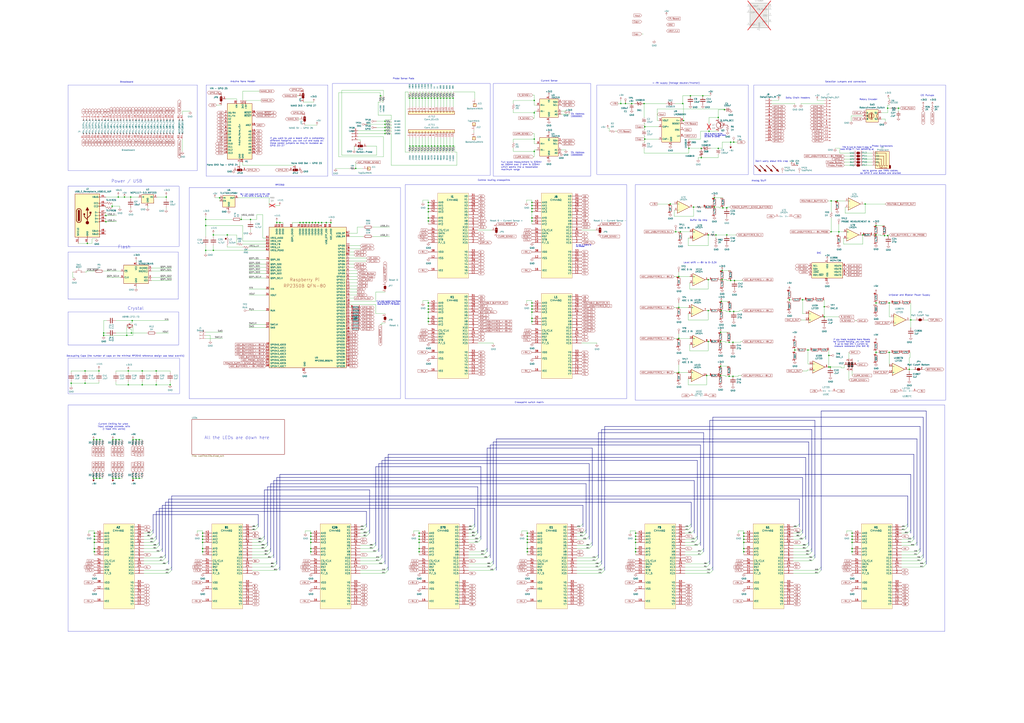
<source format=kicad_sch>
(kicad_sch (version 20231120) (generator "eeschema") (generator_version "8.0")
  (paper "A1")
  (title_block (title "Jumperless V5") (date "2024-06-15") (rev "5r2") (company "Architeuthis Flux") (comment 1 "Kevin Santo Cappuccio") (comment 2 "KevinC@ppucc.io"))
  (lib_symbols
    (symbol "+9V_4" (power) (pin_names (offset 0))
      (property "Value" "+9V_4" (at 0 3.556 0))
      (symbol "+9V_4_1_1"
        (pin power_in line (at 0 0 90) (length 0) hide (name "+9V") (number "1"))
      )
    )
    (symbol "-9V_6" (power) (pin_names (offset 0))
      (property "Value" "-9V_6" (at 0 3.81 0))
      (symbol "-9V_6_1_1"
        (pin power_in line (at 0 0 90) (length 0) hide (name "-9V") (number "1"))
      )
    )
    (symbol "Amplifier_Operational:L272D" (pin_names (offset 0.127))
      (property "Reference" "U" (at 0 5.08 0))
      (property "Value" "L272D" (at 0 -5.08 0))
      (symbol "L272D_1_1"
        (pin no_connect line (at -2.54 -2.54 90) (length 2.54) hide (name "NC") (number "1"))
        (pin input line (at -7.62 2.54 0) (length 2.54) (name "+") (number "13"))
        (pin input line (at -7.62 -2.54 0) (length 2.54) (name "-") (number "14"))
        (pin no_connect line (at 0 -2.54 90) (length 2.54) hide (name "NC") (number "2"))
        (pin output line (at 7.62 0 180) (length 2.54) (name "~") (number "3"))
        (pin no_connect line (at -2.54 2.54 90) (length 2.54) hide (name "NC") (number "7"))
        (pin no_connect line (at 0 2.54 90) (length 2.54) hide (name "NC") (number "8"))
      )
      (symbol "L272D_2_1"
        (pin no_connect line (at 0 -2.54 270) (length 2.54) hide (name "NC") (number "10"))
        (pin input line (at -7.62 -2.54 0) (length 2.54) (name "-") (number "11"))
        (pin input line (at -7.62 2.54 0) (length 2.54) (name "+") (number "12"))
        (pin no_connect line (at -2.54 2.54 270) (length 2.54) hide (name "NC") (number "15"))
        (pin no_connect line (at 0 2.54 270) (length 2.54) hide (name "NC") (number "16"))
        (pin output line (at 7.62 0 180) (length 2.54) (name "~") (number "5"))
        (pin no_connect line (at -2.54 -2.54 270) (length 2.54) hide (name "NC") (number "9"))
      )
      (symbol "L272D_3_1"
        (pin power_in line (at -2.54 7.62 270) (length 3.81) (name "V+") (number "4"))
        (pin power_in line (at -2.54 -7.62 90) (length 3.81) (name "V-") (number "6"))
      )
    )
    (symbol "Amplifier_Operational:LM324" (pin_names (offset 0.127))
      (property "Reference" "U" (at 0 5.08 0))
      (property "Value" "LM324" (at 0 -5.08 0))
      (symbol "LM324_1_1"
        (pin output line (at 7.62 0 180) (length 2.54) (name "~") (number "1"))
        (pin input line (at -7.62 -2.54 0) (length 2.54) (name "-") (number "2"))
        (pin input line (at -7.62 2.54 0) (length 2.54) (name "+") (number "3"))
      )
      (symbol "LM324_2_1"
        (pin input line (at -7.62 2.54 0) (length 2.54) (name "+") (number "5"))
        (pin input line (at -7.62 -2.54 0) (length 2.54) (name "-") (number "6"))
        (pin output line (at 7.62 0 180) (length 2.54) (name "~") (number "7"))
      )
      (symbol "LM324_3_1"
        (pin input line (at -7.62 2.54 0) (length 2.54) (name "+") (number "10"))
        (pin output line (at 7.62 0 180) (length 2.54) (name "~") (number "8"))
        (pin input line (at -7.62 -2.54 0) (length 2.54) (name "-") (number "9"))
      )
      (symbol "LM324_4_1"
        (pin input line (at -7.62 2.54 0) (length 2.54) (name "+") (number "12"))
        (pin input line (at -7.62 -2.54 0) (length 2.54) (name "-") (number "13"))
        (pin output line (at 7.62 0 180) (length 2.54) (name "~") (number "14"))
      )
      (symbol "LM324_5_1"
        (pin power_in line (at -2.54 -7.62 90) (length 3.81) (name "V-") (number "11"))
        (pin power_in line (at -2.54 7.62 270) (length 3.81) (name "V+") (number "4"))
      )
    )
    (symbol "Analog_DAC:MCP4725xxx-xCH"
      (property "Reference" "U" (at -6.35 6.35 0))
      (property "Value" "MCP4725xxx-xCH" (at 8.89 6.35 0))
      (symbol "MCP4725xxx-xCH_1_1"
        (pin output line (at 10.16 0 180) (length 2.54) (name "VOUT") (number "1"))
        (pin power_in line (at 0 -7.62 90) (length 2.54) (name "VSS") (number "2"))
        (pin power_in line (at 0 7.62 270) (length 2.54) (name "VDD") (number "3"))
        (pin bidirectional line (at -10.16 0 0) (length 2.54) (name "SDA") (number "4"))
        (pin input line (at -10.16 2.54 0) (length 2.54) (name "SCL") (number "5"))
        (pin input line (at -10.16 -2.54 0) (length 2.54) (name "A0") (number "6"))
      )
    )
    (symbol "Analog_DAC:MCP4728" (pin_names (offset 1.016))
      (property "Reference" "U" (at -12.7 6.35 0))
      (property "Value" "MCP4728" (at 12.7 6.35 0))
      (symbol "MCP4728_1_1"
        (pin power_in line (at 0 7.62 270) (length 2.54) (name "VDD") (number "1"))
        (pin power_in line (at 0 -10.16 90) (length 2.54) (name "VSS") (number "10"))
        (pin input line (at -15.24 2.54 0) (length 2.54) (name "SCL") (number "2"))
        (pin bidirectional line (at -15.24 0 0) (length 2.54) (name "SDA") (number "3"))
        (pin input line (at -15.24 -2.54 0) (length 2.54) (name "~{LDAC}") (number "4"))
        (pin output line (at -15.24 -5.08 0) (length 2.54) (name "RDY/~{BSY}") (number "5"))
        (pin output line (at 15.24 2.54 180) (length 2.54) (name "VOUTA") (number "6"))
        (pin output line (at 15.24 0 180) (length 2.54) (name "VOUTB") (number "7"))
        (pin output line (at 15.24 -2.54 180) (length 2.54) (name "VOUTC") (number "8"))
        (pin output line (at 15.24 -5.08 180) (length 2.54) (name "VOUTD") (number "9"))
      )
    )
    (symbol "Connector:Breadboard" (pin_names (offset 1.016) hide)
      (property "Reference" "J" (at 0 43.18 0))
      (property "Value" "Connector_Breadboard" (at 0 -43.18 0))
      (symbol "Breadboard_1_1"
        (pin passive line (at 5.08 40.64 180) (length 3.81) (name "Pin_0") (number "0"))
        (pin passive line (at 5.08 38.1 180) (length 3.81) (name "Pin_1") (number "1"))
        (pin passive line (at 5.08 15.24 180) (length 3.81) (name "Pin_10") (number "10"))
        (pin passive line (at 5.08 12.7 180) (length 3.81) (name "Pin_11") (number "11"))
        (pin passive line (at 5.08 10.16 180) (length 3.81) (name "Pin_12") (number "12"))
        (pin passive line (at 5.08 7.62 180) (length 3.81) (name "Pin_13") (number "13"))
        (pin passive line (at 5.08 5.08 180) (length 3.81) (name "Pin_14") (number "14"))
        (pin passive line (at 5.08 2.54 180) (length 3.81) (name "Pin_15") (number "15"))
        (pin passive line (at 5.08 0 180) (length 3.81) (name "Pin_16") (number "16"))
        (pin passive line (at 5.08 -2.54 180) (length 3.81) (name "Pin_17") (number "17"))
        (pin passive line (at 5.08 -5.08 180) (length 3.81) (name "Pin_18") (number "18"))
        (pin passive line (at 5.08 -7.62 180) (length 3.81) (name "Pin_19") (number "19"))
        (pin passive line (at 5.08 35.56 180) (length 3.81) (name "Pin_2") (number "2"))
        (pin passive line (at 5.08 -10.16 180) (length 3.81) (name "Pin_20") (number "20"))
        (pin passive line (at 5.08 -12.7 180) (length 3.81) (name "Pin_21") (number "21"))
        (pin passive line (at 5.08 -15.24 180) (length 3.81) (name "Pin_22") (number "22"))
        (pin passive line (at 5.08 -17.78 180) (length 3.81) (name "Pin_23") (number "23"))
        (pin passive line (at 5.08 -20.32 180) (length 3.81) (name "Pin_24") (number "24"))
        (pin passive line (at 5.08 -22.86 180) (length 3.81) (name "Pin_25") (number "25"))
        (pin passive line (at 5.08 -25.4 180) (length 3.81) (name "Pin_26") (number "26"))
        (pin passive line (at 5.08 -27.94 180) (length 3.81) (name "Pin_27") (number "27"))
        (pin passive line (at 5.08 -30.48 180) (length 3.81) (name "Pin_28") (number "28"))
        (pin passive line (at 5.08 -33.02 180) (length 3.81) (name "Pin_29") (number "29"))
        (pin passive line (at 5.08 33.02 180) (length 3.81) (name "Pin_3") (number "3"))
        (pin passive line (at 5.08 -35.56 180) (length 3.81) (name "Pin_30") (number "30"))
        (pin passive line (at 5.08 -38.1 180) (length 3.81) (name "Pin_31") (number "31"))
        (pin passive line (at -15.24 40.64 0) (length 3.81) (name "Pin_0") (number "32"))
        (pin passive line (at -15.24 38.1 0) (length 3.81) (name "Pin_1") (number "33"))
        (pin passive line (at -15.24 35.56 0) (length 3.81) (name "Pin_2") (number "34"))
        (pin passive line (at -15.24 33.02 0) (length 3.81) (name "Pin_3") (number "35"))
        (pin passive line (at -15.24 30.48 0) (length 3.81) (name "Pin_4") (number "36"))
        (pin passive line (at -15.24 27.94 0) (length 3.81) (name "Pin_5") (number "37"))
        (pin passive line (at -15.24 25.4 0) (length 3.81) (name "Pin_6") (number "38"))
        (pin passive line (at -15.24 22.86 0) (length 3.81) (name "Pin_7") (number "39"))
        (pin passive line (at 5.08 30.48 180) (length 3.81) (name "Pin_4") (number "4"))
        (pin passive line (at -15.24 20.32 0) (length 3.81) (name "Pin_8") (number "40"))
        (pin passive line (at -15.24 17.78 0) (length 3.81) (name "Pin_9") (number "41"))
        (pin passive line (at -15.24 15.24 0) (length 3.81) (name "Pin_10") (number "42"))
        (pin passive line (at -15.24 12.7 0) (length 3.81) (name "Pin_11") (number "43"))
        (pin passive line (at -15.24 10.16 0) (length 3.81) (name "Pin_12") (number "44"))
        (pin passive line (at -15.24 7.62 0) (length 3.81) (name "Pin_13") (number "45"))
        (pin passive line (at -15.24 5.08 0) (length 3.81) (name "Pin_14") (number "46"))
        (pin passive line (at -15.24 2.54 0) (length 3.81) (name "Pin_15") (number "47"))
        (pin passive line (at -15.24 0 0) (length 3.81) (name "Pin_16") (number "48"))
        (pin passive line (at -15.24 -2.54 0) (length 3.81) (name "Pin_17") (number "49"))
        (pin passive line (at 5.08 27.94 180) (length 3.81) (name "Pin_5") (number "5"))
        (pin passive line (at -15.24 -5.08 0) (length 3.81) (name "Pin_18") (number "50"))
        (pin passive line (at -15.24 -7.62 0) (length 3.81) (name "Pin_19") (number "51"))
        (pin passive line (at -15.24 -10.16 0) (length 3.81) (name "Pin_20") (number "52"))
        (pin passive line (at -15.24 -12.7 0) (length 3.81) (name "Pin_21") (number "53"))
        (pin passive line (at -15.24 -15.24 0) (length 3.81) (name "Pin_22") (number "54"))
        (pin passive line (at -15.24 -17.78 0) (length 3.81) (name "Pin_23") (number "55"))
        (pin passive line (at -15.24 -20.32 0) (length 3.81) (name "Pin_24") (number "56"))
        (pin passive line (at -15.24 -22.86 0) (length 3.81) (name "Pin_25") (number "57"))
        (pin passive line (at -15.24 -25.4 0) (length 3.81) (name "Pin_26") (number "58"))
        (pin passive line (at -15.24 -27.94 0) (length 3.81) (name "Pin_27") (number "59"))
        (pin passive line (at 5.08 25.4 180) (length 3.81) (name "Pin_6") (number "6"))
        (pin passive line (at -15.24 -30.48 0) (length 3.81) (name "Pin_28") (number "60"))
        (pin passive line (at -15.24 -33.02 0) (length 3.81) (name "Pin_29") (number "61"))
        (pin passive line (at -15.24 -35.56 0) (length 3.81) (name "Pin_30") (number "62"))
        (pin passive line (at -15.24 -38.1 0) (length 3.81) (name "Pin_31") (number "63"))
        (pin passive line (at 5.08 22.86 180) (length 3.81) (name "Pin_7") (number "7"))
        (pin passive line (at 5.08 20.32 180) (length 3.81) (name "Pin_8") (number "8"))
        (pin passive line (at 5.08 17.78 180) (length 3.81) (name "Pin_9") (number "9"))
      )
    )
    (symbol "Connector:Conn_01x01_Pin" (pin_names (offset 1.016) hide)
      (property "Reference" "J" (at 0 2.54 0))
      (property "Value" "Conn_01x01_Pin" (at 0 -2.54 0))
      (symbol "Conn_01x01_Pin_1_1"
        (pin passive line (at 5.08 0 180) (length 3.81) (name "Pin_1") (number "1"))
      )
    )
    (symbol "Connector:Conn_01x03_Socket" (pin_names (offset 1.016) hide)
      (property "Reference" "J" (at 0 5.08 0))
      (property "Value" "Conn_01x03_Socket" (at 0 -5.08 0))
      (symbol "Conn_01x03_Socket_1_1"
        (pin passive line (at -5.08 2.54 0) (length 3.81) (name "Pin_1") (number "1"))
        (pin passive line (at -5.08 0 0) (length 3.81) (name "Pin_2") (number "2"))
        (pin passive line (at -5.08 -2.54 0) (length 3.81) (name "Pin_3") (number "3"))
      )
    )
    (symbol "Connector:Conn_01x04_Pin" (pin_names (offset 1.016) hide)
      (property "Reference" "J" (at 0 5.08 0))
      (property "Value" "Conn_01x04_Pin" (at 0 -7.62 0))
      (symbol "Conn_01x04_Pin_1_1"
        (pin passive line (at 5.08 2.54 180) (length 3.81) (name "Pin_1") (number "1"))
        (pin passive line (at 5.08 0 180) (length 3.81) (name "Pin_2") (number "2"))
        (pin passive line (at 5.08 -2.54 180) (length 3.81) (name "Pin_3") (number "3"))
        (pin passive line (at 5.08 -5.08 180) (length 3.81) (name "Pin_4") (number "4"))
      )
    )
    (symbol "Connector:Conn_01x14_Pin" (pin_names (offset 1.016) hide)
      (property "Reference" "J" (at 0 17.78 0))
      (property "Value" "Conn_01x14_Pin" (at 0 -20.32 0))
      (symbol "Conn_01x14_Pin_1_1"
        (pin passive line (at 5.08 15.24 180) (length 3.81) (name "Pin_1") (number "1"))
        (pin passive line (at 5.08 -7.62 180) (length 3.81) (name "Pin_10") (number "10"))
        (pin passive line (at 5.08 -10.16 180) (length 3.81) (name "Pin_11") (number "11"))
        (pin passive line (at 5.08 -12.7 180) (length 3.81) (name "Pin_12") (number "12"))
        (pin passive line (at 5.08 -15.24 180) (length 3.81) (name "Pin_13") (number "13"))
        (pin passive line (at 5.08 -17.78 180) (length 3.81) (name "Pin_14") (number "14"))
        (pin passive line (at 5.08 12.7 180) (length 3.81) (name "Pin_2") (number "2"))
        (pin passive line (at 5.08 10.16 180) (length 3.81) (name "Pin_3") (number "3"))
        (pin passive line (at 5.08 7.62 180) (length 3.81) (name "Pin_4") (number "4"))
        (pin passive line (at 5.08 5.08 180) (length 3.81) (name "Pin_5") (number "5"))
        (pin passive line (at 5.08 2.54 180) (length 3.81) (name "Pin_6") (number "6"))
        (pin passive line (at 5.08 0 180) (length 3.81) (name "Pin_7") (number "7"))
        (pin passive line (at 5.08 -2.54 180) (length 3.81) (name "Pin_8") (number "8"))
        (pin passive line (at 5.08 -5.08 180) (length 3.81) (name "Pin_9") (number "9"))
      )
    )
    (symbol "Connector:Conn_01x14_Socket" (pin_names (offset 1.016) hide)
      (property "Reference" "J" (at 0 17.78 0))
      (property "Value" "Conn_01x14_Socket" (at 0 -20.32 0))
      (symbol "Conn_01x14_Socket_1_1"
        (pin passive line (at -5.08 15.24 0) (length 3.81) (name "Pin_1") (number "1"))
        (pin passive line (at -5.08 -7.62 0) (length 3.81) (name "Pin_10") (number "10"))
        (pin passive line (at -5.08 -10.16 0) (length 3.81) (name "Pin_11") (number "11"))
        (pin passive line (at -5.08 -12.7 0) (length 3.81) (name "Pin_12") (number "12"))
        (pin passive line (at -5.08 -15.24 0) (length 3.81) (name "Pin_13") (number "13"))
        (pin passive line (at -5.08 -17.78 0) (length 3.81) (name "Pin_14") (number "14"))
        (pin passive line (at -5.08 12.7 0) (length 3.81) (name "Pin_2") (number "2"))
        (pin passive line (at -5.08 10.16 0) (length 3.81) (name "Pin_3") (number "3"))
        (pin passive line (at -5.08 7.62 0) (length 3.81) (name "Pin_4") (number "4"))
        (pin passive line (at -5.08 5.08 0) (length 3.81) (name "Pin_5") (number "5"))
        (pin passive line (at -5.08 2.54 0) (length 3.81) (name "Pin_6") (number "6"))
        (pin passive line (at -5.08 0 0) (length 3.81) (name "Pin_7") (number "7"))
        (pin passive line (at -5.08 -2.54 0) (length 3.81) (name "Pin_8") (number "8"))
        (pin passive line (at -5.08 -5.08 0) (length 3.81) (name "Pin_9") (number "9"))
      )
    )
    (symbol "Connector:TestPoint" (pin_numbers hide) (pin_names (offset 0.762) hide)
      (property "Reference" "TP" (at 0 6.858 0))
      (property "Value" "TestPoint" (at 0 5.08 0))
      (symbol "TestPoint_1_1"
        (pin passive line (at 0 0 90) (length 2.54) (name "1") (number "1"))
      )
    )
    (symbol "Connector:USB_B_Micro" (pin_names (offset 1.016))
      (property "Reference" "J" (at -5.08 11.43 0))
      (property "Value" "USB_B_Micro" (at -5.08 8.89 0))
      (symbol "USB_B_Micro_1_1"
        (pin power_out line (at 7.62 5.08 180) (length 2.54) (name "VBUS") (number "1"))
        (pin bidirectional line (at 7.62 -2.54 180) (length 2.54) (name "D-") (number "2"))
        (pin bidirectional line (at 7.62 0 180) (length 2.54) (name "D+") (number "3"))
        (pin passive line (at 7.62 -5.08 180) (length 2.54) (name "ID") (number "4"))
        (pin power_out line (at 0 -10.16 90) (length 2.54) (name "GND") (number "5"))
        (pin passive line (at -2.54 -10.16 90) (length 2.54) (name "Shield") (number "6"))
      )
    )
    (symbol "Connector:USB_C_Receptacle_USB2.0_16P" (pin_names (offset 1.016))
      (property "Reference" "J" (at 0 22.225 0))
      (property "Value" "USB_C_Receptacle_USB2.0_16P" (at 0 19.685 0))
      (symbol "USB_C_Receptacle_USB2.0_16P_1_1"
        (pin passive line (at 0 -22.86 90) (length 5.08) (name "GND") (number "A1"))
        (pin passive line (at 0 -22.86 90) (length 5.08) hide (name "GND") (number "A12"))
        (pin passive line (at 15.24 15.24 180) (length 5.08) (name "VBUS") (number "A4"))
        (pin bidirectional line (at 15.24 10.16 180) (length 5.08) (name "CC1") (number "A5"))
        (pin bidirectional line (at 15.24 -2.54 180) (length 5.08) (name "D+") (number "A6"))
        (pin bidirectional line (at 15.24 2.54 180) (length 5.08) (name "D-") (number "A7"))
        (pin bidirectional line (at 15.24 -12.7 180) (length 5.08) (name "SBU1") (number "A8"))
        (pin passive line (at 15.24 15.24 180) (length 5.08) hide (name "VBUS") (number "A9"))
        (pin passive line (at 0 -22.86 90) (length 5.08) hide (name "GND") (number "B1"))
        (pin passive line (at 0 -22.86 90) (length 5.08) hide (name "GND") (number "B12"))
        (pin passive line (at 15.24 15.24 180) (length 5.08) hide (name "VBUS") (number "B4"))
        (pin bidirectional line (at 15.24 7.62 180) (length 5.08) (name "CC2") (number "B5"))
        (pin bidirectional line (at 15.24 -5.08 180) (length 5.08) (name "D+") (number "B6"))
        (pin bidirectional line (at 15.24 0 180) (length 5.08) (name "D-") (number "B7"))
        (pin bidirectional line (at 15.24 -15.24 180) (length 5.08) (name "SBU2") (number "B8"))
        (pin passive line (at 15.24 15.24 180) (length 5.08) hide (name "VBUS") (number "B9"))
        (pin passive line (at -7.62 -22.86 90) (length 5.08) (name "SHIELD") (number "S1"))
      )
    )
    (symbol "Connector_Generic:Conn_01x01" (pin_names (offset 1.016) hide)
      (property "Reference" "J" (at 0 2.54 0))
      (property "Value" "Conn_01x01" (at 0 -2.54 0))
      (symbol "Conn_01x01_1_1"
        (pin passive line (at -5.08 0 0) (length 3.81) (name "Pin_1") (number "1"))
      )
    )
    (symbol "Connector_Generic:Conn_01x15" (pin_names (offset 1.016) hide)
      (property "Reference" "J" (at 0 20.32 0))
      (property "Value" "Conn_01x15" (at 0 -20.32 0))
      (symbol "Conn_01x15_1_1"
        (pin passive line (at -5.08 17.78 0) (length 3.81) (name "Pin_1") (number "1"))
        (pin passive line (at -5.08 -5.08 0) (length 3.81) (name "Pin_10") (number "10"))
        (pin passive line (at -5.08 -7.62 0) (length 3.81) (name "Pin_11") (number "11"))
        (pin passive line (at -5.08 -10.16 0) (length 3.81) (name "Pin_12") (number "12"))
        (pin passive line (at -5.08 -12.7 0) (length 3.81) (name "Pin_13") (number "13"))
        (pin passive line (at -5.08 -15.24 0) (length 3.81) (name "Pin_14") (number "14"))
        (pin passive line (at -5.08 -17.78 0) (length 3.81) (name "Pin_15") (number "15"))
        (pin passive line (at -5.08 15.24 0) (length 3.81) (name "Pin_2") (number "2"))
        (pin passive line (at -5.08 12.7 0) (length 3.81) (name "Pin_3") (number "3"))
        (pin passive line (at -5.08 10.16 0) (length 3.81) (name "Pin_4") (number "4"))
        (pin passive line (at -5.08 7.62 0) (length 3.81) (name "Pin_5") (number "5"))
        (pin passive line (at -5.08 5.08 0) (length 3.81) (name "Pin_6") (number "6"))
        (pin passive line (at -5.08 2.54 0) (length 3.81) (name "Pin_7") (number "7"))
        (pin passive line (at -5.08 0 0) (length 3.81) (name "Pin_8") (number "8"))
        (pin passive line (at -5.08 -2.54 0) (length 3.81) (name "Pin_9") (number "9"))
      )
    )
    (symbol "Converter_DCDC:TC7662Bx0A"
      (property "Reference" "U9" (at 2.1941 15.24 0))
      (property "Value" "TC7662Bx0A" (at 2.1941 12.7 0))
      (symbol "TC7662Bx0A_1_1"
        (pin input line (at 10.16 5.08 180) (length 2.54) (name "BOOST") (number "1"))
        (pin passive line (at -10.16 2.54 0) (length 2.54) (name "CAP+") (number "2"))
        (pin power_in line (at 0 -12.7 90) (length 2.54) (name "GND") (number "3"))
        (pin passive line (at -10.16 -7.62 0) (length 2.54) (name "CAP-") (number "4"))
        (pin power_out line (at -10.16 7.62 0) (length 2.54) (name "VOUT") (number "5"))
        (pin input line (at 10.16 -5.08 180) (length 2.54) (name "LV") (number "6"))
        (pin passive line (at 10.16 0 180) (length 2.54) (name "OSC") (number "7"))
        (pin power_in line (at 10.16 7.62 180) (length 2.54) (name "V+") (number "8"))
      )
    )
    (symbol "Device:C" (pin_numbers hide) (pin_names (offset 0.254))
      (property "Reference" "C" (at 0.635 2.54 0))
      (property "Value" "C" (at 0.635 -2.54 0))
      (symbol "C_1_1"
        (pin passive line (at 0 3.81 270) (length 2.794) (name "~") (number "1"))
        (pin passive line (at 0 -3.81 90) (length 2.794) (name "~") (number "2"))
      )
    )
    (symbol "Device:CP1_Small" (pin_numbers hide) (pin_names (offset 0.254) hide)
      (property "Reference" "C" (at 0.254 1.778 0))
      (property "Value" "Device_CP1_Small" (at 0.254 -2.032 0))
      (symbol "CP1_Small_1_1"
        (pin passive line (at 0 2.54 270) (length 2.032) (name "~") (number "1"))
        (pin passive line (at 0 -2.54 90) (length 2.032) (name "~") (number "2"))
      )
    )
    (symbol "Device:C_Small" (pin_numbers hide) (pin_names (offset 0.254) hide)
      (property "Reference" "C" (at 0.254 1.778 0))
      (property "Value" "Device_C_Small" (at 0.254 -2.032 0))
      (symbol "C_Small_1_1"
        (pin passive line (at 0 2.54 270) (length 2.032) (name "~") (number "1"))
        (pin passive line (at 0 -2.54 90) (length 2.032) (name "~") (number "2"))
      )
    )
    (symbol "Device:Crystal_GND24_Small" (pin_names (offset 1.016) hide)
      (property "Reference" "Y" (at 1.27 4.445 0))
      (property "Value" "Crystal_GND24_Small" (at 1.27 2.54 0))
      (symbol "Crystal_GND24_Small_1_1"
        (pin passive line (at -2.54 0 0) (length 1.27) (name "1") (number "1"))
        (pin passive line (at 0 -2.54 90) (length 0.635) (name "2") (number "2"))
        (pin passive line (at 2.54 0 180) (length 1.27) (name "3") (number "3"))
        (pin passive line (at 0 2.54 270) (length 0.635) (name "4") (number "4"))
      )
    )
    (symbol "Device:L" (pin_numbers hide) (pin_names (offset 1.016) hide)
      (property "Reference" "L" (at -1.27 0 90))
      (property "Value" "L" (at 1.905 0 90))
      (symbol "L_1_1"
        (pin passive line (at 0 3.81 270) (length 1.27) (name "1") (number "1"))
        (pin passive line (at 0 -3.81 90) (length 1.27) (name "2") (number "2"))
      )
    )
    (symbol "Device:LED" (pin_numbers hide) (pin_names (offset 1.016) hide)
      (property "Reference" "D" (at 0 2.54 0))
      (property "Value" "LED" (at 0 -2.54 0))
      (symbol "LED_1_1"
        (pin passive line (at -3.81 0 0) (length 2.54) (name "K") (number "1"))
        (pin passive line (at 3.81 0 180) (length 2.54) (name "A") (number "2"))
      )
    )
    (symbol "Device:Polyfuse_Small" (pin_numbers hide) (pin_names (offset 0))
      (property "Reference" "F" (at -1.905 0 90))
      (property "Value" "Polyfuse_Small" (at 1.905 0 90))
      (symbol "Polyfuse_Small_1_1"
        (pin passive line (at 0 2.54 270) (length 0.635) (name "~") (number "1"))
        (pin passive line (at 0 -2.54 90) (length 0.635) (name "~") (number "2"))
      )
    )
    (symbol "Device:Q_NPN_BEC" (pin_names (offset 0) hide)
      (property "Reference" "Q" (at 5.08 1.27 0))
      (property "Value" "Q_NPN_BEC" (at 5.08 -1.27 0))
      (symbol "Q_NPN_BEC_1_1"
        (pin input line (at -5.08 0 0) (length 5.715) (name "B") (number "1"))
        (pin passive line (at 2.54 -5.08 90) (length 2.54) (name "E") (number "2"))
        (pin passive line (at 2.54 5.08 270) (length 2.54) (name "C") (number "3"))
      )
    )
    (symbol "Device:R" (pin_numbers hide) (pin_names (offset 0))
      (property "Reference" "R" (at 2.032 0 90))
      (property "Value" "R" (at 0 0 90))
      (symbol "R_1_1"
        (pin passive line (at 0 3.81 270) (length 1.27) (name "~") (number "1"))
        (pin passive line (at 0 -3.81 90) (length 1.27) (name "~") (number "2"))
      )
    )
    (symbol "Device:R_Pack04_Split" (pin_names (offset 0) hide)
      (property "Reference" "RN" (at 2.032 0 90))
      (property "Value" "R_Pack04_Split" (at 0 0 90))
      (symbol "R_Pack04_Split_1_1"
        (pin passive line (at 0 -3.81 90) (length 1.27) (name "R1.1") (number "1"))
        (pin passive line (at 0 3.81 270) (length 1.27) (name "R1.2") (number "8"))
      )
      (symbol "R_Pack04_Split_2_1"
        (pin passive line (at 0 -3.81 90) (length 1.27) (name "R2.1") (number "2"))
        (pin passive line (at 0 3.81 270) (length 1.27) (name "R2.2") (number "7"))
      )
      (symbol "R_Pack04_Split_3_1"
        (pin passive line (at 0 -3.81 90) (length 1.27) (name "R3.1") (number "3"))
        (pin passive line (at 0 3.81 270) (length 1.27) (name "R3.2") (number "6"))
      )
      (symbol "R_Pack04_Split_4_1"
        (pin passive line (at 0 -3.81 90) (length 1.27) (name "R4.1") (number "4"))
        (pin passive line (at 0 3.81 270) (length 1.27) (name "R4.2") (number "5"))
      )
    )
    (symbol "Device:R_Small_US" (pin_numbers hide) (pin_names (offset 0.254) hide)
      (property "Reference" "R" (at 0.762 0.508 0))
      (property "Value" "Device_R_Small_US" (at 0.762 -1.016 0))
      (symbol "R_Small_US_1_1"
        (pin passive line (at 0 2.54 270) (length 1.016) (name "~") (number "1"))
        (pin passive line (at 0 -2.54 90) (length 1.016) (name "~") (number "2"))
      )
    )
    (symbol "Diode:1N4148W" (pin_numbers hide) (pin_names hide)
      (property "Reference" "D" (at 0 2.54 0))
      (property "Value" "1N4148W" (at 0 -2.54 0))
      (symbol "1N4148W_1_1"
        (pin passive line (at -3.81 0 0) (length 2.54) (name "K") (number "1"))
        (pin passive line (at 3.81 0 180) (length 2.54) (name "A") (number "2"))
      )
    )
    (symbol "Diode:1N5819" (pin_numbers hide) (pin_names (offset 1.016) hide)
      (property "Reference" "D" (at 0 2.54 0))
      (property "Value" "1N5819" (at 0 -2.54 0))
      (symbol "1N5819_1_1"
        (pin passive line (at -3.81 0 0) (length 2.54) (name "K") (number "1"))
        (pin passive line (at 3.81 0 180) (length 2.54) (name "A") (number "2"))
      )
    )
    (symbol "GND_10" (power) (pin_names (offset 0))
      (property "Value" "GND_10" (at 0 -3.81 0))
      (symbol "GND_10_1_1"
        (pin power_in line (at 0 0 270) (length 0) hide (name "GND") (number "1"))
      )
    )
    (symbol "GND_11" (power) (pin_names (offset 0))
      (property "Value" "GND_11" (at 0 -3.81 0))
      (symbol "GND_11_1_1"
        (pin power_in line (at 0 0 270) (length 0) hide (name "GND") (number "1"))
      )
    )
    (symbol "GND_12" (power) (pin_names (offset 0))
      (property "Value" "GND_12" (at 0 -3.81 0))
      (symbol "GND_12_1_1"
        (pin power_in line (at 0 0 270) (length 0) hide (name "GND") (number "1"))
      )
    )
    (symbol "GND_13" (power) (pin_names (offset 0))
      (property "Value" "GND_13" (at 0 -3.81 0))
      (symbol "GND_13_1_1"
        (pin power_in line (at 0 0 270) (length 0) hide (name "GND") (number "1"))
      )
    )
    (symbol "GND_14" (power) (pin_names (offset 0))
      (property "Value" "GND_14" (at 0 -3.81 0))
      (symbol "GND_14_1_1"
        (pin power_in line (at 0 0 270) (length 0) hide (name "GND") (number "1"))
      )
    )
    (symbol "GND_16" (power) (pin_names (offset 0))
      (property "Value" "GND_16" (at 0 -3.81 0))
      (symbol "GND_16_1_1"
        (pin power_in line (at 0 0 270) (length 0) hide (name "GND") (number "1"))
      )
    )
    (symbol "GND_17" (power) (pin_names (offset 0))
      (property "Value" "GND_17" (at 0 -3.81 0))
      (symbol "GND_17_1_1"
        (pin power_in line (at 0 0 270) (length 0) hide (name "GND") (number "1"))
      )
    )
    (symbol "GND_18" (power) (pin_names (offset 0))
      (property "Value" "GND_18" (at 0 -3.81 0))
      (symbol "GND_18_1_1"
        (pin power_in line (at 0 0 270) (length 0) hide (name "GND") (number "1"))
      )
    )
    (symbol "GND_19" (power) (pin_names (offset 0))
      (property "Value" "GND_19" (at 0 -3.81 0))
      (symbol "GND_19_1_1"
        (pin power_in line (at 0 0 270) (length 0) hide (name "GND") (number "1"))
      )
    )
    (symbol "GND_20" (power) (pin_names (offset 0))
      (property "Value" "GND_20" (at 0 -3.81 0))
      (symbol "GND_20_1_1"
        (pin power_in line (at 0 0 270) (length 0) hide (name "GND") (number "1"))
      )
    )
    (symbol "GND_21" (power) (pin_names (offset 0))
      (property "Value" "GND_21" (at 0 -3.81 0))
      (symbol "GND_21_1_1"
        (pin power_in line (at 0 0 270) (length 0) hide (name "GND") (number "1"))
      )
    )
    (symbol "GND_22" (power) (pin_names (offset 0))
      (property "Value" "GND_22" (at 0 -3.81 0))
      (symbol "GND_22_1_1"
        (pin power_in line (at 0 0 270) (length 0) hide (name "GND") (number "1"))
      )
    )
    (symbol "GND_23" (power) (pin_names (offset 0))
      (property "Value" "GND_23" (at 0 -3.81 0))
      (symbol "GND_23_1_1"
        (pin power_in line (at 0 0 270) (length 0) hide (name "GND") (number "1"))
      )
    )
    (symbol "GND_29" (power) (pin_names (offset 0))
      (property "Value" "GND_29" (at 0 -3.81 0))
      (symbol "GND_29_1_1"
        (pin power_in line (at 0 0 270) (length 0) hide (name "GND") (number "1"))
      )
    )
    (symbol "GND_3" (power) (pin_names (offset 0))
      (property "Value" "GND_3" (at 0 -3.81 0))
      (symbol "GND_3_1_1"
        (pin power_in line (at 0 0 270) (length 0) hide (name "GND") (number "1"))
      )
    )
    (symbol "GND_30" (power) (pin_names (offset 0))
      (property "Value" "GND_30" (at 0 -3.81 0))
      (symbol "GND_30_1_1"
        (pin power_in line (at 0 0 270) (length 0) hide (name "GND") (number "1"))
      )
    )
    (symbol "GND_31" (power) (pin_names (offset 0))
      (property "Value" "GND_31" (at 0 -3.81 0))
      (symbol "GND_31_1_1"
        (pin power_in line (at 0 0 270) (length 0) hide (name "GND") (number "1"))
      )
    )
    (symbol "GND_32" (power) (pin_names (offset 0))
      (property "Value" "GND_32" (at 0 -3.81 0))
      (symbol "GND_32_1_1"
        (pin power_in line (at 0 0 270) (length 0) hide (name "GND") (number "1"))
      )
    )
    (symbol "GND_33" (power) (pin_names (offset 0))
      (property "Value" "GND_33" (at 0 -3.81 0))
      (symbol "GND_33_1_1"
        (pin power_in line (at 0 0 270) (length 0) hide (name "GND") (number "1"))
      )
    )
    (symbol "GND_35" (power) (pin_names (offset 0))
      (property "Value" "GND_35" (at 0 -3.81 0))
      (symbol "GND_35_1_1"
        (pin power_in line (at 0 0 270) (length 0) hide (name "GND") (number "1"))
      )
    )
    (symbol "GND_36" (power) (pin_names (offset 0))
      (property "Value" "GND_36" (at 0 -3.81 0))
      (symbol "GND_36_1_1"
        (pin power_in line (at 0 0 270) (length 0) hide (name "GND") (number "1"))
      )
    )
    (symbol "GND_37" (power) (pin_names (offset 0))
      (property "Value" "GND_37" (at 0 -3.81 0))
      (symbol "GND_37_1_1"
        (pin power_in line (at 0 0 270) (length 0) hide (name "GND") (number "1"))
      )
    )
    (symbol "GND_39" (power) (pin_names (offset 0))
      (property "Value" "GND_39" (at 0 -3.81 0))
      (symbol "GND_39_1_1"
        (pin power_in line (at 0 0 270) (length 0) hide (name "GND") (number "1"))
      )
    )
    (symbol "GND_40" (power) (pin_names (offset 0))
      (property "Value" "GND_40" (at 0 -3.81 0))
      (symbol "GND_40_1_1"
        (pin power_in line (at 0 0 270) (length 0) hide (name "GND") (number "1"))
      )
    )
    (symbol "GND_41" (power) (pin_names (offset 0))
      (property "Value" "GND_41" (at 0 -3.81 0))
      (symbol "GND_41_1_1"
        (pin power_in line (at 0 0 270) (length 0) hide (name "GND") (number "1"))
      )
    )
    (symbol "GND_42" (power) (pin_names (offset 0))
      (property "Value" "GND_42" (at 0 -3.81 0))
      (symbol "GND_42_1_1"
        (pin power_in line (at 0 0 270) (length 0) hide (name "GND") (number "1"))
      )
    )
    (symbol "GND_43" (power) (pin_names (offset 0))
      (property "Value" "GND_43" (at 0 -3.81 0))
      (symbol "GND_43_1_1"
        (pin power_in line (at 0 0 270) (length 0) hide (name "GND") (number "1"))
      )
    )
    (symbol "GND_44" (power) (pin_names (offset 0))
      (property "Value" "GND_44" (at 0 -3.81 0))
      (symbol "GND_44_1_1"
        (pin power_in line (at 0 0 270) (length 0) hide (name "GND") (number "1"))
      )
    )
    (symbol "GND_45" (power) (pin_names (offset 0))
      (property "Value" "GND_45" (at 0 -3.81 0))
      (symbol "GND_45_1_1"
        (pin power_in line (at 0 0 270) (length 0) hide (name "GND") (number "1"))
      )
    )
    (symbol "GND_46" (power) (pin_names (offset 0))
      (property "Value" "GND_46" (at 0 -3.81 0))
      (symbol "GND_46_1_1"
        (pin power_in line (at 0 0 270) (length 0) hide (name "GND") (number "1"))
      )
    )
    (symbol "GND_47" (power) (pin_names (offset 0))
      (property "Value" "GND_47" (at 0 -3.81 0))
      (symbol "GND_47_1_1"
        (pin power_in line (at 0 0 270) (length 0) hide (name "GND") (number "1"))
      )
    )
    (symbol "GND_48" (power) (pin_names (offset 0))
      (property "Value" "GND_48" (at 0 -3.81 0))
      (symbol "GND_48_1_1"
        (pin power_in line (at 0 0 270) (length 0) hide (name "GND") (number "1"))
      )
    )
    (symbol "GND_50" (power) (pin_names (offset 0))
      (property "Value" "GND_50" (at 0 -3.81 0))
      (symbol "GND_50_1_1"
        (pin power_in line (at 0 0 270) (length 0) hide (name "GND") (number "1"))
      )
    )
    (symbol "GND_51" (power) (pin_names (offset 0))
      (property "Value" "GND_51" (at 0 -3.81 0))
      (symbol "GND_51_1_1"
        (pin power_in line (at 0 0 270) (length 0) hide (name "GND") (number "1"))
      )
    )
    (symbol "GND_52" (power) (pin_names (offset 0))
      (property "Value" "GND_52" (at 0 -3.81 0))
      (symbol "GND_52_1_1"
        (pin power_in line (at 0 0 270) (length 0) hide (name "GND") (number "1"))
      )
    )
    (symbol "GND_53" (power) (pin_names (offset 0))
      (property "Value" "GND_53" (at 0 -3.81 0))
      (symbol "GND_53_1_1"
        (pin power_in line (at 0 0 270) (length 0) hide (name "GND") (number "1"))
      )
    )
    (symbol "GND_54" (power) (pin_names (offset 0))
      (property "Value" "GND_54" (at 0 -3.81 0))
      (symbol "GND_54_1_1"
        (pin power_in line (at 0 0 270) (length 0) hide (name "GND") (number "1"))
      )
    )
    (symbol "GND_55" (power) (pin_names (offset 0))
      (property "Value" "GND_55" (at 0 -3.81 0))
      (symbol "GND_55_1_1"
        (pin power_in line (at 0 0 270) (length 0) hide (name "GND") (number "1"))
      )
    )
    (symbol "GND_56" (power) (pin_names (offset 0))
      (property "Value" "GND_56" (at 0 -3.81 0))
      (symbol "GND_56_1_1"
        (pin power_in line (at 0 0 270) (length 0) hide (name "GND") (number "1"))
      )
    )
    (symbol "GND_57" (power) (pin_names (offset 0))
      (property "Value" "GND_57" (at 0 -3.81 0))
      (symbol "GND_57_1_1"
        (pin power_in line (at 0 0 270) (length 0) hide (name "GND") (number "1"))
      )
    )
    (symbol "GND_58" (power) (pin_names (offset 0))
      (property "Value" "GND_58" (at 0 -3.81 0))
      (symbol "GND_58_1_1"
        (pin power_in line (at 0 0 270) (length 0) hide (name "GND") (number "1"))
      )
    )
    (symbol "GND_59" (power) (pin_names (offset 0))
      (property "Value" "GND_59" (at 0 -3.81 0))
      (symbol "GND_59_1_1"
        (pin power_in line (at 0 0 270) (length 0) hide (name "GND") (number "1"))
      )
    )
    (symbol "GND_6" (power) (pin_names (offset 0))
      (property "Value" "GND_6" (at 0 -3.81 0))
      (symbol "GND_6_1_1"
        (pin power_in line (at 0 0 270) (length 0) hide (name "GND") (number "1"))
      )
    )
    (symbol "GND_60" (power) (pin_names (offset 0))
      (property "Value" "GND_60" (at 0 -3.81 0))
      (symbol "GND_60_1_1"
        (pin power_in line (at 0 0 270) (length 0) hide (name "GND") (number "1"))
      )
    )
    (symbol "GND_61" (power) (pin_names (offset 0))
      (property "Value" "GND_61" (at 0 -3.81 0))
      (symbol "GND_61_1_1"
        (pin power_in line (at 0 0 270) (length 0) hide (name "GND") (number "1"))
      )
    )
    (symbol "GND_62" (power) (pin_names (offset 0))
      (property "Value" "GND_62" (at 0 -3.81 0))
      (symbol "GND_62_1_1"
        (pin power_in line (at 0 0 270) (length 0) hide (name "GND") (number "1"))
      )
    )
    (symbol "GND_63" (power) (pin_names (offset 0))
      (property "Value" "GND_63" (at 0 -3.81 0))
      (symbol "GND_63_1_1"
        (pin power_in line (at 0 0 270) (length 0) hide (name "GND") (number "1"))
      )
    )
    (symbol "GND_64" (power) (pin_names (offset 0))
      (property "Value" "GND_64" (at 0 -3.81 0))
      (symbol "GND_64_1_1"
        (pin power_in line (at 0 0 270) (length 0) hide (name "GND") (number "1"))
      )
    )
    (symbol "GND_66" (power) (pin_names (offset 0))
      (property "Value" "GND_66" (at 0 -3.81 0))
      (symbol "GND_66_1_1"
        (pin power_in line (at 0 0 270) (length 0) hide (name "GND") (number "1"))
      )
    )
    (symbol "GND_67" (power) (pin_names (offset 0))
      (property "Value" "GND_67" (at 0 -3.81 0))
      (symbol "GND_67_1_1"
        (pin power_in line (at 0 0 270) (length 0) hide (name "GND") (number "1"))
      )
    )
    (symbol "GND_69" (power) (pin_names (offset 0))
      (property "Value" "GND_69" (at 0 -3.81 0))
      (symbol "GND_69_1_1"
        (pin power_in line (at 0 0 270) (length 0) hide (name "GND") (number "1"))
      )
    )
    (symbol "GND_71" (power) (pin_names (offset 0))
      (property "Value" "GND_71" (at 0 -3.81 0))
      (symbol "GND_71_1_1"
        (pin power_in line (at 0 0 270) (length 0) hide (name "GND") (number "1"))
      )
    )
    (symbol "GND_72" (power) (pin_names (offset 0))
      (property "Value" "GND_72" (at 0 -3.81 0))
      (symbol "GND_72_1_1"
        (pin power_in line (at 0 0 270) (length 0) hide (name "GND") (number "1"))
      )
    )
    (symbol "GND_73" (power) (pin_names (offset 0))
      (property "Value" "GND_73" (at 0 -3.81 0))
      (symbol "GND_73_1_1"
        (pin power_in line (at 0 0 270) (length 0) hide (name "GND") (number "1"))
      )
    )
    (symbol "GND_76" (power) (pin_names (offset 0))
      (property "Value" "GND_76" (at 0 -3.81 0))
      (symbol "GND_76_1_1"
        (pin power_in line (at 0 0 270) (length 0) hide (name "GND") (number "1"))
      )
    )
    (symbol "GND_77" (power) (pin_names (offset 0))
      (property "Value" "GND_77" (at 0 -3.81 0))
      (symbol "GND_77_1_1"
        (pin power_in line (at 0 0 270) (length 0) hide (name "GND") (number "1"))
      )
    )
    (symbol "GND_78" (power) (pin_names (offset 0))
      (property "Value" "GND_78" (at 0 -3.81 0))
      (symbol "GND_78_1_1"
        (pin power_in line (at 0 0 270) (length 0) hide (name "GND") (number "1"))
      )
    )
    (symbol "GND_8" (power) (pin_names (offset 0))
      (property "Value" "GND_8" (at 0 -3.81 0))
      (symbol "GND_8_1_1"
        (pin power_in line (at 0 0 270) (length 0) hide (name "GND") (number "1"))
      )
    )
    (symbol "GND_9" (power) (pin_names (offset 0))
      (property "Value" "GND_9" (at 0 -3.81 0))
      (symbol "GND_9_1_1"
        (pin power_in line (at 0 0 270) (length 0) hide (name "GND") (number "1"))
      )
    )
    (symbol "Graphic:SYM_Arrow45_Large" (in_bom no) (on_board no))
    (symbol "Jumper:Jumper_2_Bridged" (pin_names (offset 0) hide)
      (property "Reference" "JP" (at 0 1.905 0))
      (property "Value" "Jumper_2_Bridged" (at 0 -2.54 0))
      (symbol "Jumper_2_Bridged_1_1"
        (pin passive line (at -5.08 0 0) (length 2.54) (name "A") (number "1"))
        (pin passive line (at 5.08 0 180) (length 2.54) (name "B") (number "2"))
      )
    )
    (symbol "Jumper:SolderJumper_2_Bridged" (pin_names (offset 0) hide)
      (property "Reference" "JP" (at 0 2.032 0))
      (property "Value" "SolderJumper_2_Bridged" (at 0 -2.54 0))
      (symbol "SolderJumper_2_Bridged_1_1"
        (pin passive line (at -3.81 0 0) (length 2.54) (name "A") (number "1"))
        (pin passive line (at 3.81 0 180) (length 2.54) (name "B") (number "2"))
      )
    )
    (symbol "Jumper:SolderJumper_2_Open" (pin_names (offset 0) hide)
      (property "Reference" "JP" (at 0 2.032 0))
      (property "Value" "SolderJumper_2_Open" (at 0 -2.54 0))
      (symbol "SolderJumper_2_Open_1_1"
        (pin passive line (at -3.81 0 0) (length 2.54) (name "A") (number "1"))
        (pin passive line (at 3.81 0 180) (length 2.54) (name "B") (number "2"))
      )
    )
    (symbol "Jumper:SolderJumper_3_Bridged12" (pin_names (offset 0) hide) (exclude_from_sim yes) (in_bom no)
      (property "Reference" "JP" (at -2.54 -2.54 0))
      (property "Value" "SolderJumper_3_Bridged12" (at 0 2.794 0))
      (symbol "SolderJumper_3_Bridged12_1_1"
        (pin passive line (at -5.08 0 0) (length 2.54) (name "A") (number "1"))
        (pin passive line (at 0 -3.81 90) (length 2.54) (name "C") (number "2"))
        (pin passive line (at 5.08 0 180) (length 2.54) (name "B") (number "3"))
      )
    )
    (symbol "JumperlessSymbols:1N5819" (pin_numbers hide) (pin_names (offset 1.016) hide)
      (property "Reference" "D" (at 0 2.54 0))
      (property "Value" "1N5819" (at 0 -2.54 0))
      (symbol "1N5819_1_1"
        (pin passive line (at -3.81 0 0) (length 2.54) (name "K") (number "1"))
        (pin passive line (at 3.81 0 180) (length 2.54) (name "A") (number "2"))
      )
    )
    (symbol "JumperlessSymbols:Arduino_Nano_v3.x"
      (property "Reference" "A" (at -10.16 23.495 0))
      (property "Value" "Arduino_Nano_v3.x" (at 5.08 -24.13 0))
      (symbol "Arduino_Nano_v3.x_1_1"
        (pin bidirectional line (at -12.7 12.7 0) (length 2.54) (name "D1/TX") (number "1"))
        (pin bidirectional line (at -12.7 -2.54 0) (length 2.54) (name "D7") (number "10"))
        (pin bidirectional line (at -12.7 -5.08 0) (length 2.54) (name "D8") (number "11"))
        (pin bidirectional line (at -12.7 -7.62 0) (length 2.54) (name "D9") (number "12"))
        (pin bidirectional line (at -12.7 -10.16 0) (length 2.54) (name "D10") (number "13"))
        (pin bidirectional line (at -12.7 -12.7 0) (length 2.54) (name "D11") (number "14"))
        (pin bidirectional line (at -12.7 -15.24 0) (length 2.54) (name "D12") (number "15"))
        (pin bidirectional line (at -12.7 -17.78 0) (length 2.54) (name "D13") (number "16"))
        (pin power_out line (at 2.54 25.4 270) (length 2.54) (name "3V3") (number "17"))
        (pin input line (at 12.7 5.08 180) (length 2.54) (name "AREF") (number "18"))
        (pin bidirectional line (at 12.7 0 180) (length 2.54) (name "A0") (number "19"))
        (pin bidirectional line (at -12.7 15.24 0) (length 2.54) (name "D0/RX") (number "2"))
        (pin bidirectional line (at 12.7 -2.54 180) (length 2.54) (name "A1") (number "20"))
        (pin bidirectional line (at 12.7 -5.08 180) (length 2.54) (name "A2") (number "21"))
        (pin bidirectional line (at 12.7 -7.62 180) (length 2.54) (name "A3") (number "22"))
        (pin bidirectional line (at 12.7 -10.16 180) (length 2.54) (name "A4") (number "23"))
        (pin bidirectional line (at 12.7 -12.7 180) (length 2.54) (name "A5") (number "24"))
        (pin bidirectional line (at 12.7 -15.24 180) (length 2.54) (name "A6") (number "25"))
        (pin bidirectional line (at 12.7 -17.78 180) (length 2.54) (name "A7") (number "26"))
        (pin power_out line (at 5.08 25.4 270) (length 2.54) (name "+5V") (number "27"))
        (pin input line (at 12.7 15.24 180) (length 2.54) (name "~{RESET}") (number "28"))
        (pin power_in line (at 2.54 -25.4 90) (length 2.54) (name "GND") (number "29"))
        (pin input line (at 12.7 12.7 180) (length 2.54) (name "~{RESET}") (number "3"))
        (pin power_in line (at -2.54 25.4 270) (length 2.54) (name "VIN") (number "30"))
        (pin power_in line (at 0 -25.4 90) (length 2.54) (name "GND") (number "4"))
        (pin bidirectional line (at -12.7 10.16 0) (length 2.54) (name "D2") (number "5"))
        (pin bidirectional line (at -12.7 7.62 0) (length 2.54) (name "D3") (number "6"))
        (pin bidirectional line (at -12.7 5.08 0) (length 2.54) (name "D4") (number "7"))
        (pin bidirectional line (at -12.7 2.54 0) (length 2.54) (name "D5") (number "8"))
        (pin bidirectional line (at -12.7 0 0) (length 2.54) (name "D6") (number "9"))
      )
    )
    (symbol "JumperlessSymbols:AudioJack5"
      (property "Reference" "U" (at -7.366 13.716 0))
      (symbol "AudioJack5_1_1"
        (text "Shorted" (at -10.922 -2.032 0) (effects (font (size 0.5 0.5))))
        (text "TRRS" (at -7.366 -2.032 0) (effects (font (size 0.5 0.5))))
        (pin passive line (at 0 10.16 180) (length 2.54) (name "S") (number "1"))
        (pin passive line (at 0 0 180) (length 2.54) (name "T") (number "2"))
        (pin passive line (at 0 2.54 180) (length 2.54) (name "R1") (number "3"))
        (pin passive line (at 0 5.08 180) (length 2.54) (name "R2") (number "4"))
        (pin passive line (at 0 7.62 180) (length 2.54) (name "R3") (number "5"))
      )
    )
    (symbol "JumperlessSymbols:Breadboard_CorrectPins"
      (property "Reference" "U" (at -1.524 -19.812 0))
      (symbol "Breadboard_CorrectPins_1_1"
        (pin passive line (at 10.16 39.37 180) (length 3.81) (name "Pin_1") (number "1"))
        (pin passive line (at 10.16 16.51 180) (length 3.81) (name "Pin_10") (number "10"))
        (pin passive line (at 10.16 13.97 180) (length 3.81) (name "Pin_11") (number "11"))
        (pin passive line (at 10.16 11.43 180) (length 3.81) (name "Pin_12") (number "12"))
        (pin passive line (at 10.16 8.89 180) (length 3.81) (name "Pin_13") (number "13"))
        (pin passive line (at 10.16 6.35 180) (length 3.81) (name "Pin_14") (number "14"))
        (pin passive line (at 10.16 3.81 180) (length 3.81) (name "Pin_15") (number "15"))
        (pin passive line (at 10.16 1.27 180) (length 3.81) (name "Pin_16") (number "16"))
        (pin passive line (at 10.16 -1.27 180) (length 3.81) (name "Pin_17") (number "17"))
        (pin passive line (at 10.16 -3.81 180) (length 3.81) (name "Pin_18") (number "18"))
        (pin passive line (at 10.16 -6.35 180) (length 3.81) (name "Pin_19") (number "19"))
        (pin passive line (at 10.16 36.83 180) (length 3.81) (name "Pin_2") (number "2"))
        (pin passive line (at 10.16 -8.89 180) (length 3.81) (name "Pin_20") (number "20"))
        (pin passive line (at 10.16 -11.43 180) (length 3.81) (name "Pin_21") (number "21"))
        (pin passive line (at 10.16 -13.97 180) (length 3.81) (name "Pin_22") (number "22"))
        (pin passive line (at 10.16 -16.51 180) (length 3.81) (name "Pin_23") (number "23"))
        (pin passive line (at 10.16 -19.05 180) (length 3.81) (name "Pin_24") (number "24"))
        (pin passive line (at 10.16 -21.59 180) (length 3.81) (name "Pin_25") (number "25"))
        (pin passive line (at 10.16 -24.13 180) (length 3.81) (name "Pin_26") (number "26"))
        (pin passive line (at 10.16 -26.67 180) (length 3.81) (name "Pin_27") (number "27"))
        (pin passive line (at 10.16 -29.21 180) (length 3.81) (name "Pin_28") (number "28"))
        (pin passive line (at 10.16 -31.75 180) (length 3.81) (name "Pin_29") (number "29"))
        (pin passive line (at 10.16 34.29 180) (length 3.81) (name "Pin_3") (number "3"))
        (pin passive line (at 10.16 -34.29 180) (length 3.81) (name "Pin_30") (number "30"))
        (pin passive line (at -10.16 39.37 0) (length 3.81) (name "Pin_31") (number "31"))
        (pin passive line (at -10.16 36.83 0) (length 3.81) (name "Pin_32") (number "32"))
        (pin passive line (at -10.16 34.29 0) (length 3.81) (name "Pin_33") (number "33"))
        (pin passive line (at -10.16 31.75 0) (length 3.81) (name "Pin_34") (number "34"))
        (pin passive line (at -10.16 29.21 0) (length 3.81) (name "Pin_35") (number "35"))
        (pin passive line (at -10.16 26.67 0) (length 3.81) (name "Pin_36") (number "36"))
        (pin passive line (at -10.16 24.13 0) (length 3.81) (name "Pin_37") (number "37"))
        (pin passive line (at -10.16 21.59 0) (length 3.81) (name "Pin_38") (number "38"))
        (pin passive line (at -10.16 19.05 0) (length 3.81) (name "Pin_39") (number "39"))
        (pin passive line (at 10.16 31.75 180) (length 3.81) (name "Pin_4") (number "4"))
        (pin passive line (at -10.16 16.51 0) (length 3.81) (name "Pin_40") (number "40"))
        (pin passive line (at -10.16 13.97 0) (length 3.81) (name "Pin_41") (number "41"))
        (pin passive line (at -10.16 11.43 0) (length 3.81) (name "Pin_42") (number "42"))
        (pin passive line (at -10.16 8.89 0) (length 3.81) (name "Pin_43") (number "43"))
        (pin passive line (at -10.16 6.35 0) (length 3.81) (name "Pin_44") (number "44"))
        (pin passive line (at -10.16 3.81 0) (length 3.81) (name "Pin_45") (number "45"))
        (pin passive line (at -10.16 1.27 0) (length 3.81) (name "Pin_46") (number "46"))
        (pin passive line (at -10.16 -1.27 0) (length 3.81) (name "Pin_47") (number "47"))
        (pin passive line (at -10.16 -3.81 0) (length 3.81) (name "Pin_48") (number "48"))
        (pin passive line (at -10.16 -6.35 0) (length 3.81) (name "Pin_49") (number "49"))
        (pin passive line (at 10.16 29.21 180) (length 3.81) (name "Pin_5") (number "5"))
        (pin passive line (at -10.16 -8.89 0) (length 3.81) (name "Pin_50") (number "50"))
        (pin passive line (at -10.16 -11.43 0) (length 3.81) (name "Pin_51") (number "51"))
        (pin passive line (at -10.16 -13.97 0) (length 3.81) (name "Pin_52") (number "52"))
        (pin passive line (at -10.16 -16.51 0) (length 3.81) (name "Pin_53") (number "53"))
        (pin passive line (at -10.16 -19.05 0) (length 3.81) (name "Pin_54") (number "54"))
        (pin passive line (at -10.16 -21.59 0) (length 3.81) (name "Pin_55") (number "55"))
        (pin passive line (at -10.16 -24.13 0) (length 3.81) (name "Pin_56") (number "56"))
        (pin passive line (at -10.16 -26.67 0) (length 3.81) (name "Pin_57") (number "57"))
        (pin passive line (at -10.16 -29.21 0) (length 3.81) (name "Pin_58") (number "58"))
        (pin passive line (at -10.16 -31.75 0) (length 3.81) (name "Pin_59") (number "59"))
        (pin passive line (at 10.16 26.67 180) (length 3.81) (name "Pin_6") (number "6"))
        (pin passive line (at -10.16 -34.29 0) (length 3.81) (name "Pin_60") (number "60"))
        (pin power_in line (at 10.16 -39.37 180) (length 3.81) (name "TOP_POS") (number "61"))
        (pin power_in line (at 10.16 -41.91 180) (length 3.81) (name "TOP_NEG") (number "62"))
        (pin power_in line (at -10.16 -39.37 0) (length 3.81) (name "BOT_POS") (number "63"))
        (pin power_in line (at -10.16 -41.91 0) (length 3.81) (name "BOT_NEG") (number "64"))
        (pin passive line (at 10.16 24.13 180) (length 3.81) (name "Pin_7") (number "7"))
        (pin passive line (at 10.16 21.59 180) (length 3.81) (name "Pin_8") (number "8"))
        (pin passive line (at 10.16 19.05 180) (length 3.81) (name "Pin_9") (number "9"))
      )
    )
    (symbol "JumperlessSymbols:C" (pin_numbers hide) (pin_names (offset 0.254))
      (property "Reference" "C" (at 0.635 2.54 0))
      (property "Value" "C" (at 0.635 -2.54 0))
      (symbol "C_1_1"
        (pin passive line (at 0 3.81 270) (length 2.794) (name "~") (number "1"))
        (pin passive line (at 0 -3.81 90) (length 2.794) (name "~") (number "2"))
      )
    )
    (symbol "JumperlessSymbols:CH446Q"
      (property "Reference" "U" (at 0 12.7 0))
      (symbol "CH446Q_1_1"
        (pin bidirectional line (at 20.955 -2.54 180) (length 7.62) (name "X14") (number "1"))
        (pin input line (at -19.685 -5.08 0) (length 7.62) (name "P/_S") (number "10"))
        (pin bidirectional line (at 20.955 -30.48 180) (length 7.62) (name "Y7") (number "11"))
        (pin power_in line (at -19.685 -17.78 0) (length 7.62) (name "VSS") (number "12"))
        (pin bidirectional line (at 20.955 -27.94 180) (length 7.62) (name "Y6") (number "13"))
        (pin input line (at -19.685 -2.54 0) (length 7.62) (name "STB") (number "14"))
        (pin bidirectional line (at 20.955 -25.4 180) (length 7.62) (name "Y5") (number "15"))
        (pin power_in line (at -19.685 -27.94 0) (length 7.62) (name "VEE") (number "16"))
        (pin bidirectional line (at 20.955 -22.86 180) (length 7.62) (name "Y4") (number "17"))
        (pin input line (at -19.685 25.4 0) (length 7.62) (name "AX1") (number "18"))
        (pin input line (at -19.685 22.86 0) (length 7.62) (name "AX2") (number "19"))
        (pin bidirectional line (at 20.955 -5.08 180) (length 7.62) (name "X15") (number "2"))
        (pin input line (at -19.685 15.24 0) (length 7.62) (name "AY0") (number "20"))
        (pin input line (at -19.685 12.7 0) (length 7.62) (name "AY1") (number "21"))
        (pin bidirectional line (at 20.955 0 180) (length 7.62) (name "X13") (number "24"))
        (pin bidirectional line (at 20.955 2.54 180) (length 7.62) (name "X12") (number "25"))
        (pin bidirectional line (at 20.955 20.32 180) (length 7.62) (name "X5") (number "26"))
        (pin bidirectional line (at 20.955 22.86 180) (length 7.62) (name "X4") (number "27"))
        (pin bidirectional line (at 20.955 25.4 180) (length 7.62) (name "X3") (number "28"))
        (pin bidirectional line (at 20.955 27.94 180) (length 7.62) (name "X2") (number "29"))
        (pin bidirectional line (at 20.955 17.78 180) (length 7.62) (name "X6") (number "3"))
        (pin bidirectional line (at 20.955 30.48 180) (length 7.62) (name "X1") (number "30"))
        (pin bidirectional line (at 20.955 33.02 180) (length 7.62) (name "X0") (number "31"))
        (pin bidirectional line (at 20.955 -12.7 180) (length 7.62) (name "Y0") (number "33"))
        (pin input line (at -19.685 5.08 0) (length 7.62) (name "CS/CLK") (number "34"))
        (pin bidirectional line (at 20.955 -15.24 180) (length 7.62) (name "Y1") (number "35"))
        (pin input line (at -19.685 2.54 0) (length 7.62) (name "DATA") (number "36"))
        (pin bidirectional line (at 20.955 -17.78 180) (length 7.62) (name "Y2") (number "37"))
        (pin power_in line (at -19.685 -12.7 0) (length 7.62) (name "VDD") (number "38"))
        (pin bidirectional line (at 20.955 -20.32 180) (length 7.62) (name "Y3") (number "39"))
        (pin bidirectional line (at 20.955 15.24 180) (length 7.62) (name "X7") (number "4"))
        (pin input line (at -19.685 10.16 0) (length 7.62) (name "AY2") (number "40"))
        (pin input line (at -19.685 0 0) (length 7.62) (name "RST") (number "41"))
        (pin input line (at -19.685 20.32 0) (length 7.62) (name "AX3") (number "42"))
        (pin input line (at -19.685 27.94 0) (length 7.62) (name "AX0") (number "43"))
        (pin bidirectional line (at 20.955 12.7 180) (length 7.62) (name "X8") (number "5"))
        (pin bidirectional line (at 20.955 10.16 180) (length 7.62) (name "X9") (number "6"))
        (pin bidirectional line (at 20.955 7.62 180) (length 7.62) (name "X10") (number "7"))
        (pin bidirectional line (at 20.955 5.08 180) (length 7.62) (name "X11") (number "8"))
      )
    )
    (symbol "JumperlessSymbols:CP1_Small" (pin_numbers hide) (pin_names (offset 0.254) hide)
      (property "Reference" "C" (at 0.254 1.778 0))
      (property "Value" "Device_CP1_Small" (at 0.254 -2.032 0))
      (symbol "CP1_Small_1_1"
        (pin passive line (at 0 2.54 270) (length 2.032) (name "~") (number "1"))
        (pin passive line (at 0 -2.54 90) (length 2.032) (name "~") (number "2"))
      )
    )
    (symbol "JumperlessSymbols:C_Small" (pin_numbers hide) (pin_names (offset 0.254) hide)
      (property "Reference" "C" (at 0.254 1.778 0))
      (property "Value" "Device_C_Small" (at 0.254 -2.032 0))
      (symbol "C_Small_1_1"
        (pin passive line (at 0 2.54 270) (length 2.032) (name "~") (number "1"))
        (pin passive line (at 0 -2.54 90) (length 2.032) (name "~") (number "2"))
      )
    )
    (symbol "JumperlessSymbols:Conn_01x03_Socket" (pin_names (offset 1.016) hide)
      (property "Reference" "J" (at 0 5.08 0))
      (property "Value" "Conn_01x03_Socket" (at 0 -5.08 0))
      (symbol "Conn_01x03_Socket_1_1"
        (pin passive line (at -5.08 2.54 0) (length 3.81) (name "Pin_1") (number "1"))
        (pin passive line (at -5.08 0 0) (length 3.81) (name "Pin_2") (number "2"))
        (pin passive line (at -5.08 -2.54 0) (length 3.81) (name "Pin_3") (number "3"))
      )
    )
    (symbol "JumperlessSymbols:Crystal_GND24_Small" (pin_names (offset 1.016) hide)
      (property "Reference" "Y" (at 1.27 4.445 0))
      (property "Value" "Crystal_GND24_Small" (at 1.27 2.54 0))
      (symbol "Crystal_GND24_Small_1_1"
        (pin passive line (at -2.54 0 0) (length 1.27) (name "1") (number "1"))
        (pin passive line (at 0 -2.54 90) (length 0.635) (name "2") (number "2"))
        (pin passive line (at 2.54 0 180) (length 1.27) (name "3") (number "3"))
        (pin passive line (at 0 2.54 270) (length 0.635) (name "4") (number "4"))
      )
    )
    (symbol "JumperlessSymbols:INA219AxD"
      (property "Reference" "U" (at -6.35 8.89 0))
      (property "Value" "INA219AxD" (at 5.08 8.89 0))
      (symbol "INA219AxD_1_1"
        (pin input line (at 10.16 -2.54 180) (length 2.54) (name "A1") (number "1"))
        (pin input line (at 10.16 -5.08 180) (length 2.54) (name "A0") (number "2"))
        (pin bidirectional line (at 10.16 5.08 180) (length 2.54) (name "SDA") (number "3"))
        (pin input line (at 10.16 2.54 180) (length 2.54) (name "SCL") (number "4"))
        (pin power_in line (at 0 10.16 270) (length 2.54) (name "VS") (number "5"))
        (pin power_in line (at 0 -10.16 90) (length 2.54) (name "GND") (number "6"))
        (pin input line (at -10.16 -2.54 0) (length 2.54) (name "IN-") (number "7"))
        (pin input line (at -10.16 2.54 0) (length 2.54) (name "IN+") (number "8"))
      )
    )
    (symbol "JumperlessSymbols:L272D" (pin_names (offset 0.127))
      (property "Reference" "U" (at 0 5.08 0))
      (property "Value" "L272D" (at 0 -5.08 0))
      (symbol "L272D_1_1"
        (pin no_connect line (at -2.54 -2.54 90) (length 2.54) hide (name "NC") (number "1"))
        (pin input line (at -7.62 2.54 0) (length 2.54) (name "+") (number "13"))
        (pin input line (at -7.62 -2.54 0) (length 2.54) (name "-") (number "14"))
        (pin no_connect line (at 0 -2.54 90) (length 2.54) hide (name "NC") (number "2"))
        (pin output line (at 7.62 0 180) (length 2.54) (name "~") (number "3"))
        (pin no_connect line (at -2.54 2.54 90) (length 2.54) hide (name "NC") (number "7"))
        (pin no_connect line (at 0 2.54 90) (length 2.54) hide (name "NC") (number "8"))
      )
      (symbol "L272D_2_1"
        (pin no_connect line (at 0 -2.54 270) (length 2.54) hide (name "NC") (number "10"))
        (pin input line (at -7.62 -2.54 0) (length 2.54) (name "-") (number "11"))
        (pin input line (at -7.62 2.54 0) (length 2.54) (name "+") (number "12"))
        (pin no_connect line (at -2.54 2.54 270) (length 2.54) hide (name "NC") (number "15"))
        (pin no_connect line (at 0 2.54 270) (length 2.54) hide (name "NC") (number "16"))
        (pin output line (at 7.62 0 180) (length 2.54) (name "~") (number "5"))
        (pin no_connect line (at -2.54 -2.54 270) (length 2.54) hide (name "NC") (number "9"))
      )
      (symbol "L272D_3_1"
        (pin power_in line (at -2.54 7.62 270) (length 3.81) (name "V+") (number "4"))
        (pin power_in line (at -2.54 -7.62 90) (length 3.81) (name "V-") (number "6"))
      )
    )
    (symbol "JumperlessSymbols:LM324" (pin_names (offset 0.127))
      (property "Reference" "U" (at 0 5.08 0))
      (property "Value" "LM324" (at 0 -5.08 0))
      (symbol "LM324_1_1"
        (pin output line (at 7.62 0 180) (length 2.54) (name "~") (number "1"))
        (pin input line (at -7.62 -2.54 0) (length 2.54) (name "-") (number "2"))
        (pin input line (at -7.62 2.54 0) (length 2.54) (name "+") (number "3"))
      )
      (symbol "LM324_2_1"
        (pin input line (at -7.62 2.54 0) (length 2.54) (name "+") (number "5"))
        (pin input line (at -7.62 -2.54 0) (length 2.54) (name "-") (number "6"))
        (pin output line (at 7.62 0 180) (length 2.54) (name "~") (number "7"))
      )
      (symbol "LM324_3_1"
        (pin input line (at -7.62 2.54 0) (length 2.54) (name "+") (number "10"))
        (pin output line (at 7.62 0 180) (length 2.54) (name "~") (number "8"))
        (pin input line (at -7.62 -2.54 0) (length 2.54) (name "-") (number "9"))
      )
      (symbol "LM324_4_1"
        (pin input line (at -7.62 2.54 0) (length 2.54) (name "+") (number "12"))
        (pin input line (at -7.62 -2.54 0) (length 2.54) (name "-") (number "13"))
        (pin output line (at 7.62 0 180) (length 2.54) (name "~") (number "14"))
      )
      (symbol "LM324_5_1"
        (pin power_in line (at -2.54 -7.62 90) (length 3.81) (name "V-") (number "11"))
        (pin power_in line (at -2.54 7.62 270) (length 3.81) (name "V+") (number "4"))
      )
    )
    (symbol "JumperlessSymbols:LT1054L"
      (property "Reference" "U" (at -6.604 11.176 0))
      (property "Value" "LT1054L" (at 4.318 11.176 0))
      (symbol "LT1054L_1_1"
        (pin input line (at -10.16 5.08 0) (length 2.54) (name "FB/SHDN") (number "1"))
        (pin input line (at 10.16 2.54 180) (length 2.54) (name "CAP+") (number "2"))
        (pin power_in line (at 0 -12.7 90) (length 2.54) (name "GND") (number "3"))
        (pin input line (at 10.16 -7.62 180) (length 2.54) (name "CAP-") (number "4"))
        (pin power_out line (at 10.16 7.62 180) (length 2.54) (name "-VOUT") (number "5"))
        (pin output line (at -10.16 -5.08 0) (length 2.54) (name "VREF") (number "6"))
        (pin input line (at -10.16 0 0) (length 2.54) (name "OSC") (number "7"))
        (pin power_in line (at -10.16 7.62 0) (length 2.54) (name "V+") (number "8"))
      )
    )
    (symbol "JumperlessSymbols:NCP1117-3.3_SOT223"
      (property "Reference" "U" (at -3.81 3.175 0))
      (property "Value" "NCP1117-3.3_SOT223" (at 0 3.175 0))
      (symbol "NCP1117-3.3_SOT223_1_1"
        (pin power_in line (at 0 -7.62 90) (length 2.54) (name "GND") (number "1"))
        (pin power_out line (at 7.62 0 180) (length 2.54) (name "VO") (number "2"))
        (pin power_in line (at -7.62 0 0) (length 2.54) (name "VI") (number "3"))
      )
    )
    (symbol "JumperlessSymbols:R" (pin_numbers hide) (pin_names (offset 0))
      (property "Reference" "R" (at 2.032 0 90))
      (property "Value" "R" (at 0 0 90))
      (symbol "R_1_1"
        (pin passive line (at 0 3.81 270) (length 1.27) (name "~") (number "1"))
        (pin passive line (at 0 -3.81 90) (length 1.27) (name "~") (number "2"))
      )
    )
    (symbol "JumperlessSymbols:R_Small_US_1" (pin_numbers hide) (pin_names (offset 0.254) hide)
      (property "Reference" "R" (at 0.762 0.508 0))
      (property "Value" "R_Small_US" (at 0.762 -1.016 0))
      (symbol "R_Small_US_1_1_1"
        (pin passive line (at 0 2.54 270) (length 1.016) (name "~") (number "1"))
        (pin passive line (at 0 -2.54 90) (length 1.016) (name "~") (number "2"))
      )
    )
    (symbol "JumperlessSymbols:R_Small_US_2" (pin_numbers hide) (pin_names (offset 0.254) hide)
      (property "Reference" "R" (at 0.762 0.508 0))
      (property "Value" "R_Small_US" (at 0.762 -1.016 0))
      (symbol "R_Small_US_2_1_1"
        (pin passive line (at 0 2.54 270) (length 1.016) (name "~") (number "1"))
        (pin passive line (at 0 -2.54 90) (length 1.016) (name "~") (number "2"))
      )
    )
    (symbol "JumperlessSymbols:SIQ-02FVS#"
      (property "Reference" "U" (at 0 9.906 0))
      (symbol "SIQ-02FVS#_1_1"
        (pin passive line (at -7.62 2.54 0) (length 2.54) (name "A") (number "1"))
        (pin passive line (at 7.62 2.54 180) (length 2.54) (name "S1") (number "2"))
        (pin output line (at -7.62 0 0) (length 2.54) (name "C") (number "3"))
        (pin passive line (at 7.62 -2.54 180) (length 2.54) (name "S2") (number "3"))
        (pin passive line (at -7.62 -2.54 0) (length 2.54) (name "B") (number "4"))
      )
    )
    (symbol "JumperlessSymbols:SW_Push" (pin_numbers hide) (pin_names (offset 1.016) hide)
      (property "Reference" "SW" (at 1.27 2.54 0))
      (property "Value" "SW_Push" (at 0 -1.524 0))
      (symbol "SW_Push_0_1"
        (pin passive line (at -5.08 0 0) (length 2.54) (name "1") (number "1"))
        (pin passive line (at 5.08 0 180) (length 2.54) (name "2") (number "2"))
      )
    )
    (symbol "JumperlessSymbols:SolderJumperDouble"
      (property "Reference" "U" (at 1.27 5.08 0))
      (symbol "SolderJumperDouble_1_1"
        (pin passive line (at -5.08 2.54 0) (length 2.54) (name "A") (number "1"))
        (pin passive line (at -5.08 0 0) (length 2.54) (name "A") (number "2"))
        (pin passive line (at 0 -3.81 90) (length 2.54) (name "C") (number "3"))
        (pin passive line (at 5.08 0 180) (length 2.54) (name "B") (number "4"))
        (pin passive line (at 5.08 2.54 180) (length 2.54) (name "B") (number "5"))
        (pin passive line (at 0 6.35 270) (length 2.54) (name "C") (number "6"))
      )
    )
    (symbol "JumperlessSymbols:SolderJumper_2_Bridged" (pin_names (offset 0) hide)
      (property "Reference" "JP" (at 0 2.032 0))
      (property "Value" "SolderJumper_2_Bridged" (at 0 -2.54 0))
      (symbol "SolderJumper_2_Bridged_1_1"
        (pin passive line (at -3.81 0 0) (length 2.54) (name "A") (number "1"))
        (pin passive line (at 3.81 0 180) (length 2.54) (name "B") (number "2"))
      )
    )
    (symbol "JumperlessSymbols:SolderJumper_3_Bridged12" (pin_names (offset 0) hide) (exclude_from_sim yes) (in_bom no)
      (property "Reference" "JP" (at -2.54 -2.54 0))
      (property "Value" "SolderJumper_3_Bridged12" (at 0 2.794 0))
      (symbol "SolderJumper_3_Bridged12_1_1"
        (pin passive line (at -5.08 0 0) (length 2.54) (name "A") (number "1"))
        (pin passive line (at 0 -3.81 90) (length 2.54) (name "C") (number "2"))
        (pin passive line (at 5.08 0 180) (length 2.54) (name "B") (number "3"))
      )
    )
    (symbol "JumperlessSymbols:TestPoint" (pin_numbers hide) (pin_names (offset 0.762) hide)
      (property "Reference" "TP" (at 0 6.858 0))
      (property "Value" "TestPoint" (at 0 5.08 0))
      (symbol "TestPoint_1_1"
        (pin passive line (at 0 0 90) (length 2.54) (name "1") (number "1"))
      )
    )
    (symbol "JumperlessSymbols:W25Q128JVS"
      (property "Reference" "U" (at -8.89 8.89 0))
      (property "Value" "W25Q128JVS" (at 7.62 8.89 0))
      (symbol "W25Q128JVS_1_1"
        (pin input line (at -12.7 2.54 0) (length 2.54) (name "~{CS}") (number "1"))
        (pin bidirectional line (at 12.7 2.54 180) (length 2.54) (name "DO(IO1)") (number "2"))
        (pin bidirectional line (at 12.7 -2.54 180) (length 2.54) (name "IO2") (number "3"))
        (pin power_in line (at 0 -10.16 90) (length 2.54) (name "GND") (number "4"))
        (pin bidirectional line (at 12.7 5.08 180) (length 2.54) (name "DI(IO0)") (number "5"))
        (pin input line (at -12.7 -2.54 0) (length 2.54) (name "CLK") (number "6"))
        (pin bidirectional line (at 12.7 -5.08 180) (length 2.54) (name "IO3") (number "7"))
        (pin power_in line (at 0 10.16 270) (length 2.54) (name "VCC") (number "8"))
      )
    )
    (symbol "LED:WS2812B" (pin_names (offset 0.254))
      (property "Reference" "D" (at 5.08 5.715 0))
      (property "Value" "WS2812B" (at 1.27 -5.715 0))
      (symbol "WS2812B_0_0"
        (text "RGB" (at 2.286 -4.191 0) (effects (font (size 0.762 0.762))))
      )
      (symbol "WS2812B_1_1"
        (pin output line (at 7.62 0 180) (length 2.54) (name "DOUT") (number "1"))
        (pin power_in line (at 0 -7.62 90) (length 2.54) (name "VSS") (number "2"))
        (pin input line (at -7.62 0 0) (length 2.54) (name "DIN") (number "3"))
        (pin power_in line (at 0 7.62 270) (length 2.54) (name "VDD") (number "4"))
      )
    )
    (symbol "MCU_Module:Arduino_Nano_v3.x"
      (property "Reference" "A" (at -10.16 23.495 0))
      (property "Value" "Arduino_Nano_v3.x" (at 5.08 -24.13 0))
      (symbol "Arduino_Nano_v3.x_1_1"
        (pin bidirectional line (at -12.7 12.7 0) (length 2.54) (name "D1/TX") (number "1"))
        (pin bidirectional line (at -12.7 -2.54 0) (length 2.54) (name "D7") (number "10"))
        (pin bidirectional line (at -12.7 -5.08 0) (length 2.54) (name "D8") (number "11"))
        (pin bidirectional line (at -12.7 -7.62 0) (length 2.54) (name "D9") (number "12"))
        (pin bidirectional line (at -12.7 -10.16 0) (length 2.54) (name "D10") (number "13"))
        (pin bidirectional line (at -12.7 -12.7 0) (length 2.54) (name "D11") (number "14"))
        (pin bidirectional line (at -12.7 -15.24 0) (length 2.54) (name "D12") (number "15"))
        (pin bidirectional line (at -12.7 -17.78 0) (length 2.54) (name "D13") (number "16"))
        (pin power_out line (at 2.54 25.4 270) (length 2.54) (name "3V3") (number "17"))
        (pin input line (at 12.7 5.08 180) (length 2.54) (name "AREF") (number "18"))
        (pin bidirectional line (at 12.7 0 180) (length 2.54) (name "A0") (number "19"))
        (pin bidirectional line (at -12.7 15.24 0) (length 2.54) (name "D0/RX") (number "2"))
        (pin bidirectional line (at 12.7 -2.54 180) (length 2.54) (name "A1") (number "20"))
        (pin bidirectional line (at 12.7 -5.08 180) (length 2.54) (name "A2") (number "21"))
        (pin bidirectional line (at 12.7 -7.62 180) (length 2.54) (name "A3") (number "22"))
        (pin bidirectional line (at 12.7 -10.16 180) (length 2.54) (name "A4") (number "23"))
        (pin bidirectional line (at 12.7 -12.7 180) (length 2.54) (name "A5") (number "24"))
        (pin bidirectional line (at 12.7 -15.24 180) (length 2.54) (name "A6") (number "25"))
        (pin bidirectional line (at 12.7 -17.78 180) (length 2.54) (name "A7") (number "26"))
        (pin power_out line (at 5.08 25.4 270) (length 2.54) (name "+5V") (number "27"))
        (pin input line (at 12.7 15.24 180) (length 2.54) (name "~{RESET}") (number "28"))
        (pin power_in line (at 2.54 -25.4 90) (length 2.54) (name "GND") (number "29"))
        (pin input line (at 12.7 12.7 180) (length 2.54) (name "~{RESET}") (number "3"))
        (pin power_in line (at -2.54 25.4 270) (length 2.54) (name "VIN") (number "30"))
        (pin power_in line (at 0 -25.4 90) (length 2.54) (name "GND") (number "4"))
        (pin bidirectional line (at -12.7 10.16 0) (length 2.54) (name "D2") (number "5"))
        (pin bidirectional line (at -12.7 7.62 0) (length 2.54) (name "D3") (number "6"))
        (pin bidirectional line (at -12.7 5.08 0) (length 2.54) (name "D4") (number "7"))
        (pin bidirectional line (at -12.7 2.54 0) (length 2.54) (name "D5") (number "8"))
        (pin bidirectional line (at -12.7 0 0) (length 2.54) (name "D6") (number "9"))
      )
    )
    (symbol "MCU_RaspberryPi_RP2040:RP2040" (pin_names (offset 1.016))
      (property "Reference" "U" (at -29.21 49.53 0))
      (property "Value" "RP2040" (at 24.13 -49.53 0))
      (symbol "RP2040_0_0"
        (text "Raspberry Pi" (at 0 5.08 0) (effects (font (size 2.54 2.54))))
        (text "RP2040" (at 0 0 0) (effects (font (size 2.54 2.54))))
      )
      (symbol "RP2040_1_1"
        (pin power_in line (at 8.89 50.8 270) (length 2.54) (name "IOVDD") (number "1"))
        (pin power_in line (at 6.35 50.8 270) (length 2.54) (name "IOVDD") (number "10"))
        (pin bidirectional line (at 31.75 12.7 180) (length 2.54) (name "GPIO8") (number "11"))
        (pin bidirectional line (at 31.75 10.16 180) (length 2.54) (name "GPIO9") (number "12"))
        (pin bidirectional line (at 31.75 7.62 180) (length 2.54) (name "GPIO10") (number "13"))
        (pin bidirectional line (at 31.75 5.08 180) (length 2.54) (name "GPIO11") (number "14"))
        (pin bidirectional line (at 31.75 2.54 180) (length 2.54) (name "GPIO12") (number "15"))
        (pin bidirectional line (at 31.75 0 180) (length 2.54) (name "GPIO13") (number "16"))
        (pin bidirectional line (at 31.75 -2.54 180) (length 2.54) (name "GPIO14") (number "17"))
        (pin bidirectional line (at 31.75 -5.08 180) (length 2.54) (name "GPIO15") (number "18"))
        (pin passive line (at -12.7 -50.8 90) (length 2.54) (name "TESTEN") (number "19"))
        (pin bidirectional line (at 31.75 33.02 180) (length 2.54) (name "GPIO0") (number "2"))
        (pin input line (at -31.75 -2.54 0) (length 2.54) (name "XIN") (number "20"))
        (pin passive line (at -31.75 -7.62 0) (length 2.54) (name "XOUT") (number "21"))
        (pin power_in line (at 3.81 50.8 270) (length 2.54) (name "IOVDD") (number "22"))
        (pin power_in line (at -17.78 50.8 270) (length 2.54) (name "DVDD") (number "23"))
        (pin output line (at -31.75 -31.75 0) (length 2.54) (name "SWCLK") (number "24"))
        (pin bidirectional line (at -31.75 -34.29 0) (length 2.54) (name "SWD") (number "25"))
        (pin input line (at -31.75 -20.32 0) (length 2.54) (name "RUN") (number "26"))
        (pin bidirectional line (at 31.75 -7.62 180) (length 2.54) (name "GPIO16") (number "27"))
        (pin bidirectional line (at 31.75 -10.16 180) (length 2.54) (name "GPIO17") (number "28"))
        (pin bidirectional line (at 31.75 -12.7 180) (length 2.54) (name "GPIO18") (number "29"))
        (pin bidirectional line (at 31.75 30.48 180) (length 2.54) (name "GPIO1") (number "3"))
        (pin bidirectional line (at 31.75 -15.24 180) (length 2.54) (name "GPIO19") (number "30"))
        (pin bidirectional line (at 31.75 -17.78 180) (length 2.54) (name "GPIO20") (number "31"))
        (pin bidirectional line (at 31.75 -20.32 180) (length 2.54) (name "GPIO21") (number "32"))
        (pin power_in line (at 1.27 50.8 270) (length 2.54) (name "IOVDD") (number "33"))
        (pin bidirectional line (at 31.75 -22.86 180) (length 2.54) (name "GPIO22") (number "34"))
        (pin bidirectional line (at 31.75 -25.4 180) (length 2.54) (name "GPIO23") (number "35"))
        (pin bidirectional line (at 31.75 -27.94 180) (length 2.54) (name "GPIO24") (number "36"))
        (pin bidirectional line (at 31.75 -30.48 180) (length 2.54) (name "GPIO25") (number "37"))
        (pin bidirectional line (at 31.75 -35.56 180) (length 2.54) (name "GPIO26_ADC0") (number "38"))
        (pin bidirectional line (at 31.75 -38.1 180) (length 2.54) (name "GPIO27_ADC1") (number "39"))
        (pin bidirectional line (at 31.75 27.94 180) (length 2.54) (name "GPIO2") (number "4"))
        (pin bidirectional line (at 31.75 -40.64 180) (length 2.54) (name "GPIO28_ADC2") (number "40"))
        (pin bidirectional line (at 31.75 -43.18 180) (length 2.54) (name "GPIO29_ADC3") (number "41"))
        (pin power_in line (at -1.27 50.8 270) (length 2.54) (name "IOVDD") (number "42"))
        (pin power_in line (at 16.51 50.8 270) (length 2.54) (name "ADC_AVDD") (number "43"))
        (pin power_in line (at -8.89 50.8 270) (length 2.54) (name "VREG_IN") (number "44"))
        (pin power_out line (at -12.7 50.8 270) (length 2.54) (name "VREG_VOUT") (number "45"))
        (pin bidirectional line (at 31.75 40.64 180) (length 2.54) (name "USB_DM") (number "46"))
        (pin bidirectional line (at 31.75 43.18 180) (length 2.54) (name "USB_DP") (number "47"))
        (pin power_in line (at 12.7 50.8 270) (length 2.54) (name "USB_VDD") (number "48"))
        (pin power_in line (at -3.81 50.8 270) (length 2.54) (name "IOVDD") (number "49"))
        (pin bidirectional line (at 31.75 25.4 180) (length 2.54) (name "GPIO3") (number "5"))
        (pin power_in line (at -20.32 50.8 270) (length 2.54) (name "DVDD") (number "50"))
        (pin bidirectional line (at -31.75 20.32 0) (length 2.54) (name "QSPI_SD3") (number "51"))
        (pin output line (at -31.75 16.51 0) (length 2.54) (name "QSPI_SCLK") (number "52"))
        (pin bidirectional line (at -31.75 27.94 0) (length 2.54) (name "QSPI_SD0") (number "53"))
        (pin bidirectional line (at -31.75 22.86 0) (length 2.54) (name "QSPI_SD2") (number "54"))
        (pin bidirectional line (at -31.75 25.4 0) (length 2.54) (name "QSPI_SD1") (number "55"))
        (pin bidirectional line (at -31.75 31.75 0) (length 2.54) (name "QSPI_SS") (number "56"))
        (pin power_in line (at 0 -50.8 90) (length 2.54) (name "GND") (number "57"))
        (pin bidirectional line (at 31.75 22.86 180) (length 2.54) (name "GPIO4") (number "6"))
        (pin bidirectional line (at 31.75 20.32 180) (length 2.54) (name "GPIO5") (number "7"))
        (pin bidirectional line (at 31.75 17.78 180) (length 2.54) (name "GPIO6") (number "8"))
        (pin bidirectional line (at 31.75 15.24 180) (length 2.54) (name "GPIO7") (number "9"))
      )
    )
    (symbol "MCU_RaspberryPi_RP2350:RP2350_80QFN" (pin_names (offset 1.016))
      (property "Reference" "U" (at -29.21 49.53 0))
      (property "Value" "RP2350_80QFN" (at 25.4 -69.85 0))
      (symbol "RP2350_80QFN_0_0"
        (text "Raspberry Pi" (at 0 5.08 0) (effects (font (size 2.54 2.54))))
      )
      (symbol "RP2350_80QFN_1_0"
        (text "RP2350B QFN-80" (at 0 0 0) (effects (font (size 2.54 2.54))))
      )
      (symbol "RP2350_80QFN_1_1"
        (pin bidirectional line (at 36.83 22.86 180) (length 2.54) (name "GPIO4") (number "1"))
        (pin power_in line (at -17.78 50.8 270) (length 2.54) (name "DVDD") (number "10"))
        (pin bidirectional line (at 36.83 2.54 180) (length 2.54) (name "GPIO12") (number "11"))
        (pin bidirectional line (at 36.83 0 180) (length 2.54) (name "GPIO13") (number "12"))
        (pin bidirectional line (at 36.83 -2.54 180) (length 2.54) (name "GPIO14") (number "13"))
        (pin bidirectional line (at 36.83 -5.08 180) (length 2.54) (name "GPIO15") (number "14"))
        (pin power_in line (at 8.89 50.8 270) (length 2.54) (name "IOVDD") (number "15"))
        (pin bidirectional line (at 36.83 -7.62 180) (length 2.54) (name "GPIO16") (number "16"))
        (pin bidirectional line (at 36.83 -10.16 180) (length 2.54) (name "GPIO17") (number "17"))
        (pin bidirectional line (at 36.83 -12.7 180) (length 2.54) (name "GPIO18") (number "18"))
        (pin bidirectional line (at 36.83 -15.24 180) (length 2.54) (name "GPIO19") (number "19"))
        (pin bidirectional line (at 36.83 20.32 180) (length 2.54) (name "GPIO5") (number "2"))
        (pin bidirectional line (at 36.83 -17.78 180) (length 2.54) (name "GPIO20") (number "20"))
        (pin bidirectional line (at 36.83 -20.32 180) (length 2.54) (name "GPIO21") (number "21"))
        (pin bidirectional line (at 36.83 -22.86 180) (length 2.54) (name "GPIO22") (number "22"))
        (pin bidirectional line (at 36.83 -25.4 180) (length 2.54) (name "GPIO23") (number "23"))
        (pin power_in line (at 6.35 50.8 270) (length 2.54) (name "IOVDD") (number "24"))
        (pin bidirectional line (at 36.83 -27.94 180) (length 2.54) (name "GPIO24") (number "25"))
        (pin bidirectional line (at 36.83 -30.48 180) (length 2.54) (name "GPIO25") (number "26"))
        (pin bidirectional line (at 36.83 -33.02 180) (length 2.54) (name "GPIO26") (number "27"))
        (pin bidirectional line (at 36.83 -35.56 180) (length 2.54) (name "GPIO27") (number "28"))
        (pin power_in line (at 11.43 50.8 270) (length 2.54) (name "IOVDD") (number "29"))
        (pin bidirectional line (at 36.83 17.78 180) (length 2.54) (name "GPIO6") (number "3"))
        (pin input line (at -31.75 -2.54 0) (length 2.54) (name "XIN") (number "30"))
        (pin passive line (at -31.75 -7.62 0) (length 2.54) (name "XOUT") (number "31"))
        (pin power_in line (at -20.32 50.8 270) (length 2.54) (name "DVDD") (number "32"))
        (pin output line (at -31.75 -31.75 0) (length 2.54) (name "SWCLK") (number "33"))
        (pin bidirectional line (at -31.75 -34.29 0) (length 2.54) (name "SWD") (number "34"))
        (pin input line (at -31.75 -20.32 0) (length 2.54) (name "RUN") (number "35"))
        (pin bidirectional line (at 36.83 -38.1 180) (length 2.54) (name "GPIO28") (number "36"))
        (pin bidirectional line (at 36.83 -40.64 180) (length 2.54) (name "GPIO29") (number "37"))
        (pin bidirectional line (at 36.83 -43.18 180) (length 2.54) (name "GPIO30") (number "38"))
        (pin bidirectional line (at 36.83 -45.72 180) (length 2.54) (name "GPIO31") (number "39"))
        (pin bidirectional line (at 36.83 15.24 180) (length 2.54) (name "GPIO7") (number "4"))
        (pin bidirectional line (at 36.83 -48.26 180) (length 2.54) (name "GPIO32") (number "40"))
        (pin power_in line (at 3.81 50.8 270) (length 2.54) (name "IOVDD") (number "41"))
        (pin bidirectional line (at 36.83 -50.8 180) (length 2.54) (name "GPIO33") (number "42"))
        (pin bidirectional line (at 36.83 -53.34 180) (length 2.54) (name "GPIO34") (number "43"))
        (pin bidirectional line (at 36.83 -55.88 180) (length 2.54) (name "GPIO35") (number "44"))
        (pin bidirectional line (at 36.83 -58.42 180) (length 2.54) (name "GPIO36") (number "45"))
        (pin bidirectional line (at 36.83 -60.96 180) (length 2.54) (name "GPIO37") (number "46"))
        (pin bidirectional line (at 36.83 -63.5 180) (length 2.54) (name "GPIO38") (number "47"))
        (pin bidirectional line (at 36.83 -66.04 180) (length 2.54) (name "GPIO39") (number "48"))
        (pin bidirectional line (at -31.75 -48.26 0) (length 2.54) (name "GPIO40_ADC0") (number "49"))
        (pin power_in line (at 13.97 50.8 270) (length 2.54) (name "IOVDD") (number "5"))
        (pin power_in line (at 1.27 50.8 270) (length 2.54) (name "IOVDD") (number "50"))
        (pin power_in line (at -22.86 50.8 270) (length 2.54) (name "DVDD") (number "51"))
        (pin bidirectional line (at -31.75 -50.8 0) (length 2.54) (name "GPIO41_ADC1") (number "52"))
        (pin bidirectional line (at -31.75 -53.34 0) (length 2.54) (name "GPIO42_ADC2") (number "53"))
        (pin bidirectional line (at -31.75 -55.88 0) (length 2.54) (name "GPIO43_ADC3") (number "54"))
        (pin bidirectional line (at -31.75 -58.42 0) (length 2.54) (name "GPIO44_ADC4") (number "55"))
        (pin bidirectional line (at -31.75 -60.96 0) (length 2.54) (name "GPIO45_ADC5") (number "56"))
        (pin bidirectional line (at -31.75 -63.5 0) (length 2.54) (name "GPIO46_ADC6") (number "57"))
        (pin bidirectional line (at -31.75 -66.04 0) (length 2.54) (name "GPIO47_ADC7") (number "58"))
        (pin power_in line (at 21.59 50.8 270) (length 2.54) (name "ADC_AVDD") (number "59"))
        (pin bidirectional line (at 36.83 12.7 180) (length 2.54) (name "GPIO8") (number "6"))
        (pin power_in line (at -1.27 50.8 270) (length 2.54) (name "IOVDD") (number "60"))
        (pin power_in line (at -31.75 39.37 0) (length 2.54) (name "VREG_AVDD") (number "61"))
        (pin power_in line (at -31.75 29.21 0) (length 2.54) (name "VREG_PGND") (number "62"))
        (pin power_out line (at -31.75 31.75 0) (length 2.54) (name "VREG_LX") (number "63"))
        (pin power_in line (at -31.75 36.83 0) (length 2.54) (name "VREG_VIN") (number "64"))
        (pin input line (at -31.75 34.29 0) (length 2.54) (name "VREG_FB") (number "65"))
        (pin bidirectional line (at 36.83 40.64 180) (length 2.54) (name "USB_DM") (number "66"))
        (pin bidirectional line (at 36.83 43.18 180) (length 2.54) (name "USB_DP") (number "67"))
        (pin power_in line (at 17.78 50.8 270) (length 2.54) (name "USB_OTP_VDD") (number "68"))
        (pin power_in line (at -10.16 50.8 270) (length 2.54) (name "QSPI_IOVDD") (number "69"))
        (pin bidirectional line (at 36.83 10.16 180) (length 2.54) (name "GPIO9") (number "7"))
        (pin bidirectional line (at -31.75 10.16 0) (length 2.54) (name "QSPI_SD3") (number "70"))
        (pin output line (at -31.75 6.35 0) (length 2.54) (name "QSPI_SCLK") (number "71"))
        (pin bidirectional line (at -31.75 17.78 0) (length 2.54) (name "QSPI_SD0") (number "72"))
        (pin bidirectional line (at -31.75 12.7 0) (length 2.54) (name "QSPI_SD2") (number "73"))
        (pin bidirectional line (at -31.75 15.24 0) (length 2.54) (name "QSPI_SD1") (number "74"))
        (pin bidirectional line (at -31.75 21.59 0) (length 2.54) (name "QSPI_SS") (number "75"))
        (pin power_in line (at -3.81 50.8 270) (length 2.54) (name "IOVDD") (number "76"))
        (pin bidirectional line (at 36.83 33.02 180) (length 2.54) (name "GPIO0") (number "77"))
        (pin bidirectional line (at 36.83 30.48 180) (length 2.54) (name "GPIO1") (number "78"))
        (pin bidirectional line (at 36.83 27.94 180) (length 2.54) (name "GPIO2") (number "79"))
        (pin bidirectional line (at 36.83 7.62 180) (length 2.54) (name "GPIO10") (number "8"))
        (pin bidirectional line (at 36.83 25.4 180) (length 2.54) (name "GPIO3") (number "80"))
        (pin power_in line (at 0 -69.85 90) (length 2.54) (name "GND") (number "81"))
        (pin bidirectional line (at 36.83 5.08 180) (length 2.54) (name "GPIO11") (number "9"))
      )
    )
    (symbol "Mechanical:Fiducial"
      (property "Reference" "FID" (at 0 5.08 0))
      (property "Value" "Fiducial" (at 0 3.175 0))
    )
    (symbol "RP2040_minimal-cache:W25Q128JVS"
      (property "Reference" "U" (at -8.89 8.89 0))
      (property "Value" "W25Q128JVS" (at 7.62 8.89 0))
      (symbol "W25Q128JVS_1_1"
        (pin input line (at -12.7 2.54 0) (length 2.54) (name "~{CS}") (number "1"))
        (pin bidirectional line (at 12.7 2.54 180) (length 2.54) (name "DO(IO1)") (number "2"))
        (pin bidirectional line (at 12.7 -2.54 180) (length 2.54) (name "IO2") (number "3"))
        (pin power_in line (at 0 -10.16 90) (length 2.54) (name "GND") (number "4"))
        (pin bidirectional line (at 12.7 5.08 180) (length 2.54) (name "DI(IO0)") (number "5"))
        (pin input line (at -12.7 -2.54 0) (length 2.54) (name "CLK") (number "6"))
        (pin bidirectional line (at 12.7 -5.08 180) (length 2.54) (name "IO3") (number "7"))
        (pin power_in line (at 0 10.16 270) (length 2.54) (name "VCC") (number "8"))
      )
    )
    (symbol "R_Small_US_1" (pin_numbers hide) (pin_names (offset 0.254) hide)
      (property "Reference" "R" (at 0.762 0.508 0))
      (property "Value" "R_Small_US" (at 0.762 -1.016 0))
      (symbol "R_Small_US_1_1_1"
        (pin passive line (at 0 2.54 270) (length 1.016) (name "~") (number "1"))
        (pin passive line (at 0 -2.54 90) (length 1.016) (name "~") (number "2"))
      )
    )
    (symbol "Regulator_Linear:NCP1117-3.3_SOT223"
      (property "Reference" "U" (at -3.81 3.175 0))
      (property "Value" "NCP1117-3.3_SOT223" (at 0 3.175 0))
      (symbol "NCP1117-3.3_SOT223_1_1"
        (pin power_in line (at 0 -7.62 90) (length 2.54) (name "GND") (number "1"))
        (pin power_out line (at 7.62 0 180) (length 2.54) (name "VO") (number "2"))
        (pin power_in line (at -7.62 0 0) (length 2.54) (name "VI") (number "3"))
      )
    )
    (symbol "Regulator_Linear:TLV73311PDBV" (pin_names (offset 0.254))
      (property "Reference" "U" (at -3.81 5.715 0))
      (property "Value" "TLV73311PDBV" (at 0 5.715 0))
      (symbol "TLV73311PDBV_1_1"
        (pin power_in line (at -7.62 2.54 0) (length 2.54) (name "IN") (number "1"))
        (pin power_in line (at 0 -7.62 90) (length 2.54) (name "GND") (number "2"))
        (pin input line (at -7.62 0 0) (length 2.54) (name "EN") (number "3"))
        (pin no_connect line (at 5.08 0 180) (length 2.54) hide (name "NC") (number "4"))
        (pin power_out line (at 7.62 2.54 180) (length 2.54) (name "OUT") (number "5"))
      )
    )
    (symbol "Regulator_SwitchedCapacitor:LT1054L"
      (property "Reference" "U" (at -6.604 11.176 0))
      (property "Value" "LT1054L" (at 4.318 11.176 0))
      (symbol "LT1054L_1_1"
        (pin input line (at -10.16 5.08 0) (length 2.54) (name "FB/SHDN") (number "1"))
        (pin input line (at 10.16 2.54 180) (length 2.54) (name "CAP+") (number "2"))
        (pin power_in line (at 0 -12.7 90) (length 2.54) (name "GND") (number "3"))
        (pin input line (at 10.16 -7.62 180) (length 2.54) (name "CAP-") (number "4"))
        (pin power_out line (at 10.16 7.62 180) (length 2.54) (name "-VOUT") (number "5"))
        (pin output line (at -10.16 -5.08 0) (length 2.54) (name "VREF") (number "6"))
        (pin input line (at -10.16 0 0) (length 2.54) (name "OSC") (number "7"))
        (pin power_in line (at -10.16 7.62 0) (length 2.54) (name "V+") (number "8"))
      )
    )
    (symbol "Sensor_Energy:INA219AxD"
      (property "Reference" "U" (at -6.35 8.89 0))
      (property "Value" "INA219AxD" (at 5.08 8.89 0))
      (symbol "INA219AxD_1_1"
        (pin input line (at 10.16 -2.54 180) (length 2.54) (name "A1") (number "1"))
        (pin input line (at 10.16 -5.08 180) (length 2.54) (name "A0") (number "2"))
        (pin bidirectional line (at 10.16 5.08 180) (length 2.54) (name "SDA") (number "3"))
        (pin input line (at 10.16 2.54 180) (length 2.54) (name "SCL") (number "4"))
        (pin power_in line (at 0 10.16 270) (length 2.54) (name "VS") (number "5"))
        (pin power_in line (at 0 -10.16 90) (length 2.54) (name "GND") (number "6"))
        (pin input line (at -10.16 -2.54 0) (length 2.54) (name "IN-") (number "7"))
        (pin input line (at -10.16 2.54 0) (length 2.54) (name "IN+") (number "8"))
      )
    )
    (symbol "Switch:SW_DP3T" (pin_names (offset 0) hide)
      (property "Reference" "SW" (at 0 5.08 0))
      (property "Value" "SW_DP3T" (at 0 -5.08 0))
      (symbol "SW_DP3T_1_1"
        (pin passive line (at 5.08 2.54 180) (length 2.54) (name "1") (number "1"))
        (pin passive line (at 5.08 0 180) (length 2.54) (name "2") (number "2"))
        (pin passive line (at -5.08 0 0) (length 2.54) (name "3") (number "3"))
        (pin passive line (at 5.08 -2.54 180) (length 2.54) (name "4") (number "4"))
      )
      (symbol "SW_DP3T_2_1"
        (pin passive line (at 5.08 2.54 180) (length 2.54) (name "5") (number "5"))
        (pin passive line (at 5.08 0 180) (length 2.54) (name "6") (number "6"))
        (pin passive line (at -5.08 0 0) (length 2.54) (name "7") (number "7"))
        (pin passive line (at 5.08 -2.54 180) (length 2.54) (name "8") (number "8"))
      )
    )
    (symbol "mt8816ap:CH446Q"
      (property "Reference" "U" (at 0 12.7 0))
      (symbol "CH446Q_1_1"
        (pin bidirectional line (at 20.955 -2.54 180) (length 7.62) (name "X14") (number "1"))
        (pin input line (at -19.685 -5.08 0) (length 7.62) (name "P/_S") (number "10"))
        (pin bidirectional line (at 20.955 -30.48 180) (length 7.62) (name "Y7") (number "11"))
        (pin power_in line (at -19.685 -17.78 0) (length 7.62) (name "VSS") (number "12"))
        (pin bidirectional line (at 20.955 -27.94 180) (length 7.62) (name "Y6") (number "13"))
        (pin input line (at -19.685 -2.54 0) (length 7.62) (name "STB") (number "14"))
        (pin bidirectional line (at 20.955 -25.4 180) (length 7.62) (name "Y5") (number "15"))
        (pin power_in line (at -19.685 -27.94 0) (length 7.62) (name "VEE") (number "16"))
        (pin bidirectional line (at 20.955 -22.86 180) (length 7.62) (name "Y4") (number "17"))
        (pin input line (at -19.685 25.4 0) (length 7.62) (name "AX1") (number "18"))
        (pin input line (at -19.685 22.86 0) (length 7.62) (name "AX2") (number "19"))
        (pin bidirectional line (at 20.955 -5.08 180) (length 7.62) (name "X15") (number "2"))
        (pin input line (at -19.685 15.24 0) (length 7.62) (name "AY0") (number "20"))
        (pin input line (at -19.685 12.7 0) (length 7.62) (name "AY1") (number "21"))
        (pin bidirectional line (at 20.955 0 180) (length 7.62) (name "X13") (number "24"))
        (pin bidirectional line (at 20.955 2.54 180) (length 7.62) (name "X12") (number "25"))
        (pin bidirectional line (at 20.955 20.32 180) (length 7.62) (name "X5") (number "26"))
        (pin bidirectional line (at 20.955 22.86 180) (length 7.62) (name "X4") (number "27"))
        (pin bidirectional line (at 20.955 25.4 180) (length 7.62) (name "X3") (number "28"))
        (pin bidirectional line (at 20.955 27.94 180) (length 7.62) (name "X2") (number "29"))
        (pin bidirectional line (at 20.955 17.78 180) (length 7.62) (name "X6") (number "3"))
        (pin bidirectional line (at 20.955 30.48 180) (length 7.62) (name "X1") (number "30"))
        (pin bidirectional line (at 20.955 33.02 180) (length 7.62) (name "X0") (number "31"))
        (pin bidirectional line (at 20.955 -12.7 180) (length 7.62) (name "Y0") (number "33"))
        (pin input line (at -19.685 5.08 0) (length 7.62) (name "CS/CLK") (number "34"))
        (pin bidirectional line (at 20.955 -15.24 180) (length 7.62) (name "Y1") (number "35"))
        (pin input line (at -19.685 2.54 0) (length 7.62) (name "DATA") (number "36"))
        (pin bidirectional line (at 20.955 -17.78 180) (length 7.62) (name "Y2") (number "37"))
        (pin power_in line (at -19.685 -12.7 0) (length 7.62) (name "VDD") (number "38"))
        (pin bidirectional line (at 20.955 -20.32 180) (length 7.62) (name "Y3") (number "39"))
        (pin bidirectional line (at 20.955 15.24 180) (length 7.62) (name "X7") (number "4"))
        (pin input line (at -19.685 10.16 0) (length 7.62) (name "AY2") (number "40"))
        (pin input line (at -19.685 0 0) (length 7.62) (name "RST") (number "41"))
        (pin input line (at -19.685 20.32 0) (length 7.62) (name "AX3") (number "42"))
        (pin input line (at -19.685 27.94 0) (length 7.62) (name "AX0") (number "43"))
        (pin bidirectional line (at 20.955 12.7 180) (length 7.62) (name "X8") (number "5"))
        (pin bidirectional line (at 20.955 10.16 180) (length 7.62) (name "X9") (number "6"))
        (pin bidirectional line (at 20.955 7.62 180) (length 7.62) (name "X10") (number "7"))
        (pin bidirectional line (at 20.955 5.08 180) (length 7.62) (name "X11") (number "8"))
      )
    )
    (symbol "power:+1V1" (power) (pin_names (offset 0))
      (property "Value" "+1V1" (at 0 3.556 0))
      (symbol "+1V1_1_1"
        (pin power_in line (at 0 0 90) (length 0) hide (name "+1V1") (number "1"))
      )
    )
    (symbol "power:+3V3" (power) (pin_names (offset 0))
      (property "Value" "+3V3" (at 0 3.556 0))
      (symbol "+3V3_1_1"
        (pin power_in line (at 0 0 90) (length 0) hide (name "+3V3") (number "1"))
      )
    )
    (symbol "power:+5V" (power) (pin_names (offset 0))
      (property "Value" "+5V" (at 0 3.556 0))
      (symbol "+5V_1_1"
        (pin power_in line (at 0 0 90) (length 0) hide (name "+5V") (number "1"))
      )
    )
    (symbol "power:GND" (power) (pin_names (offset 0))
      (property "Value" "GND" (at 0 -3.81 0))
      (symbol "GND_1_1"
        (pin power_in line (at 0 0 270) (length 0) hide (name "GND") (number "1"))
      )
    )
    (symbol "power:VBUS" (power) (pin_names (offset 0))
      (property "Value" "VBUS" (at 0 3.81 0))
      (symbol "VBUS_1_1"
        (pin power_in line (at 0 0 90) (length 0) hide (name "VBUS") (number "1"))
      )
    )
  )
  (junction (at 107.315 161.925))
  (junction (at 346.71 120.015))
  (junction (at 166.37 450.85))
  (junction (at 255.27 440.69))
  (junction (at 97.155 161.925))
  (junction (at 349.25 80.645))
  (junction (at 567.055 78.74))
  (junction (at 116.84 316.23))
  (junction (at 663.575 287.655))
  (junction (at 586.74 162.56))
  (junction (at 354.33 120.015))
  (junction (at 336.55 80.645))
  (junction (at 79.375 393.065))
  (junction (at 367.03 80.645))
  (junction (at 610.87 450.85))
  (junction (at 582.295 107.95))
  (junction (at 71.755 200.025))
  (junction (at 186.69 193.04))
  (junction (at 554.99 190.5))
  (junction (at 351.79 120.015))
  (junction (at 746.76 303.53))
  (junction (at 589.915 96.52))
  (junction (at 372.11 80.645))
  (junction (at 255.27 443.23))
  (junction (at 166.37 453.39))
  (junction (at 737.87 88.9))
  (junction (at 351.79 166.37))
  (junction (at 351.79 254))
  (junction (at 436.88 171.45))
  (junction (at 433.07 440.69))
  (junction (at 588.01 193.04))
  (junction (at 436.88 181.61))
  (junction (at 351.79 168.91))
  (junction (at 81.28 304.8))
  (junction (at 254 182.88))
  (junction (at 316.23 107.315))
  (junction (at 596.9 193.04))
  (junction (at 433.07 443.23))
  (junction (at 69.85 304.8))
  (junction (at 79.375 361.315))
  (junction (at 518.795 85.09))
  (junction (at 591.82 300.99))
  (junction (at 77.47 453.39))
  (junction (at 97.79 361.315))
  (junction (at 681.99 301.625))
  (junction (at 569.595 170.18))
  (junction (at 719.455 289.56))
  (junction (at 593.09 222.25))
  (junction (at 128.27 304.8))
  (junction (at 361.95 80.645))
  (junction (at 433.07 450.85))
  (junction (at 351.79 181.61))
  (junction (at 728.98 88.9))
  (junction (at 356.87 80.645))
  (junction (at 594.995 90.17))
  (junction (at 591.82 280.67))
  (junction (at 699.77 438.15))
  (junction (at 316.23 109.855))
  (junction (at 111.76 393.065))
  (junction (at 575.945 129.54))
  (junction (at 95.25 361.315))
  (junction (at 351.79 256.54))
  (junction (at 351.79 261.62))
  (junction (at 361.95 120.015))
  (junction (at 436.88 261.62))
  (junction (at 557.53 227.33))
  (junction (at 339.09 80.645))
  (junction (at 557.53 252.73))
  (junction (at 316.23 99.695))
  (junction (at 580.39 308.61))
  (junction (at 680.72 292.1))
  (junction (at 688.975 190.5))
  (junction (at 710.565 167.64))
  (junction (at 610.87 438.15))
  (junction (at 521.97 450.85))
  (junction (at 560.705 85.09))
  (junction (at 166.37 443.23))
  (junction (at 648.335 246.38))
  (junction (at 601.98 309.245))
  (junction (at 364.49 120.015))
  (junction (at 58.42 314.96))
  (junction (at 369.57 80.645))
  (junction (at 81.915 393.065))
  (junction (at 351.79 171.45))
  (junction (at 271.78 182.88))
  (junction (at 344.17 453.39))
  (junction (at 316.23 102.235))
  (junction (at 521.97 440.69))
  (junction (at 728.98 193.675))
  (junction (at 229.87 182.88))
  (junction (at 610.87 440.69))
  (junction (at 81.915 361.315))
  (junction (at 77.47 445.77))
  (junction (at 344.17 450.85))
  (junction (at 436.88 251.46))
  (junction (at 261.62 182.88))
  (junction (at 351.79 179.07))
  (junction (at 168.91 205.74))
  (junction (at 436.88 168.91))
  (junction (at 77.47 450.85))
  (junction (at 77.47 440.69))
  (junction (at 529.59 114.3))
  (junction (at 602.615 255.905))
  (junction (at 346.71 80.645))
  (junction (at 95.25 393.065))
  (junction (at 267.97 182.88))
  (junction (at 610.87 453.39))
  (junction (at 349.25 120.015))
  (junction (at 602.615 116.84))
  (junction (at 114.3 393.065))
  (junction (at 726.44 193.675))
  (junction (at 69.85 314.96))
  (junction (at 603.25 230.505))
  (junction (at 104.14 275.59))
  (junction (at 77.47 443.23))
  (junction (at 109.22 393.065))
  (junction (at 528.955 85.09))
  (junction (at 351.79 264.16))
  (junction (at 699.77 440.69))
  (junction (at 351.79 80.645))
  (junction (at 589.915 121.92))
  (junction (at 676.91 260.35))
  (junction (at 699.77 453.39))
  (junction (at 359.41 80.645))
  (junction (at 369.57 120.015))
  (junction (at 264.16 182.88))
  (junction (at 659.13 246.38))
  (junction (at 316.23 104.775))
  (junction (at 436.88 264.16))
  (junction (at 601.98 281.305))
  (junction (at 521.97 453.39))
  (junction (at 248.92 182.88))
  (junction (at 85.09 275.59))
  (junction (at 351.79 248.92))
  (junction (at 561.34 99.06))
  (junction (at 557.53 278.13))
  (junction (at 344.17 440.69))
  (junction (at 166.37 445.77))
  (junction (at 680.72 301.625))
  (junction (at 436.88 179.07))
  (junction (at 356.87 120.015))
  (junction (at 577.215 78.74))
  (junction (at 676.91 252.095))
  (junction (at 246.38 182.88))
  (junction (at 719.455 248.92))
  (junction (at 592.455 247.65))
  (junction (at 128.27 316.23))
  (junction (at 719.455 185.42))
  (junction (at 92.075 169.545))
  (junction (at 591.82 308.61))
  (junction (at 730.25 289.56))
  (junction (at 351.79 251.46))
  (junction (at 438.785 82.55))
  (junction (at 166.37 438.15))
  (junction (at 719.455 193.04))
  (junction (at 521.97 438.15))
  (junction (at 312.42 78.74))
  (junction (at 586.74 170.18))
  (junction (at 102.235 161.925))
  (junction (at 85.09 273.685))
  (junction (at 438.785 114.3))
  (junction (at 255.27 438.15))
  (junction (at 341.63 80.645))
  (junction (at 575.945 121.92))
  (junction (at 351.79 173.99))
  (junction (at 92.71 361.315))
  (junction (at 748.03 262.89))
  (junction (at 436.88 166.37))
  (junction (at 364.49 80.645))
  (junction (at 139.7 316.23))
  (junction (at 259.08 182.88))
  (junction (at 581.66 280.67))
  (junction (at 550.545 167.64))
  (junction (at 557.53 306.07))
  (junction (at 436.88 254))
  (junction (at 699.77 450.85))
  (junction (at 610.87 443.23))
  (junction (at 529.59 104.14))
  (junction (at 111.76 361.315))
  (junction (at 596.9 170.815))
  (junction (at 513.715 85.09))
  (junction (at 341.63 120.015))
  (junction (at 109.22 361.315))
  (junction (at 175.26 205.74))
  (junction (at 593.725 170.815))
  (junction (at 565.785 121.92))
  (junction (at 344.17 438.15))
  (junction (at 168.91 185.42))
  (junction (at 76.835 393.065))
  (junction (at 600.075 116.84))
  (junction (at 344.17 445.77))
  (junction (at 591.82 273.05))
  (junction (at 730.25 248.92))
  (junction (at 599.44 255.905))
  (junction (at 175.26 193.04))
  (junction (at 336.55 120.015))
  (junction (at 292.1 138.43))
  (junction (at 682.625 190.5))
  (junction (at 598.805 281.305))
  (junction (at 682.625 165.1))
  (junction (at 108.585 263.525))
  (junction (at 652.78 287.655))
  (junction (at 558.8 190.5))
  (junction (at 438.785 124.46))
  (junction (at 344.17 443.23))
  (junction (at 251.46 182.88))
  (junction (at 198.12 180.34))
  (junction (at 168.91 180.34))
  (junction (at 433.07 453.39))
  (junction (at 136.525 161.925))
  (junction (at 509.905 85.09))
  (junction (at 116.84 304.8))
  (junction (at 581.66 255.27))
  (junction (at 227.33 182.88))
  (junction (at 372.11 120.015))
  (junction (at 86.995 182.245))
  (junction (at 521.97 443.23))
  (junction (at 610.87 445.77))
  (junction (at 436.88 256.54))
  (junction (at 339.09 120.015))
  (junction (at 86.995 177.165))
  (junction (at 180.34 162.56))
  (junction (at 105.41 304.8))
  (junction (at 77.47 438.15))
  (junction (at 438.785 92.71))
  (junction (at 593.09 229.87))
  (junction (at 433.07 445.77))
  (junction (at 344.17 80.645))
  (junction (at 436.88 248.92))
  (junction (at 598.805 309.245))
  (junction (at 76.835 361.315))
  (junction (at 592.455 255.27))
  (junction (at 114.3 361.315))
  (junction (at 255.27 450.85))
  (junction (at 344.17 120.015))
  (junction (at 354.33 80.645))
  (junction (at 521.97 445.77))
  (junction (at 433.07 438.15))
  (junction (at 359.41 120.015))
  (junction (at 600.075 230.505))
  (junction (at 205.74 180.34))
  (junction (at 107.95 273.685))
  (junction (at 256.54 182.88))
  (junction (at 436.88 173.99))
  (junction (at 255.27 453.39))
  (junction (at 367.03 120.015))
  (junction (at 97.79 393.065))
  (junction (at 581.66 229.87))
  (junction (at 699.77 445.77))
  (junction (at 255.27 445.77))
  (junction (at 581.66 193.04))
  (junction (at 105.41 316.23))
  (junction (at 708.66 193.04))
  (junction (at 699.77 443.23))
  (junction (at 166.37 440.69))
  (junction (at 687.705 165.1))
  (junction (at 92.71 393.065))
  (bus_entry (at 227.33 463.55) (size -2.54 2.54))
  (bus_entry (at 661.67 440.69) (size -2.54 2.54))
  (bus_entry (at 494.03 463.55) (size -2.54 2.54))
  (bus_entry (at 212.09 430.53) (size -2.54 2.54))
  (bus_entry (at 405.13 461.01) (size -2.54 2.54))
  (bus_entry (at 491.49 458.47) (size -2.54 2.54))
  (bus_entry (at 217.17 443.23) (size -2.54 2.54))
  (bus_entry (at 669.29 455.93) (size -2.54 2.54))
  (bus_entry (at 219.71 445.77) (size -2.54 2.54))
  (bus_entry (at 750.57 443.23) (size -2.54 2.54))
  (bus_entry (at 496.57 466.09) (size -2.54 2.54))
  (bus_entry (at 481.33 435.61) (size -2.54 2.54))
  (bus_entry (at 582.93 461.01) (size -2.54 2.54))
  (bus_entry (at 582.93 463.55) (size -2.54 2.54))
  (bus_entry (at 313.69 455.93) (size -2.54 2.54))
  (bus_entry (at 219.71 448.31) (size -2.54 2.54))
  (bus_entry (at 222.25 450.85) (size -2.54 2.54))
  (bus_entry (at 392.43 438.15) (size -2.54 2.54))
  (bus_entry (at 313.69 458.47) (size -2.54 2.54))
  (bus_entry (at 300.99 430.53) (size -2.54 2.54))
  (bus_entry (at 400.05 453.39) (size -2.54 2.54))
  (bus_entry (at 402.59 455.93) (size -2.54 2.54))
  (bus_entry (at 669.29 458.47) (size -2.54 2.54))
  (bus_entry (at 133.35 450.85) (size -2.54 2.54))
  (bus_entry (at 308.61 448.31) (size -2.54 2.54))
  (bus_entry (at 392.43 435.61) (size -2.54 2.54))
  (bus_entry (at 389.89 433.07) (size -2.54 2.54))
  (bus_entry (at 125.73 435.61) (size -2.54 2.54))
  (bus_entry (at 227.33 461.01) (size -2.54 2.54))
  (bus_entry (at 575.31 445.77) (size -2.54 2.54))
  (bus_entry (at 755.65 450.85) (size -2.54 2.54))
  (bus_entry (at 130.81 445.77) (size -2.54 2.54))
  (bus_entry (at 308.61 445.77) (size -2.54 2.54))
  (bus_entry (at 585.47 468.63) (size -2.54 2.54))
  (bus_entry (at 481.33 438.15) (size -2.54 2.54))
  (bus_entry (at 674.37 468.63) (size -2.54 2.54))
  (bus_entry (at 486.41 448.31) (size -2.54 2.54))
  (bus_entry (at 659.13 435.61) (size -2.54 2.54))
  (bus_entry (at 229.87 466.09) (size -2.54 2.54))
  (bus_entry (at 656.59 430.53) (size -2.54 2.54))
  (bus_entry (at 491.49 455.93) (size -2.54 2.54))
  (bus_entry (at 753.11 445.77) (size -2.54 2.54))
  (bus_entry (at 135.89 458.47) (size -2.54 2.54))
  (bus_entry (at 664.21 448.31) (size -2.54 2.54))
  (bus_entry (at 758.19 458.47) (size -2.54 2.54))
  (bus_entry (at 585.47 466.09) (size -2.54 2.54))
  (bus_entry (at 567.69 430.53) (size -2.54 2.54))
  (bus_entry (at 318.77 468.63) (size -2.54 2.54))
  (bus_entry (at 135.89 455.93) (size -2.54 2.54))
  (bus_entry (at 303.53 435.61) (size -2.54 2.54))
  (bus_entry (at 750.57 440.69) (size -2.54 2.54))
  (bus_entry (at 483.87 440.69) (size -2.54 2.54))
  (bus_entry (at 128.27 440.69) (size -2.54 2.54))
  (bus_entry (at 572.77 443.23) (size -2.54 2.54))
  (bus_entry (at 760.73 463.55) (size -2.54 2.54))
  (bus_entry (at 389.89 430.53) (size -2.54 2.54))
  (bus_entry (at 572.77 440.69) (size -2.54 2.54))
  (bus_entry (at 405.13 463.55) (size -2.54 2.54))
  (bus_entry (at 478.79 430.53) (size -2.54 2.54))
  (bus_entry (at 664.21 445.77) (size -2.54 2.54))
  (bus_entry (at 217.17 440.69) (size -2.54 2.54))
  (bus_entry (at 138.43 461.01) (size -2.54 2.54))
  (bus_entry (at 496.57 468.63) (size -2.54 2.54))
  (bus_entry (at 140.97 468.63) (size -2.54 2.54))
  (bus_entry (at 745.49 430.53) (size -2.54 2.54))
  (bus_entry (at 318.77 466.09) (size -2.54 2.54))
  (bus_entry (at 760.73 461.01) (size -2.54 2.54))
  (bus_entry (at 577.85 453.39) (size -2.54 2.54))
  (bus_entry (at 567.69 433.07) (size -2.54 2.54))
  (bus_entry (at 748.03 435.61) (size -2.54 2.54))
  (bus_entry (at 577.85 450.85) (size -2.54 2.54))
  (bus_entry (at 212.09 433.07) (size -2.54 2.54))
  (bus_entry (at 407.67 466.09) (size -2.54 2.54))
  (bus_entry (at 224.79 455.93) (size -2.54 2.54))
  (bus_entry (at 311.15 450.85) (size -2.54 2.54))
  (bus_entry (at 394.97 440.69) (size -2.54 2.54))
  (bus_entry (at 303.53 438.15) (size -2.54 2.54))
  (bus_entry (at 674.37 466.09) (size -2.54 2.54))
  (bus_entry (at 222.25 453.39) (size -2.54 2.54))
  (bus_entry (at 758.19 455.93) (size -2.54 2.54))
  (bus_entry (at 300.99 433.07) (size -2.54 2.54))
  (bus_entry (at 486.41 445.77) (size -2.54 2.54))
  (bus_entry (at 666.75 453.39) (size -2.54 2.54))
  (bus_entry (at 394.97 443.23) (size -2.54 2.54))
  (bus_entry (at 130.81 448.31) (size -2.54 2.54))
  (bus_entry (at 755.65 453.39) (size -2.54 2.54))
  (bus_entry (at 745.49 433.07) (size -2.54 2.54))
  (bus_entry (at 659.13 438.15) (size -2.54 2.54))
  (bus_entry (at 494.03 461.01) (size -2.54 2.54))
  (bus_entry (at 400.05 450.85) (size -2.54 2.54))
  (bus_entry (at 570.23 435.61) (size -2.54 2.54))
  (bus_entry (at 316.23 461.01) (size -2.54 2.54))
  (bus_entry (at 140.97 466.09) (size -2.54 2.54))
  (bus_entry (at 128.27 443.23) (size -2.54 2.54))
  (bus_entry (at 125.73 438.15) (size -2.54 2.54))
  (bus_entry (at 666.75 450.85) (size -2.54 2.54))
  (wire (pts (xy 360.68 80.645) (xy 360.68 75.565)))
  (wire (pts (xy 464.185 91.44) (xy 461.01 91.44)))
  (wire (pts (xy 346.71 80.645) (xy 346.71 87.63)))
  (wire (pts (xy 341.63 120.015) (xy 342.9 120.015)))
  (wire (pts (xy 539.75 89.535) (xy 539.75 99.06)))
  (wire (pts (xy 73.025 436.245) (xy 73.025 438.15)))
  (wire (pts (xy 105.41 304.165) (xy 105.41 304.8)))
  (bus (pts (xy 570.23 394.97) (xy 570.23 435.61)))
  (wire (pts (xy 106.68 265.43) (xy 108.585 265.43)))
  (wire (pts (xy 562.61 433.07) (xy 565.15 433.07)))
  (wire (pts (xy 361.95 120.015) (xy 361.95 113.03)))
  (wire (pts (xy 368.3 120.015) (xy 368.3 125.095)))
  (wire (pts (xy 438.785 114.3) (xy 438.785 118.11)))
  (wire (pts (xy 609.6 229.87) (xy 609.6 230.505)))
  (wire (pts (xy 199.39 185.42) (xy 199.39 198.12)))
  (wire (pts (xy 581.66 193.04) (xy 582.93 193.04)))
  (wire (pts (xy 105.41 313.69) (xy 105.41 316.23)))
  (bus (pts (xy 478.79 415.29) (xy 478.79 430.53)))
  (wire (pts (xy 438.785 86.36) (xy 440.69 86.36)))
  (wire (pts (xy 608.33 281.305) (xy 601.98 281.305)))
  (bus (pts (xy 481.33 397.51) (xy 481.33 435.61)))
  (wire (pts (xy 581.66 288.29) (xy 581.66 280.67)))
  (wire (pts (xy 316.23 103.505) (xy 321.31 103.505)))
  (wire (pts (xy 659.13 246.38) (xy 657.86 246.38)))
  (wire (pts (xy 554.355 85.09) (xy 560.705 85.09)))
  (bus (pts (xy 402.59 365.76) (xy 402.59 455.93)))
  (wire (pts (xy 384.81 438.15) (xy 389.89 438.15)))
  (wire (pts (xy 521.97 436.245) (xy 521.97 438.15)))
  (wire (pts (xy 136.525 163.195) (xy 136.525 161.925)))
  (wire (pts (xy 716.28 133.35) (xy 708.66 133.35)))
  (wire (pts (xy 255.27 440.69) (xy 255.27 443.23)))
  (wire (pts (xy 229.87 184.15) (xy 229.87 182.88)))
  (wire (pts (xy 608.965 308.61) (xy 606.425 308.61)))
  (bus (pts (xy 125.73 422.91) (xy 212.09 422.91)))
  (bus (pts (xy 311.15 381) (xy 483.87 381)))
  (wire (pts (xy 168.91 201.93) (xy 168.91 205.74)))
  (wire (pts (xy 116.84 316.23) (xy 105.41 316.23)))
  (wire (pts (xy 81.28 306.07) (xy 81.28 304.8)))
  (wire (pts (xy 557.53 274.32) (xy 557.53 278.13)))
  (wire (pts (xy 719.455 289.56) (xy 721.36 289.56)))
  (wire (pts (xy 373.38 120.015) (xy 373.38 125.095)))
  (wire (pts (xy 369.57 80.645) (xy 369.57 87.63)))
  (wire (pts (xy 688.975 190.5) (xy 692.785 190.5)))
  (bus (pts (xy 392.43 435.61) (xy 392.43 438.15)))
  (wire (pts (xy 551.18 119.38) (xy 550.545 119.38)))
  (wire (pts (xy 215.9 195.58) (xy 218.44 195.58)))
  (bus (pts (xy 389.89 430.53) (xy 389.89 433.07)))
  (wire (pts (xy 505.46 107.95) (xy 506.73 107.95)))
  (wire (pts (xy 575.31 114.3) (xy 565.785 114.3)))
  (wire (pts (xy 719.455 288.29) (xy 719.455 289.56)))
  (bus (pts (xy 308.61 383.54) (xy 394.97 383.54)))
  (wire (pts (xy 719.455 289.56) (xy 719.455 290.83)))
  (wire (pts (xy 730.25 289.56) (xy 732.155 289.56)))
  (wire (pts (xy 287.02 209.55) (xy 290.83 209.55)))
  (wire (pts (xy 347.98 125.095) (xy 349.25 125.095)))
  (bus (pts (xy 316.23 375.92) (xy 661.67 375.92)))
  (wire (pts (xy 107.95 273.685) (xy 120.65 273.685)))
  (wire (pts (xy 421.64 121.92) (xy 421.64 124.46)))
  (wire (pts (xy 345.44 125.095) (xy 346.71 125.095)))
  (wire (pts (xy 108.585 263.525) (xy 138.43 263.525)))
  (wire (pts (xy 729.615 193.675) (xy 728.98 193.675)))
  (wire (pts (xy 316.23 102.235) (xy 316.23 100.965)))
  (wire (pts (xy 473.71 471.17) (xy 494.03 471.17)))
  (wire (pts (xy 368.3 75.565) (xy 367.03 75.565)))
  (wire (pts (xy 335.28 80.645) (xy 335.28 75.565)))
  (wire (pts (xy 351.79 181.61) (xy 351.79 184.15)))
  (wire (pts (xy 358.14 120.015) (xy 358.14 125.095)))
  (bus (pts (xy 125.73 422.91) (xy 125.73 435.61)))
  (wire (pts (xy 726.44 193.675) (xy 723.265 193.675)))
  (wire (pts (xy 86.995 179.705) (xy 86.995 182.245)))
  (wire (pts (xy 346.71 120.015) (xy 346.71 113.03)))
  (wire (pts (xy 321.31 106.045) (xy 321.31 104.775)))
  (wire (pts (xy 185.42 81.28) (xy 194.31 81.28)))
  (wire (pts (xy 438.15 97.155) (xy 438.785 97.155)))
  (wire (pts (xy 309.245 120.015) (xy 300.99 120.015)))
  (bus (pts (xy 750.57 440.69) (xy 750.57 443.23)))
  (wire (pts (xy 240.03 184.15) (xy 240.03 182.88)))
  (bus (pts (xy 577.85 450.85) (xy 577.85 453.39)))
  (wire (pts (xy 740.41 433.07) (xy 742.95 433.07)))
  (wire (pts (xy 521.97 450.85) (xy 521.97 453.39)))
  (wire (pts (xy 85.09 273.685) (xy 85.09 275.59)))
  (wire (pts (xy 689.61 125.73) (xy 701.04 125.73)))
  (wire (pts (xy 168.91 180.34) (xy 168.91 185.42)))
  (wire (pts (xy 259.08 182.88) (xy 259.08 184.15)))
  (wire (pts (xy 95.25 393.065) (xy 97.79 393.065)))
  (wire (pts (xy 58.42 304.8) (xy 69.85 304.8)))
  (wire (pts (xy 699.77 450.85) (xy 699.77 453.39)))
  (bus (pts (xy 300.99 430.53) (xy 300.99 433.07)))
  (wire (pts (xy 680.72 287.655) (xy 680.72 292.1)))
  (wire (pts (xy 438.785 109.855) (xy 438.785 114.3)))
  (wire (pts (xy 740.41 443.23) (xy 748.03 443.23)))
  (bus (pts (xy 313.69 378.46) (xy 572.77 378.46)))
  (wire (pts (xy 436.88 247.015) (xy 432.435 247.015)))
  (wire (pts (xy 344.17 443.23) (xy 344.17 445.77)))
  (wire (pts (xy 336.55 120.015) (xy 337.82 120.015)))
  (bus (pts (xy 486.41 368.3) (xy 486.41 445.77)))
  (wire (pts (xy 346.71 80.645) (xy 345.44 80.645)))
  (wire (pts (xy 87.63 227.965) (xy 99.06 227.965)))
  (wire (pts (xy 204.47 203.2) (xy 218.44 203.2)))
  (bus (pts (xy 405.13 363.22) (xy 664.21 363.22)))
  (wire (pts (xy 293.37 237.49) (xy 287.02 237.49)))
  (wire (pts (xy 218.44 242.57) (xy 204.47 242.57)))
  (wire (pts (xy 295.91 433.07) (xy 298.45 433.07)))
  (wire (pts (xy 600.075 116.84) (xy 602.615 116.84)))
  (wire (pts (xy 728.98 193.04) (xy 728.98 193.675)))
  (wire (pts (xy 607.06 255.27) (xy 607.06 255.905)))
  (bus (pts (xy 138.43 410.21) (xy 138.43 461.01)))
  (wire (pts (xy 740.41 453.39) (xy 753.11 453.39)))
  (wire (pts (xy 287.02 222.25) (xy 293.37 222.25)))
  (wire (pts (xy 351.79 166.37) (xy 351.79 168.91)))
  (wire (pts (xy 306.07 194.31) (xy 320.04 194.31)))
  (wire (pts (xy 745.49 303.53) (xy 746.76 303.53)))
  (bus (pts (xy 582.93 345.44) (xy 669.29 345.44)))
  (wire (pts (xy 610.87 436.245) (xy 610.87 438.15)))
  (wire (pts (xy 576.58 170.18) (xy 577.85 170.18)))
  (wire (pts (xy 168.91 177.8) (xy 168.91 180.34)))
  (wire (pts (xy 97.155 161.925) (xy 102.235 161.925)))
  (wire (pts (xy 351.79 261.62) (xy 351.79 264.16)))
  (wire (pts (xy 581.66 229.87) (xy 582.93 229.87)))
  (wire (pts (xy 349.25 80.645) (xy 347.98 80.645)))
  (wire (pts (xy 436.88 247.015) (xy 436.88 248.92)))
  (wire (pts (xy 687.705 165.1) (xy 694.055 165.1)))
  (wire (pts (xy 569.595 170.18) (xy 571.5 170.18)))
  (wire (pts (xy 321.31 135.89) (xy 321.31 109.855)))
  (wire (pts (xy 596.9 193.04) (xy 604.52 193.04)))
  (wire (pts (xy 350.52 80.645) (xy 350.52 75.565)))
  (wire (pts (xy 477.52 189.23) (xy 488.95 189.23)))
  (wire (pts (xy 694.055 175.26) (xy 710.565 175.26)))
  (wire (pts (xy 565.785 125.73) (xy 565.785 121.92)))
  (wire (pts (xy 595.63 309.245) (xy 595.63 308.61)))
  (wire (pts (xy 529.59 116.84) (xy 528.955 116.84)))
  (wire (pts (xy 529.59 104.14) (xy 529.59 101.6)))
  (wire (pts (xy 218.44 228.6) (xy 204.47 228.6)))
  (wire (pts (xy 746.76 304.8) (xy 746.76 303.53)))
  (wire (pts (xy 726.44 193.04) (xy 726.44 193.675)))
  (wire (pts (xy 128.27 306.07) (xy 128.27 304.8)))
  (wire (pts (xy 708.66 200.66) (xy 708.66 193.04)))
  (wire (pts (xy 716.28 128.27) (xy 708.66 128.27)))
  (wire (pts (xy 663.575 287.655) (xy 663.575 299.085)))
  (wire (pts (xy 75.565 200.025) (xy 71.755 200.025)))
  (bus (pts (xy 661.67 375.92) (xy 661.67 440.69)))
  (wire (pts (xy 759.46 262.89) (xy 762 262.89)))
  (wire (pts (xy 308.61 240.03) (xy 308.61 247.65)))
  (wire (pts (xy 314.96 74.295) (xy 280.67 74.295)))
  (wire (pts (xy 166.37 453.39) (xy 166.37 455.93)))
  (wire (pts (xy 659.13 246.38) (xy 661.035 246.38)))
  (wire (pts (xy 663.575 287.655) (xy 662.305 287.655)))
  (wire (pts (xy 562.61 463.55) (xy 580.39 463.55)))
  (wire (pts (xy 128.27 313.69) (xy 128.27 316.23)))
  (wire (pts (xy 464.185 90.805) (xy 464.185 91.44)))
  (bus (pts (xy 674.37 337.82) (xy 674.37 466.09)))
  (wire (pts (xy 351.79 80.645) (xy 351.79 87.63)))
  (wire (pts (xy 95.25 263.525) (xy 108.585 263.525)))
  (wire (pts (xy 246.38 182.88) (xy 248.92 182.88)))
  (wire (pts (xy 360.68 75.565) (xy 359.41 75.565)))
  (wire (pts (xy 478.79 440.69) (xy 473.71 440.69)))
  (bus (pts (xy 656.59 430.53) (xy 656.59 433.07)))
  (wire (pts (xy 168.91 275.59) (xy 172.72 275.59)))
  (wire (pts (xy 728.98 86.36) (xy 730.25 86.36)))
  (wire (pts (xy 207.01 450.85) (xy 217.17 450.85)))
  (wire (pts (xy 421.64 82.55) (xy 421.64 85.09)))
  (wire (pts (xy 369.57 80.645) (xy 368.3 80.645)))
  (wire (pts (xy 321.31 108.585) (xy 321.31 107.315)))
  (wire (pts (xy 365.76 120.015) (xy 365.76 125.095)))
  (wire (pts (xy 287.02 242.57) (xy 293.37 242.57)))
  (wire (pts (xy 168.91 185.42) (xy 168.91 194.31)))
  (wire (pts (xy 109.22 393.065) (xy 111.76 393.065)))
  (wire (pts (xy 97.79 393.065) (xy 100.33 393.065)))
  (wire (pts (xy 648.335 246.38) (xy 650.24 246.38)))
  (wire (pts (xy 662.94 304.165) (xy 664.845 304.165)))
  (wire (pts (xy 210.82 176.53) (xy 210.82 180.34)))
  (wire (pts (xy 205.74 190.5) (xy 205.74 189.23)))
  (wire (pts (xy 651.51 448.31) (xy 661.67 448.31)))
  (wire (pts (xy 436.88 264.16) (xy 436.88 266.7)))
  (wire (pts (xy 428.625 436.245) (xy 428.625 438.15)))
  (wire (pts (xy 557.53 299.72) (xy 557.53 306.07)))
  (wire (pts (xy 342.9 75.565) (xy 341.63 75.565)))
  (wire (pts (xy 295.91 116.205) (xy 295.91 114.935)))
  (wire (pts (xy 610.87 453.39) (xy 610.87 455.93)))
  (wire (pts (xy 436.88 173.99) (xy 436.88 179.07)))
  (wire (pts (xy 106.68 270.51) (xy 107.95 270.51)))
  (wire (pts (xy 648.335 246.38) (xy 648.335 247.65)))
  (wire (pts (xy 108.585 265.43) (xy 108.585 263.525)))
  (wire (pts (xy 561.34 85.09) (xy 560.705 85.09)))
  (wire (pts (xy 254 182.88) (xy 256.54 182.88)))
  (wire (pts (xy 473.71 443.23) (xy 481.33 443.23)))
  (wire (pts (xy 58.42 313.69) (xy 58.42 314.96)))
  (wire (pts (xy 384.81 443.23) (xy 392.43 443.23)))
  (bus (pts (xy 570.23 435.61) (xy 570.23 438.15)))
  (wire (pts (xy 332.74 125.095) (xy 336.55 125.095)))
  (wire (pts (xy 69.85 304.8) (xy 81.28 304.8)))
  (wire (pts (xy 557.53 252.73) (xy 565.15 252.73)))
  (wire (pts (xy 421.64 114.3) (xy 438.785 114.3)))
  (wire (pts (xy 116.84 304.8) (xy 128.27 304.8)))
  (wire (pts (xy 608.33 280.67) (xy 609.6 280.67)))
  (wire (pts (xy 580.39 308.61) (xy 580.39 316.23)))
  (wire (pts (xy 128.27 316.23) (xy 116.84 316.23)))
  (wire (pts (xy 591.82 273.05) (xy 598.805 273.05)))
  (wire (pts (xy 565.15 435.61) (xy 562.61 435.61)))
  (wire (pts (xy 557.53 223.52) (xy 557.53 227.33)))
  (wire (pts (xy 719.455 248.285) (xy 719.455 248.92)))
  (wire (pts (xy 350.52 75.565) (xy 349.25 75.565)))
  (wire (pts (xy 186.69 203.2) (xy 186.69 201.93)))
  (wire (pts (xy 356.87 80.645) (xy 355.6 80.645)))
  (wire (pts (xy 438.785 123.19) (xy 440.69 123.19)))
  (wire (pts (xy 719.455 248.92) (xy 721.36 248.92)))
  (bus (pts (xy 659.13 392.43) (xy 659.13 435.61)))
  (wire (pts (xy 692.785 200.66) (xy 708.66 200.66)))
  (wire (pts (xy 676.91 252.095) (xy 676.91 260.35)))
  (wire (pts (xy 344.17 436.245) (xy 339.725 436.245)))
  (wire (pts (xy 351.79 120.015) (xy 351.79 113.03)))
  (wire (pts (xy 118.11 448.31) (xy 128.27 448.31)))
  (wire (pts (xy 582.295 101.6) (xy 582.295 96.52)))
  (wire (pts (xy 598.805 280.67) (xy 598.805 281.305)))
  (bus (pts (xy 572.77 440.69) (xy 572.77 443.23)))
  (wire (pts (xy 166.37 450.85) (xy 166.37 453.39)))
  (wire (pts (xy 359.41 80.645) (xy 359.41 87.63)))
  (wire (pts (xy 723.9 92.71) (xy 728.98 92.71)))
  (wire (pts (xy 245.11 78.74) (xy 243.84 78.74)))
  (wire (pts (xy 336.55 120.015) (xy 336.55 113.03)))
  (wire (pts (xy 389.89 75.565) (xy 389.89 81.28)))
  (bus (pts (xy 128.27 420.37) (xy 300.99 420.37)))
  (wire (pts (xy 280.67 127.635) (xy 309.245 127.635)))
  (wire (pts (xy 384.81 455.93) (xy 397.51 455.93)))
  (bus (pts (xy 745.49 430.53) (xy 745.49 433.07)))
  (wire (pts (xy 728.98 88.9) (xy 731.52 88.9)))
  (wire (pts (xy 351.79 168.91) (xy 351.79 171.45)))
  (wire (pts (xy 599.44 255.27) (xy 599.44 255.905)))
  (wire (pts (xy 205.74 180.34) (xy 205.74 181.61)))
  (wire (pts (xy 116.84 306.07) (xy 116.84 304.8)))
  (wire (pts (xy 351.79 254) (xy 351.79 256.54)))
  (wire (pts (xy 730.25 260.35) (xy 731.52 260.35)))
  (wire (pts (xy 288.29 270.51) (xy 287.02 270.51)))
  (wire (pts (xy 168.91 273.05) (xy 182.88 273.05)))
  (wire (pts (xy 77.47 436.245) (xy 73.025 436.245)))
  (wire (pts (xy 87.63 263.525) (xy 85.09 263.525)))
  (wire (pts (xy 473.71 448.31) (xy 483.87 448.31)))
  (wire (pts (xy 740.41 455.93) (xy 753.11 455.93)))
  (wire (pts (xy 364.49 120.015) (xy 364.49 113.03)))
  (wire (pts (xy 657.86 262.89) (xy 661.67 262.89)))
  (wire (pts (xy 593.725 170.18) (xy 593.725 170.815)))
  (wire (pts (xy 356.87 80.645) (xy 356.87 87.63)))
  (bus (pts (xy 567.69 430.53) (xy 567.69 433.07)))
  (wire (pts (xy 586.74 162.56) (xy 593.725 162.56)))
  (wire (pts (xy 312.42 78.74) (xy 313.69 78.74)))
  (wire (pts (xy 652.78 85.09) (xy 633.73 85.09)))
  (wire (pts (xy 436.88 164.465) (xy 436.88 166.37)))
  (wire (pts (xy 336.55 80.645) (xy 336.55 87.63)))
  (bus (pts (xy 491.49 455.93) (xy 491.49 458.47)))
  (wire (pts (xy 569.595 170.18) (xy 569.595 177.8)))
  (wire (pts (xy 287.02 207.01) (xy 290.83 207.01)))
  (wire (pts (xy 719.455 248.92) (xy 719.455 250.19)))
  (wire (pts (xy 593.09 116.84) (xy 593.09 121.92)))
  (wire (pts (xy 681.99 190.5) (xy 682.625 190.5)))
  (wire (pts (xy 229.87 182.88) (xy 232.41 182.88)))
  (wire (pts (xy 716.28 193.04) (xy 719.455 193.04)))
  (wire (pts (xy 353.06 80.645) (xy 353.06 75.565)))
  (wire (pts (xy 139.7 313.69) (xy 139.7 316.23)))
  (wire (pts (xy 314.96 128.905) (xy 314.96 112.395)))
  (wire (pts (xy 351.79 248.92) (xy 351.79 251.46)))
  (bus (pts (xy 481.33 435.61) (xy 481.33 438.15)))
  (wire (pts (xy 340.36 80.645) (xy 340.36 75.565)))
  (wire (pts (xy 364.49 80.645) (xy 364.49 87.63)))
  (wire (pts (xy 85.09 275.59) (xy 85.09 276.225)))
  (wire (pts (xy 77.47 453.39) (xy 77.47 455.93)))
  (wire (pts (xy 565.15 257.81) (xy 565.15 262.89)))
  (wire (pts (xy 118.11 471.17) (xy 138.43 471.17)))
  (wire (pts (xy 592.455 255.27) (xy 596.265 255.27)))
  (bus (pts (xy 669.29 345.44) (xy 669.29 455.93)))
  (wire (pts (xy 156.21 91.44) (xy 149.86 91.44)))
  (wire (pts (xy 161.925 436.245) (xy 161.925 438.15)))
  (wire (pts (xy 180.34 162.56) (xy 180.34 165.1)))
  (wire (pts (xy 337.82 120.015) (xy 337.82 125.095)))
  (wire (pts (xy 740.41 448.31) (xy 750.57 448.31)))
  (bus (pts (xy 229.87 466.09) (xy 229.87 468.63)))
  (wire (pts (xy 384.81 463.55) (xy 402.59 463.55)))
  (wire (pts (xy 565.785 121.92) (xy 575.945 121.92)))
  (wire (pts (xy 166.37 440.69) (xy 166.37 443.23)))
  (wire (pts (xy 227.33 181.61) (xy 227.33 182.88)))
  (wire (pts (xy 261.62 182.88) (xy 264.16 182.88)))
  (wire (pts (xy 347.98 80.645) (xy 347.98 75.565)))
  (wire (pts (xy 87.63 273.685) (xy 85.09 273.685)))
  (wire (pts (xy 350.52 125.095) (xy 351.79 125.095)))
  (wire (pts (xy 198.12 177.8) (xy 198.12 180.34)))
  (wire (pts (xy 652.78 85.09) (xy 652.78 85.725)))
  (wire (pts (xy 86.995 161.925) (xy 97.155 161.925)))
  (wire (pts (xy 730.25 248.92) (xy 730.25 260.35)))
  (wire (pts (xy 351.79 173.99) (xy 351.79 179.07)))
  (wire (pts (xy 118.11 450.85) (xy 128.27 450.85)))
  (bus (pts (xy 758.19 342.9) (xy 758.19 455.93)))
  (wire (pts (xy 610.87 443.23) (xy 610.87 445.77)))
  (wire (pts (xy 600.075 230.505) (xy 596.9 230.505)))
  (wire (pts (xy 562.61 468.63) (xy 582.93 468.63)))
  (wire (pts (xy 295.91 450.85) (xy 306.07 450.85)))
  (wire (pts (xy 218.44 269.24) (xy 204.47 269.24)))
  (wire (pts (xy 421.64 82.55) (xy 438.785 82.55)))
  (wire (pts (xy 166.37 436.245) (xy 161.925 436.245)))
  (wire (pts (xy 345.44 80.645) (xy 345.44 75.565)))
  (wire (pts (xy 79.375 393.065) (xy 81.915 393.065)))
  (wire (pts (xy 464.185 90.805) (xy 464.82 90.805)))
  (wire (pts (xy 118.11 443.23) (xy 125.73 443.23)))
  (wire (pts (xy 659.13 246.38) (xy 659.13 257.81)))
  (wire (pts (xy 596.9 178.435) (xy 596.9 179.07)))
  (wire (pts (xy 367.03 80.645) (xy 367.03 87.63)))
  (wire (pts (xy 607.06 255.905) (xy 602.615 255.905)))
  (wire (pts (xy 369.57 120.015) (xy 369.57 113.03)))
  (wire (pts (xy 565.15 195.58) (xy 565.15 201.93)))
  (wire (pts (xy 592.455 247.65) (xy 599.44 247.65)))
  (wire (pts (xy 107.315 170.815) (xy 107.315 172.085)))
  (wire (pts (xy 95.25 316.23) (xy 105.41 316.23)))
  (wire (pts (xy 92.71 361.315) (xy 95.25 361.315)))
  (wire (pts (xy 316.23 104.775) (xy 316.23 103.505)))
  (bus (pts (xy 567.69 412.75) (xy 567.69 430.53)))
  (wire (pts (xy 256.54 184.15) (xy 256.54 182.88)))
  (wire (pts (xy 136.525 170.815) (xy 136.525 172.085)))
  (wire (pts (xy 392.43 189.23) (xy 403.86 189.23)))
  (wire (pts (xy 77.47 438.15) (xy 77.47 440.69)))
  (wire (pts (xy 313.69 266.7) (xy 312.42 266.7)))
  (wire (pts (xy 590.55 280.67) (xy 591.82 280.67)))
  (wire (pts (xy 433.07 453.39) (xy 433.07 455.93)))
  (wire (pts (xy 589.915 90.17) (xy 594.995 90.17)))
  (wire (pts (xy 300.99 440.69) (xy 295.91 440.69)))
  (wire (pts (xy 701.04 128.27) (xy 693.42 128.27)))
  (bus (pts (xy 219.71 400.05) (xy 392.43 400.05)))
  (wire (pts (xy 293.37 229.87) (xy 287.02 229.87)))
  (wire (pts (xy 71.12 223.52) (xy 71.12 222.885)))
  (wire (pts (xy 580.39 308.61) (xy 582.93 308.61)))
  (wire (pts (xy 590.55 170.815) (xy 590.55 170.18)))
  (bus (pts (xy 585.47 342.9) (xy 758.19 342.9)))
  (wire (pts (xy 436.88 248.92) (xy 436.88 251.46)))
  (wire (pts (xy 433.07 443.23) (xy 433.07 445.77)))
  (bus (pts (xy 318.77 373.38) (xy 750.57 373.38)))
  (wire (pts (xy 436.88 166.37) (xy 436.88 168.91)))
  (wire (pts (xy 295.91 201.93) (xy 287.02 201.93)))
  (wire (pts (xy 596.9 170.815) (xy 593.725 170.815)))
  (bus (pts (xy 303.53 402.59) (xy 303.53 435.61)))
  (wire (pts (xy 81.28 303.53) (xy 81.28 304.8)))
  (wire (pts (xy 359.41 120.015) (xy 360.68 120.015)))
  (bus (pts (xy 494.03 353.06) (xy 494.03 461.01)))
  (bus (pts (xy 407.67 360.68) (xy 407.67 466.09)))
  (wire (pts (xy 370.84 75.565) (xy 369.57 75.565)))
  (wire (pts (xy 436.88 181.61) (xy 436.88 184.15)))
  (bus (pts (xy 125.73 435.61) (xy 125.73 438.15)))
  (wire (pts (xy 595.63 281.305) (xy 595.63 280.67)))
  (wire (pts (xy 599.44 255.905) (xy 596.265 255.905)))
  (wire (pts (xy 76.835 393.065) (xy 79.375 393.065)))
  (wire (pts (xy 682.625 190.5) (xy 688.975 190.5)))
  (wire (pts (xy 521.97 438.15) (xy 521.97 440.69)))
  (wire (pts (xy 199.39 135.89) (xy 199.39 133.35)))
  (wire (pts (xy 194.31 193.04) (xy 186.69 193.04)))
  (bus (pts (xy 313.69 455.93) (xy 313.69 458.47)))
  (wire (pts (xy 204.47 217.17) (xy 218.44 217.17)))
  (wire (pts (xy 116.84 313.69) (xy 116.84 316.23)))
  (wire (pts (xy 342.9 80.645) (xy 342.9 75.565)))
  (wire (pts (xy 594.995 89.535) (xy 594.995 90.17)))
  (wire (pts (xy 560.705 78.74) (xy 560.705 85.09)))
  (wire (pts (xy 651.51 438.15) (xy 656.59 438.15)))
  (wire (pts (xy 280.67 74.295) (xy 280.67 127.635)))
  (wire (pts (xy 585.47 170.18) (xy 586.74 170.18)))
  (wire (pts (xy 300.99 214.63) (xy 287.02 214.63)))
  (wire (pts (xy 210.82 180.34) (xy 205.74 180.34)))
  (wire (pts (xy 124.46 222.885) (xy 140.97 222.885)))
  (wire (pts (xy 680.72 301.625) (xy 681.99 301.625)))
  (wire (pts (xy 529.59 106.68) (xy 528.955 106.68)))
  (wire (pts (xy 121.285 169.545) (xy 121.285 170.815)))
  (wire (pts (xy 392.43 281.94) (xy 405.13 281.94)))
  (wire (pts (xy 240.03 182.88) (xy 246.38 182.88)))
  (wire (pts (xy 358.14 80.645) (xy 358.14 75.565)))
  (wire (pts (xy 365.76 125.095) (xy 367.03 125.095)))
  (bus (pts (xy 755.65 450.85) (xy 755.65 453.39)))
  (wire (pts (xy 113.665 161.925) (xy 107.315 161.925)))
  (wire (pts (xy 553.72 177.8) (xy 553.72 172.72)))
  (wire (pts (xy 344.17 440.69) (xy 344.17 443.23)))
  (bus (pts (xy 666.75 353.06) (xy 666.75 450.85)))
  (wire (pts (xy 293.37 240.03) (xy 287.02 240.03)))
  (wire (pts (xy 591.82 300.99) (xy 598.805 300.99)))
  (wire (pts (xy 175.26 201.93) (xy 175.26 205.74)))
  (bus (pts (xy 219.71 400.05) (xy 219.71 445.77)))
  (bus (pts (xy 135.89 412.75) (xy 135.89 455.93)))
  (bus (pts (xy 389.89 417.83) (xy 389.89 430.53)))
  (wire (pts (xy 287.02 227.33) (xy 293.37 227.33)))
  (wire (pts (xy 166.37 438.15) (xy 166.37 440.69)))
  (wire (pts (xy 573.405 129.54) (xy 573.405 130.81)))
  (wire (pts (xy 593.09 116.84) (xy 600.075 116.84)))
  (wire (pts (xy 351.79 164.465) (xy 347.345 164.465)))
  (wire (pts (xy 364.49 120.015) (xy 365.76 120.015)))
  (wire (pts (xy 293.37 186.69) (xy 298.45 186.69)))
  (wire (pts (xy 351.79 247.015) (xy 351.79 248.92)))
  (wire (pts (xy 699.77 443.23) (xy 699.77 445.77)))
  (wire (pts (xy 314.96 74.295) (xy 314.96 78.74)))
  (wire (pts (xy 368.3 80.645) (xy 368.3 75.565)))
  (wire (pts (xy 689.61 121.92) (xy 689.61 125.73)))
  (wire (pts (xy 351.79 80.645) (xy 350.52 80.645)))
  (wire (pts (xy 728.98 193.675) (xy 726.44 193.675)))
  (wire (pts (xy 372.11 120.015) (xy 372.11 113.03)))
  (wire (pts (xy 436.88 251.46) (xy 436.88 254)))
  (bus (pts (xy 575.31 445.77) (xy 575.31 448.31)))
  (wire (pts (xy 95.25 304.8) (xy 95.25 306.07)))
  (wire (pts (xy 384.81 468.63) (xy 405.13 468.63)))
  (wire (pts (xy 529.59 101.6) (xy 528.955 101.6)))
  (wire (pts (xy 118.11 461.01) (xy 133.35 461.01)))
  (wire (pts (xy 271.78 182.88) (xy 271.78 184.15)))
  (wire (pts (xy 588.01 193.04) (xy 596.9 193.04)))
  (wire (pts (xy 651.51 468.63) (xy 671.83 468.63)))
  (wire (pts (xy 128.905 161.925) (xy 136.525 161.925)))
  (wire (pts (xy 149.86 91.44) (xy 149.86 93.98)))
  (bus (pts (xy 311.15 450.85) (xy 311.15 453.39)))
  (wire (pts (xy 332.74 75.565) (xy 332.74 125.095)))
  (wire (pts (xy 95.25 273.685) (xy 107.95 273.685)))
  (wire (pts (xy 321.31 103.505) (xy 321.31 102.235)))
  (wire (pts (xy 86.995 182.245) (xy 95.885 182.245)))
  (bus (pts (xy 585.47 466.09) (xy 585.47 468.63)))
  (wire (pts (xy 260.35 102.87) (xy 250.19 102.87)))
  (bus (pts (xy 664.21 445.77) (xy 664.21 448.31)))
  (bus (pts (xy 128.27 440.69) (xy 128.27 443.23)))
  (bus (pts (xy 222.25 397.51) (xy 481.33 397.51)))
  (wire (pts (xy 373.38 125.095) (xy 375.285 125.095)))
  (bus (pts (xy 478.79 430.53) (xy 478.79 433.07)))
  (wire (pts (xy 316.23 100.965) (xy 321.31 100.965)))
  (bus (pts (xy 212.09 422.91) (xy 212.09 430.53)))
  (bus (pts (xy 138.43 410.21) (xy 656.59 410.21)))
  (wire (pts (xy 387.35 435.61) (xy 384.81 435.61)))
  (wire (pts (xy 259.08 182.88) (xy 261.62 182.88)))
  (wire (pts (xy 71.755 200.025) (xy 64.135 200.025)))
  (wire (pts (xy 610.87 440.69) (xy 610.87 443.23)))
  (wire (pts (xy 175.26 205.74) (xy 218.44 205.74)))
  (wire (pts (xy 432.435 247.015) (xy 432.435 248.92)))
  (wire (pts (xy 351.79 251.46) (xy 351.79 254)))
  (wire (pts (xy 737.87 91.44) (xy 737.87 88.9)))
  (wire (pts (xy 582.93 255.27) (xy 581.66 255.27)))
  (bus (pts (xy 407.67 466.09) (xy 407.67 468.63)))
  (wire (pts (xy 363.22 120.015) (xy 363.22 125.095)))
  (wire (pts (xy 372.11 75.565) (xy 389.89 75.565)))
  (wire (pts (xy 59.69 223.52) (xy 59.69 227.965)))
  (wire (pts (xy 316.23 109.855) (xy 316.23 108.585)))
  (bus (pts (xy 222.25 397.51) (xy 222.25 450.85)))
  (wire (pts (xy 168.91 278.13) (xy 182.88 278.13)))
  (wire (pts (xy 421.64 92.71) (xy 438.785 92.71)))
  (wire (pts (xy 676.91 82.55) (xy 671.195 82.55)))
  (wire (pts (xy 207.01 443.23) (xy 214.63 443.23)))
  (wire (pts (xy 351.79 247.015) (xy 347.345 247.015)))
  (wire (pts (xy 557.53 248.92) (xy 557.53 252.73)))
  (wire (pts (xy 659.13 304.8) (xy 662.94 304.8)))
  (wire (pts (xy 529.59 106.68) (xy 529.59 104.14)))
  (bus (pts (xy 130.81 445.77) (xy 130.81 448.31)))
  (wire (pts (xy 575.31 107.95) (xy 582.295 107.95)))
  (wire (pts (xy 341.63 80.645) (xy 341.63 87.63)))
  (wire (pts (xy 295.91 448.31) (xy 306.07 448.31)))
  (wire (pts (xy 92.075 169.545) (xy 98.425 169.545)))
  (wire (pts (xy 316.23 107.315) (xy 316.23 106.045)))
  (wire (pts (xy 541.02 114.3) (xy 529.59 114.3)))
  (wire (pts (xy 581.66 255.27) (xy 581.66 262.89)))
  (wire (pts (xy 339.09 80.645) (xy 339.09 87.63)))
  (wire (pts (xy 372.11 80.645) (xy 372.11 87.63)))
  (wire (pts (xy 177.8 86.36) (xy 181.61 86.36)))
  (wire (pts (xy 438.785 97.155) (xy 438.785 92.71)))
  (bus (pts (xy 212.09 430.53) (xy 212.09 433.07)))
  (bus (pts (xy 760.73 337.82) (xy 760.73 461.01)))
  (bus (pts (xy 405.13 363.22) (xy 405.13 461.01)))
  (wire (pts (xy 699.77 445.77) (xy 699.77 450.85)))
  (wire (pts (xy 332.74 75.565) (xy 335.28 75.565)))
  (wire (pts (xy 438.785 78.105) (xy 438.785 82.55)))
  (wire (pts (xy 369.57 120.015) (xy 370.84 120.015)))
  (wire (pts (xy 405.13 281.94) (xy 405.13 282.575)))
  (wire (pts (xy 699.77 308.61) (xy 699.77 304.8)))
  (wire (pts (xy 92.075 169.545) (xy 92.075 170.815)))
  (wire (pts (xy 554.99 190.5) (xy 558.8 190.5)))
  (wire (pts (xy 255.27 453.39) (xy 255.27 455.93)))
  (wire (pts (xy 577.215 78.74) (xy 583.565 78.74)))
  (wire (pts (xy 255.27 436.245) (xy 255.27 438.15)))
  (wire (pts (xy 746.76 303.53) (xy 750.57 303.53)))
  (wire (pts (xy 562.61 471.17) (xy 582.93 471.17)))
  (wire (pts (xy 336.55 80.645) (xy 335.28 80.645)))
  (wire (pts (xy 316.23 99.695) (xy 309.245 99.695)))
  (wire (pts (xy 710.565 175.26) (xy 710.565 167.64)))
  (wire (pts (xy 651.51 433.07) (xy 654.05 433.07)))
  (wire (pts (xy 255.27 445.77) (xy 255.27 450.85)))
  (wire (pts (xy 246.38 184.15) (xy 246.38 182.88)))
  (wire (pts (xy 682.625 165.1) (xy 687.705 165.1)))
  (wire (pts (xy 742.95 435.61) (xy 740.41 435.61)))
  (wire (pts (xy 566.42 232.41) (xy 566.42 237.49)))
  (wire (pts (xy 341.63 80.645) (xy 340.36 80.645)))
  (wire (pts (xy 600.075 229.87) (xy 600.075 230.505)))
  (wire (pts (xy 81.28 314.96) (xy 81.28 313.69)))
  (wire (pts (xy 528.955 85.09) (xy 546.735 85.09)))
  (wire (pts (xy 436.88 179.07) (xy 436.88 181.61)))
  (wire (pts (xy 349.25 120.015) (xy 349.25 113.03)))
  (wire (pts (xy 254 184.15) (xy 254 182.88)))
  (wire (pts (xy 316.23 102.235) (xy 301.625 102.235)))
  (wire (pts (xy 527.05 27.94) (xy 528.32 27.94)))
  (wire (pts (xy 566.42 283.21) (xy 566.42 288.29)))
  (wire (pts (xy 518.795 85.09) (xy 521.335 85.09)))
  (wire (pts (xy 591.82 280.67) (xy 595.63 280.67)))
  (wire (pts (xy 473.71 450.85) (xy 483.87 450.85)))
  (wire (pts (xy 257.81 83.82) (xy 248.92 83.82)))
  (wire (pts (xy 339.09 120.015) (xy 340.36 120.015)))
  (wire (pts (xy 77.47 440.69) (xy 77.47 443.23)))
  (wire (pts (xy 79.375 196.215) (xy 75.565 196.215)))
  (wire (pts (xy 708.66 125.73) (xy 716.28 125.73)))
  (wire (pts (xy 610.87 445.77) (xy 610.87 450.85)))
  (bus (pts (xy 300.99 420.37) (xy 300.99 430.53)))
  (wire (pts (xy 316.23 106.045) (xy 321.31 106.045)))
  (wire (pts (xy 659.13 257.81) (xy 661.67 257.81)))
  (wire (pts (xy 97.79 361.315) (xy 100.33 361.315)))
  (wire (pts (xy 118.11 468.63) (xy 138.43 468.63)))
  (wire (pts (xy 292.1 138.43) (xy 297.815 138.43)))
  (wire (pts (xy 594.995 89.535) (xy 539.75 89.535)))
  (wire (pts (xy 539.75 99.06) (xy 541.02 99.06)))
  (wire (pts (xy 339.725 436.245) (xy 339.725 438.15)))
  (wire (pts (xy 340.36 75.565) (xy 339.09 75.565)))
  (bus (pts (xy 575.31 365.76) (xy 575.31 445.77)))
  (wire (pts (xy 204.47 213.36) (xy 218.44 213.36)))
  (wire (pts (xy 695.325 436.245) (xy 695.325 438.15)))
  (wire (pts (xy 730.25 80.645) (xy 729.615 80.645)))
  (wire (pts (xy 699.77 436.245) (xy 699.77 438.15)))
  (wire (pts (xy 59.69 227.965) (xy 60.96 227.965)))
  (wire (pts (xy 293.37 224.79) (xy 287.02 224.79)))
  (wire (pts (xy 421.64 124.46) (xy 438.785 124.46)))
  (wire (pts (xy 345.44 75.565) (xy 344.17 75.565)))
  (bus (pts (xy 140.97 407.67) (xy 140.97 466.09)))
  (wire (pts (xy 557.53 306.07) (xy 565.15 306.07)))
  (wire (pts (xy 109.22 361.315) (xy 111.76 361.315)))
  (bus (pts (xy 405.13 461.01) (xy 405.13 463.55)))
  (wire (pts (xy 375.285 135.89) (xy 321.31 135.89)))
  (wire (pts (xy 250.825 436.245) (xy 250.825 438.15)))
  (bus (pts (xy 750.57 373.38) (xy 750.57 440.69)))
  (wire (pts (xy 513.715 85.09) (xy 518.795 85.09)))
  (bus (pts (xy 486.41 445.77) (xy 486.41 448.31)))
  (wire (pts (xy 748.03 262.89) (xy 751.84 262.89)))
  (wire (pts (xy 358.14 75.565) (xy 356.87 75.565)))
  (wire (pts (xy 517.525 436.245) (xy 517.525 438.15)))
  (wire (pts (xy 389.89 440.69) (xy 384.81 440.69)))
  (wire (pts (xy 58.42 306.07) (xy 58.42 304.8)))
  (wire (pts (xy 168.91 180.34) (xy 190.5 180.34)))
  (wire (pts (xy 308.61 250.19) (xy 308.61 257.81)))
  (wire (pts (xy 583.565 121.92) (xy 589.915 121.92)))
  (wire (pts (xy 295.91 468.63) (xy 316.23 468.63)))
  (wire (pts (xy 716.28 135.89) (xy 708.66 135.89)))
  (wire (pts (xy 363.22 80.645) (xy 363.22 75.565)))
  (wire (pts (xy 351.79 164.465) (xy 351.79 166.37)))
  (wire (pts (xy 360.68 125.095) (xy 361.95 125.095)))
  (wire (pts (xy 600.075 119.38) (xy 600.075 116.84)))
  (wire (pts (xy 85.09 222.885) (xy 99.06 222.885)))
  (bus (pts (xy 572.77 378.46) (xy 572.77 440.69)))
  (wire (pts (xy 490.22 281.94) (xy 490.22 282.575)))
  (wire (pts (xy 561.34 85.09) (xy 561.34 99.06)))
  (wire (pts (xy 207.01 455.93) (xy 219.71 455.93)))
  (wire (pts (xy 86.995 177.165) (xy 95.885 177.165)))
  (wire (pts (xy 344.17 450.85) (xy 344.17 453.39)))
  (wire (pts (xy 562.61 443.23) (xy 570.23 443.23)))
  (wire (pts (xy 118.11 445.77) (xy 125.73 445.77)))
  (bus (pts (xy 656.59 410.21) (xy 656.59 430.53)))
  (wire (pts (xy 207.01 445.77) (xy 214.63 445.77)))
  (wire (pts (xy 436.88 171.45) (xy 436.88 173.99)))
  (wire (pts (xy 114.3 393.065) (xy 116.84 393.065)))
  (wire (pts (xy 521.97 445.77) (xy 521.97 450.85)))
  (bus (pts (xy 133.35 415.29) (xy 478.79 415.29)))
  (wire (pts (xy 730.25 289.56) (xy 728.98 289.56)))
  (wire (pts (xy 389.255 108.585) (xy 389.255 107.315)))
  (wire (pts (xy 295.91 461.01) (xy 311.15 461.01)))
  (wire (pts (xy 477.52 281.94) (xy 490.22 281.94)))
  (wire (pts (xy 111.76 213.995) (xy 111.76 215.265)))
  (wire (pts (xy 728.98 193.04) (xy 730.25 193.04)))
  (wire (pts (xy 473.71 461.01) (xy 488.95 461.01)))
  (wire (pts (xy 344.17 438.15) (xy 344.17 440.69)))
  (wire (pts (xy 436.88 254) (xy 436.88 256.54)))
  (wire (pts (xy 168.91 205.74) (xy 168.91 208.28)))
  (wire (pts (xy 97.155 160.655) (xy 97.155 161.925)))
  (wire (pts (xy 727.075 97.79) (xy 727.075 99.695)))
  (wire (pts (xy 692.785 195.58) (xy 692.785 200.66)))
  (wire (pts (xy 218.44 200.66) (xy 199.39 200.66)))
  (wire (pts (xy 651.51 450.85) (xy 661.67 450.85)))
  (wire (pts (xy 312.42 76.2) (xy 278.13 76.2)))
  (wire (pts (xy 295.91 458.47) (xy 311.15 458.47)))
  (wire (pts (xy 246.38 97.79) (xy 245.11 97.79)))
  (wire (pts (xy 71.12 223.52) (xy 69.85 223.52)))
  (bus (pts (xy 394.97 383.54) (xy 394.97 440.69)))
  (wire (pts (xy 565.15 201.93) (xy 581.66 201.93)))
  (bus (pts (xy 138.43 461.01) (xy 138.43 463.55)))
  (bus (pts (xy 229.87 389.89) (xy 748.03 389.89)))
  (wire (pts (xy 581.66 255.27) (xy 580.39 255.27)))
  (wire (pts (xy 461.01 93.98) (xy 467.36 93.98)))
  (wire (pts (xy 287.02 194.31) (xy 298.45 194.31)))
  (wire (pts (xy 344.17 120.015) (xy 345.44 120.015)))
  (wire (pts (xy 264.16 182.88) (xy 267.97 182.88)))
  (wire (pts (xy 95.25 361.315) (xy 97.79 361.315)))
  (wire (pts (xy 207.01 466.09) (xy 224.79 466.09)))
  (wire (pts (xy 340.36 125.095) (xy 341.63 125.095)))
  (wire (pts (xy 344.17 80.645) (xy 344.17 87.63)))
  (wire (pts (xy 75.565 196.215) (xy 75.565 200.025)))
  (bus (pts (xy 227.33 461.01) (xy 227.33 463.55)))
  (wire (pts (xy 344.17 120.015) (xy 344.17 113.03)))
  (wire (pts (xy 601.98 281.305) (xy 598.805 281.305)))
  (wire (pts (xy 186.69 193.04) (xy 186.69 194.31)))
  (wire (pts (xy 85.09 263.525) (xy 85.09 273.685)))
  (wire (pts (xy 591.82 308.61) (xy 595.63 308.61)))
  (wire (pts (xy 308.61 257.81) (xy 316.23 257.81)))
  (wire (pts (xy 603.25 230.505) (xy 600.075 230.505)))
  (wire (pts (xy 521.97 453.39) (xy 521.97 455.93)))
  (wire (pts (xy 758.19 303.53) (xy 759.46 303.53)))
  (wire (pts (xy 339.09 80.645) (xy 337.82 80.645)))
  (wire (pts (xy 719.455 193.04) (xy 723.265 193.04)))
  (bus (pts (xy 402.59 455.93) (xy 402.59 458.47)))
  (wire (pts (xy 582.295 96.52) (xy 589.915 96.52)))
  (wire (pts (xy 313.69 78.74) (xy 313.69 83.82)))
  (wire (pts (xy 590.55 308.61) (xy 591.82 308.61)))
  (wire (pts (xy 316.23 265.43) (xy 313.69 265.43)))
  (wire (pts (xy 356.87 120.015) (xy 356.87 113.03)))
  (wire (pts (xy 218.44 266.7) (xy 204.47 266.7)))
  (wire (pts (xy 690.88 302.26) (xy 693.42 302.26)))
  (wire (pts (xy 651.51 471.17) (xy 671.83 471.17)))
  (wire (pts (xy 351.79 179.07) (xy 351.79 181.61)))
  (wire (pts (xy 433.07 445.77) (xy 433.07 450.85)))
  (wire (pts (xy 438.785 91.44) (xy 440.69 91.44)))
  (wire (pts (xy 582.295 107.95) (xy 589.915 107.95)))
  (wire (pts (xy 438.785 92.71) (xy 438.785 91.44)))
  (bus (pts (xy 130.81 417.83) (xy 389.89 417.83)))
  (wire (pts (xy 114.3 361.315) (xy 116.84 361.315)))
  (bus (pts (xy 128.27 420.37) (xy 128.27 440.69)))
  (wire (pts (xy 688.975 184.15) (xy 688.975 190.5)))
  (wire (pts (xy 232.41 182.88) (xy 232.41 184.15)))
  (wire (pts (xy 300.99 212.09) (xy 287.02 212.09)))
  (bus (pts (xy 494.03 353.06) (xy 666.75 353.06)))
  (wire (pts (xy 308.61 240.03) (xy 316.23 240.03)))
  (wire (pts (xy 118.11 453.39) (xy 130.81 453.39)))
  (wire (pts (xy 288.29 260.35) (xy 287.02 260.35)))
  (wire (pts (xy 680.72 301.625) (xy 680.085 301.625)))
  (wire (pts (xy 288.29 252.73) (xy 287.02 252.73)))
  (wire (pts (xy 747.395 294.005) (xy 746.76 294.005)))
  (wire (pts (xy 363.22 125.095) (xy 364.49 125.095)))
  (bus (pts (xy 674.37 337.82) (xy 760.73 337.82)))
  (wire (pts (xy 528.955 121.92) (xy 528.955 125.73)))
  (bus (pts (xy 308.61 383.54) (xy 308.61 445.77)))
  (wire (pts (xy 361.95 80.645) (xy 360.68 80.645)))
  (wire (pts (xy 606.425 436.245) (xy 606.425 438.15)))
  (wire (pts (xy 608.33 280.67) (xy 608.33 281.305)))
  (wire (pts (xy 166.37 445.77) (xy 166.37 450.85)))
  (bus (pts (xy 140.97 407.67) (xy 745.49 407.67)))
  (wire (pts (xy 370.84 125.095) (xy 372.11 125.095)))
  (bus (pts (xy 496.57 466.09) (xy 496.57 468.63)))
  (wire (pts (xy 361.95 120.015) (xy 363.22 120.015)))
  (wire (pts (xy 321.31 100.965) (xy 321.31 99.695)))
  (wire (pts (xy 710.565 167.64) (xy 727.075 167.64)))
  (wire (pts (xy 421.64 90.17) (xy 421.64 92.71)))
  (wire (pts (xy 69.85 314.96) (xy 81.28 314.96)))
  (wire (pts (xy 76.835 361.315) (xy 79.375 361.315)))
  (bus (pts (xy 585.47 342.9) (xy 585.47 466.09)))
  (wire (pts (xy 105.41 304.8) (xy 116.84 304.8)))
  (bus (pts (xy 582.93 461.01) (xy 582.93 463.55)))
  (wire (pts (xy 375.285 125.095) (xy 375.285 135.89)))
  (wire (pts (xy 509.905 85.09) (xy 513.715 85.09)))
  (wire (pts (xy 748.03 269.24) (xy 748.03 262.89)))
  (wire (pts (xy 363.22 75.565) (xy 361.95 75.565)))
  (wire (pts (xy 95.25 304.8) (xy 105.41 304.8)))
  (wire (pts (xy 226.06 168.91) (xy 229.87 168.91)))
  (wire (pts (xy 748.03 248.92) (xy 748.03 262.89)))
  (wire (pts (xy 341.63 120.015) (xy 341.63 113.03)))
  (wire (pts (xy 737.87 88.9) (xy 739.14 88.9)))
  (wire (pts (xy 699.135 95.25) (xy 699.135 99.695)))
  (wire (pts (xy 347.345 164.465) (xy 347.345 166.37)))
  (wire (pts (xy 702.31 263.525) (xy 703.58 263.525)))
  (wire (pts (xy 575.31 107.95) (xy 575.31 114.3)))
  (wire (pts (xy 310.515 94.615) (xy 321.31 94.615)))
  (wire (pts (xy 746.76 262.89) (xy 748.03 262.89)))
  (wire (pts (xy 716.28 130.81) (xy 708.66 130.81)))
  (wire (pts (xy 663.575 287.655) (xy 665.48 287.655)))
  (wire (pts (xy 730.25 81.28) (xy 730.25 80.645)))
  (wire (pts (xy 69.85 313.69) (xy 69.85 314.96)))
  (wire (pts (xy 473.71 458.47) (xy 488.95 458.47)))
  (wire (pts (xy 384.81 458.47) (xy 400.05 458.47)))
  (wire (pts (xy 77.47 443.23) (xy 77.47 445.77)))
  (wire (pts (xy 682.625 179.07) (xy 682.625 190.5)))
  (bus (pts (xy 224.79 394.97) (xy 224.79 455.93)))
  (wire (pts (xy 353.06 75.565) (xy 351.79 75.565)))
  (bus (pts (xy 483.87 440.69) (xy 483.87 443.23)))
  (wire (pts (xy 651.51 461.01) (xy 666.75 461.01)))
  (wire (pts (xy 81.915 393.065) (xy 84.455 393.065)))
  (wire (pts (xy 560.705 78.74) (xy 567.055 78.74)))
  (wire (pts (xy 529.59 114.3) (xy 529.59 116.84)))
  (wire (pts (xy 109.22 275.59) (xy 104.14 275.59)))
  (wire (pts (xy 433.07 440.69) (xy 433.07 443.23)))
  (wire (pts (xy 509.905 82.55) (xy 509.905 85.09)))
  (wire (pts (xy 312.42 78.74) (xy 312.42 76.2)))
  (wire (pts (xy 589.915 121.92) (xy 593.09 121.92)))
  (wire (pts (xy 671.195 82.55) (xy 671.195 81.915)))
  (wire (pts (xy 699.77 438.15) (xy 699.77 440.69)))
  (bus (pts (xy 224.79 455.93) (xy 224.79 458.47)))
  (wire (pts (xy 81.915 361.315) (xy 84.455 361.315)))
  (wire (pts (xy 433.07 436.245) (xy 433.07 438.15)))
  (wire (pts (xy 204.47 237.49) (xy 218.44 237.49)))
  (bus (pts (xy 745.49 407.67) (xy 745.49 430.53)))
  (bus (pts (xy 316.23 461.01) (xy 316.23 463.55)))
  (wire (pts (xy 676.91 246.38) (xy 676.91 252.095)))
  (wire (pts (xy 652.78 286.385) (xy 652.78 287.655)))
  (wire (pts (xy 124.46 227.965) (xy 140.97 227.965)))
  (wire (pts (xy 699.135 95.25) (xy 708.66 95.25)))
  (bus (pts (xy 308.61 445.77) (xy 308.61 448.31)))
  (bus (pts (xy 748.03 435.61) (xy 748.03 438.15)))
  (wire (pts (xy 598.805 308.61) (xy 598.805 309.245)))
  (bus (pts (xy 755.65 350.52) (xy 755.65 450.85)))
  (wire (pts (xy 565.15 311.15) (xy 565.15 316.23)))
  (wire (pts (xy 58.42 314.96) (xy 69.85 314.96)))
  (wire (pts (xy 168.91 205.74) (xy 175.26 205.74)))
  (wire (pts (xy 204.47 219.71) (xy 218.44 219.71)))
  (wire (pts (xy 136.525 161.925) (xy 136.525 160.655)))
  (wire (pts (xy 746.76 294.005) (xy 746.76 303.53)))
  (wire (pts (xy 606.425 308.61) (xy 606.425 309.245)))
  (wire (pts (xy 353.06 125.095) (xy 354.33 125.095)))
  (wire (pts (xy 118.11 458.47) (xy 133.35 458.47)))
  (wire (pts (xy 610.87 436.245) (xy 606.425 436.245)))
  (wire (pts (xy 639.445 82.55) (xy 639.445 81.915)))
  (wire (pts (xy 309.245 127.635) (xy 309.245 120.015)))
  (wire (pts (xy 186.69 203.2) (xy 199.39 203.2)))
  (wire (pts (xy 267.97 182.88) (xy 271.78 182.88)))
  (bus (pts (xy 313.69 378.46) (xy 313.69 455.93)))
  (wire (pts (xy 562.61 466.09) (xy 580.39 466.09)))
  (wire (pts (xy 593.09 222.25) (xy 600.075 222.25)))
  (wire (pts (xy 355.6 125.095) (xy 356.87 125.095)))
  (wire (pts (xy 194.31 81.28) (xy 194.31 82.55)))
  (wire (pts (xy 365.76 75.565) (xy 364.49 75.565)))
  (bus (pts (xy 219.71 445.77) (xy 219.71 448.31)))
  (wire (pts (xy 652.78 287.655) (xy 652.78 288.925)))
  (wire (pts (xy 339.09 120.015) (xy 339.09 113.03)))
  (wire (pts (xy 118.11 438.15) (xy 123.19 438.15)))
  (wire (pts (xy 588.01 195.58) (xy 588.01 193.04)))
  (wire (pts (xy 473.71 466.09) (xy 491.49 466.09)))
  (bus (pts (xy 130.81 417.83) (xy 130.81 445.77)))
  (wire (pts (xy 313.69 83.82) (xy 314.96 83.82)))
  (wire (pts (xy 355.6 80.645) (xy 355.6 75.565)))
  (wire (pts (xy 747.395 289.56) (xy 747.395 294.005)))
  (wire (pts (xy 521.97 436.245) (xy 517.525 436.245)))
  (wire (pts (xy 565.15 195.58) (xy 566.42 195.58)))
  (wire (pts (xy 355.6 75.565) (xy 354.33 75.565)))
  (wire (pts (xy 264.16 182.88) (xy 264.16 184.15)))
  (wire (pts (xy 528.955 125.73) (xy 565.785 125.73)))
  (wire (pts (xy 220.98 162.56) (xy 220.98 168.91)))
  (wire (pts (xy 214.63 82.55) (xy 201.93 82.55)))
  (wire (pts (xy 308.61 247.65) (xy 287.02 247.65)))
  (wire (pts (xy 256.54 182.88) (xy 259.08 182.88)))
  (wire (pts (xy 500.38 105.41) (xy 499.11 105.41)))
  (wire (pts (xy 354.33 80.645) (xy 354.33 87.63)))
  (wire (pts (xy 354.33 120.015) (xy 354.33 113.03)))
  (wire (pts (xy 104.14 267.97) (xy 104.14 275.59)))
  (bus (pts (xy 496.57 350.52) (xy 755.65 350.52)))
  (wire (pts (xy 500.38 107.95) (xy 500.38 105.41)))
  (wire (pts (xy 557.53 227.33) (xy 566.42 227.33)))
  (wire (pts (xy 295.91 463.55) (xy 313.69 463.55)))
  (wire (pts (xy 593.725 170.815) (xy 590.55 170.815)))
  (wire (pts (xy 610.87 438.15) (xy 610.87 440.69)))
  (wire (pts (xy 609.6 230.505) (xy 603.25 230.505)))
  (wire (pts (xy 71.12 222.885) (xy 77.47 222.885)))
  (wire (pts (xy 553.72 278.13) (xy 557.53 278.13)))
  (wire (pts (xy 596.9 230.505) (xy 596.9 229.87)))
  (wire (pts (xy 316.23 104.775) (xy 309.245 104.775)))
  (wire (pts (xy 740.41 248.92) (xy 739.775 248.92)))
  (wire (pts (xy 207.01 453.39) (xy 219.71 453.39)))
  (wire (pts (xy 438.785 128.905) (xy 438.785 124.46)))
  (wire (pts (xy 346.71 120.015) (xy 347.98 120.015)))
  (wire (pts (xy 288.29 262.89) (xy 287.02 262.89)))
  (wire (pts (xy 740.41 445.77) (xy 748.03 445.77)))
  (wire (pts (xy 358.14 125.095) (xy 359.41 125.095)))
  (wire (pts (xy 529.59 111.76) (xy 528.955 111.76)))
  (bus (pts (xy 400.05 368.3) (xy 486.41 368.3)))
  (wire (pts (xy 124.46 230.505) (xy 140.97 230.505)))
  (wire (pts (xy 384.81 445.77) (xy 392.43 445.77)))
  (wire (pts (xy 199.39 74.93) (xy 199.39 82.55)))
  (wire (pts (xy 128.27 304.8) (xy 139.7 304.8)))
  (wire (pts (xy 351.79 120.015) (xy 353.06 120.015)))
  (wire (pts (xy 372.11 80.645) (xy 370.84 80.645)))
  (wire (pts (xy 473.71 433.07) (xy 476.25 433.07)))
  (wire (pts (xy 337.82 125.095) (xy 339.09 125.095)))
  (wire (pts (xy 337.82 80.645) (xy 337.82 75.565)))
  (bus (pts (xy 753.11 445.77) (xy 753.11 448.31)))
  (wire (pts (xy 598.805 309.245) (xy 595.63 309.245)))
  (wire (pts (xy 207.01 448.31) (xy 217.17 448.31)))
  (wire (pts (xy 553.72 227.33) (xy 557.53 227.33)))
  (wire (pts (xy 693.42 299.72) (xy 693.42 302.26)))
  (wire (pts (xy 355.6 120.015) (xy 355.6 125.095)))
  (wire (pts (xy 701.04 133.35) (xy 693.42 133.35)))
  (wire (pts (xy 701.04 135.89) (xy 693.42 135.89)))
  (wire (pts (xy 199.39 135.89) (xy 242.57 135.89)))
  (wire (pts (xy 298.45 435.61) (xy 295.91 435.61)))
  (bus (pts (xy 661.67 440.69) (xy 661.67 443.23)))
  (bus (pts (xy 400.05 450.85) (xy 400.05 453.39)))
  (wire (pts (xy 740.41 461.01) (xy 755.65 461.01)))
  (wire (pts (xy 288.29 255.27) (xy 287.02 255.27)))
  (wire (pts (xy 361.95 80.645) (xy 361.95 87.63)))
  (wire (pts (xy 582.295 106.68) (xy 582.295 107.95)))
  (wire (pts (xy 295.91 471.17) (xy 316.23 471.17)))
  (wire (pts (xy 287.02 191.77) (xy 293.37 191.77)))
  (wire (pts (xy 166.37 436.245) (xy 166.37 438.15)))
  (wire (pts (xy 562.61 438.15) (xy 567.69 438.15)))
  (wire (pts (xy 663.575 299.085) (xy 664.845 299.085)))
  (bus (pts (xy 567.69 412.75) (xy 135.89 412.75)))
  (wire (pts (xy 342.9 125.095) (xy 344.17 125.095)))
  (wire (pts (xy 657.86 85.09) (xy 657.86 85.725)))
  (wire (pts (xy 295.91 114.935) (xy 294.005 114.935)))
  (wire (pts (xy 248.92 182.88) (xy 251.46 182.88)))
  (wire (pts (xy 589.915 97.79) (xy 589.915 96.52)))
  (wire (pts (xy 251.46 184.15) (xy 251.46 182.88)))
  (wire (pts (xy 344.17 445.77) (xy 344.17 450.85)))
  (wire (pts (xy 633.73 82.55) (xy 639.445 82.55)))
  (wire (pts (xy 553.72 306.07) (xy 557.53 306.07)))
  (wire (pts (xy 316.23 108.585) (xy 321.31 108.585)))
  (wire (pts (xy 550.545 167.64) (xy 553.72 167.64)))
  (wire (pts (xy 561.34 99.06) (xy 562.61 99.06)))
  (wire (pts (xy 107.95 270.51) (xy 107.95 273.685)))
  (wire (pts (xy 278.13 128.905) (xy 314.96 128.905)))
  (wire (pts (xy 596.9 170.18) (xy 599.44 170.18)))
  (wire (pts (xy 340.36 120.015) (xy 340.36 125.095)))
  (wire (pts (xy 436.88 164.465) (xy 432.435 164.465)))
  (wire (pts (xy 86.995 170.815) (xy 86.995 169.545)))
  (wire (pts (xy 596.265 255.905) (xy 596.265 255.27)))
  (wire (pts (xy 573.405 129.54) (xy 575.945 129.54)))
  (wire (pts (xy 723.265 193.675) (xy 723.265 193.04)))
  (wire (pts (xy 215.9 176.53) (xy 215.9 195.58)))
  (wire (pts (xy 209.55 435.61) (xy 207.01 435.61)))
  (wire (pts (xy 128.27 273.685) (xy 138.43 273.685)))
  (wire (pts (xy 680.085 165.1) (xy 682.625 165.1)))
  (bus (pts (xy 227.33 392.43) (xy 659.13 392.43)))
  (wire (pts (xy 345.44 120.015) (xy 345.44 125.095)))
  (wire (pts (xy 344.17 436.245) (xy 344.17 438.15)))
  (wire (pts (xy 354.33 80.645) (xy 353.06 80.645)))
  (wire (pts (xy 295.91 438.15) (xy 300.99 438.15)))
  (wire (pts (xy 356.87 120.015) (xy 358.14 120.015)))
  (wire (pts (xy 372.11 120.015) (xy 373.38 120.015)))
  (bus (pts (xy 494.03 461.01) (xy 494.03 463.55)))
  (wire (pts (xy 344.17 80.645) (xy 342.9 80.645)))
  (wire (pts (xy 255.27 436.245) (xy 250.825 436.245)))
  (wire (pts (xy 562.61 448.31) (xy 572.77 448.31)))
  (bus (pts (xy 402.59 365.76) (xy 575.31 365.76)))
  (wire (pts (xy 353.06 120.015) (xy 353.06 125.095)))
  (wire (pts (xy 553.72 252.73) (xy 557.53 252.73)))
  (wire (pts (xy 690.88 302.26) (xy 690.88 301.625)))
  (bus (pts (xy 318.77 373.38) (xy 318.77 466.09)))
  (wire (pts (xy 601.98 309.245) (xy 598.805 309.245)))
  (bus (pts (xy 753.11 360.68) (xy 753.11 445.77)))
  (wire (pts (xy 347.98 120.015) (xy 347.98 125.095)))
  (wire (pts (xy 730.25 248.92) (xy 728.98 248.92)))
  (bus (pts (xy 491.49 355.6) (xy 577.85 355.6)))
  (wire (pts (xy 651.51 458.47) (xy 666.75 458.47)))
  (wire (pts (xy 347.98 75.565) (xy 346.71 75.565)))
  (bus (pts (xy 496.57 350.52) (xy 496.57 466.09)))
  (wire (pts (xy 58.42 314.96) (xy 58.42 317.5)))
  (wire (pts (xy 436.88 168.91) (xy 436.88 171.45)))
  (wire (pts (xy 359.41 120.015) (xy 359.41 113.03)))
  (wire (pts (xy 736.6 88.9) (xy 737.87 88.9)))
  (wire (pts (xy 433.07 450.85) (xy 433.07 453.39)))
  (wire (pts (xy 204.47 224.79) (xy 218.44 224.79)))
  (wire (pts (xy 593.09 229.87) (xy 596.9 229.87)))
  (bus (pts (xy 748.03 389.89) (xy 748.03 435.61)))
  (wire (pts (xy 730.25 289.56) (xy 730.25 300.99)))
  (wire (pts (xy 166.37 443.23) (xy 166.37 445.77)))
  (wire (pts (xy 290.83 120.015) (xy 290.83 123.19)))
  (wire (pts (xy 292.1 133.35) (xy 292.1 138.43)))
  (wire (pts (xy 86.995 174.625) (xy 86.995 177.165)))
  (wire (pts (xy 198.12 180.34) (xy 205.74 180.34)))
  (wire (pts (xy 581.66 201.93) (xy 581.66 193.04)))
  (wire (pts (xy 295.91 204.47) (xy 287.02 204.47)))
  (wire (pts (xy 562.61 453.39) (xy 575.31 453.39)))
  (wire (pts (xy 210.82 176.53) (xy 215.9 176.53)))
  (wire (pts (xy 248.92 184.15) (xy 248.92 182.88)))
  (bus (pts (xy 582.93 345.44) (xy 582.93 461.01)))
  (wire (pts (xy 562.61 455.93) (xy 575.31 455.93)))
  (wire (pts (xy 310.515 83.82) (xy 310.515 94.615)))
  (wire (pts (xy 436.88 256.54) (xy 436.88 261.62)))
  (wire (pts (xy 688.975 193.04) (xy 688.975 190.5)))
  (wire (pts (xy 384.81 466.09) (xy 402.59 466.09)))
  (bus (pts (xy 666.75 450.85) (xy 666.75 453.39)))
  (wire (pts (xy 207.01 458.47) (xy 222.25 458.47)))
  (wire (pts (xy 590.55 255.27) (xy 592.455 255.27)))
  (wire (pts (xy 370.84 120.015) (xy 370.84 125.095)))
  (wire (pts (xy 697.23 312.42) (xy 697.23 304.8)))
  (wire (pts (xy 176.53 162.56) (xy 180.34 162.56)))
  (wire (pts (xy 676.91 260.35) (xy 688.975 260.35)))
  (wire (pts (xy 473.71 438.15) (xy 478.79 438.15)))
  (wire (pts (xy 367.03 80.645) (xy 365.76 80.645)))
  (wire (pts (xy 92.71 393.065) (xy 95.25 393.065)))
  (wire (pts (xy 95.25 313.69) (xy 95.25 316.23)))
  (wire (pts (xy 251.46 182.88) (xy 254 182.88)))
  (wire (pts (xy 473.71 468.63) (xy 494.03 468.63)))
  (wire (pts (xy 275.59 138.43) (xy 287.02 138.43)))
  (wire (pts (xy 694.055 170.18) (xy 694.055 175.26)))
  (bus (pts (xy 224.79 394.97) (xy 570.23 394.97)))
  (wire (pts (xy 521.97 443.23) (xy 521.97 445.77)))
  (wire (pts (xy 85.09 275.59) (xy 104.14 275.59)))
  (wire (pts (xy 207.01 463.55) (xy 224.79 463.55)))
  (wire (pts (xy 558.8 190.5) (xy 566.42 190.5)))
  (wire (pts (xy 111.76 235.585) (xy 111.76 236.855)))
  (wire (pts (xy 433.07 438.15) (xy 433.07 440.69)))
  (wire (pts (xy 354.33 120.015) (xy 355.6 120.015)))
  (wire (pts (xy 194.31 200.66) (xy 194.31 193.04)))
  (wire (pts (xy 293.37 232.41) (xy 287.02 232.41)))
  (wire (pts (xy 92.075 167.005) (xy 92.075 169.545)))
  (wire (pts (xy 313.69 265.43) (xy 313.69 266.7)))
  (wire (pts (xy 562.61 445.77) (xy 570.23 445.77)))
  (bus (pts (xy 407.67 360.68) (xy 753.11 360.68)))
  (wire (pts (xy 602.615 116.84) (xy 605.79 116.84)))
  (wire (pts (xy 312.42 83.82) (xy 310.515 83.82)))
  (wire (pts (xy 730.25 248.92) (xy 732.155 248.92)))
  (wire (pts (xy 111.76 393.065) (xy 114.3 393.065)))
  (wire (pts (xy 708.025 193.04) (xy 708.66 193.04)))
  (wire (pts (xy 606.425 309.245) (xy 601.98 309.245)))
  (bus (pts (xy 133.35 415.29) (xy 133.35 450.85)))
  (wire (pts (xy 436.88 261.62) (xy 436.88 264.16)))
  (wire (pts (xy 342.9 120.015) (xy 342.9 125.095)))
  (wire (pts (xy 288.29 257.81) (xy 287.02 257.81)))
  (wire (pts (xy 347.345 247.015) (xy 347.345 248.92)))
  (wire (pts (xy 370.84 80.645) (xy 370.84 75.565)))
  (wire (pts (xy 367.03 120.015) (xy 368.3 120.015)))
  (wire (pts (xy 566.42 288.29) (xy 581.66 288.29)))
  (wire (pts (xy 437.515 78.105) (xy 438.785 78.105)))
  (wire (pts (xy 204.47 255.27) (xy 218.44 255.27)))
  (wire (pts (xy 652.78 287.655) (xy 654.685 287.655)))
  (wire (pts (xy 554.99 189.23) (xy 554.99 190.5)))
  (bus (pts (xy 303.53 435.61) (xy 303.53 438.15)))
  (wire (pts (xy 567.055 78.74) (xy 577.215 78.74)))
  (wire (pts (xy 589.915 96.52) (xy 589.915 90.17)))
  (wire (pts (xy 680.72 292.1) (xy 680.72 301.625)))
  (wire (pts (xy 473.71 463.55) (xy 491.49 463.55)))
  (wire (pts (xy 438.785 124.46) (xy 438.785 123.19)))
  (wire (pts (xy 111.76 361.315) (xy 114.3 361.315)))
  (wire (pts (xy 175.26 191.77) (xy 175.26 193.04)))
  (wire (pts (xy 306.07 186.69) (xy 320.04 186.69)))
  (wire (pts (xy 351.79 264.16) (xy 351.79 266.7)))
  (wire (pts (xy 295.91 453.39) (xy 308.61 453.39)))
  (wire (pts (xy 168.91 185.42) (xy 199.39 185.42)))
  (wire (pts (xy 709.295 167.64) (xy 710.565 167.64)))
  (wire (pts (xy 278.13 76.2) (xy 278.13 128.905)))
  (wire (pts (xy 109.22 267.97) (xy 109.22 275.59)))
  (wire (pts (xy 349.25 120.015) (xy 350.52 120.015)))
  (wire (pts (xy 690.88 301.625) (xy 681.99 301.625)))
  (wire (pts (xy 213.36 74.93) (xy 199.39 74.93)))
  (wire (pts (xy 569.595 177.8) (xy 553.72 177.8)))
  (wire (pts (xy 149.86 114.3) (xy 149.86 124.46)))
  (bus (pts (xy 669.29 455.93) (xy 669.29 458.47)))
  (bus (pts (xy 217.17 440.69) (xy 217.17 443.23)))
  (bus (pts (xy 659.13 435.61) (xy 659.13 438.15)))
  (wire (pts (xy 316.23 99.695) (xy 316.23 98.425)))
  (wire (pts (xy 438.785 82.55) (xy 438.785 86.36)))
  (wire (pts (xy 740.41 463.55) (xy 758.19 463.55)))
  (wire (pts (xy 344.17 453.39) (xy 344.17 455.93)))
  (bus (pts (xy 217.17 402.59) (xy 217.17 440.69)))
  (wire (pts (xy 105.41 304.8) (xy 105.41 306.07)))
  (bus (pts (xy 664.21 363.22) (xy 664.21 445.77)))
  (bus (pts (xy 491.49 355.6) (xy 491.49 455.93)))
  (bus (pts (xy 222.25 450.85) (xy 222.25 453.39)))
  (wire (pts (xy 321.31 94.615) (xy 321.31 98.425)))
  (wire (pts (xy 740.41 438.15) (xy 745.49 438.15)))
  (wire (pts (xy 586.74 170.18) (xy 590.55 170.18)))
  (wire (pts (xy 565.15 316.23) (xy 580.39 316.23)))
  (wire (pts (xy 651.51 453.39) (xy 664.21 453.39)))
  (bus (pts (xy 758.19 455.93) (xy 758.19 458.47)))
  (wire (pts (xy 728.98 88.9) (xy 728.98 92.71)))
  (wire (pts (xy 685.8 121.92) (xy 689.61 121.92)))
  (wire (pts (xy 368.3 125.095) (xy 369.57 125.095)))
  (bus (pts (xy 577.85 355.6) (xy 577.85 450.85)))
  (wire (pts (xy 196.85 135.89) (xy 196.85 133.35)))
  (wire (pts (xy 195.58 162.56) (xy 220.98 162.56)))
  (bus (pts (xy 217.17 402.59) (xy 303.53 402.59)))
  (wire (pts (xy 293.37 234.95) (xy 287.02 234.95)))
  (wire (pts (xy 199.39 198.12) (xy 218.44 198.12)))
  (wire (pts (xy 294.005 109.855) (xy 316.23 109.855)))
  (wire (pts (xy 699.77 453.39) (xy 699.77 455.93)))
  (wire (pts (xy 255.27 450.85) (xy 255.27 453.39)))
  (wire (pts (xy 316.23 98.425) (xy 321.31 98.425)))
  (wire (pts (xy 656.59 440.69) (xy 651.51 440.69)))
  (wire (pts (xy 565.15 262.89) (xy 581.66 262.89)))
  (wire (pts (xy 314.96 112.395) (xy 294.005 112.395)))
  (wire (pts (xy 701.04 130.81) (xy 693.42 130.81)))
  (bus (pts (xy 760.73 461.01) (xy 760.73 463.55)))
  (wire (pts (xy 421.64 114.3) (xy 421.64 116.84)))
  (bus (pts (xy 140.97 466.09) (xy 140.97 468.63)))
  (wire (pts (xy 365.76 80.645) (xy 365.76 75.565)))
  (wire (pts (xy 287.02 217.17) (xy 290.83 217.17)))
  (bus (pts (xy 483.87 381) (xy 483.87 440.69)))
  (wire (pts (xy 575.945 129.54) (xy 589.915 129.54)))
  (wire (pts (xy 118.11 463.55) (xy 135.89 463.55)))
  (wire (pts (xy 288.29 265.43) (xy 287.02 265.43)))
  (bus (pts (xy 135.89 455.93) (xy 135.89 458.47)))
  (wire (pts (xy 384.81 433.07) (xy 387.35 433.07)))
  (wire (pts (xy 175.26 193.04) (xy 186.69 193.04)))
  (wire (pts (xy 287.02 250.19) (xy 308.61 250.19)))
  (bus (pts (xy 318.77 466.09) (xy 318.77 468.63)))
  (wire (pts (xy 438.785 118.11) (xy 440.69 118.11)))
  (wire (pts (xy 102.235 161.925) (xy 107.315 161.925)))
  (wire (pts (xy 98.425 169.545) (xy 98.425 170.815)))
  (wire (pts (xy 359.41 80.645) (xy 358.14 80.645)))
  (wire (pts (xy 293.37 186.69) (xy 293.37 191.77)))
  (wire (pts (xy 77.47 445.77) (xy 77.47 450.85)))
  (wire (pts (xy 229.87 182.88) (xy 227.33 182.88)))
  (wire (pts (xy 261.62 184.15) (xy 261.62 182.88)))
  (wire (pts (xy 432.435 164.465) (xy 432.435 166.37)))
  (bus (pts (xy 394.97 440.69) (xy 394.97 443.23)))
  (wire (pts (xy 699.77 436.245) (xy 695.325 436.245)))
  (wire (pts (xy 609.6 255.27) (xy 607.06 255.27)))
  (wire (pts (xy 69.85 304.8) (xy 69.85 306.07)))
  (wire (pts (xy 602.615 255.905) (xy 599.44 255.905)))
  (wire (pts (xy 77.47 436.245) (xy 77.47 438.15)))
  (wire (pts (xy 255.27 438.15) (xy 255.27 440.69)))
  (wire (pts (xy 669.29 246.38) (xy 668.655 246.38)))
  (wire (pts (xy 610.87 450.85) (xy 610.87 453.39)))
  (wire (pts (xy 740.41 458.47) (xy 755.65 458.47)))
  (wire (pts (xy 566.42 237.49) (xy 581.66 237.49)))
  (wire (pts (xy 662.94 304.8) (xy 662.94 304.165)))
  (bus (pts (xy 400.05 368.3) (xy 400.05 450.85)))
  (wire (pts (xy 657.86 85.09) (xy 676.91 85.09)))
  (wire (pts (xy 349.25 80.645) (xy 349.25 87.63)))
  (wire (pts (xy 124.46 220.345) (xy 140.97 220.345)))
  (wire (pts (xy 77.47 450.85) (xy 77.47 453.39)))
  (wire (pts (xy 651.51 443.23) (xy 659.13 443.23)))
  (bus (pts (xy 316.23 375.92) (xy 316.23 461.01)))
  (wire (pts (xy 287.02 219.71) (xy 290.83 219.71)))
  (wire (pts (xy 384.81 453.39) (xy 397.51 453.39)))
  (bus (pts (xy 229.87 389.89) (xy 229.87 466.09)))
  (wire (pts (xy 227.33 182.88) (xy 227.33 184.15)))
  (wire (pts (xy 255.27 443.23) (xy 255.27 445.77)))
  (wire (pts (xy 507.365 85.09) (xy 509.905 85.09)))
  (wire (pts (xy 79.375 361.315) (xy 81.915 361.315)))
  (bus (pts (xy 227.33 392.43) (xy 227.33 461.01)))
  (wire (pts (xy 582.93 280.67) (xy 581.66 280.67)))
  (bus (pts (xy 674.37 466.09) (xy 674.37 468.63)))
  (wire (pts (xy 529.59 111.76) (xy 529.59 114.3)))
  (wire (pts (xy 204.47 222.25) (xy 218.44 222.25)))
  (wire (pts (xy 589.915 127) (xy 589.915 129.54)))
  (wire (pts (xy 596.9 170.18) (xy 596.9 170.815)))
  (wire (pts (xy 107.315 163.195) (xy 107.315 161.925)))
  (wire (pts (xy 568.96 170.18) (xy 569.595 170.18)))
  (wire (pts (xy 139.7 306.07) (xy 139.7 304.8)))
  (wire (pts (xy 461.01 123.19) (xy 464.82 123.19)))
  (wire (pts (xy 288.29 267.97) (xy 287.02 267.97)))
  (wire (pts (xy 598.805 281.305) (xy 595.63 281.305)))
  (wire (pts (xy 287.02 245.11) (xy 290.83 245.11)))
  (bus (pts (xy 311.15 381) (xy 311.15 450.85)))
  (wire (pts (xy 557.53 278.13) (xy 566.42 278.13)))
  (wire (pts (xy 123.19 440.69) (xy 118.11 440.69)))
  (wire (pts (xy 267.97 184.15) (xy 267.97 182.88)))
  (wire (pts (xy 139.7 316.23) (xy 128.27 316.23)))
  (wire (pts (xy 682.625 165.1) (xy 682.625 173.99)))
  (wire (pts (xy 364.49 80.645) (xy 363.22 80.645)))
  (wire (pts (xy 351.79 256.54) (xy 351.79 261.62)))
  (wire (pts (xy 648.335 245.745) (xy 648.335 246.38)))
  (wire (pts (xy 351.79 171.45) (xy 351.79 173.99)))
  (wire (pts (xy 740.41 466.09) (xy 758.19 466.09)))
  (wire (pts (xy 367.03 120.015) (xy 367.03 113.03)))
  (wire (pts (xy 581.66 237.49) (xy 581.66 229.87)))
  (wire (pts (xy 350.52 120.015) (xy 350.52 125.095)))
  (wire (pts (xy 316.23 107.315) (xy 294.005 107.315)))
  (wire (pts (xy 699.77 440.69) (xy 699.77 443.23)))
  (wire (pts (xy 337.82 75.565) (xy 336.55 75.565)))
  (wire (pts (xy 207.01 468.63) (xy 227.33 468.63)))
  (wire (pts (xy 521.97 440.69) (xy 521.97 443.23)))
  (wire (pts (xy 437.515 109.855) (xy 438.785 109.855)))
  (wire (pts (xy 541.02 104.14) (xy 529.59 104.14)))
  (wire (pts (xy 360.68 120.015) (xy 360.68 125.095)))
  (wire (pts (xy 539.75 167.64) (xy 550.545 167.64)))
  (wire (pts (xy 697.23 289.56) (xy 697.23 294.64)))
  (wire (pts (xy 172.72 275.59) (xy 172.72 280.035)))
  (wire (pts (xy 651.51 455.93) (xy 664.21 455.93)))
  (wire (pts (xy 590.55 229.87) (xy 593.09 229.87)))
  (wire (pts (xy 433.07 436.245) (xy 428.625 436.245)))
  (bus (pts (xy 392.43 400.05) (xy 392.43 435.61)))
  (wire (pts (xy 728.98 86.36) (xy 728.98 88.9)))
  (bus (pts (xy 133.35 450.85) (xy 133.35 453.39)))
  (wire (pts (xy 553.72 190.5) (xy 554.99 190.5)))
  (wire (pts (xy 207.01 433.07) (xy 209.55 433.07)))
  (wire (pts (xy 438.15 128.905) (xy 438.785 128.905)))
  (wire (pts (xy 719.455 185.42) (xy 726.44 185.42)))
  (wire (pts (xy 175.26 194.31) (xy 175.26 193.04)))
  (wire (pts (xy 727.075 97.79) (xy 723.9 97.79)))
  (wire (pts (xy 528.955 96.52) (xy 528.955 85.09)))
  (circle (center 185.42 196.215) (radius 0.635) (stroke (width 0) (color 132 0 0 1)) (fill (type color) (color 132 0 0 1)))
  (rectangle (start 405.13 68.58) (end 485.14 144.78))
  (rectangle (start 55.88 69.85) (end 162.052 140.208))
  (rectangle (start 169.291 69.85) (end 269.24 144.78))
  (rectangle (start 55.88 256.286) (end 146.685 283.591))
  (rectangle (start 521.716 151.765) (end 776.605 328.93))
  (rectangle (start 55.88 332.867) (end 775.97 518.922))
  (rectangle (start 490.22 69.85) (end 614.68 143.383))
  (rectangle (start 55.88 294.386) (end 147.447 323.596))
  (rectangle (start 155.321 154.178) (end 328.93 327.66))
  (rectangle (start 619.125 69.85) (end 776.605 143.51))
  (rectangle (start 273.05 68.58) (end 402.59 144.145))
  (rectangle (start 332.74 151.765) (end 514.731 327.66))
  (rectangle (start 55.88 207.137) (end 146.431 245.872))
  (rectangle (start 55.88 153.035) (end 147.066 202.565))
  (text "Daisy Chain Headers" (at 645.16 81.28 0) (effects (font (size 1.27 1.27)) (justify left bottom)))
  (text "So I can swap over to the LDO \nif this SMPS is being a dick" (at 209.804 160.528 0) (effects (font (size 1.016 1.016))))
  (text "Probe Connectors" (at 716.026 120.904 0) (effects (font (size 1.27 1.27)) (justify left bottom)))
  (text "Current Sense" (at 444.246 67.31 0) (effects (font (size 1.27 1.27)) (justify left bottom)))
  (text "Rotary Encoder" (at 705.866 82.55 0) (effects (font (size 1.27 1.27)) (justify left bottom)))
  (text "If you want to use a board with a completely\ndifferent footprint, you can cut and swap all\nthese solder jumpers so they're routable as \nGPIO 23-27" (at 221.742 116.84 0) (effects (font (size 1.27 1.27)) (justify left)))
  (text "Unipolar and Bipolar Power Supply" (at 729.742 243.332 0) (effects (font (size 1.27 1.27)) (justify left bottom)))
  (text "Arduino Nano Header" (at 189.23 67.818 0) (effects (font (size 1.27 1.27)) (justify left bottom)))
  (text "Probe Sense Pads" (at 322.58 65.405 0) (effects (font (size 1.27 1.27)) (justify left bottom)))
  (text "I2C Pullups" (at 755.904 79.248 0) (effects (font (size 1.27 1.27)) (justify left bottom)))
  (text "RP2350" (at 226.06 152.908 0) (effects (font (size 1.27 1.27)) (justify left bottom)))
  (text "Crosspoint switch matrix" (at 422.656 331.597 0) (effects (font (size 1.27 1.27)) (justify left bottom)))
  (text "i2c Address\n10000000" (at 468.63 128.27 0) (effects (font (size 1.27 1.27)) (justify left bottom)))
  (text "If we trade routable Nano Resets\nfor Current Sense, we can cut \nthese so they're +-9V tolerant" (at 319.024 248.92 0) (effects (font (size 0.762 0.762))))
  (text "Breadboard" (at 98.552 68.199 0) (effects (font (size 1.27 1.27)) (justify left bottom)))
  (text "Flash" (at 96.901 204.597 0) (effects (font (size 2.54 2.54)) (justify left bottom)))
  (text "Current limiting for when \ninput voltage exceeds rails\n(I hope this works)" (at 93.599 350.647 0) (effects (font (size 1.27 1.27))))
  (text "+-9V supply (Voltage doubler/inverter)" (at 535.686 69.088 0) (effects (font (size 1.27 1.27)) (justify left bottom)))
  (text "Control routing crosspoints" (at 392.303 148.971 0) (effects (font (size 1.27 1.27)) (justify left bottom)))
  (text "Crystal" (at 104.775 255.016 0) (effects (font (size 2.54 2.54)) (justify left bottom)))
  (text "Analog Stuff" (at 617.22 149.352 0) (effects (font (size 1.27 1.27)) (justify left bottom)))
  (text "This is to help it not fail\nstartup when Vout goes above\nany other pin (weird)" (at 578.485 111.252 0) (effects (font (size 0.762 0.762)) (justify left)))
  (text "We're gonna use TRRS cables,\nso GPIO 2 and Button are shorted" (at 723.138 141.478 0) (effects (font (size 1.27 1.27))))
  (text "Buffer Op Amp" (at 566.674 181.864 0) (effects (font (size 1.27 1.27)) (justify left bottom)))
  (text "Power / USB" (at 91.313 150.495 0) (effects (font (size 2.54 2.54)) (justify left bottom)))
  (text "i2c Address\n10000001" (at 468.63 96.52 0) (effects (font (size 1.27 1.27)) (justify left bottom)))
  (text "All the LEDs are down here" (at 194.564 359.791 0) (effects (font (size 2.54 2.54))))
  (text "DAC" (at 670.687 208.788 0) (effects (font (size 1.27 1.27)) (justify left bottom)))
  (text "Rx and Tx relative to\nthe RP2350" (at 473.075 203.2 0) (effects (font (size 0.762 0.762)) (justify left bottom)))
  (text "Decoupling Caps (the number of caps on the minimal RP2040 reference design was total overkill)" (at 54.61 293.37 0) (effects (font (size 1.27 1.27)) (justify left bottom)))
  (text "Level shift +-8V to 0-3.3V" (at 561.34 216.662 0) (effects (font (size 1.27 1.27)) (justify left bottom)))
  (text "Selection Jumpers and connectors" (at 677.672 68.072 0) (effects (font (size 1.27 1.27)) (justify left bottom)))
  (text "If you trade routable Nano Resets\nfor Current Sensing, you can hook\nit up to read DAC 1 current to \nmeasure resistance (like DAC 0)" (at 699.516 281.94 0) (effects (font (size 1.143 1.143))))
  (text "Don't worry about this crap" (at 620.268 133.35 0) (effects (font (size 1.27 1.27)) (justify left bottom)))
  (text "This is just to make it easy to\nswap things if I fuck something up" (at 703.834 121.92 0) (effects (font (size 1.016 1.016))))
  (text "Full scale measurement is 320mV\nso 160mA over 2 ohm is 320mV\nwhich seems like a reasonable \nmaximum range" (at 411.48 140.208 0) (effects (font (size 1.27 1.27)) (justify left bottom)))
  (label "BG1" (at 656.59 440.69 180) (effects (font (size 0.762 0.762))))
  (label "QSPI_SD0" (at 140.97 220.345 180))
  (label "DG0" (at 402.59 463.55 180) (effects (font (size 0.762 0.762))))
  (label "XIN" (at 204.47 237.49 0))
  (label "QSPI_SS" (at 87.63 222.885 0))
  (label "GH0" (at 758.19 463.55 180) (effects (font (size 0.762 0.762))))
  (label "BF0" (at 567.69 438.15 180) (effects (font (size 0.762 0.762))))
  (label "AH1" (at 742.95 435.61 180) (effects (font (size 0.762 0.762))))
  (label "EG1" (at 491.49 466.09 180) (effects (font (size 0.762 0.762))))
  (label "BE1" (at 478.79 440.69 180) (effects (font (size 0.762 0.762))))
  (label "DG1" (at 402.59 466.09 180) (effects (font (size 0.762 0.762))))
  (label "DF0" (at 400.05 458.47 180) (effects (font (size 0.762 0.762))))
  (label "BH0" (at 745.49 438.15 180) (effects (font (size 0.762 0.762))))
  (label "QSPI_SCLK" (at 204.47 228.6 0))
  (label "USB_D+" (at 95.885 182.245 180))
  (label "QSPI_SD0" (at 204.47 217.17 0))
  (label "AC1" (at 125.73 445.77 180) (effects (font (size 0.762 0.762))))
  (label "FG1" (at 580.39 466.09 180) (effects (font (size 0.762 0.762))))
  (label "GH0" (at 671.83 468.63 180) (effects (font (size 0.762 0.762))))
  (label "DE0" (at 483.87 448.31 180) (effects (font (size 0.762 0.762))))
  (label "CH1" (at 316.23 471.17 180) (effects (font (size 0.762 0.762))))
  (label "EG0" (at 491.49 463.55 180) (effects (font (size 0.762 0.762))))
  (label "SWD" (at 182.88 273.05 180))
  (label "QSPI_SCLK" (at 87.63 227.965 0))
  (label "QSPI_SD3" (at 204.47 224.79 0))
  (label "SWD" (at 204.47 269.24 0))
  (label "SWCLK" (at 182.88 278.13 180))
  (label "BC1" (at 300.99 440.69 180) (effects (font (size 0.762 0.762))))
  (label "DH0" (at 405.13 468.63 180) (effects (font (size 0.762 0.762))))
  (label "USB_D+" (at 320.04 186.69 180))
  (label "AF1" (at 133.35 461.01 180) (effects (font (size 0.762 0.762))))
  (label "USB_D-" (at 95.885 177.165 180))
  (label "DE1" (at 483.87 450.85 180) (effects (font (size 0.762 0.762))))
  (label "EG0" (at 664.21 453.39 180) (effects (font (size 0.762 0.762))))
  (label "BG0" (at 656.59 438.15 180) (effects (font (size 0.762 0.762))))
  (label "XOUT" (at 204.47 242.57 0))
  (label "CD1" (at 392.43 445.77 180) (effects (font (size 0.762 0.762))))
  (label "USB_D-" (at 320.04 194.31 180))
  (label "AE0" (at 130.81 453.39 180) (effects (font (size 0.762 0.762))))
  (label "QSPI_SD2" (at 204.47 222.25 0))
  (label "EF0" (at 575.31 453.39 180) (effects (font (size 0.762 0.762))))
  (label "BD1" (at 217.17 450.85 180) (effects (font (size 0.762 0.762))))
  (label "BG0" (at 224.79 463.55 180) (effects (font (size 0.762 0.762))))
  (label "QSPI_SS" (at 204.47 213.36 0))
  (label "EF1" (at 575.31 455.93 180) (effects (font (size 0.762 0.762))))
  (label "FH0" (at 582.93 468.63 180) (effects (font (size 0.762 0.762))))
  (label "BE1" (at 219.71 455.93 180) (effects (font (size 0.762 0.762))))
  (label "BC0" (at 214.63 443.23 180) (effects (font (size 0.762 0.762))))
  (label "BH0" (at 227.33 468.63 180) (effects (font (size 0.762 0.762))))
  (label "BG1" (at 224.79 466.09 180) (effects (font (size 0.762 0.762))))
  (label "CH0" (at 316.23 468.63 180) (effects (font (size 0.762 0.762))))
  (label "AD1" (at 128.27 450.85 180) (effects (font (size 0.762 0.762))))
  (label "CD0" (at 306.07 448.31 180) (effects (font (size 0.762 0.762))))
  (label "FH1" (at 582.93 471.17 180) (effects (font (size 0.762 0.762))))
  (label "CF1" (at 311.15 461.01 180) (effects (font (size 0.762 0.762))))
  (label "EF0" (at 488.95 458.47 180) (effects (font (size 0.762 0.762))))
  (label "FG1" (at 666.75 461.01 180) (effects (font (size 0.762 0.762))))
  (label "VREG_AVDD" (at 198.12 177.8 0))
  (label "CF0" (at 311.15 458.47 180) (effects (font (size 0.762 0.762))))
  (label "AG0" (at 135.89 463.55 180) (effects (font (size 0.762 0.762))))
  (label "XIN" (at 138.43 263.525 180))
  (label "AH0" (at 742.95 433.07 180) (effects (font (size 0.762 0.762))))
  (label "AB1" (at 209.55 435.61 180) (effects (font (size 0.762 0.762))))
  (label "~{USB_BOOT}" (at 71.12 222.885 0))
  (label "AC1" (at 298.45 435.61 180) (effects (font (size 0.762 0.762))))
  (label "AH1" (at 138.43 471.17 180) (effects (font (size 0.762 0.762))))
  (label "EH1" (at 494.03 471.17 180) (effects (font (size 0.762 0.762))))
  (label "CD1" (at 306.07 450.85 180) (effects (font (size 0.762 0.762))))
  (label "EH0" (at 753.11 453.39 180) (effects (font (size 0.762 0.762))))
  (label "AF0" (at 565.15 433.07 180) (effects (font (size 0.762 0.762))))
  (label "SWCLK" (at 204.47 266.7 0))
  (label "FH0" (at 755.65 458.47 180) (effects (font (size 0.762 0.762))))
  (label "BE0" (at 478.79 438.15 180) (effects (font (size 0.762 0.762))))
  (label "EH1" (at 753.11 455.93 180) (effects (font (size 0.762 0.762))))
  (label "DH0" (at 750.57 448.31 180) (effects (font (size 0.762 0.762))))
  (label "FH1" (at 755.65 461.01 180) (effects (font (size 0.762 0.762))))
  (label "AF0" (at 133.35 458.47 180) (effects (font (size 0.762 0.762))))
  (label "AB1" (at 123.19 440.69 180) (effects (font (size 0.762 0.762))))
  (label "FG0" (at 580.39 463.55 180) (effects (font (size 0.762 0.762))))
  (label "BD0" (at 389.89 438.15 180) (effects (font (size 0.762 0.762))))
  (label "BC0" (at 300.99 438.15 180) (effects (font (size 0.762 0.762))))
  (label "CG0" (at 313.69 463.55 180) (effects (font (size 0.762 0.762))))
  (label "FG0" (at 666.75 458.47 180) (effects (font (size 0.762 0.762))))
  (label "RUN" (at 204.47 255.27 0))
  (label "EG1" (at 664.21 455.93 180) (effects (font (size 0.762 0.762))))
  (label "DG1" (at 661.67 450.85 180) (effects (font (size 0.762 0.762))))
  (label "AD0" (at 128.27 448.31 180) (effects (font (size 0.762 0.762))))
  (label "DG0" (at 661.67 448.31 180) (effects (font (size 0.762 0.762))))
  (label "CH0" (at 748.03 443.23 180) (effects (font (size 0.762 0.762))))
  (label "CG0" (at 659.13 443.23 180) (effects (font (size 0.762 0.762))))
  (label "QSPI_SD3" (at 140.97 230.505 180))
  (label "CH1" (at 748.03 445.77 180) (effects (font (size 0.762 0.762))))
  (label "BC1" (at 214.63 445.77 180) (effects (font (size 0.762 0.762))))
  (label "EH0" (at 494.03 468.63 180) (effects (font (size 0.762 0.762))))
  (label "QSPI_SD2" (at 140.97 227.965 180))
  (label "EF1" (at 488.95 461.01 180) (effects (font (size 0.762 0.762))))
  (label "BD1" (at 389.89 440.69 180) (effects (font (size 0.762 0.762))))
  (label "BF0" (at 222.25 458.47 180) (effects (font (size 0.762 0.762))))
  (label "AH0" (at 138.43 468.63 180) (effects (font (size 0.762 0.762))))
  (label "VREG_LX" (at 204.47 203.2 0))
  (label "AE0" (at 476.25 433.07 180) (effects (font (size 0.762 0.762))))
  (label "AG0" (at 654.05 433.07 180) (effects (font (size 0.762 0.762))))
  (label "CE0" (at 481.33 443.23 180) (effects (font (size 0.762 0.762))))
  (label "DE0" (at 397.51 453.39 180) (effects (font (size 0.762 0.762))))
  (label "GH1" (at 758.19 466.09 180) (effects (font (size 0.762 0.762))))
  (label "CE0" (at 308.61 453.39 180) (effects (font (size 0.762 0.762))))
  (label "AB0" (at 209.55 433.07 180) (effects (font (size 0.762 0.762))))
  (label "CF0" (at 570.23 443.23 180) (effects (font (size 0.762 0.762))))
  (label "AB0" (at 123.19 438.15 180) (effects (font (size 0.762 0.762))))
  (label "QSPI_SD1" (at 204.47 219.71 0))
  (label "CF1" (at 570.23 445.77 180) (effects (font (size 0.762 0.762))))
  (label "AC0" (at 125.73 443.23 180) (effects (font (size 0.762 0.762))))
  (label "QSPI_SD1" (at 140.97 222.885 180))
  (label "AF1" (at 565.15 435.61 180) (effects (font (size 0.762 0.762))))
  (label "XOUT" (at 138.43 273.685 180))
  (label "AC0" (at 298.45 433.07 180) (effects (font (size 0.762 0.762))))
  (label "DF0" (at 572.77 448.31 180) (effects (font (size 0.762 0.762))))
  (label "DE1" (at 397.51 455.93 180) (effects (font (size 0.762 0.762))))
  (label "CD0" (at 392.43 443.23 180) (effects (font (size 0.762 0.762))))
  (label "GH1" (at 671.83 471.17 180) (effects (font (size 0.762 0.762))))
  (label "BE0" (at 219.71 453.39 180) (effects (font (size 0.762 0.762))))
  (label "AD1" (at 387.35 435.61 180) (effects (font (size 0.762 0.762))))
  (label "AD0" (at 387.35 433.07 180) (effects (font (size 0.762 0.762))))
  (label "BD0" (at 217.17 448.31 180) (effects (font (size 0.762 0.762))))
  (global_label "14" (shape bidirectional) (at 207.01 496.57 0) (property "Intersheetrefs" "${INTERSHEET_REFS}" (effects (hide yes))))
  (global_label "BJ" (shape bidirectional) (at 477.52 209.55 0) (property "Intersheetrefs" "${INTERSHEET_REFS}" (effects (hide yes))))
  (global_label "CI" (shape bidirectional) (at 392.43 212.09 0) (property "Intersheetrefs" "${INTERSHEET_REFS}" (effects (hide yes))))
  (global_label "CS_F" (shape output) (at 287.02 285.75 0) (property "Intersheetrefs" "${INTERSHEET_REFS}" (effects (hide yes))))
  (global_label "FP{slash}Boost" (shape input) (at 547.37 15.24 0) (property "Intersheetrefs" "${INTERSHEET_REFS}" (effects (hide yes))))
  (global_label "5" (shape bidirectional) (at 118.11 491.49 0) (property "Intersheetrefs" "${INTERSHEET_REFS}" (effects (hide yes))))
  (global_label "+9V_A" (shape input) (at 76.835 366.395 270) (property "Intersheetrefs" "${INTERSHEET_REFS}" (effects (hide yes))))
  (global_label "ENC_A" (shape input) (at 708.66 92.71 180) (property "Intersheetrefs" "${INTERSHEET_REFS}" (effects (hide yes))))
  (global_label "ADC_BUFFERED_+-8V_PROBE" (shape input) (at 730.25 193.04 0) (property "Intersheetrefs" "${INTERSHEET_REFS}" (effects (hide yes))))
  (global_label "DAC_0_OUT" (shape input) (at 657.86 262.89 180) (property "Intersheetrefs" "${INTERSHEET_REFS}" (effects (hide yes))))
  (global_label "+9V_K" (shape input) (at 114.3 366.395 270) (property "Intersheetrefs" "${INTERSHEET_REFS}" (effects (hide yes))))
  (global_label "D11" (shape bidirectional) (at 184.15 120.65 180) (property "Intersheetrefs" "${INTERSHEET_REFS}" (effects (hide yes))))
  (global_label "CS_H" (shape output) (at 287.02 290.83 0) (property "Intersheetrefs" "${INTERSHEET_REFS}" (effects (hide yes))))
  (global_label "ENC_PUSH" (shape input) (at 739.14 88.9 0) (property "Intersheetrefs" "${INTERSHEET_REFS}" (effects (hide yes))))
  (global_label "5" (shape bidirectional) (at 78.74 93.98 90) (property "Intersheetrefs" "${INTERSHEET_REFS}" (effects (hide yes))))
  (global_label "JK" (shape bidirectional) (at 392.43 279.4 0) (property "Intersheetrefs" "${INTERSHEET_REFS}" (effects (hide yes))))
  (global_label "29" (shape bidirectional) (at 392.43 243.84 0) (property "Intersheetrefs" "${INTERSHEET_REFS}" (effects (hide yes))))
  (global_label "GK" (shape bidirectional) (at 651.51 445.77 0) (property "Intersheetrefs" "${INTERSHEET_REFS}" (effects (hide yes))))
  (global_label "-9V_A" (shape input) (at 76.835 387.985 90) (property "Intersheetrefs" "${INTERSHEET_REFS}" (effects (hide yes))))
  (global_label "+9V" (shape input) (at 566.42 325.12 180) (property "Intersheetrefs" "${INTERSHEET_REFS}" (effects (hide yes))))
  (global_label "DATA" (shape input) (at 610.87 463.55 180) (property "Intersheetrefs" "${INTERSHEET_REFS}" (effects (hide yes))))
  (global_label "D4" (shape bidirectional) (at 184.15 102.87 180) (property "Intersheetrefs" "${INTERSHEET_REFS}" (effects (hide yes))))
  (global_label "GPIO_21" (shape bidirectional) (at 295.91 255.27 0) (property "Intersheetrefs" "${INTERSHEET_REFS}" (effects (hide yes))))
  (global_label "DAC_1_OUT" (shape input) (at 694.69 220.98 0) (property "Intersheetrefs" "${INTERSHEET_REFS}" (effects (hide yes))))
  (global_label "GPIO_2" (shape bidirectional) (at 290.83 207.01 0) (property "Intersheetrefs" "${INTERSHEET_REFS}" (effects (hide yes))))
  (global_label "OSC" (shape input) (at 561.34 106.68 0) (property "Intersheetrefs" "${INTERSHEET_REFS}" (effects (hide yes))))
  (global_label "ADC_UNBUFFERED_+-8V_1" (shape input) (at 392.43 266.7 0) (property "Intersheetrefs" "${INTERSHEET_REFS}" (effects (hide yes))))
  (global_label "DJ" (shape bidirectional) (at 477.52 214.63 0) (property "Intersheetrefs" "${INTERSHEET_REFS}" (effects (hide yes))))
  (global_label "+9V_C" (shape input) (at 81.915 366.395 270) (property "Intersheetrefs" "${INTERSHEET_REFS}" (effects (hide yes))))
  (global_label "-9V_B" (shape input) (at 79.375 387.985 90) (property "Intersheetrefs" "${INTERSHEET_REFS}" (effects (hide yes))))
  (global_label "R_SENSE+" (shape input) (at 437.515 78.105 180) (property "Intersheetrefs" "${INTERSHEET_REFS}" (effects (hide yes))))
  (global_label "+9V_F" (shape input) (at 95.25 366.395 270) (property "Intersheetrefs" "${INTERSHEET_REFS}" (effects (hide yes))))
  (global_label "GJ" (shape bidirectional) (at 477.52 222.25 0) (property "Intersheetrefs" "${INTERSHEET_REFS}" (effects (hide yes))))
  (global_label "-9V_L" (shape input) (at 436.88 304.8 180) (property "Intersheetrefs" "${INTERSHEET_REFS}" (effects (hide yes))))
  (global_label "ADC_BUFFERED_+-8V_2" (shape input) (at 218.44 288.29 180) (property "Intersheetrefs" "${INTERSHEET_REFS}" (effects (hide yes))))
  (global_label "NANO_5V" (shape output) (at 245.11 97.79 180) (property "Intersheetrefs" "${INTERSHEET_REFS}" (effects (hide yes))))
  (global_label "GJ" (shape bidirectional) (at 651.51 466.09 0) (property "Intersheetrefs" "${INTERSHEET_REFS}" (effects (hide yes))))
  (global_label "CS_E" (shape input) (at 433.07 468.63 180) (property "Intersheetrefs" "${INTERSHEET_REFS}" (effects (hide yes))))
  (global_label "31" (shape bidirectional) (at 473.71 481.33 0) (property "Intersheetrefs" "${INTERSHEET_REFS}" (effects (hide yes))))
  (global_label "CS_C" (shape output) (at 287.02 278.13 0) (property "Intersheetrefs" "${INTERSHEET_REFS}" (effects (hide yes))))
  (global_label "CLK" (shape input) (at 433.07 461.01 180) (property "Intersheetrefs" "${INTERSHEET_REFS}" (effects (hide yes))))
  (global_label "6" (shape bidirectional) (at 81.28 93.98 90) (property "Intersheetrefs" "${INTERSHEET_REFS}" (effects (hide yes))))
  (global_label "BI" (shape bidirectional) (at 207.01 438.15 0) (property "Intersheetrefs" "${INTERSHEET_REFS}" (effects (hide yes))))
  (global_label "IK" (shape bidirectional) (at 392.43 276.86 0) (property "Intersheetrefs" "${INTERSHEET_REFS}" (effects (hide yes))))
  (global_label "59" (shape bidirectional) (at 392.43 246.38 0) (property "Intersheetrefs" "${INTERSHEET_REFS}" (effects (hide yes))))
  (global_label "GPIO_24" (shape bidirectional) (at 633.73 97.79 0) (property "Intersheetrefs" "${INTERSHEET_REFS}" (effects (hide yes))))
  (global_label "GPIO_27" (shape bidirectional) (at 248.92 73.66 180) (property "Intersheetrefs" "${INTERSHEET_REFS}" (effects (hide yes))))
  (global_label "13" (shape bidirectional) (at 207.01 494.03 0) (property "Intersheetrefs" "${INTERSHEET_REFS}" (effects (hide yes))))
  (global_label "-9V_C" (shape input) (at 81.915 387.985 90) (property "Intersheetrefs" "${INTERSHEET_REFS}" (effects (hide yes))))
  (global_label "47" (shape bidirectional) (at 651.51 486.41 0) (property "Intersheetrefs" "${INTERSHEET_REFS}" (effects (hide yes))))
  (global_label "+9V_F" (shape input) (at 521.97 478.79 180) (property "Intersheetrefs" "${INTERSHEET_REFS}" (effects (hide yes))))
  (global_label "Probe_Probe" (shape input) (at 693.42 135.89 180) (property "Intersheetrefs" "${INTERSHEET_REFS}" (effects (hide yes))))
  (global_label "4" (shape bidirectional) (at 118.11 488.95 0) (property "Intersheetrefs" "${INTERSHEET_REFS}" (effects (hide yes))))
  (global_label "HK" (shape bidirectional) (at 740.41 450.85 0) (property "Intersheetrefs" "${INTERSHEET_REFS}" (effects (hide yes))))
  (global_label "58" (shape bidirectional) (at 137.16 114.3 270) (property "Intersheetrefs" "${INTERSHEET_REFS}" (effects (hide yes))))
  (global_label "42" (shape bidirectional) (at 562.61 491.49 0) (property "Intersheetrefs" "${INTERSHEET_REFS}" (effects (hide yes))))
  (global_label "37" (shape bidirectional) (at 83.82 114.3 270) (property "Intersheetrefs" "${INTERSHEET_REFS}" (effects (hide yes))))
  (global_label "GI" (shape bidirectional) (at 392.43 222.25 0) (property "Intersheetrefs" "${INTERSHEET_REFS}" (effects (hide yes))))
  (global_label "HJ" (shape bidirectional) (at 477.52 224.79 0) (property "Intersheetrefs" "${INTERSHEET_REFS}" (effects (hide yes))))
  (global_label "GPIO_2" (shape bidirectional) (at 676.91 107.95 180) (property "Intersheetrefs" "${INTERSHEET_REFS}" (effects (hide yes))))
  (global_label "32" (shape bidirectional) (at 71.12 114.3 270) (property "Intersheetrefs" "${INTERSHEET_REFS}" (effects (hide yes))))
  (global_label "CLK" (shape input) (at 436.88 189.23 180) (property "Intersheetrefs" "${INTERSHEET_REFS}" (effects (hide yes))))
  (global_label "GPIO_26" (shape bidirectional) (at 295.91 267.97 0) (property "Intersheetrefs" "${INTERSHEET_REFS}" (effects (hide yes))))
  (global_label "D0" (shape bidirectional) (at 477.52 161.29 0) (property "Intersheetrefs" "${INTERSHEET_REFS}" (effects (hide yes))))
  (global_label "GPIO_25" (shape bidirectional) (at 633.73 100.33 0) (property "Intersheetrefs" "${INTERSHEET_REFS}" (effects (hide yes))))
  (global_label "-9V_D" (shape input) (at 344.17 494.03 180) (property "Intersheetrefs" "${INTERSHEET_REFS}" (effects (hide yes))))
  (global_label "DAC_2_OUT" (shape input) (at 694.69 223.52 0) (property "Intersheetrefs" "${INTERSHEET_REFS}" (effects (hide yes))))
  (global_label "ADC_UNBUFFERED_+-8V_2" (shape input) (at 392.43 269.24 0) (property "Intersheetrefs" "${INTERSHEET_REFS}" (effects (hide yes))))
  (global_label "45" (shape bidirectional) (at 104.14 114.3 270) (property "Intersheetrefs" "${INTERSHEET_REFS}" (effects (hide yes))))
  (global_label "-9V" (shape input) (at 687.07 321.31 0) (property "Intersheetrefs" "${INTERSHEET_REFS}" (effects (hide yes))))
  (global_label "CS_C" (shape input) (at 255.27 468.63 180) (property "Intersheetrefs" "${INTERSHEET_REFS}" (effects (hide yes))))
  (global_label "I2C_SCL" (shape bidirectional) (at 461.01 86.36 0) (property "Intersheetrefs" "${INTERSHEET_REFS}" (effects (hide yes))))
  (global_label "ADC_UNBUFFERED_+-8V_PROBE" (shape input) (at 681.99 190.5 180) (property "Intersheetrefs" "${INTERSHEET_REFS}" (effects (hide yes))))
  (global_label "ADC_BUFFERED_+-8V_3" (shape input) (at 608.965 308.61 0) (property "Intersheetrefs" "${INTERSHEET_REFS}" (effects (hide yes))))
  (global_label "A2" (shape bidirectional) (at 392.43 166.37 0) (property "Intersheetrefs" "${INTERSHEET_REFS}" (effects (hide yes))))
  (global_label "+9V_C" (shape input) (at 255.27 478.79 180) (property "Intersheetrefs" "${INTERSHEET_REFS}" (effects (hide yes))))
  (global_label "LDAC" (shape bidirectional) (at 664.21 223.52 180) (property "Intersheetrefs" "${INTERSHEET_REFS}" (effects (hide yes))))
  (global_label "ADC_BUFFERED_+-8V_0" (shape input) (at 218.44 283.21 180) (property "Intersheetrefs" "${INTERSHEET_REFS}" (effects (hide yes))))
  (global_label "-9V_J" (shape input) (at 111.76 387.985 90) (property "Intersheetrefs" "${INTERSHEET_REFS}" (effects (hide yes))))
  (global_label "19" (shape bidirectional) (at 114.3 93.98 90) (property "Intersheetrefs" "${INTERSHEET_REFS}" (effects (hide yes))))
  (global_label "GPIO_22" (shape bidirectional) (at 295.91 257.81 0) (property "Intersheetrefs" "${INTERSHEET_REFS}" (effects (hide yes))))
  (global_label "FP{slash}Boost" (shape input) (at 561.34 101.6 0) (property "Intersheetrefs" "${INTERSHEET_REFS}" (effects (hide yes))))
  (global_label "CL" (shape bidirectional) (at 477.52 294.64 0) (property "Intersheetrefs" "${INTERSHEET_REFS}" (effects (hide yes))))
  (global_label "43" (shape bidirectional) (at 562.61 494.03 0) (property "Intersheetrefs" "${INTERSHEET_REFS}" (effects (hide yes))))
  (global_label "GPIO_6" (shape bidirectional) (at 290.83 217.17 0) (property "Intersheetrefs" "${INTERSHEET_REFS}" (effects (hide yes))))
  (global_label "DAC_1" (shape bidirectional) (at 703.58 299.72 0) (property "Intersheetrefs" "${INTERSHEET_REFS}" (effects (hide yes))))
  (global_label "D5" (shape bidirectional) (at 392.43 173.99 0) (property "Intersheetrefs" "${INTERSHEET_REFS}" (effects (hide yes))))
  (global_label "ADC_PROBE_SENSE" (shape input) (at 292.1 133.35 0) (property "Intersheetrefs" "${INTERSHEET_REFS}" (effects (hide yes))))
  (global_label "I2C_SCL" (shape bidirectional) (at 758.19 91.44 270) (property "Intersheetrefs" "${INTERSHEET_REFS}" (effects (hide yes))))
  (global_label "GPIO_26" (shape bidirectional) (at 676.91 102.87 180) (property "Intersheetrefs" "${INTERSHEET_REFS}" (effects (hide yes))))
  (global_label "DAC_0_OUT" (shape input) (at 694.69 218.44 0) (property "Intersheetrefs" "${INTERSHEET_REFS}" (effects (hide yes))))
  (global_label "21" (shape bidirectional) (at 119.38 93.98 90) (property "Intersheetrefs" "${INTERSHEET_REFS}" (effects (hide yes))))
  (global_label "+9V_L" (shape input) (at 116.84 366.395 270) (property "Intersheetrefs" "${INTERSHEET_REFS}" (effects (hide yes))))
  (global_label "Cap+" (shape input) (at 527.05 17.78 180) (property "Intersheetrefs" "${INTERSHEET_REFS}" (effects (hide yes))))
  (global_label "ENC_A" (shape input) (at 293.37 232.41 0) (property "Intersheetrefs" "${INTERSHEET_REFS}" (effects (hide yes))))
  (global_label "FI" (shape bidirectional) (at 392.43 219.71 0) (property "Intersheetrefs" "${INTERSHEET_REFS}" (effects (hide yes))))
  (global_label "15" (shape bidirectional) (at 295.91 481.33 0) (property "Intersheetrefs" "${INTERSHEET_REFS}" (effects (hide yes))))
  (global_label "CS_J" (shape output) (at 287.02 295.91 0) (property "Intersheetrefs" "${INTERSHEET_REFS}" (effects (hide yes))))
  (global_label "1" (shape bidirectional) (at 118.11 481.33 0) (property "Intersheetrefs" "${INTERSHEET_REFS}" (effects (hide yes))))
  (global_label "IL" (shape bidirectional) (at 477.52 274.32 0) (property "Intersheetrefs" "${INTERSHEET_REFS}" (effects (hide yes))))
  (global_label "20" (shape bidirectional) (at 116.84 93.98 90) (property "Intersheetrefs" "${INTERSHEET_REFS}" (effects (hide yes))))
  (global_label "GPIO_23" (shape bidirectional) (at 295.91 260.35 0) (property "Intersheetrefs" "${INTERSHEET_REFS}" (effects (hide yes))))
  (global_label "FK" (shape bidirectional) (at 562.61 440.69 0) (property "Intersheetrefs" "${INTERSHEET_REFS}" (effects (hide yes))))
  (global_label "FL" (shape bidirectional) (at 477.52 302.26 0) (property "Intersheetrefs" "${INTERSHEET_REFS}" (effects (hide yes))))
  (global_label "15" (shape bidirectional) (at 104.14 93.98 90) (property "Intersheetrefs" "${INTERSHEET_REFS}" (effects (hide yes))))
  (global_label "GPIO_2" (shape bidirectional) (at 693.42 130.81 180) (property "Intersheetrefs" "${INTERSHEET_REFS}" (effects (hide yes))))
  (global_label "CS_G" (shape input) (at 610.87 468.63 180) (property "Intersheetrefs" "${INTERSHEET_REFS}" (effects (hide yes))))
  (global_label "56" (shape bidirectional) (at 132.08 114.3 270) (property "Intersheetrefs" "${INTERSHEET_REFS}" (effects (hide yes))))
  (global_label "12" (shape bidirectional) (at 207.01 491.49 0) (property "Intersheetrefs" "${INTERSHEET_REFS}" (effects (hide yes))))
  (global_label "-9V_K" (shape input) (at 114.3 387.985 90) (property "Intersheetrefs" "${INTERSHEET_REFS}" (effects (hide yes))))
  (global_label "GPIO_24" (shape bidirectional) (at 201.93 139.7 0) (property "Intersheetrefs" "${INTERSHEET_REFS}" (effects (hide yes))))
  (global_label "GPIO_22" (shape bidirectional) (at 676.91 92.71 180) (property "Intersheetrefs" "${INTERSHEET_REFS}" (effects (hide yes))))
  (global_label "FI" (shape bidirectional) (at 562.61 458.47 0) (property "Intersheetrefs" "${INTERSHEET_REFS}" (effects (hide yes))))
  (global_label "-9V_F" (shape input) (at 95.25 387.985 90) (property "Intersheetrefs" "${INTERSHEET_REFS}" (effects (hide yes))))
  (global_label "-9V_C" (shape input) (at 255.27 494.03 180) (property "Intersheetrefs" "${INTERSHEET_REFS}" (effects (hide yes))))
  (global_label "ADC_UNBUFFERED_+-8V_3" (shape input) (at 553.72 306.07 180) (property "Intersheetrefs" "${INTERSHEET_REFS}" (effects (hide yes))))
  (global_label "-9V_D" (shape input) (at 84.455 387.985 90) (property "Intersheetrefs" "${INTERSHEET_REFS}" (effects (hide yes))))
  (global_label "DAC_1" (shape bidirectional) (at 392.43 259.08 0) (property "Intersheetrefs" "${INTERSHEET_REFS}" (effects (hide yes))))
  (global_label "51" (shape bidirectional) (at 651.51 496.57 0) (property "Intersheetrefs" "${INTERSHEET_REFS}" (effects (hide yes))))
  (global_label "GPIO_27" (shape bidirectional) (at 295.91 270.51 0) (property "Intersheetrefs" "${INTERSHEET_REFS}" (effects (hide yes))))
  (global_label "54" (shape bidirectional) (at 740.41 486.41 0) (property "Intersheetrefs" "${INTERSHEET_REFS}" (effects (hide yes))))
  (global_label "DATA" (shape input) (at 521.97 463.55 180) (property "Intersheetrefs" "${INTERSHEET_REFS}" (effects (hide yes))))
  (global_label "48" (shape bidirectional) (at 111.76 114.3 270) (property "Intersheetrefs" "${INTERSHEET_REFS}" (effects (hide yes))))
  (global_label "38" (shape bidirectional) (at 562.61 481.33 0) (property "Intersheetrefs" "${INTERSHEET_REFS}" (effects (hide yes))))
  (global_label "A7" (shape bidirectional) (at 209.55 125.73 0) (property "Intersheetrefs" "${INTERSHEET_REFS}" (effects (hide yes))))
  (global_label "25" (shape bidirectional) (at 129.54 93.98 90) (property "Intersheetrefs" "${INTERSHEET_REFS}" (effects (hide yes))))
  (global_label "CL" (shape bidirectional) (at 295.91 455.93 0) (property "Intersheetrefs" "${INTERSHEET_REFS}" (effects (hide yes))))
  (global_label "GK" (shape bidirectional) (at 392.43 304.8 0) (property "Intersheetrefs" "${INTERSHEET_REFS}" (effects (hide yes))))
  (global_label "17" (shape bidirectional) (at 109.22 93.98 90) (property "Intersheetrefs" "${INTERSHEET_REFS}" (effects (hide yes))))
  (global_label "27" (shape bidirectional) (at 134.62 93.98 90) (property "Intersheetrefs" "${INTERSHEET_REFS}" (effects (hide yes))))
  (global_label "D9" (shape bidirectional) (at 392.43 184.15 0) (property "Intersheetrefs" "${INTERSHEET_REFS}" (effects (hide yes))))
  (global_label "A3" (shape bidirectional) (at 209.55 115.57 0) (property "Intersheetrefs" "${INTERSHEET_REFS}" (effects (hide yes))))
  (global_label "49" (shape bidirectional) (at 114.3 114.3 270) (property "Intersheetrefs" "${INTERSHEET_REFS}" (effects (hide yes))))
  (global_label "36" (shape bidirectional) (at 473.71 494.03 0) (property "Intersheetrefs" "${INTERSHEET_REFS}" (effects (hide yes))))
  (global_label "22" (shape bidirectional) (at 121.92 93.98 90) (property "Intersheetrefs" "${INTERSHEET_REFS}" (effects (hide yes))))
  (global_label "DAC_1" (shape bidirectional) (at 697.23 289.56 0) (property "Intersheetrefs" "${INTERSHEET_REFS}" (effects (hide yes))))
  (global_label "+9V_L" (shape input) (at 436.88 289.56 180) (property "Intersheetrefs" "${INTERSHEET_REFS}" (effects (hide yes))))
  (global_label "11" (shape bidirectional) (at 93.98 93.98 90) (property "Intersheetrefs" "${INTERSHEET_REFS}" (effects (hide yes))))
  (global_label "IL" (shape bidirectional) (at 392.43 191.77 0) (property "Intersheetrefs" "${INTERSHEET_REFS}" (effects (hide yes))))
  (global_label "CLK" (shape input) (at 610.87 461.01 180) (property "Intersheetrefs" "${INTERSHEET_REFS}" (effects (hide yes))))
  (global_label "60" (shape bidirectional) (at 142.24 114.3 270) (property "Intersheetrefs" "${INTERSHEET_REFS}" (effects (hide yes))))
  (global_label "EL" (shape bidirectional) (at 477.52 299.72 0) (property "Intersheetrefs" "${INTERSHEET_REFS}" (effects (hide yes))))
  (global_label "KL" (shape bidirectional) (at 477.52 279.4 0) (property "Intersheetrefs" "${INTERSHEET_REFS}" (effects (hide yes))))
  (global_label "+9V_I" (shape input) (at 351.79 207.01 180) (property "Intersheetrefs" "${INTERSHEET_REFS}" (effects (hide yes))))
  (global_label "+9V_J" (shape input) (at 111.76 366.395 270) (property "Intersheetrefs" "${INTERSHEET_REFS}" (effects (hide yes))))
  (global_label "40" (shape bidirectional) (at 562.61 486.41 0) (property "Intersheetrefs" "${INTERSHEET_REFS}" (effects (hide yes))))
  (global_label "10" (shape bidirectional) (at 91.44 93.98 90) (property "Intersheetrefs" "${INTERSHEET_REFS}" (effects (hide yes))))
  (global_label "DATA" (shape input) (at 255.27 463.55 180) (property "Intersheetrefs" "${INTERSHEET_REFS}" (effects (hide yes))))
  (global_label "HK" (shape bidirectional) (at 392.43 307.34 0) (property "Intersheetrefs" "${INTERSHEET_REFS}" (effects (hide yes))))
  (global_label "30" (shape bidirectional) (at 477.52 243.84 0) (property "Intersheetrefs" "${INTERSHEET_REFS}" (effects (hide yes))))
  (global_label "HL" (shape bidirectional) (at 740.41 440.69 0) (property "Intersheetrefs" "${INTERSHEET_REFS}" (effects (hide yes))))
  (global_label "VIN" (shape bidirectional) (at 177.8 86.36 180) (property "Intersheetrefs" "${INTERSHEET_REFS}" (effects (hide yes))))
  (global_label "17" (shape bidirectional) (at 295.91 486.41 0) (property "Intersheetrefs" "${INTERSHEET_REFS}" (effects (hide yes))))
  (global_label "VREF{slash}LV" (shape input) (at 547.37 25.4 0) (property "Intersheetrefs" "${INTERSHEET_REFS}" (effects (hide yes))))
  (global_label "D2" (shape bidirectional) (at 477.52 166.37 0) (property "Intersheetrefs" "${INTERSHEET_REFS}" (effects (hide yes))))
  (global_label "GPIO_7" (shape bidirectional) (at 676.91 115.57 180) (property "Intersheetrefs" "${INTERSHEET_REFS}" (effects (hide yes))))
  (global_label "DAC_0" (shape bidirectional) (at 392.43 261.62 0) (property "Intersheetrefs" "${INTERSHEET_REFS}" (effects (hide yes))))
  (global_label "35" (shape bidirectional) (at 78.74 114.3 270) (property "Intersheetrefs" "${INTERSHEET_REFS}" (effects (hide yes))))
  (global_label "CS_K" (shape output) (at 287.02 298.45 0) (property "Intersheetrefs" "${INTERSHEET_REFS}" (effects (hide yes))))
  (global_label "ADC_UNBUFFERED_+-8V_1" (shape input) (at 553.72 252.73 180) (property "Intersheetrefs" "${INTERSHEET_REFS}" (effects (hide yes))))
  (global_label "A5" (shape bidirectional) (at 477.52 173.99 0) (property "Intersheetrefs" "${INTERSHEET_REFS}" (effects (hide yes))))
  (global_label "60" (shape bidirectional) (at 477.52 246.38 0) (property "Intersheetrefs" "${INTERSHEET_REFS}" (effects (hide yes))))
  (global_label "42" (shape bidirectional) (at 96.52 114.3 270) (property "Intersheetrefs" "${INTERSHEET_REFS}" (effects (hide yes))))
  (global_label "39" (shape bidirectional) (at 88.9 114.3 270) (property "Intersheetrefs" "${INTERSHEET_REFS}" (effects (hide yes))))
  (global_label "UART_Tx" (shape bidirectional) (at 295.91 201.93 0) (property "Intersheetrefs" "${INTERSHEET_REFS}" (effects (hide yes))))
  (global_label "57" (shape bidirectional) (at 740.41 494.03 0) (property "Intersheetrefs" "${INTERSHEET_REFS}" (effects (hide yes))))
  (global_label "GPIO_22" (shape bidirectional) (at 633.73 92.71 0) (property "Intersheetrefs" "${INTERSHEET_REFS}" (effects (hide yes))))
  (global_label "I2C_SCL" (shape bidirectional) (at 300.99 214.63 0) (property "Intersheetrefs" "${INTERSHEET_REFS}" (effects (hide yes))))
  (global_label "-9V_H" (shape input) (at 699.77 494.03 180) (property "Intersheetrefs" "${INTERSHEET_REFS}" (effects (hide yes))))
  (global_label "JL" (shape bidirectional) (at 477.52 276.86 0) (property "Intersheetrefs" "${INTERSHEET_REFS}" (effects (hide yes))))
  (global_label "45" (shape bidirectional) (at 651.51 481.33 0) (property "Intersheetrefs" "${INTERSHEET_REFS}" (effects (hide yes))))
  (global_label "Probe_Button" (shape input) (at 693.42 133.35 180) (property "Intersheetrefs" "${INTERSHEET_REFS}" (effects (hide yes))))
  (global_label "AI" (shape bidirectional) (at 392.43 207.01 0) (property "Intersheetrefs" "${INTERSHEET_REFS}" (effects (hide yes))))
  (global_label "+9V_K" (shape input) (at 351.79 289.56 180) (property "Intersheetrefs" "${INTERSHEET_REFS}" (effects (hide yes))))
  (global_label "48" (shape bidirectional) (at 651.51 488.95 0) (property "Intersheetrefs" "${INTERSHEET_REFS}" (effects (hide yes))))
  (global_label "POWER_SUPPLY_SENSE_BUFFERED" (shape input) (at 599.44 170.18 0) (property "Intersheetrefs" "${INTERSHEET_REFS}" (effects (hide yes))))
  (global_label "-9V_B" (shape input) (at 166.37 494.03 180) (property "Intersheetrefs" "${INTERSHEET_REFS}" (effects (hide yes))))
  (global_label "EK" (shape bidirectional) (at 473.71 435.61 0) (property "Intersheetrefs" "${INTERSHEET_REFS}" (effects (hide yes))))
  (global_label "39" (shape bidirectional) (at 562.61 483.87 0) (property "Intersheetrefs" "${INTERSHEET_REFS}" (effects (hide yes))))
  (global_label "CS_D" (shape input) (at 344.17 468.63 180) (property "Intersheetrefs" "${INTERSHEET_REFS}" (effects (hide yes))))
  (global_label "DATA" (shape input) (at 351.79 191.77 180) (property "Intersheetrefs" "${INTERSHEET_REFS}" (effects (hide yes))))
  (global_label "CK" (shape bidirectional) (at 392.43 294.64 0) (property "Intersheetrefs" "${INTERSHEET_REFS}" (effects (hide yes))))
  (global_label "54" (shape bidirectional) (at 127 114.3 270) (property "Intersheetrefs" "${INTERSHEET_REFS}" (effects (hide yes))))
  (global_label "DATA" (shape input) (at 166.37 463.55 180) (property "Intersheetrefs" "${INTERSHEET_REFS}" (effects (hide yes))))
  (global_label "AK" (shape bidirectional) (at 392.43 289.56 0) (property "Intersheetrefs" "${INTERSHEET_REFS}" (effects (hide yes))))
  (global_label "10" (shape bidirectional) (at 207.01 486.41 0) (property "Intersheetrefs" "${INTERSHEET_REFS}" (effects (hide yes))))
  (global_label "-9V_E" (shape input) (at 433.07 494.03 180) (property "Intersheetrefs" "${INTERSHEET_REFS}" (effects (hide yes))))
  (global_label "DATA" (shape input) (at 436.88 191.77 180) (property "Intersheetrefs" "${INTERSHEET_REFS}" (effects (hide yes))))
  (global_label "RESET" (shape input) (at 436.88 194.31 180) (property "Intersheetrefs" "${INTERSHEET_REFS}" (effects (hide yes))))
  (global_label "+9V_G" (shape input) (at 610.87 478.79 180) (property "Intersheetrefs" "${INTERSHEET_REFS}" (effects (hide yes))))
  (global_label "7" (shape bidirectional) (at 83.82 93.98 90) (property "Intersheetrefs" "${INTERSHEET_REFS}" (effects (hide yes))))
  (global_label "FJ" (shape bidirectional) (at 562.61 461.01 0) (property "Intersheetrefs" "${INTERSHEET_REFS}" (effects (hide yes))))
  (global_label "29" (shape bidirectional) (at 139.7 93.98 90) (property "Intersheetrefs" "${INTERSHEET_REFS}" (effects (hide yes))))
  (global_label "RESET" (shape input) (at 351.79 276.86 180) (property "Intersheetrefs" "${INTERSHEET_REFS}" (effects (hide yes))))
  (global_label "TOP_RAIL" (shape bidirectional) (at 762 262.89 0) (property "Intersheetrefs" "${INTERSHEET_REFS}" (effects (hide yes))))
  (global_label "NANO_~{RESET}_0" (shape bidirectional) (at 209.55 92.71 0) (property "Intersheetrefs" "${INTERSHEET_REFS}" (effects (hide yes))))
  (global_label "I2C_SCL" (shape bidirectional) (at 664.21 218.44 180) (property "Intersheetrefs" "${INTERSHEET_REFS}" (effects (hide yes))))
  (global_label "GPIO_27" (shape bidirectional) (at 633.73 105.41 0) (property "Intersheetrefs" "${INTERSHEET_REFS}" (effects (hide yes))))
  (global_label "A1" (shape bidirectional) (at 209.55 110.49 0) (property "Intersheetrefs" "${INTERSHEET_REFS}" (effects (hide yes))))
  (global_label "JL" (shape bidirectional) (at 477.52 191.77 0) (property "Intersheetrefs" "${INTERSHEET_REFS}" (effects (hide yes))))
  (global_label "23" (shape bidirectional) (at 124.46 93.98 90) (property "Intersheetrefs" "${INTERSHEET_REFS}" (effects (hide yes))))
  (global_label "CLK" (shape input) (at 255.27 461.01 180) (property "Intersheetrefs" "${INTERSHEET_REFS}" (effects (hide yes))))
  (global_label "D1" (shape bidirectional) (at 184.15 95.25 180) (property "Intersheetrefs" "${INTERSHEET_REFS}" (effects (hide yes))))
  (global_label "EK" (shape bidirectional) (at 392.43 299.72 0) (property "Intersheetrefs" "${INTERSHEET_REFS}" (effects (hide yes))))
  (global_label "A4" (shape bidirectional) (at 392.43 171.45 0) (property "Intersheetrefs" "${INTERSHEET_REFS}" (effects (hide yes))))
  (global_label "GPIO_25" (shape bidirectional) (at 181.61 76.2 180) (property "Intersheetrefs" "${INTERSHEET_REFS}" (effects (hide yes))))
  (global_label "BK" (shape bidirectional) (at 392.43 292.1 0) (property "Intersheetrefs" "${INTERSHEET_REFS}" (effects (hide yes))))
  (global_label "32" (shape bidirectional) (at 473.71 483.87 0) (property "Intersheetrefs" "${INTERSHEET_REFS}" (effects (hide yes))))
  (global_label "D5" (shape bidirectional) (at 184.15 105.41 180) (property "Intersheetrefs" "${INTERSHEET_REFS}" (effects (hide yes))))
  (global_label "56" (shape bidirectional) (at 740.41 491.49 0) (property "Intersheetrefs" "${INTERSHEET_REFS}" (effects (hide yes))))
  (global_label "CURR_SENSE-" (shape input) (at 438.15 128.905 180) (property "Intersheetrefs" "${INTERSHEET_REFS}" (effects (hide yes))))
  (global_label "DATA" (shape input) (at 344.17 463.55 180) (property "Intersheetrefs" "${INTERSHEET_REFS}" (effects (hide yes))))
  (global_label "3" (shape bidirectional) (at 118.11 486.41 0) (property "Intersheetrefs" "${INTERSHEET_REFS}" (effects (hide yes))))
  (global_label "52" (shape bidirectional) (at 121.92 114.3 270) (property "Intersheetrefs" "${INTERSHEET_REFS}" (effects (hide yes))))
  (global_label "CS_J" (shape input) (at 436.88 196.85 180) (property "Intersheetrefs" "${INTERSHEET_REFS}" (effects (hide yes))))
  (global_label "GL" (shape bidirectional) (at 651.51 435.61 0) (property "Intersheetrefs" "${INTERSHEET_REFS}" (effects (hide yes))))
  (global_label "ROUTABLE_BUFFER_IN" (shape input) (at 477.52 248.92 0) (property "Intersheetrefs" "${INTERSHEET_REFS}" (effects (hide yes))))
  (global_label "23" (shape bidirectional) (at 384.81 483.87 0) (property "Intersheetrefs" "${INTERSHEET_REFS}" (effects (hide yes))))
  (global_label "EL" (shape bidirectional) (at 473.71 445.77 0) (property "Intersheetrefs" "${INTERSHEET_REFS}" (effects (hide yes))))
  (global_label "36" (shape bidirectional) (at 81.28 114.3 270) (property "Intersheetrefs" "${INTERSHEET_REFS}" (effects (hide yes))))
  (global_label "D8" (shape bidirectional) (at 477.52 181.61 0) (property "Intersheetrefs" "${INTERSHEET_REFS}" (effects (hide yes))))
  (global_label "I2C_SDA" (shape bidirectional) (at 664.21 220.98 180) (property "Intersheetrefs" "${INTERSHEET_REFS}" (effects (hide yes))))
  (global_label "AJ" (shape bidirectional) (at 477.52 207.01 0) (property "Intersheetrefs" "${INTERSHEET_REFS}" (effects (hide yes))))
  (global_label "18" (shape bidirectional) (at 295.91 488.95 0) (property "Intersheetrefs" "${INTERSHEET_REFS}" (effects (hide yes))))
  (global_label "BL" (shape bidirectional) (at 207.01 471.17 0) (property "Intersheetrefs" "${INTERSHEET_REFS}" (effects (hide yes))))
  (global_label "GPIO_3" (shape bidirectional) (at 290.83 209.55 0) (property "Intersheetrefs" "${INTERSHEET_REFS}" (effects (hide yes))))
  (global_label "GPIO_23" (shape bidirectional) (at 477.52 261.62 0) (property "Intersheetrefs" "${INTERSHEET_REFS}" (effects (hide yes))))
  (global_label "RESET" (shape input) (at 77.47 466.09 180) (property "Intersheetrefs" "${INTERSHEET_REFS}" (effects (hide yes))))
  (global_label "GPIO_7" (shape bidirectional) (at 290.83 219.71 0) (property "Intersheetrefs" "${INTERSHEET_REFS}" (effects (hide yes))))
  (global_label "DAC_0" (shape bidirectional) (at 703.58 263.525 0) (property "Intersheetrefs" "${INTERSHEET_REFS}" (effects (hide yes))))
  (global_label "GPIO_22" (shape bidirectional) (at 477.52 259.08 0) (property "Intersheetrefs" "${INTERSHEET_REFS}" (effects (hide yes))))
  (global_label "+9V" (shape output) (at 539.75 167.64 180) (property "Intersheetrefs" "${INTERSHEET_REFS}" (effects (hide yes))))
  (global_label "GPIO_24" (shape bidirectional) (at 477.52 264.16 0) (property "Intersheetrefs" "${INTERSHEET_REFS}" (effects (hide yes))))
  (global_label "+9V_D" (shape input) (at 344.17 478.79 180) (property "Intersheetrefs" "${INTERSHEET_REFS}" (effects (hide yes))))
  (global_label "-9V_G" (shape input) (at 97.79 387.985 90) (property "Intersheetrefs" "${INTERSHEET_REFS}" (effects (hide yes))))
  (global_label "CS_B" (shape input) (at 166.37 468.63 180) (property "Intersheetrefs" "${INTERSHEET_REFS}" (effects (hide yes))))
  (global_label "2" (shape bidirectional) (at 118.11 483.87 0) (property "Intersheetrefs" "${INTERSHEET_REFS}" (effects (hide yes))))
  (global_label "22" (shape bidirectional) (at 384.81 481.33 0) (property "Intersheetrefs" "${INTERSHEET_REFS}" (effects (hide yes))))
  (global_label "NANO_3V3" (shape output) (at 213.36 74.93 0) (property "Intersheetrefs" "${INTERSHEET_REFS}" (effects (hide yes))))
  (global_label "FJ" (shape bidirectional) (at 477.52 219.71 0) (property "Intersheetrefs" "${INTERSHEET_REFS}" (effects (hide yes))))
  (global_label "KL" (shape bidirectional) (at 392.43 274.32 0) (property "Intersheetrefs" "${INTERSHEET_REFS}" (effects (hide yes))))
  (global_label "ADC_BUFFERED_+-8V_3" (shape input) (at 218.44 290.83 180) (property "Intersheetrefs" "${INTERSHEET_REFS}" (effects (hide yes))))
  (global_label "CURR_SENSE-" (shape input) (at 699.77 308.61 0) (property "Intersheetrefs" "${INTERSHEET_REFS}" (effects (hide yes))))
  (global_label "UART_Tx" (shape bidirectional) (at 477.52 199.39 0) (property "Intersheetrefs" "${INTERSHEET_REFS}" (effects (hide yes))))
  (global_label "Cap-" (shape input) (at 529.59 114.3 180) (property "Intersheetrefs" "${INTERSHEET_REFS}" (effects (hide yes))))
  (global_label "GPIO_3" (shape bidirectional) (at 633.73 110.49 0) (property "Intersheetrefs" "${INTERSHEET_REFS}" (effects (hide yes))))
  (global_label "-9V_K" (shape input) (at 351.79 304.8 180) (property "Intersheetrefs" "${INTERSHEET_REFS}" (effects (hide yes))))
  (global_label "DATA" (shape input) (at 436.88 274.32 180) (property "Intersheetrefs" "${INTERSHEET_REFS}" (effects (hide yes))))
  (global_label "ADC_UNBUFFERED_5V_4" (shape input) (at 477.52 251.46 0) (property "Intersheetrefs" "${INTERSHEET_REFS}" (effects (hide yes))))
  (global_label "RESET" (shape input) (at 521.97 466.09 180) (property "Intersheetrefs" "${INTERSHEET_REFS}" (effects (hide yes))))
  (global_label "59" (shape bidirectional) (at 139.7 114.3 270) (property "Intersheetrefs" "${INTERSHEET_REFS}" (effects (hide yes))))
  (global_label "GPIO_6" (shape bidirectional) (at 676.91 113.03 180) (property "Intersheetrefs" "${INTERSHEET_REFS}" (effects (hide yes))))
  (global_label "DL" (shape bidirectional) (at 477.52 297.18 0) (property "Intersheetrefs" "${INTERSHEET_REFS}" (effects (hide yes))))
  (global_label "GPIO_27" (shape bidirectional) (at 676.91 105.41 180) (property "Intersheetrefs" "${INTERSHEET_REFS}" (effects (hide yes))))
  (global_label "CK" (shape bidirectional) (at 295.91 466.09 0) (property "Intersheetrefs" "${INTERSHEET_REFS}" (effects (hide yes))))
  (global_label "D11" (shape bidirectional) (at 392.43 181.61 0) (property "Intersheetrefs" "${INTERSHEET_REFS}" (effects (hide yes))))
  (global_label "57" (shape bidirectional) (at 134.62 114.3 270) (property "Intersheetrefs" "${INTERSHEET_REFS}" (effects (hide yes))))
  (global_label "ADC_BUFFERED_5V_4" (shape input) (at 218.44 293.37 180) (property "Intersheetrefs" "${INTERSHEET_REFS}" (effects (hide yes))))
  (global_label "ADC_BUFFERED_+-8V_1" (shape input) (at 218.44 285.75 180) (property "Intersheetrefs" "${INTERSHEET_REFS}" (effects (hide yes))))
  (global_label "ROUTABLE_BUFFER_IN" (shape input) (at 680.085 165.1 180) (property "Intersheetrefs" "${INTERSHEET_REFS}" (effects (hide yes))))
  (global_label "R_SENSE-" (shape input) (at 702.31 263.525 180) (property "Intersheetrefs" "${INTERSHEET_REFS}" (effects (hide yes))))
  (global_label "DAC_3_OUT" (shape input) (at 694.69 226.06 0) (property "Intersheetrefs" "${INTERSHEET_REFS}" (effects (hide yes))))
  (global_label "HL" (shape bidirectional) (at 477.52 307.34 0) (property "Intersheetrefs" "${INTERSHEET_REFS}" (effects (hide yes))))
  (global_label "CS_E" (shape output) (at 287.02 283.21 0) (property "Intersheetrefs" "${INTERSHEET_REFS}" (effects (hide yes))))
  (global_label "CLK" (shape input) (at 344.17 461.01 180) (property "Intersheetrefs" "${INTERSHEET_REFS}" (effects (hide yes))))
  (global_label "ADC_UNBUFFERED_+-8V_2" (shape input) (at 553.72 278.13 180) (property "Intersheetrefs" "${INTERSHEET_REFS}" (effects (hide yes))))
  (global_label "31" (shape bidirectional) (at 68.58 114.3 270) (property "Intersheetrefs" "${INTERSHEET_REFS}" (effects (hide yes))))
  (global_label "D1" (shape bidirectional) (at 392.43 163.83 0) (property "Intersheetrefs" "${INTERSHEET_REFS}" (effects (hide yes))))
  (global_label "A2" (shape bidirectional) (at 209.55 113.03 0) (property "Intersheetrefs" "${INTERSHEET_REFS}" (effects (hide yes))))
  (global_label "+9V_A" (shape input) (at 77.47 478.79 180) (property "Intersheetrefs" "${INTERSHEET_REFS}" (effects (hide yes))))
  (global_label "AK" (shape bidirectional) (at 118.11 455.93 0) (property "Intersheetrefs" "${INTERSHEET_REFS}" (effects (hide yes))))
  (global_label "ADC_UNBUFFERED_+-8V_PROBE" (shape input) (at 693.42 128.27 180) (property "Intersheetrefs" "${INTERSHEET_REFS}" (effects (hide yes))))
  (global_label "35" (shape bidirectional) (at 473.71 491.49 0) (property "Intersheetrefs" "${INTERSHEET_REFS}" (effects (hide yes))))
  (global_label "46" (shape bidirectional) (at 651.51 483.87 0) (property "Intersheetrefs" "${INTERSHEET_REFS}" (effects (hide yes))))
  (global_label "BOTTOM_RAIL" (shape bidirectional) (at 392.43 256.54 0) (property "Intersheetrefs" "${INTERSHEET_REFS}" (effects (hide yes))))
  (global_label "38" (shape bidirectional) (at 86.36 114.3 270) (property "Intersheetrefs" "${INTERSHEET_REFS}" (effects (hide yes))))
  (global_label "BK" (shape bidirectional) (at 207.01 461.01 0) (property "Intersheetrefs" "${INTERSHEET_REFS}" (effects (hide yes))))
  (global_label "CS_D" (shape output) (at 287.02 280.67 0) (property "Intersheetrefs" "${INTERSHEET_REFS}" (effects (hide yes))))
  (global_label "RESET" (shape input) (at 610.87 466.09 180) (property "Intersheetrefs" "${INTERSHEET_REFS}" (effects (hide yes))))
  (global_label "NANO_5V" (shape output) (at 214.63 82.55 0) (property "Intersheetrefs" "${INTERSHEET_REFS}" (effects (hide yes))))
  (global_label "51" (shape bidirectional) (at 119.38 114.3 270) (property "Intersheetrefs" "${INTERSHEET_REFS}" (effects (hide yes))))
  (global_label "41" (shape bidirectional) (at 562.61 488.95 0) (property "Intersheetrefs" "${INTERSHEET_REFS}" (effects (hide yes))))
  (global_label "+9V_I" (shape input) (at 109.22 366.395 270) (property "Intersheetrefs" "${INTERSHEET_REFS}" (effects (hide yes))))
  (global_label "BOTTOM_RAIL" (shape bidirectional) (at 147.32 114.3 270) (property "Intersheetrefs" "${INTERSHEET_REFS}" (effects (hide yes))))
  (global_label "30" (shape bidirectional) (at 142.24 93.98 90) (property "Intersheetrefs" "${INTERSHEET_REFS}" (effects (hide yes))))
  (global_label "16" (shape bidirectional) (at 106.68 93.98 90) (property "Intersheetrefs" "${INTERSHEET_REFS}" (effects (hide yes))))
  (global_label "34" (shape bidirectional) (at 76.2 114.3 270) (property "Intersheetrefs" "${INTERSHEET_REFS}" (effects (hide yes))))
  (global_label "EJ" (shape bidirectional) (at 473.71 455.93 0) (property "Intersheetrefs" "${INTERSHEET_REFS}" (effects (hide yes))))
  (global_label "CLK" (shape input) (at 521.97 461.01 180) (property "Intersheetrefs" "${INTERSHEET_REFS}" (effects (hide yes))))
  (global_label "CS_I" (shape output) (at 287.02 293.37 0) (property "Intersheetrefs" "${INTERSHEET_REFS}" (effects (hide yes))))
  (global_label "CS_G" (shape output) (at 287.02 288.29 0) (property "Intersheetrefs" "${INTERSHEET_REFS}" (effects (hide yes))))
  (global_label "POWER_SUPPLY_SENSE_BUFFERED" (shape input) (at 218.44 298.45 180) (property "Intersheetrefs" "${INTERSHEET_REFS}" (effects (hide yes))))
  (global_label "-9V" (shape input) (at 753.11 321.31 0) (property "Intersheetrefs" "${INTERSHEET_REFS}" (effects (hide yes))))
  (global_label "GPIO_20" (shape bidirectional) (at 676.91 87.63 180) (property "Intersheetrefs" "${INTERSHEET_REFS}" (effects (hide yes))))
  (global_label "A7" (shape bidirectional) (at 477.52 179.07 0) (property "Intersheetrefs" "${INTERSHEET_REFS}" (effects (hide yes))))
  (global_label "43" (shape bidirectional) (at 99.06 114.3 270) (property "Intersheetrefs" "${INTERSHEET_REFS}" (effects (hide yes))))
  (global_label "A4" (shape bidirectional) (at 209.55 118.11 0) (property "Intersheetrefs" "${INTERSHEET_REFS}" (effects (hide yes))))
  (global_label "CS_B" (shape output) (at 287.02 275.59 0) (property "Intersheetrefs" "${INTERSHEET_REFS}" (effects (hide yes))))
  (global_label "GPIO_24" (shape bidirectional) (at 295.91 262.89 0) (property "Intersheetrefs" "${INTERSHEET_REFS}" (effects (hide yes))))
  (global_label "GPIO_20" (shape bidirectional) (at 295.91 252.73 0) (property "Intersheetrefs" "${INTERSHEET_REFS}" (effects (hide yes))))
  (global_label "-9V_F" (shape input) (at 521.97 494.03 180) (property "Intersheetrefs" "${INTERSHEET_REFS}" (effects (hide yes))))
  (global_label "TOP_RAIL" (shape bidirectional) (at 147.32 93.98 90) (property "Intersheetrefs" "${INTERSHEET_REFS}" (effects (hide yes))))
  (global_label "A6" (shape bidirectional) (at 209.55 123.19 0) (property "Intersheetrefs" "${INTERSHEET_REFS}" (effects (hide yes))))
  (global_label "A3" (shape bidirectional) (at 477.52 168.91 0) (property "Intersheetrefs" "${INTERSHEET_REFS}" (effects (hide yes))))
  (global_label "-9V" (shape output) (at 605.79 116.84 0) (property "Intersheetrefs" "${INTERSHEET_REFS}" (effects (hide yes))))
  (global_label "DATA" (shape input) (at 699.77 463.55 180) (property "Intersheetrefs" "${INTERSHEET_REFS}" (effects (hide yes))))
  (global_label "CS_A" (shape output) (at 287.02 273.05 0) (property "Intersheetrefs" "${INTERSHEET_REFS}" (effects (hide yes))))
  (global_label "BL" (shape bidirectional) (at 477.52 292.1 0) (property "Intersheetrefs" "${INTERSHEET_REFS}" (effects (hide yes))))
  (global_label "+9V_J" (shape input) (at 436.88 207.01 180) (property "Intersheetrefs" "${INTERSHEET_REFS}" (effects (hide yes))))
  (global_label "CLK" (shape input) (at 699.77 461.01 180) (property "Intersheetrefs" "${INTERSHEET_REFS}" (effects (hide yes))))
  (global_label "50" (shape bidirectional) (at 116.84 114.3 270) (property "Intersheetrefs" "${INTERSHEET_REFS}" (effects (hide yes))))
  (global_label "GPIO_26" (shape bidirectional) (at 250.19 92.71 180) (property "Intersheetrefs" "${INTERSHEET_REFS}" (effects (hide yes))))
  (global_label "53" (shape bidirectional) (at 124.46 114.3 270) (property "Intersheetrefs" "${INTERSHEET_REFS}" (effects (hide yes))))
  (global_label "I2C_SDA" (shape bidirectional) (at 461.01 115.57 0) (property "Intersheetrefs" "${INTERSHEET_REFS}" (effects (hide yes))))
  (global_label "53" (shape bidirectional) (at 740.41 483.87 0) (property "Intersheetrefs" "${INTERSHEET_REFS}" (effects (hide yes))))
  (global_label "+9V_H" (shape input) (at 699.77 478.79 180) (property "Intersheetrefs" "${INTERSHEET_REFS}" (effects (hide yes))))
  (global_label "DL" (shape bidirectional) (at 384.81 461.01 0) (property "Intersheetrefs" "${INTERSHEET_REFS}" (effects (hide yes))))
  (global_label "D6" (shape bidirectional) (at 477.52 176.53 0) (property "Intersheetrefs" "${INTERSHEET_REFS}" (effects (hide yes))))
  (global_label "RESET" (shape input) (at 166.37 466.09 180) (property "Intersheetrefs" "${INTERSHEET_REFS}" (effects (hide yes))))
  (global_label "CLK" (shape input) (at 351.79 271.78 180) (property "Intersheetrefs" "${INTERSHEET_REFS}" (effects (hide yes))))
  (global_label "CLK" (shape input) (at 77.47 461.01 180) (property "Intersheetrefs" "${INTERSHEET_REFS}" (effects (hide yes))))
  (global_label "ENC_B" (shape input) (at 708.66 97.79 180) (property "Intersheetrefs" "${INTERSHEET_REFS}" (effects (hide yes))))
  (global_label "DATA" (shape input) (at 77.47 463.55 180) (property "Intersheetrefs" "${INTERSHEET_REFS}" (effects (hide yes))))
  (global_label "HJ" (shape bidirectional) (at 740.41 471.17 0) (property "Intersheetrefs" "${INTERSHEET_REFS}" (effects (hide yes))))
  (global_label "NANO_~{RESET}_1" (shape bidirectional) (at 312.42 266.7 270) (property "Intersheetrefs" "${INTERSHEET_REFS}" (effects (hide yes))))
  (global_label "11" (shape bidirectional) (at 207.01 488.95 0) (property "Intersheetrefs" "${INTERSHEET_REFS}" (effects (hide yes))))
  (global_label "D10" (shape bidirectional) (at 477.52 184.15 0) (property "Intersheetrefs" "${INTERSHEET_REFS}" (effects (hide yes))))
  (global_label "CURR_SENSE+" (shape input) (at 437.515 109.855 180) (property "Intersheetrefs" "${INTERSHEET_REFS}" (effects (hide yes))))
  (global_label "HI" (shape bidirectional) (at 392.43 224.79 0) (property "Intersheetrefs" "${INTERSHEET_REFS}" (effects (hide yes))))
  (global_label "RESET" (shape input) (at 433.07 466.09 180) (property "Intersheetrefs" "${INTERSHEET_REFS}" (effects (hide yes))))
  (global_label "GPIO_25" (shape bidirectional) (at 295.91 265.43 0) (property "Intersheetrefs" "${INTERSHEET_REFS}" (effects (hide yes))))
  (global_label "50" (shape bidirectional) (at 651.51 494.03 0) (property "Intersheetrefs" "${INTERSHEET_REFS}" (effects (hide yes))))
  (global_label "4" (shape bidirectional) (at 76.2 93.98 90) (property "Intersheetrefs" "${INTERSHEET_REFS}" (effects (hide yes))))
  (global_label "55" (shape bidirectional) (at 740.41 488.95 0) (property "Intersheetrefs" "${INTERSHEET_REFS}" (effects (hide yes))))
  (global_label "NANO_~{RESET}_1" (shape bidirectional) (at 492.76 184.15 0) (property "Intersheetrefs" "${INTERSHEET_REFS}" (effects (hide yes))))
  (global_label "21" (shape bidirectional) (at 295.91 496.57 0) (property "Intersheetrefs" "${INTERSHEET_REFS}" (effects (hide yes))))
  (global_label "EI" (shape bidirectional) (at 473.71 453.39 0) (property "Intersheetrefs" "${INTERSHEET_REFS}" (effects (hide yes))))
  (global_label "AREF" (shape bidirectional) (at 392.43 251.46 0) (property "Intersheetrefs" "${INTERSHEET_REFS}" (effects (hide yes))))
  (global_label "33" (shape bidirectional) (at 473.71 486.41 0) (property "Intersheetrefs" "${INTERSHEET_REFS}" (effects (hide yes))))
  (global_label "+9V_B" (shape input) (at 166.37 478.79 180) (property "Intersheetrefs" "${INTERSHEET_REFS}" (effects (hide yes))))
  (global_label "16" (shape bidirectional) (at 295.91 483.87 0) (property "Intersheetrefs" "${INTERSHEET_REFS}" (effects (hide yes))))
  (global_label "DI" (shape bidirectional) (at 392.43 214.63 0) (property "Intersheetrefs" "${INTERSHEET_REFS}" (effects (hide yes))))
  (global_label "AL" (shape bidirectional) (at 477.52 289.56 0) (property "Intersheetrefs" "${INTERSHEET_REFS}" (effects (hide yes))))
  (global_label "24" (shape bidirectional) (at 127 93.98 90) (property "Intersheetrefs" "${INTERSHEET_REFS}" (effects (hide yes))))
  (global_label "-9V_I" (shape input) (at 109.22 387.985 90) (property "Intersheetrefs" "${INTERSHEET_REFS}" (effects (hide yes))))
  (global_label "D3" (shape bidirectional) (at 184.15 100.33 180) (property "Intersheetrefs" "${INTERSHEET_REFS}" (effects (hide yes))))
  (global_label "ADC_BUFFERED_5V_4" (shape input) (at 604.52 193.04 0) (property "Intersheetrefs" "${INTERSHEET_REFS}" (effects (hide yes))))
  (global_label "GPIO_25" (shape bidirectional) (at 676.91 100.33 180) (property "Intersheetrefs" "${INTERSHEET_REFS}" (effects (hide yes))))
  (global_label "GPIO_25" (shape bidirectional) (at 477.52 266.7 0) (property "Intersheetrefs" "${INTERSHEET_REFS}" (effects (hide yes))))
  (global_label "ROUTABLE_BUFFER_OUT" (shape input) (at 727.075 167.64 0) (property "Intersheetrefs" "${INTERSHEET_REFS}" (effects (hide yes))))
  (global_label "D2" (shape bidirectional) (at 184.15 97.79 180) (property "Intersheetrefs" "${INTERSHEET_REFS}" (effects (hide yes))))
  (global_label "NANO_~{RESET}_0" (shape bidirectional) (at 316.23 232.41 90) (property "Intersheetrefs" "${INTERSHEET_REFS}" (effects (hide yes))))
  (global_label "RESET" (shape input) (at 351.79 194.31 180) (property "Intersheetrefs" "${INTERSHEET_REFS}" (effects (hide yes))))
  (global_label "ADC_UNBUFFERED_+-8V_0" (shape input) (at 553.72 227.33 180) (property "Intersheetrefs" "${INTERSHEET_REFS}" (effects (hide yes))))
  (global_label "CURR_SENSE+" (shape input) (at 407.67 194.31 0) (property "Intersheetrefs" "${INTERSHEET_REFS}" (effects (hide yes))))
  (global_label "AJ" (shape bidirectional) (at 118.11 435.61 0) (property "Intersheetrefs" "${INTERSHEET_REFS}" (effects (hide yes))))
  (global_label "ADC_PROBE_SENSE" (shape input) (at 218.44 295.91 180) (property "Intersheetrefs" "${INTERSHEET_REFS}" (effects (hide yes))))
  (global_label "44" (shape bidirectional) (at 101.6 114.3 270) (property "Intersheetrefs" "${INTERSHEET_REFS}" (effects (hide yes))))
  (global_label "D7" (shape bidirectional) (at 184.15 110.49 180) (property "Intersheetrefs" "${INTERSHEET_REFS}" (effects (hide yes))))
  (global_label "CI" (shape bidirectional) (at 295.91 443.23 0) (property "Intersheetrefs" "${INTERSHEET_REFS}" (effects (hide yes))))
  (global_label "GPIO_27" (shape bidirectional) (at 477.52 271.78 0) (property "Intersheetrefs" "${INTERSHEET_REFS}" (effects (hide yes))))
  (global_label "CJ" (shape bidirectional) (at 295.91 445.77 0) (property "Intersheetrefs" "${INTERSHEET_REFS}" (effects (hide yes))))
  (global_label "13" (shape bidirectional) (at 99.06 93.98 90) (property "Intersheetrefs" "${INTERSHEET_REFS}" (effects (hide yes))))
  (global_label "14" (shape bidirectional) (at 101.6 93.98 90) (property "Intersheetrefs" "${INTERSHEET_REFS}" (effects (hide yes))))
  (global_label "TOP_RAIL" (shape bidirectional) (at 392.43 254 0) (property "Intersheetrefs" "${INTERSHEET_REFS}" (effects (hide yes))))
  (global_label "3" (shape bidirectional) (at 73.66 93.98 90) (property "Intersheetrefs" "${INTERSHEET_REFS}" (effects (hide yes))))
  (global_label "ADC_UNBUFFERED_+-8V_0" (shape input) (at 392.43 264.16 0) (property "Intersheetrefs" "${INTERSHEET_REFS}" (effects (hide yes))))
  (global_label "LED_DATA_OUT" (shape output) (at 290.83 245.11 0) (property "Intersheetrefs" "${INTERSHEET_REFS}" (effects (hide yes))))
  (global_label "-9V_L" (shape input) (at 116.84 387.985 90) (property "Intersheetrefs" "${INTERSHEET_REFS}" (effects (hide yes))))
  (global_label "DAC_1_OUT" (shape input) (at 659.13 304.8 180) (property "Intersheetrefs" "${INTERSHEET_REFS}" (effects (hide yes))))
  (global_label "CS_A" (shape input) (at 77.47 468.63 180) (property "Intersheetrefs" "${INTERSHEET_REFS}" (effects (hide yes))))
  (global_label "RESET" (shape input) (at 344.17 466.09 180) (property "Intersheetrefs" "${INTERSHEET_REFS}" (effects (hide yes))))
  (global_label "2" (shape bidirectional) (at 71.12 93.98 90) (property "Intersheetrefs" "${INTERSHEET_REFS}" (effects (hide yes))))
  (global_label "7" (shape bidirectional) (at 118.11 496.57 0) (property "Intersheetrefs" "${INTERSHEET_REFS}" (effects (hide yes))))
  (global_label "RESET" (shape output) (at 293.37 242.57 0) (property "Intersheetrefs" "${INTERSHEET_REFS}" (effects (hide yes))))
  (global_label "+9V_G" (shape input) (at 97.79 366.395 270) (property "Intersheetrefs" "${INTERSHEET_REFS}" (effects (hide yes))))
  (global_label "BI" (shape bidirectional) (at 392.43 209.55 0) (property "Intersheetrefs" "${INTERSHEET_REFS}" (effects (hide yes))))
  (global_label "RESET" (shape input) (at 699.77 466.09 180) (property "Intersheetrefs" "${INTERSHEET_REFS}" (effects (hide yes))))
  (global_label "44" (shape bidirectional) (at 562.61 496.57 0) (property "Intersheetrefs" "${INTERSHEET_REFS}" (effects (hide yes))))
  (global_label "FL" (shape bidirectional) (at 562.61 450.85 0) (property "Intersheetrefs" "${INTERSHEET_REFS}" (effects (hide yes))))
  (global_label "Probe_Probe" (shape input) (at 293.37 227.33 0) (property "Intersheetrefs" "${INTERSHEET_REFS}" (effects (hide yes))))
  (global_label "ADC_BUFFERED_+-8V_2" (shape input) (at 609.6 280.67 0) (property "Intersheetrefs" "${INTERSHEET_REFS}" (effects (hide yes))))
  (global_label "-9V" (shape input) (at 581.66 325.12 0) (property "Intersheetrefs" "${INTERSHEET_REFS}" (effects (hide yes))))
  (global_label "D13" (shape bidirectional) (at 392.43 186.69 0) (property "Intersheetrefs" "${INTERSHEET_REFS}" (effects (hide yes))))
  (global_label "40" (shape bidirectional) (at 91.44 114.3 270) (property "Intersheetrefs" "${INTERSHEET_REFS}" (effects (hide yes))))
  (global_label "NANO_~{RESET}_0" (shape bidirectional) (at 407.67 184.15 0) (property "Intersheetrefs" "${INTERSHEET_REFS}" (effects (hide yes))))
  (global_label "34" (shape bidirectional) (at 473.71 488.95 0) (property "Intersheetrefs" "${INTERSHEET_REFS}" (effects (hide yes))))
  (global_label "41" (shape bidirectional) (at 93.98 114.3 270) (property "Intersheetrefs" "${INTERSHEET_REFS}" (effects (hide yes))))
  (global_label "GPIO_3" (shape bidirectional) (at 676.91 110.49 180) (property "Intersheetrefs" "${INTERSHEET_REFS}" (effects (hide yes))))
  (global_label "GPIO_21" (shape bidirectional) (at 477.52 256.54 0) (property "Intersheetrefs" "${INTERSHEET_REFS}" (effects (hide yes))))
  (global_label "GPIO_24" (shape bidirectional) (at 676.91 97.79 180) (property "Intersheetrefs" "${INTERSHEET_REFS}" (effects (hide yes))))
  (global_label "D10" (shape bidirectional) (at 184.15 118.11 180) (property "Intersheetrefs" "${INTERSHEET_REFS}" (effects (hide yes))))
  (global_label "D12" (shape bidirectional) (at 477.52 186.69 0) (property "Intersheetrefs" "${INTERSHEET_REFS}" (effects (hide yes))))
  (global_label "R_SENSE+" (shape input) (at 688.975 260.35 0) (property "Intersheetrefs" "${INTERSHEET_REFS}" (effects (hide yes))))
  (global_label "GI" (shape bidirectional) (at 651.51 463.55 0) (property "Intersheetrefs" "${INTERSHEET_REFS}" (effects (hide yes))))
  (global_label "A0" (shape bidirectional) (at 209.55 107.95 0) (property "Intersheetrefs" "${INTERSHEET_REFS}" (effects (hide yes))))
  (global_label "28" (shape bidirectional) (at 137.16 93.98 90) (property "Intersheetrefs" "${INTERSHEET_REFS}" (effects (hide yes))))
  (global_label "+9V" (shape input) (at 737.87 321.31 180) (property "Intersheetrefs" "${INTERSHEET_REFS}" (effects (hide yes))))
  (global_label "Cap+" (shape input) (at 529.59 104.14 180) (property "Intersheetrefs" "${INTERSHEET_REFS}" (effects (hide yes))))
  (global_label "DATA" (shape output) (at 293.37 237.49 0) (property "Intersheetrefs" "${INTERSHEET_REFS}" (effects (hide yes))))
  (global_label "25" (shape bidirectional) (at 384.81 488.95 0) (property "Intersheetrefs" "${INTERSHEET_REFS}" (effects (hide yes))))
  (global_label "LDAC" (shape bidirectional) (at 293.37 222.25 0) (property "Intersheetrefs" "${INTERSHEET_REFS}" (effects (hide yes))))
  (global_label "27" (shape bidirectional) (at 384.81 494.03 0) (property "Intersheetrefs" "${INTERSHEET_REFS}" (effects (hide yes))))
  (global_label "Vout" (shape input) (at 527.05 12.7 180) (property "Intersheetrefs" "${INTERSHEET_REFS}" (effects (hide yes))))
  (global_label "I2C_SDA" (shape bidirectional) (at 300.99 212.09 0) (property "Intersheetrefs" "${INTERSHEET_REFS}" (effects (hide yes))))
  (global_label "DAC_2_OUT" (shape input) (at 731.52 265.43 180) (property "Intersheetrefs" "${INTERSHEET_REFS}" (effects (hide yes))))
  (global_label "HI" (shape bidirectional) (at 740.41 468.63 0) (property "Intersheetrefs" "${INTERSHEET_REFS}" (effects (hide yes))))
  (global_label "-9V_E" (shape input) (at 92.71 387.985 90) (property "Intersheetrefs" "${INTERSHEET_REFS}" (effects (hide yes))))
  (global_label "+9V_H" (shape input) (at 100.33 366.395 270) (property "Intersheetrefs" "${INTERSHEET_REFS}" (effects (hide yes))))
  (global_label "NANO_3V3" (shape output) (at 243.84 78.74 180) (property "Intersheetrefs" "${INTERSHEET_REFS}" (effects (hide yes))))
  (global_label "GPIO_21" (shape bidirectional) (at 633.73 90.17 0) (property "Intersheetrefs" "${INTERSHEET_REFS}" (effects (hide yes))))
  (global_label "58" (shape bidirectional) (at 740.41 496.57 0) (property "Intersheetrefs" "${INTERSHEET_REFS}" (effects (hide yes))))
  (global_label "D4" (shape bidirectional) (at 477.52 171.45 0) (property "Intersheetrefs" "${INTERSHEET_REFS}" (effects (hide yes))))
  (global_label "8" (shape bidirectional) (at 207.01 481.33 0) (property "Intersheetrefs" "${INTERSHEET_REFS}" (effects (hide yes))))
  (global_label "A5" (shape bidirectional) (at 209.55 120.65 0) (property "Intersheetrefs" "${INTERSHEET_REFS}" (effects (hide yes))))
  (global_label "AL" (shape bidirectional) (at 118.11 466.09 0) (property "Intersheetrefs" "${INTERSHEET_REFS}" (effects (hide yes))))
  (global_label "GPIO_26" (shape bidirectional) (at 477.52 269.24 0) (property "Intersheetrefs" "${INTERSHEET_REFS}" (effects (hide yes))))
  (global_label "D13" (shape bidirectional) (at 184.15 125.73 180) (property "Intersheetrefs" "${INTERSHEET_REFS}" (effects (hide yes))))
  (global_label "ADC_UNBUFFERED_5V_4" (shape input) (at 553.72 190.5 180) (property "Intersheetrefs" "${INTERSHEET_REFS}" (effects (hide yes))))
  (global_label "33" (shape bidirectional) (at 73.66 114.3 270) (property "Intersheetrefs" "${INTERSHEET_REFS}" (effects (hide yes))))
  (global_label "D3" (shape bidirectional) (at 392.43 168.91 0) (property "Intersheetrefs" "${INTERSHEET_REFS}" (effects (hide yes))))
  (global_label "+9V" (shape input) (at 671.83 321.31 180) (property "Intersheetrefs" "${INTERSHEET_REFS}" (effects (hide yes))))
  (global_label "BJ" (shape bidirectional) (at 207.01 440.69 0) (property "Intersheetrefs" "${INTERSHEET_REFS}" (effects (hide yes))))
  (global_label "-9V_I" (shape input) (at 351.79 222.25 180) (property "Intersheetrefs" "${INTERSHEET_REFS}" (effects (hide yes))))
  (global_label "D7" (shape bidirectional) (at 392.43 179.07 0) (property "Intersheetrefs" "${INTERSHEET_REFS}" (effects (hide yes))))
  (global_label "CS_F" (shape input) (at 521.97 468.63 180) (property "Intersheetrefs" "${INTERSHEET_REFS}" (effects (hide yes))))
  (global_label "GPIO_20" (shape bidirectional) (at 633.73 87.63 0) (property "Intersheetrefs" "${INTERSHEET_REFS}" (effects (hide yes))))
  (global_label "D0" (shape bidirectional) (at 184.15 92.71 180) (property "Intersheetrefs" "${INTERSHEET_REFS}" (effects (hide yes))))
  (global_label "EJ" (shape bidirectional) (at 477.52 217.17 0) (property "Intersheetrefs" "${INTERSHEET_REFS}" (effects (hide yes))))
  (global_label "28" (shape bidirectional) (at 384.81 496.57 0) (property "Intersheetrefs" "${INTERSHEET_REFS}" (effects (hide yes))))
  (global_label "+9V_E" (shape input) (at 433.07 478.79 180) (property "Intersheetrefs" "${INTERSHEET_REFS}" (effects (hide yes))))
  (global_label "D6" (shape bidirectional) (at 184.15 107.95 180) (property "Intersheetrefs" "${INTERSHEET_REFS}" (effects (hide yes))))
  (global_label "NANO_~{RESET}_1" (shape bidirectional) (at 209.55 95.25 0) (property "Intersheetrefs" "${INTERSHEET_REFS}" (effects (hide yes))))
  (global_label "-9V_A" (shape input) (at 77.47 494.03 180) (property "Intersheetrefs" "${INTERSHEET_REFS}" (effects (hide yes))))
  (global_label "CJ" (shape bidirectional) (at 477.52 212.09 0) (property "Intersheetrefs" "${INTERSHEET_REFS}" (effects (hide yes))))
  (global_label "55" (shape bidirectional) (at 129.54 114.3 270) (property "Intersheetrefs" "${INTERSHEET_REFS}" (effects (hide yes))))
  (global_label "I2C_SDA" (shape bidirectional) (at 461.01 83.82 0) (property "Intersheetrefs" "${INTERSHEET_REFS}" (effects (hide yes))))
  (global_label "I2C_SCL" (shape bidirectional) (at 461.01 118.11 0) (property "Intersheetrefs" "${INTERSHEET_REFS}" (effects (hide yes))))
  (global_label "GPIO_6" (shape bidirectional) (at 633.73 113.03 0) (property "Intersheetrefs" "${INTERSHEET_REFS}" (effects (hide yes))))
  (global_label "AREF" (shape bidirectional) (at 209.55 102.87 0) (property "Intersheetrefs" "${INTERSHEET_REFS}" (effects (hide yes))))
  (global_label "Probe_Button" (shape input) (at 293.37 224.79 0) (property "Intersheetrefs" "${INTERSHEET_REFS}" (effects (hide yes))))
  (global_label "+9V" (shape output) (at 507.365 85.09 180) (property "Intersheetrefs" "${INTERSHEET_REFS}" (effects (hide yes))))
  (global_label "BOTTOM_RAIL" (shape bidirectional) (at 759.46 303.53 0) (property "Intersheetrefs" "${INTERSHEET_REFS}" (effects (hide yes))))
  (global_label "9" (shape bidirectional) (at 88.9 93.98 90) (property "Intersheetrefs" "${INTERSHEET_REFS}" (effects (hide yes))))
  (global_label "CS_H" (shape input) (at 699.77 468.63 180) (property "Intersheetrefs" "${INTERSHEET_REFS}" (effects (hide yes))))
  (global_label "Cap-" (shape input) (at 527.05 27.94 180) (property "Intersheetrefs" "${INTERSHEET_REFS}" (effects (hide yes))))
  (global_label "CLK" (shape output) (at 293.37 240.03 0) (property "Intersheetrefs" "${INTERSHEET_REFS}" (effects (hide yes))))
  (global_label "18" (shape bidirectional) (at 111.76 93.98 90) (property "Intersheetrefs" "${INTERSHEET_REFS}" (effects (hide yes))))
  (global_label "GPIO_20" (shape bidirectional) (at 477.52 254 0) (property "Intersheetrefs" "${INTERSHEET_REFS}" (effects (hide yes))))
  (global_label "+9V" (shape input) (at 636.27 177.8 180) (property "Intersheetrefs" "${INTERSHEET_REFS}" (effects (hide yes))))
  (global_label "DAC_3_OUT" (shape input) (at 730.25 306.07 180) (property "Intersheetrefs" "${INTERSHEET_REFS}" (effects (hide yes))))
  (global_label "EI" (shape bidirectional) (at 392.43 217.17 0) (property "Intersheetrefs" "${INTERSHEET_REFS}" (effects (hide yes))))
  (global_label "CURR_SENSE-" (shape input) (at 492.76 194.31 0) (property "Intersheetrefs" "${INTERSHEET_REFS}" (effects (hide yes))))
  (global_label "CS_L" (shape output) (at 287.02 300.99 0) (property "Intersheetrefs" "${INTERSHEET_REFS}" (effects (hide yes))))
  (global_label "GPIO_23" (shape bidirectional) (at 676.91 95.25 180) (property "Intersheetrefs" "${INTERSHEET_REFS}" (effects (hide yes))))
  (global_label "52" (shape bidirectional) (at 740.41 481.33 0) (property "Intersheetrefs" "${INTERSHEET_REFS}" (effects (hide yes))))
  (global_label "A1" (shape bidirectional) (at 477.52 163.83 0) (property "Intersheetrefs" "${INTERSHEET_REFS}" (effects (hide yes))))
  (global_label "IJ" (shape bidirectional) (at 477.52 194.31 0) (property "Intersheetrefs" "${INTERSHEET_REFS}" (effects (hide yes))))
  (global_label "6" (shape bidirectional) (at 118.11 494.03 0) (property "Intersheetrefs" "${INTERSHEET_REFS}" (effects (hide yes))))
  (global_label "OSC" (shape input) (at 547.37 20.32 0) (property "Intersheetrefs" "${INTERSHEET_REFS}" (effects (hide yes))))
  (global_label "D9" (shape bidirectional) (at 184.15 115.57 180) (property "Intersheetrefs" "${INTERSHEET_REFS}" (effects (hide yes))))
  (global_label "-9V_G" (shape input) (at 610.87 494.03 180) (property "Intersheetrefs" "${INTERSHEET_REFS}" (effects (hide yes))))
  (global_label "D8" (shape bidirectional) (at 184.15 113.03 180) (property "Intersheetrefs" "${INTERSHEET_REFS}" (effects (hide yes))))
  (global_label "19" (shape bidirectional) (at 295.91 491.49 0) (property "Intersheetrefs" "${INTERSHEET_REFS}" (effects (hide yes))))
  (global_label "GPIO_2" (shape bidirectional) (at 633.73 107.95 0) (property "Intersheetrefs" "${INTERSHEET_REFS}" (effects (hide yes))))
  (global_label "ADC_UNBUFFERED_+-8V_3" (shape input) (at 392.43 271.78 0) (property "Intersheetrefs" "${INTERSHEET_REFS}" (effects (hide yes))))
  (global_label "CLK" (shape input) (at 436.88 271.78 180) (property "Intersheetrefs" "${INTERSHEET_REFS}" (effects (hide yes))))
  (global_label "ENC_PUSH" (shape input) (at 293.37 229.87 0) (property "Intersheetrefs" "${INTERSHEET_REFS}" (effects (hide yes))))
  (global_label "DATA" (shape input) (at 433.07 463.55 180) (property "Intersheetrefs" "${INTERSHEET_REFS}" (effects (hide yes))))
  (global_label "12" (shape bidirectional) (at 96.52 93.98 90) (property "Intersheetrefs" "${INTERSHEET_REFS}" (effects (hide yes))))
  (global_label "CS_I" (shape input) (at 351.79 196.85 180) (property "Intersheetrefs" "${INTERSHEET_REFS}" (effects (hide yes))))
  (global_label "ENC_B" (shape input) (at 293.37 234.95 0) (property "Intersheetrefs" "${INTERSHEET_REFS}" (effects (hide yes))))
  (global_label "CS_L" (shape input) (at 436.88 279.4 180) (property "Intersheetrefs" "${INTERSHEET_REFS}" (effects (hide yes))))
  (global_label "GPIO_21" (shape bidirectional) (at 676.91 90.17 180) (property "Intersheetrefs" "${INTERSHEET_REFS}" (effects (hide yes))))
  (global_label "ADC_BUFFERED_+-8V_1" (shape input) (at 609.6 255.27 0) (property "Intersheetrefs" "${INTERSHEET_REFS}" (effects (hide yes))))
  (global_label "-9V" (shape input) (at 651.51 177.8 0) (property "Intersheetrefs" "${INTERSHEET_REFS}" (effects (hide yes))))
  (global_label "CLK" (shape input) (at 351.79 189.23 180) (property "Intersheetrefs" "${INTERSHEET_REFS}" (effects (hide yes))))
  (global_label "CLK" (shape input) (at 166.37 461.01 180) (property "Intersheetrefs" "${INTERSHEET_REFS}" (effects (hide yes))))
  (global_label "37" (shape bidirectional) (at 473.71 496.57 0) (property "Intersheetrefs" "${INTERSHEET_REFS}" (effects (hide yes))))
  (global_label "26" (shape bidirectional) (at 132.08 93.98 90) (property "Intersheetrefs" "${INTERSHEET_REFS}" (effects (hide yes))))
  (global_label "GPIO_23" (shape bidirectional) (at 633.73 95.25 0) (property "Intersheetrefs" "${INTERSHEET_REFS}" (effects (hide yes))))
  (global_label "CS_K" (shape input) (at 351.79 279.4 180) (property "Intersheetrefs" "${INTERSHEET_REFS}" (effects (hide yes))))
  (global_label "FP{slash}Boost" (shape input) (at 506.73 107.95 0) (property "Intersheetrefs" "${INTERSHEET_REFS}" (effects (hide yes))))
  (global_label "GPIO_26" (shape bidirectional) (at 633.73 102.87 0) (property "Intersheetrefs" "${INTERSHEET_REFS}" (effects (hide yes))))
  (global_label "46" (shape bidirectional) (at 106.68 114.3 270) (property "Intersheetrefs" "${INTERSHEET_REFS}" (effects (hide yes))))
  (global_label "8" (shape bidirectional) (at 86.36 93.98 90) (property "Intersheetrefs" "${INTERSHEET_REFS}" (effects (hide yes))))
  (global_label "GL" (shape bidirectional) (at 477.52 304.8 0) (property "Intersheetrefs" "${INTERSHEET_REFS}" (effects (hide yes))))
  (global_label "JK" (shape bidirectional) (at 477.52 196.85 0) (property "Intersheetrefs" "${INTERSHEET_REFS}" (effects (hide yes))))
  (global_label "DI" (shape bidirectional) (at 384.81 448.31 0) (property "Intersheetrefs" "${INTERSHEET_REFS}" (effects (hide yes))))
  (global_label "-9V_J" (shape input) (at 436.88 222.25 180) (property "Intersheetrefs" "${INTERSHEET_REFS}" (effects (hide yes))))
  (global_label "Vout" (shape input) (at 539.75 93.98 0) (property "Intersheetrefs" "${INTERSHEET_REFS}" (effects (hide yes))))
  (global_label "-9V_H" (shape input) (at 100.33 387.985 90) (property "Intersheetrefs" "${INTERSHEET_REFS}" (effects (hide yes))))
  (global_label "A0" (shape bidirectional) (at 392.43 161.29 0) (property "Intersheetrefs" "${INTERSHEET_REFS}" (effects (hide yes))))
  (global_label "DK" (shape bidirectional) (at 392.43 297.18 0) (property "Intersheetrefs" "${INTERSHEET_REFS}" (effects (hide yes))))
  (global_label "R_SENSE-" (shape input) (at 438.15 97.155 180) (property "Intersheetrefs" "${INTERSHEET_REFS}" (effects (hide yes))))
  (global_label "FK" (shape bidirectional) (at 392.43 302.26 0) (property "Intersheetrefs" "${INTERSHEET_REFS}" (effects (hide yes))))
  (global_label "AI" (shape bidirectional) (at 118.11 433.07 0) (property "Intersheetrefs" "${INTERSHEET_REFS}" (effects (hide yes))))
  (global_label "ROUTABLE_BUFFER_OUT" (shape input) (at 392.43 248.92 0) (property "Intersheetrefs" "${INTERSHEET_REFS}" (effects (hide yes))))
  (global_label "DK" (shape bidirectional) (at 384.81 471.17 0) (property "Intersheetrefs" "${INTERSHEET_REFS}" (effects (hide yes))))
  (global_label "+9V_B" (shape input) (at 79.375 366.395 270) (property "Intersheetrefs" "${INTERSHEET_REFS}" (effects (hide yes))))
  (global_label "A6" (shape bidirectional) (at 392.43 176.53 0) (property "Intersheetrefs" "${INTERSHEET_REFS}" (effects (hide yes))))
  (global_label "+9V_E" (shape input) (at 92.71 366.395 270) (property "Intersheetrefs" "${INTERSHEET_REFS}" (effects (hide yes))))
  (global_label "9" (shape bidirectional) (at 207.01 483.87 0) (property "Intersheetrefs" "${INTERSHEET_REFS}" (effects (hide yes))))
  (global_label "CURR_SENSE+" (shape input) (at 697.23 312.42 0) (property "Intersheetrefs" "${INTERSHEET_REFS}" (effects (hide yes))))
  (global_label "RESET" (shape input) (at 436.88 276.86 180) (property "Intersheetrefs" "${INTERSHEET_REFS}" (effects (hide yes))))
  (global_label "IK" (shape bidirectional) (at 392.43 196.85 0) (property "Intersheetrefs" "${INTERSHEET_REFS}" (effects (hide yes))))
  (global_label "49" (shape bidirectional) (at 651.51 491.49 0) (property "Intersheetrefs" "${INTERSHEET_REFS}" (effects (hide yes))))
  (global_label "RESET" (shape input) (at 255.27 466.09 180) (property "Intersheetrefs" "${INTERSHEET_REFS}" (effects (hide yes))))
  (global_label "D12" (shape bidirectional) (at 184.15 123.19 180) (property "Intersheetrefs" "${INTERSHEET_REFS}" (effects (hide yes))))
  (global_label "DATA" (shape input) (at 351.79 274.32 180) (property "Intersheetrefs" "${INTERSHEET_REFS}" (effects (hide yes))))
  (global_label "DJ" (shape bidirectional) (at 384.81 450.85 0) (property "Intersheetrefs" "${INTERSHEET_REFS}" (effects (hide yes))))
  (global_label "UART_Rx" (shape bidirectional) (at 392.43 199.39 0) (property "Intersheetrefs" "${INTERSHEET_REFS}" (effects (hide yes))))
  (global_label "47" (shape bidirectional) (at 109.22 114.3 270) (property "Intersheetrefs" "${INTERSHEET_REFS}" (effects (hide yes))))
  (global_label "VREF{slash}LV" (shape input) (at 561.34 111.76 0) (property "Intersheetrefs" "${INTERSHEET_REFS}" (effects (hide yes))))
  (global_label "UART_Rx" (shape bidirectional) (at 295.91 204.47 0) (property "Intersheetrefs" "${INTERSHEET_REFS}" (effects (hide yes))))
  (global_label "+9V_D" (shape input) (at 84.455 366.395 270) (property "Intersheetrefs" "${INTERSHEET_REFS}" (effects (hide yes))))
  (global_label "24" (shape bidirectional) (at 384.81 486.41 0) (property "Intersheetrefs" "${INTERSHEET_REFS}" (effects (hide yes))))
  (global_label "GPIO_7" (shape bidirectional) (at 633.73 115.57 0) (property "Intersheetrefs" "${INTERSHEET_REFS}" (effects (hide yes))))
  (global_label "GPIO_23" (shape bidirectional) (at 237.49 139.7 180) (property "Intersheetrefs" "${INTERSHEET_REFS}" (effects (hide yes))))
  (global_label "20" (shape bidirectional) (at 295.91 494.03 0) (property "Intersheetrefs" "${INTERSHEET_REFS}" (effects (hide yes))))
  (global_label "IJ" (shape bidirectional) (at 392.43 194.31 0) (property "Intersheetrefs" "${INTERSHEET_REFS}" (effects (hide yes))))
  (global_label "I2C_SDA" (shape bidirectional) (at 765.81 91.44 270) (property "Intersheetrefs" "${INTERSHEET_REFS}" (effects (hide yes))))
  (global_label "1" (shape bidirectional) (at 68.58 93.98 90) (property "Intersheetrefs" "${INTERSHEET_REFS}" (effects (hide yes))))
  (global_label "ADC_BUFFERED_+-8V_PROBE" (shape input) (at 218.44 300.99 180) (property "Intersheetrefs" "${INTERSHEET_REFS}" (effects (hide yes))))
  (global_label "26" (shape bidirectional) (at 384.81 491.49 0) (property "Intersheetrefs" "${INTERSHEET_REFS}" (effects (hide yes))))
  (global_label "ADC_BUFFERED_+-8V_0" (shape input) (at 609.6 229.87 0) (property "Intersheetrefs" "${INTERSHEET_REFS}" (effects (hide yes))))
  (symbol (lib_id "Converter_DCDC:TC7662Bx0A") (at 551.18 106.68 0) (unit 1)
    (property "Reference" "U9" (at 553.3741 91.44 0) (effects (justify left)))
    (property "Value" "LM2660MX" (at 553.3741 93.98 0) (effects (justify left)))
    (property "Footprint" "JumperlessFootprints:SOIC8" (effects (hide yes)))
    (property "Datasheet" "http://ww1.microchip.com/downloads/en/DeviceDoc/21469a.pdf" (effects (hide yes)))
    (property "Description" "Charge Pump DC-to-DC Converter, 1.5 - 15V, 100mA, SOIC-8" (effects (hide yes)))
    (property "LCSC" "C183083" (effects (hide yes)))
    (property "LCSC Part #" "C183083" (effects (hide yes)))
  )
  (symbol (lib_id "JumperlessSymbols:W25Q128JVS") (at 111.76 225.425 0) (unit 1)
    (property "Reference" "U8" (at 113.7159 214.7951 0) (effects (justify left)))
    (property "Value" "W25Q128JVS" (at 113.7159 216.7161 0) (effects (justify left)))
    (property "Footprint" "Package_SO:SOIC-8_5.23x5.23mm_P1.27mm" (effects (hide yes)))
    (property "LCSC" "C97521" (effects (hide yes)))
    (property "LCSC Part #" "C97521" (effects (hide yes)))
  )
  (symbol (lib_name "GND_21") (lib_id "power:GND") (at 161.925 438.15 0) (unit 1)
    (property "Reference" "#PWR074" (effects (hide yes)))
    (property "Value" "GND" (at 162.052 442.5442 0))
  )
  (symbol (lib_id "Device:R_Pack04_Split") (at 591.82 276.86 0) (unit 1)
    (property "Reference" "RN17" (effects (hide yes)))
    (property "Value" "4.7K" (at 591.82 278.765 90) (effects (justify left)))
    (property "Footprint" "Resistor_SMD:R_Array_Convex_4x0402" (effects (hide yes)))
    (property "Datasheet" "+-1%" (effects (hide yes)))
    (property "Description" "4 resistor network, parallel topology, split" (effects (hide yes)))
    (property "LCSC" "C620895" (effects (hide yes)))
    (property "LCSC Part #" "C620895" (effects (hide yes)))
  )
  (symbol (lib_id "Device:R_Small_US") (at 341.63 122.555 180) (unit 1)
    (property "Reference" "R41" (at 341.63 121.031 90) (effects (font (size 1.016 1.016)) (justify left)))
    (property "Value" "2400" (at 341.757 127.635 90) (effects (font (size 1.016 1.016)) (justify left)))
    (property "Footprint" "Resistor_SMD:R_0402_1005Metric" (effects (hide yes)))
    (property "Datasheet" "+-0.1%" (effects (hide yes)))
    (property "Description" "C852701" (effects (hide yes)))
    (property "LCSC" "C852701" (effects (hide yes)))
    (property "LCSC Part #" "C852701" (effects (hide yes)))
  )
  (symbol (lib_id "Device:R_Pack04_Split") (at 593.725 166.37 0) (unit 2)
    (property "Reference" "RN7" (effects (hide yes)))
    (property "Value" "8.2K" (at 593.725 168.275 90) (effects (justify left)))
    (property "Footprint" "Resistor_SMD:R_Array_Convex_4x0402" (effects (hide yes)))
    (property "Datasheet" "+-1%" (effects (hide yes)))
    (property "Description" "4 resistor network, parallel topology, split" (effects (hide yes)))
    (property "LCSC" "C728757" (effects (hide yes)))
    (property "LCSC Part #" "C728757" (effects (hide yes)))
  )
  (symbol (lib_id "power:+5V") (at 719.455 240.665 0) (unit 1)
    (property "Reference" "#PWR0103" (effects (hide yes)))
    (property "Value" "+5V" (at 719.328 235.077 0))
  )
  (symbol (lib_id "power:+1V1") (at 229.87 168.91 0) (unit 1)
    (property "Reference" "#PWR096" (effects (hide yes)))
    (property "Value" "+1V1" (at 230.251 164.5158 0))
  )
  (symbol (lib_id "Connector_Generic:Conn_01x01") (at 389.255 102.235 90) (unit 1)
    (property "Reference" "J12" (at 394.716 104.521 90) (effects (justify left)))
    (property "Value" "TopInMAIN" (at 393.827 99.441 90) (effects (justify left)))
    (property "Footprint" "JumperlessFootprints:PinHeader_1x1_Smallest" (effects (hide yes)))
    (property "Description" "Generic connector, single row, 01x01, script generated (kicad-library-utils/schlib/autogen/connector/)" (effects (hide yes)))
  )
  (symbol (lib_name "GND_35") (lib_id "power:GND") (at 351.79 212.09 0) (unit 1)
    (property "Reference" "#PWR092" (effects (hide yes)))
    (property "Value" "GND" (at 351.917 216.4842 0))
  )
  (symbol (lib_name "GND_6") (lib_id "power:GND") (at 591.82 316.23 0) (unit 1)
    (property "Reference" "#PWR0282" (effects (hide yes)))
    (property "Value" "GND" (at 591.82 320.3655 0))
  )
  (symbol (lib_id "power:+3V3") (at 591.82 300.99 0) (unit 1)
    (property "Reference" "#PWR0145" (effects (hide yes)))
    (property "Value" "+3V3" (at 591.82 297.4881 0))
  )
  (symbol (lib_id "JumperlessSymbols:C") (at 128.27 309.88 0) (unit 1)
    (property "Reference" "C20" (at 131.191 308.7116 0) (effects (justify left)))
    (property "Value" "1uF" (at 131.191 311.023 0) (effects (justify left)))
    (property "Footprint" "Capacitor_SMD:C_0402_1005Metric" (effects (hide yes)))
  )
  (symbol (lib_name "GND_40") (lib_id "power:GND") (at 187.96 172.72 0) (unit 1)
    (property "Reference" "#PWR017" (effects (hide yes)))
    (property "Value" "GND" (at 184.15 173.99 0))
  )
  (symbol (lib_id "JumperlessSymbols:1N5819") (at 575.945 125.73 90) (unit 1)
    (property "Reference" "D68" (at 577.9516 124.5616 90) (effects (justify right)))
    (property "Value" "1N5819" (at 566.547 128.27 90))
    (property "Footprint" "JumperlessFootprints:D_SOD-323" (effects (hide yes)))
    (property "Datasheet" "http://www.vishay.com/docs/88525/1n5817.pdf" (effects (hide yes)))
    (property "Description" "30V 220mV@10mA 800mA SC-76(SOD-323) Schottky Diodes ROHS" (effects (hide yes)))
    (property "LCSC" "C150183" (effects (hide yes)))
    (property "LCSC Part #" "C150183" (effects (hide yes)))
  )
  (symbol (lib_id "Device:R_Small_US") (at 349.25 122.555 180) (unit 1)
    (property "Reference" "R44" (at 349.25 121.031 90) (effects (font (size 1.016 1.016)) (justify left)))
    (property "Value" "3300" (at 349.377 127.635 90) (effects (font (size 1.016 1.016)) (justify left)))
    (property "Footprint" "Resistor_SMD:R_0402_1005Metric" (effects (hide yes)))
    (property "Datasheet" "+-0.1%" (effects (hide yes)))
    (property "Description" "C850993" (effects (hide yes)))
    (property "LCSC" "C853256" (effects (hide yes)))
    (property "LCSC Part #" "C853256" (effects (hide yes)))
  )
  (symbol (lib_id "Device:R_Pack04_Split") (at 712.47 193.04 90) (unit 3)
    (property "Reference" "RN7" (effects (hide yes)))
    (property "Value" "8.2K" (at 714.375 193.04 90) (effects (justify left)))
    (property "Footprint" "Resistor_SMD:R_Array_Convex_4x0402" (effects (hide yes)))
    (property "Datasheet" "+-1%" (effects (hide yes)))
    (property "Description" "4 resistor network, parallel topology, split" (effects (hide yes)))
    (property "LCSC" "C728757" (effects (hide yes)))
    (property "LCSC Part #" "C728757" (effects (hide yes)))
  )
  (symbol (lib_id "JumperlessSymbols:LM324") (at 701.675 167.64 0) (unit 1)
    (property "Reference" "U7" (at 701.675 159.5501 0))
    (property "Value" "LM324" (at 701.675 161.4711 0))
    (property "Footprint" "Package_SO:SOIC-14_3.9x8.7mm_P1.27mm" (effects (hide yes)))
    (property "Datasheet" "http://www.ti.com/lit/ds/symlink/lm2902-n.pdf" (effects (hide yes)))
    (property "LCSC" "C71035" (effects (hide yes)))
    (property "LCSC Part #" "C71035" (effects (hide yes)))
  )
  (symbol (lib_id "Device:R_Pack04_Split") (at 719.455 284.48 0) (unit 3)
    (property "Reference" "RN4" (effects (hide yes)))
    (property "Value" "47K" (at 719.455 286.385 90) (effects (justify left)))
    (property "Footprint" "Resistor_SMD:R_Array_Convex_4x0402" (effects (hide yes)))
    (property "Datasheet" "+-1%" (effects (hide yes)))
    (property "Description" "4 resistor network, parallel topology, split" (effects (hide yes)))
    (property "LCSC" "C2769517" (effects (hide yes)))
    (property "LCSC Part #" "C2769517" (effects (hide yes)))
  )
  (symbol (lib_name "GND_14") (lib_id "power:GND") (at 139.7 316.23 0) (unit 1)
    (property "Reference" "#PWR045" (effects (hide yes)))
    (property "Value" "GND" (at 139.827 320.6242 0))
  )
  (symbol (lib_id "JumperlessSymbols:C") (at 748.03 273.05 0) (unit 1)
    (property "Reference" "C1806" (at 750.951 271.8816 0) (effects (justify left)))
    (property "Value" "1uF" (at 750.951 274.193 0) (effects (justify left)))
    (property "Footprint" "Capacitor_SMD:C_0402_1005Metric" (effects (hide yes)))
    (property "Datasheet" ">10V" (effects (hide yes)))
  )
  (symbol (lib_id "power:+1V1") (at 81.28 303.53 0) (unit 1)
    (property "Reference" "#PWR088" (effects (hide yes)))
    (property "Value" "+1V1" (at 81.661 299.1358 0))
  )
  (symbol (lib_id "power:+5V") (at 652.78 278.765 0) (unit 1)
    (property "Reference" "#PWR0117" (effects (hide yes)))
    (property "Value" "+5V" (at 652.653 273.177 0))
  )
  (symbol (lib_id "JumperlessSymbols:R_Small_US_2") (at 116.84 390.525 0) (unit 1)
    (property "Reference" "R78" (at 116.713 392.43 90) (effects (justify left)))
    (property "Value" "33" (effects (hide yes)))
    (property "Footprint" "Resistor_SMD:R_0402_1005Metric" (effects (hide yes)))
    (property "LCSC" "C427231" (effects (hide yes)))
    (property "LCSC Part #" "C427231" (effects (hide yes)))
  )
  (symbol (lib_id "JumperlessSymbols:TestPoint") (at 676.91 252.095 270) (unit 1)
    (property "Reference" "TP7" (at 681.99 250.8249 90) (effects (justify left)))
    (property "Value" "DAC_0" (at 681.99 253.3649 90) (effects (justify left)))
    (property "Footprint" "JumperlessFootprints:TestPoint_D0.75mm" (effects (hide yes)))
  )
  (symbol (lib_id "JumperlessSymbols:C") (at 105.41 309.88 0) (unit 1)
    (property "Reference" "C18" (at 108.331 308.7116 0) (effects (justify left)))
    (property "Value" "1uF" (at 108.331 311.023 0) (effects (justify left)))
    (property "Footprint" "Capacitor_SMD:C_0402_1005Metric" (effects (hide yes)))
  )
  (symbol (lib_id "JumperlessSymbols:R_Small_US_2") (at 76.835 363.855 0) (unit 1)
    (property "Reference" "R21" (at 76.708 365.76 90) (effects (justify left)))
    (property "Value" "33" (at 72.644 363.728 0) (effects (justify left)))
    (property "Footprint" "Resistor_SMD:R_0402_1005Metric" (effects (hide yes)))
    (property "LCSC" "C427231" (effects (hide yes)))
    (property "LCSC Part #" "C427231" (effects (hide yes)))
  )
  (symbol (lib_id "Device:R_Pack04_Split") (at 586.74 166.37 0) (unit 1)
    (property "Reference" "RN6" (effects (hide yes)))
    (property "Value" "4.7K" (at 586.74 168.275 90) (effects (justify left)))
    (property "Footprint" "Resistor_SMD:R_Array_Convex_4x0402" (effects (hide yes)))
    (property "Datasheet" "+-1%" (effects (hide yes)))
    (property "Description" "4 resistor network, parallel topology, split" (effects (hide yes)))
    (property "LCSC" "C620895" (effects (hide yes)))
    (property "LCSC Part #" "C620895" (effects (hide yes)))
  )
  (symbol (lib_name "GND_66") (lib_id "power:GND") (at 573.405 130.81 0) (unit 1)
    (property "Reference" "#PWR0123" (effects (hide yes)))
    (property "Value" "GND" (at 573.532 135.2042 0))
  )
  (symbol (lib_name "GND_37") (lib_id "power:GND") (at 247.65 139.7 0) (unit 1)
    (property "Reference" "#PWR098" (effects (hide yes)))
    (property "Value" "GND" (at 251.206 140.97 0))
  )
  (symbol (lib_id "JumperlessSymbols:R_Small_US_2") (at 79.375 363.855 0) (unit 1)
    (property "Reference" "R55" (at 79.248 365.76 90) (effects (justify left)))
    (property "Value" "33" (effects (hide yes)))
    (property "Footprint" "Resistor_SMD:R_0402_1005Metric" (effects (hide yes)))
    (property "LCSC" "C427231" (effects (hide yes)))
    (property "LCSC Part #" "C427231" (effects (hide yes)))
  )
  (symbol (lib_name "GND_8") (lib_id "power:GND") (at 172.72 280.035 0) (unit 1)
    (property "Reference" "#PWR057" (effects (hide yes)))
    (property "Value" "GND" (at 172.72 284.1705 0))
  )
  (symbol (lib_name "GND_77") (lib_id "power:GND") (at 517.525 438.15 0) (unit 1)
    (property "Reference" "#PWR065" (effects (hide yes)))
    (property "Value" "GND" (at 517.652 442.5442 0))
  )
  (symbol (lib_name "GND_69") (lib_id "power:GND") (at 557.53 260.35 0) (unit 1)
    (property "Reference" "#PWR0133" (effects (hide yes)))
    (property "Value" "GND" (at 557.657 264.7442 0))
  )
  (symbol (lib_name "GND_48") (lib_id "power:GND") (at 436.88 294.64 0) (unit 1)
    (property "Reference" "#PWR0111" (effects (hide yes)))
    (property "Value" "GND" (at 437.007 299.0342 0))
  )
  (symbol (lib_name "GND_12") (lib_id "power:GND") (at 250.825 438.15 0) (unit 1)
    (property "Reference" "#PWR071" (effects (hide yes)))
    (property "Value" "GND" (at 250.952 442.5442 0))
  )
  (symbol (lib_id "JumperlessSymbols:AudioJack5") (at 716.28 135.89 0) (mirror y) (unit 1)
    (property "Reference" "J3" (at 724.408 121.158 0))
    (property "Value" "ProbeJack" (at 725.17 123.19 0))
    (property "Footprint" "JumperlessFootprints:STX_3452_TRRRS_Audio_Jack" (effects (hide yes)))
    (property "Description" "Audio Jack, 5 Poles (TRRRS)" (effects (hide yes)))
  )
  (symbol (lib_id "Connector_Generic:Conn_01x01") (at 389.255 113.665 270) (unit 1)
    (property "Reference" "J15" (at 391.287 112.4528 90) (effects (justify left)))
    (property "Value" "BottomOutMAIN" (at 382.143 116.713 90) (effects (justify left)))
    (property "Footprint" "JumperlessFootprints:PinHeader_1x1_Smallest" (effects (hide yes)))
    (property "Description" "Generic connector, single row, 01x01, script generated (kicad-library-utils/schlib/autogen/connector/)" (effects (hide yes)))
  )
  (symbol (lib_id "JumperlessSymbols:R_Small_US_1") (at 421.64 119.38 0) (unit 1)
    (property "Reference" "R1" (at 423.291 118.7363 0) (effects (justify left)))
    (property "Value" "2Ω" (at 423.291 120.6573 0) (effects (justify left)))
    (property "Footprint" "Resistor_SMD:R_0603_1608Metric" (effects (hide yes)))
    (property "LCSC" "C445777" (effects (hide yes)))
    (property "LCSC Part #" "C445777" (effects (hide yes)))
  )
  (symbol (lib_name "GND_69") (lib_id "power:GND") (at 719.455 298.45 0) (unit 1)
    (property "Reference" "#PWR0129" (effects (hide yes)))
    (property "Value" "GND" (at 719.582 302.8442 0))
  )
  (symbol (lib_id "Device:R_Pack04_Split") (at 292.1 270.51 90) (mirror x) (unit 4)
    (property "Reference" "RN3" (at 294.64 270.51 90) (effects (justify left)))
    (property "Value" "0R" (effects (hide yes)))
    (property "Footprint" "Resistor_SMD:R_Array_Convex_4x0402" (effects (hide yes)))
    (property "Description" "4 resistor network, parallel topology, split" (effects (hide yes)))
    (property "LCSC" "C425316" (effects (hide yes)))
    (property "LCSC Part #" "C425316" (effects (hide yes)))
  )
  (symbol (lib_id "power:+3V3") (at 758.19 86.36 0) (unit 1)
    (property "Reference" "#PWR0118" (effects (hide yes)))
    (property "Value" "+3V3" (at 758.571 81.9658 0))
  )
  (symbol (lib_id "Device:R_Pack04_Split") (at 591.82 312.42 0) (unit 4)
    (property "Reference" "RN17" (effects (hide yes)))
    (property "Value" "4.7K" (at 591.82 314.325 90) (effects (justify left)))
    (property "Footprint" "Resistor_SMD:R_Array_Convex_4x0402" (effects (hide yes)))
    (property "Datasheet" "+-1%" (effects (hide yes)))
    (property "Description" "4 resistor network, parallel topology, split" (effects (hide yes)))
    (property "LCSC" "C620895" (effects (hide yes)))
    (property "LCSC Part #" "C620895" (effects (hide yes)))
  )
  (symbol (lib_id "power:+5V") (at 648.335 238.125 0) (unit 1)
    (property "Reference" "#PWR01812" (effects (hide yes)))
    (property "Value" "+5V" (at 648.208 232.537 0))
  )
  (symbol (lib_name "GND_69") (lib_id "power:GND") (at 687.705 172.72 0) (unit 1)
    (property "Reference" "#PWR018" (effects (hide yes)))
    (property "Value" "GND" (at 687.832 177.1142 0))
  )
  (symbol (lib_id "JumperlessSymbols:C_Small") (at 737.87 93.98 0) (mirror y) (unit 1)
    (property "Reference" "C27" (at 735.5459 92.7741 0) (effects (justify left)))
    (property "Value" ".1uF" (at 735.5459 95.1984 0) (effects (justify left)))
    (property "Footprint" "Capacitor_SMD:C_0402_1005Metric_Pad0.74x0.62mm_HandSolder" (effects (hide yes)))
  )
  (symbol (lib_id "JumperlessSymbols:SolderJumper_3_Bridged12") (at 196.85 139.7 0) (mirror x) (unit 1) (exclude_from_sim yes) (in_bom no)
    (property "Reference" "JP10" (at 194.564 142.24 0) (effects (justify left)))
    (property "Value" "Nano GND Top - GPIO 24" (at 169.926 135.382 0) (effects (justify left)))
    (property "Footprint" "JumperlessFootprints:SolderJumper-3_P1.3mm_Bridged12_Pad1.0x1.5mm" (effects (hide yes)))
    (property "Description" "3-pole Solder Jumper, pins 1+2 closed/bridged" (effects (hide yes)))
  )
  (symbol (lib_id "JumperlessSymbols:TestPoint") (at 204.47 255.27 90) (unit 1)
    (property "Reference" "TP2" (at 201.168 250.19 90))
    (property "Value" "RUN" (at 201.168 252.73 90))
    (property "Footprint" "JumperlessFootprints:TestPoint_D0.75mm" (effects (hide yes)))
  )
  (symbol (lib_id "JumperlessSymbols:R_Small_US_2") (at 100.33 363.855 0) (unit 1)
    (property "Reference" "R62" (at 100.203 365.76 90) (effects (justify left)))
    (property "Value" "33" (effects (hide yes)))
    (property "Footprint" "Resistor_SMD:R_0402_1005Metric" (effects (hide yes)))
    (property "LCSC" "C427231" (effects (hide yes)))
    (property "LCSC Part #" "C427231" (effects (hide yes)))
  )
  (symbol (lib_id "JumperlessSymbols:R") (at 302.26 194.31 270) (unit 1)
    (property "Reference" "R86" (at 302.26 189.0522 90))
    (property "Value" "22R" (at 302.26 191.3636 90))
    (property "Footprint" "Resistor_SMD:R_0402_1005Metric" (effects (hide yes)))
    (property "LCSC" "C852651" (effects (hide yes)))
    (property "LCSC Part #" "C852651" (effects (hide yes)))
  )
  (symbol (lib_name "GND_19") (lib_id "power:GND") (at 428.625 438.15 0) (unit 1)
    (property "Reference" "#PWR066" (effects (hide yes)))
    (property "Value" "GND" (at 428.752 442.5442 0))
  )
  (symbol (lib_name "GND_58") (lib_id "power:GND") (at 521.97 483.87 0) (unit 1)
    (property "Reference" "#PWR022" (effects (hide yes)))
    (property "Value" "GND" (at 522.097 488.2642 0))
  )
  (symbol (lib_id "power:+3V3") (at 450.85 110.49 0) (unit 1)
    (property "Reference" "#PWR041" (effects (hide yes)))
    (property "Value" "+3V3" (at 450.85 106.9881 0))
  )
  (symbol (lib_name "GND_73") (lib_id "power:GND") (at 450.85 99.06 0) (unit 1)
    (property "Reference" "#PWR0138" (effects (hide yes)))
    (property "Value" "GND" (at 450.85 103.1955 0))
  )
  (symbol (lib_id "JumperlessSymbols:R_Small_US_2") (at 765.81 88.9 0) (unit 1)
    (property "Reference" "R27" (at 767.461 87.876 0) (effects (justify left)))
    (property "Value" "2K" (at 767.461 89.924 0) (effects (justify left)))
    (property "Footprint" "Resistor_SMD:R_0402_1005Metric" (effects (hide yes)))
    (property "Datasheet" "+-0.1%" (effects (hide yes)))
    (property "LCSC" "C852711" (effects (hide yes)))
    (property "LCSC Part #" "C852711" (effects (hide yes)))
  )
  (symbol (lib_id "Device:R_Small_US") (at 318.77 102.235 270) (unit 1)
    (property "Reference" "R35" (at 317.246 102.235 90) (effects (font (size 1.016 1.016)) (justify left)))
    (property "Value" "51100" (at 323.85 102.108 90) (effects (font (size 1.016 1.016)) (justify left)))
    (property "Footprint" "Resistor_SMD:R_0402_1005Metric" (effects (hide yes)))
    (property "Datasheet" "+-0.1%" (effects (hide yes)))
    (property "Description" "C852827" (effects (hide yes)))
    (property "LCSC" "C852827" (effects (hide yes)))
    (property "LCSC Part #" "C852827" (effects (hide yes)))
  )
  (symbol (lib_id "Device:R_Pack04_Split") (at 648.335 251.46 0) (unit 2)
    (property "Reference" "RN10" (effects (hide yes)))
    (property "Value" "56K" (at 648.335 253.365 90) (effects (justify left)))
    (property "Footprint" "Resistor_SMD:R_Array_Convex_4x0402" (effects (hide yes)))
    (property "Datasheet" "+-1%" (effects (hide yes)))
    (property "Description" "4 resistor network, parallel topology, split" (effects (hide yes)))
    (property "LCSC" "C728748" (effects (hide yes)))
    (property "LCSC Part #" "C728748" (effects (hide yes)))
  )
  (symbol (lib_name "GND_37") (lib_id "power:GND") (at 191.77 139.7 0) (unit 1)
    (property "Reference" "#PWR044" (effects (hide yes)))
    (property "Value" "GND" (at 188.595 140.97 0))
  )
  (symbol (lib_name "GND_45") (lib_id "power:GND") (at 610.87 471.17 0) (unit 1)
    (property "Reference" "#PWR081" (effects (hide yes)))
    (property "Value" "GND" (at 610.997 475.5642 0))
  )
  (symbol (lib_id "JumperlessSymbols:R_Small_US_2") (at 76.835 390.525 0) (unit 1)
    (property "Reference" "R67" (at 76.708 392.43 90) (effects (justify left)))
    (property "Value" "33" (at 72.644 390.398 0) (effects (justify left)))
    (property "Footprint" "Resistor_SMD:R_0402_1005Metric" (effects (hide yes)))
    (property "LCSC" "C427231" (effects (hide yes)))
    (property "LCSC Part #" "C427231" (effects (hide yes)))
  )
  (symbol (lib_id "power:+3V3") (at 729.615 80.645 0) (mirror y) (unit 1)
    (property "Reference" "#PWR056" (effects (hide yes)))
    (property "Value" "+3V3" (at 729.234 76.2508 0))
  )
  (symbol (lib_id "JumperlessSymbols:R_Small_US_2") (at 116.84 363.855 0) (unit 1)
    (property "Reference" "R66" (at 116.713 365.76 90) (effects (justify left)))
    (property "Value" "33" (effects (hide yes)))
    (property "Footprint" "Resistor_SMD:R_0402_1005Metric" (effects (hide yes)))
    (property "LCSC" "C427231" (effects (hide yes)))
    (property "LCSC Part #" "C427231" (effects (hide yes)))
  )
  (symbol (lib_name "R_Small_US_1") (lib_id "Device:R_Small_US") (at 223.52 168.91 90) (unit 1) (dnp yes)
    (property "Reference" "R89" (at 223.52 162.56 90))
    (property "Value" "0R" (at 223.52 165.1 90))
    (property "Footprint" "Resistor_SMD:R_0402_1005Metric_Pad0.72x0.64mm_HandSolder" (effects (hide yes)))
    (property "Description" "Resistor, small US symbol" (effects (hide yes)))
    (property "LCSC" "C131359" (effects (hide yes)))
    (property "LCSC Part #" "C131359" (effects (hide yes)))
  )
  (symbol (lib_name "GND_71") (lib_id "power:GND") (at 461.01 125.73 0) (unit 1)
    (property "Reference" "#PWR032" (effects (hide yes)))
    (property "Value" "GND" (at 461.01 129.8655 0))
  )
  (symbol (lib_name "GND_30") (lib_id "power:GND") (at 351.79 294.64 0) (unit 1)
    (property "Reference" "#PWR087" (effects (hide yes)))
    (property "Value" "GND" (at 351.917 299.0342 0))
  )
  (symbol (lib_id "Analog_DAC:MCP4728") (at 679.45 220.98 0) (unit 1)
    (property "Reference" "U1806" (at 681.6441 211.7555 0) (effects (justify left)))
    (property "Value" "MCP4728" (at 681.6441 214.1798 0) (effects (justify left)))
    (property "Footprint" "Package_SO:MSOP-10_3x3mm_P0.5mm" (effects (hide yes)))
    (property "Datasheet" "http://ww1.microchip.com/downloads/en/DeviceDoc/22187E.pdf" (effects (hide yes)))
    (property "Description" "12-bit digital to analog converter, quad output, 2.048V internal reference, integrated EEPROM, I2C interface" (effects (hide yes)))
    (property "LCSC" "C108207" (effects (hide yes)))
    (property "LCSC Part #" "C108207" (effects (hide yes)))
  )
  (symbol (lib_name "GND_3") (lib_id "power:GND") (at 679.45 231.14 0) (unit 1)
    (property "Reference" "#PWR03" (effects (hide yes)))
    (property "Value" "GND" (at 679.45 235.2755 0))
  )
  (symbol (lib_id "Device:R_Small_US") (at 346.71 78.105 0) (unit 1)
    (property "Reference" "R15" (at 346.71 79.629 90) (effects (font (size 1.016 1.016)) (justify left)))
    (property "Value" "1300" (at 346.583 73.025 90) (effects (font (size 1.016 1.016)) (justify left)))
    (property "Footprint" "Resistor_SMD:R_0402_1005Metric" (effects (hide yes)))
    (property "Datasheet" "+-0.1%" (effects (hide yes)))
    (property "Description" "C852609" (effects (hide yes)))
    (property "LCSC" "C852609" (effects (hide yes)))
    (property "LCSC Part #" "C852609" (effects (hide yes)))
  )
  (symbol (lib_id "JumperlessSymbols:SolderJumper_3_Bridged12") (at 181.61 81.28 90) (unit 1) (exclude_from_sim yes) (in_bom no)
    (property "Reference" "JP9" (at 179.07 80.0099 90) (effects (justify left)))
    (property "Value" "VIN - GPIO 25" (at 186.944 72.644 90) (effects (justify left)))
    (property "Footprint" "JumperlessFootprints:SolderJumper-3_P1.3mm_Bridged12_Pad1.0x1.5mm" (effects (hide yes)))
    (property "Description" "3-pole Solder Jumper, pins 1+2 closed/bridged" (effects (hide yes)))
  )
  (symbol (lib_name "GND_56") (lib_id "power:GND") (at 255.27 483.87 0) (unit 1)
    (property "Reference" "#PWR073" (effects (hide yes)))
    (property "Value" "GND" (at 255.397 488.2642 0))
  )
  (symbol (lib_id "JumperlessSymbols:R_Small_US_2") (at 89.535 167.005 90) (unit 1)
    (property "Reference" "R25" (at 93.599 164.465 90))
    (property "Value" "5.1K" (at 89.535 164.3958 90))
    (property "Footprint" "Resistor_SMD:R_0402_1005Metric" (effects (hide yes)))
    (property "Datasheet" "+-0.1%" (effects (hide yes)))
    (property "LCSC" "C853340" (effects (hide yes)))
    (property "LCSC Part #" "C853340" (effects (hide yes)))
  )
  (symbol (lib_id "Device:R_Small_US") (at 367.03 122.555 180) (unit 1)
    (property "Reference" "R51" (at 367.03 121.031 90) (effects (font (size 1.016 1.016)) (justify left)))
    (property "Value" "9310" (at 367.157 127.635 90) (effects (font (size 1.016 1.016)) (justify left)))
    (property "Footprint" "Resistor_SMD:R_0402_1005Metric" (effects (hide yes)))
    (property "Datasheet" "+-0.1%" (effects (hide yes)))
    (property "Description" "C852969" (effects (hide yes)))
    (property "LCSC" "C852969" (effects (hide yes)))
    (property "LCSC Part #" "C852969" (effects (hide yes)))
  )
  (symbol (lib_id "Device:R_Pack04_Split") (at 676.91 287.655 270) (unit 4)
    (property "Reference" "RN8" (effects (hide yes)))
    (property "Value" "47K" (at 675.005 287.655 90) (effects (justify left)))
    (property "Footprint" "Resistor_SMD:R_Array_Convex_4x0402" (effects (hide yes)))
    (property "Datasheet" "+-1%" (effects (hide yes)))
    (property "Description" "4 resistor network, parallel topology, split" (effects (hide yes)))
    (property "LCSC" "C2769517" (effects (hide yes)))
    (property "LCSC Part #" "C2769517" (effects (hide yes)))
  )
  (symbol (lib_name "-9V_6") (lib_id "power:-9V") (at 92.71 393.065 0) (mirror x) (unit 1)
    (property "Reference" "#PWR0280" (effects (hide yes)))
    (property "Value" "-9V" (at 93.091 397.4592 0))
  )
  (symbol (lib_id "JumperlessSymbols:R_Small_US_2") (at 114.3 363.855 0) (unit 1)
    (property "Reference" "R65" (at 114.173 365.76 90) (effects (justify left)))
    (property "Value" "33" (effects (hide yes)))
    (property "Footprint" "Resistor_SMD:R_0402_1005Metric" (effects (hide yes)))
    (property "LCSC" "C427231" (effects (hide yes)))
    (property "LCSC Part #" "C427231" (effects (hide yes)))
  )
  (symbol (lib_id "JumperlessSymbols:C") (at 567.055 82.55 0) (unit 1)
    (property "Reference" "C9" (at 569.976 81.3816 0) (effects (justify left)))
    (property "Value" "10uF" (at 569.976 83.693 0) (effects (justify left)))
    (property "Footprint" "Capacitor_SMD:C_0603_1608Metric" (effects (hide yes)))
  )
  (symbol (lib_id "Device:R_Pack04_Split") (at 558.8 194.31 0) (unit 2)
    (property "Reference" "RN15" (effects (hide yes)))
    (property "Value" "1M" (at 558.8 196.215 90) (effects (justify left)))
    (property "Footprint" "Resistor_SMD:R_Array_Convex_4x0402" (effects (hide yes)))
    (property "Datasheet" "+-1%" (effects (hide yes)))
    (property "Description" "4 resistor network, parallel topology, split" (effects (hide yes)))
    (property "LCSC" "C425315" (effects (hide yes)))
    (property "LCSC Part #" "C425315" (effects (hide yes)))
  )
  (symbol (lib_id "Device:R_Pack04_Split") (at 664.845 246.38 90) (unit 1)
    (property "Reference" "RN10" (effects (hide yes)))
    (property "Value" "56K" (at 666.75 246.38 90) (effects (justify left)))
    (property "Footprint" "Resistor_SMD:R_Array_Convex_4x0402" (effects (hide yes)))
    (property "Datasheet" "+-1%" (effects (hide yes)))
    (property "Description" "4 resistor network, parallel topology, split" (effects (hide yes)))
    (property "LCSC" "C728748" (effects (hide yes)))
    (property "LCSC Part #" "C728748" (effects (hide yes)))
  )
  (symbol (lib_id "JumperlessSymbols:SolderJumper_3_Bridged12") (at 242.57 139.7 180) (unit 1) (exclude_from_sim yes) (in_bom no)
    (property "Reference" "JP12" (at 244.856 142.24 0) (effects (justify left)))
    (property "Value" "Nano GND Bot - GPIO 23" (at 264.414 134.112 0) (effects (justify left)))
    (property "Footprint" "JumperlessFootprints:SolderJumper-3_P1.3mm_Bridged12_Pad1.0x1.5mm" (effects (hide yes)))
    (property "Description" "3-pole Solder Jumper, pins 1+2 closed/bridged" (effects (hide yes)))
  )
  (symbol (lib_id "Device:C") (at 168.91 198.12 0) (unit 1)
    (property "Reference" "C16" (at 162.052 197.104 0) (effects (justify left)))
    (property "Value" "4.7uF" (at 162.052 199.644 0) (effects (justify left)))
    (property "Footprint" "JumperlessFootprints:C_0402_1005Metric" (effects (hide yes)))
  )
  (symbol (lib_id "JumperlessSymbols:C") (at 681.99 305.435 0) (unit 1)
    (property "Reference" "C10" (at 684.911 304.2666 0) (effects (justify left)))
    (property "Value" ".1uF" (at 684.911 306.578 0) (effects (justify left)))
    (property "Footprint" "Capacitor_SMD:C_0402_1005Metric" (effects (hide yes)))
  )
  (symbol (lib_id "Device:R_Pack04_Split") (at 598.805 276.86 0) (unit 2)
    (property "Reference" "RN16" (effects (hide yes)))
    (property "Value" "8.2K" (at 598.805 278.765 90) (effects (justify left)))
    (property "Footprint" "Resistor_SMD:R_Array_Convex_4x0402" (effects (hide yes)))
    (property "Datasheet" "+-1%" (effects (hide yes)))
    (property "Description" "4 resistor network, parallel topology, split" (effects (hide yes)))
    (property "LCSC" "C728757" (effects (hide yes)))
    (property "LCSC Part #" "C728757" (effects (hide yes)))
  )
  (symbol (lib_id "JumperlessSymbols:R_Small_US_2") (at 111.76 363.855 0) (unit 1)
    (property "Reference" "R64" (at 111.633 365.76 90) (effects (justify left)))
    (property "Value" "33" (effects (hide yes)))
    (property "Footprint" "Resistor_SMD:R_0402_1005Metric" (effects (hide yes)))
    (property "LCSC" "C427231" (effects (hide yes)))
    (property "LCSC Part #" "C427231" (effects (hide yes)))
  )
  (symbol (lib_name "+9V_4") (lib_id "power:+9V") (at 76.835 361.315 0) (unit 1)
    (property "Reference" "#PWR043" (effects (hide yes)))
    (property "Value" "+9V" (at 77.216 356.9208 0))
  )
  (symbol (lib_id "JumperlessSymbols:SolderJumper_2_Bridged") (at 754.38 303.53 0) (unit 1)
    (property "Reference" "JP4" (at 754.38 297.18 0))
    (property "Value" "Rail Cutoff Bottom" (at 754.38 299.72 0))
    (property "Footprint" "JumperlessFootprints:SolderJumper_2_Bridged_Small" (effects (hide yes)))
  )
  (symbol (lib_id "JumperlessSymbols:TestPoint") (at 557.53 223.52 0) (unit 1)
    (property "Reference" "TP3" (at 559.435 218.9479 0) (effects (justify left)))
    (property "Value" "ADC 0 IN" (at 559.435 221.4879 0) (effects (justify left)))
    (property "Footprint" "JumperlessFootprints:TestPoint_D0.75mm" (effects (hide yes)))
  )
  (symbol (lib_id "Device:R_Pack04_Split") (at 725.17 248.92 270) (unit 3)
    (property "Reference" "RN12" (effects (hide yes)))
    (property "Value" "8.2K" (at 723.265 248.92 90) (effects (justify left)))
    (property "Footprint" "Resistor_SMD:R_Array_Convex_4x0402" (effects (hide yes)))
    (property "Datasheet" "+-1%" (effects (hide yes)))
    (property "Description" "4 resistor network, parallel topology, split" (effects (hide yes)))
    (property "LCSC" "C728757" (effects (hide yes)))
    (property "LCSC Part #" "C728757" (effects (hide yes)))
  )
  (symbol (lib_name "+9V_4") (lib_id "power:+9V") (at 109.22 361.315 0) (unit 1)
    (property "Reference" "#PWR0278" (effects (hide yes)))
    (property "Value" "+9V" (at 109.601 356.9208 0))
  )
  (symbol (lib_name "GND_50") (lib_id "power:GND") (at 77.47 483.87 0) (unit 1)
    (property "Reference" "#PWR079" (effects (hide yes)))
    (property "Value" "GND" (at 77.597 488.2642 0))
  )
  (symbol (lib_id "Device:R_Pack04_Split") (at 557.53 309.88 0) (unit 4)
    (property "Reference" "RN18" (effects (hide yes)))
    (property "Value" "1M" (at 557.53 311.785 90) (effects (justify left)))
    (property "Footprint" "Resistor_SMD:R_Array_Convex_4x0402" (effects (hide yes)))
    (property "Datasheet" "+-1%" (effects (hide yes)))
    (property "Description" "4 resistor network, parallel topology, split" (effects (hide yes)))
    (property "LCSC" "C425315" (effects (hide yes)))
    (property "LCSC Part #" "C425315" (effects (hide yes)))
  )
  (symbol (lib_id "Device:R_Small_US") (at 372.11 78.105 0) (unit 1)
    (property "Reference" "R31" (at 372.11 79.629 90) (effects (font (size 1.016 1.016)) (justify left)))
    (property "Value" "681" (at 371.983 73.025 90) (effects (font (size 1.016 1.016)) (justify left)))
    (property "Footprint" "Resistor_SMD:R_0402_1005Metric" (effects (hide yes)))
    (property "Datasheet" "+-0.1%" (effects (hide yes)))
    (property "Description" "C852887" (effects (hide yes)))
    (property "LCSC Part #" "C852887" (effects (hide yes)))
    (property "LCSC" " C852887" (effects (hide yes)))
  )
  (symbol (lib_id "JumperlessSymbols:LM324") (at 700.405 193.04 0) (unit 2)
    (property "Reference" "U7" (at 700.405 184.9501 0))
    (property "Value" "LM324" (at 700.405 186.8711 0))
    (property "Footprint" "Package_SO:SOIC-14_3.9x8.7mm_P1.27mm" (effects (hide yes)))
    (property "Datasheet" "http://www.ti.com/lit/ds/symlink/lm2902-n.pdf" (effects (hide yes)))
    (property "LCSC" "C71035" (effects (hide yes)))
    (property "LCSC Part #" "C71035" (effects (hide yes)))
  )
  (symbol (lib_id "JumperlessSymbols:CH446Q") (at 363.855 466.09 0) (unit 1)
    (property "Reference" "D70" (at 363.855 433.4002 0) (effects (font (size 1.524 1.524) (bold yes))))
    (property "Value" "CH446Q" (at 363.855 436.0926 0) (effects (font (size 1.524 1.524))))
    (property "Footprint" "JumperlessFootprints:LQFP44_Tight" (effects (hide yes)))
  )
  (symbol (lib_name "GND_69") (lib_id "power:GND") (at 596.9 200.66 0) (unit 1)
    (property "Reference" "#PWR0287" (effects (hide yes)))
    (property "Value" "GND" (at 597.027 205.0542 0))
  )
  (symbol (lib_name "GND_23") (lib_id "power:GND") (at 339.725 438.15 0) (unit 1)
    (property "Reference" "#PWR068" (effects (hide yes)))
    (property "Value" "GND" (at 339.852 442.5442 0))
  )
  (symbol (lib_id "Device:R_Small_US") (at 361.95 78.105 0) (unit 1)
    (property "Reference" "R23" (at 361.95 79.629 90) (effects (font (size 1.016 1.016)) (justify left)))
    (property "Value" "909" (at 361.823 73.025 90) (effects (font (size 1.016 1.016)) (justify left)))
    (property "Footprint" "Resistor_SMD:R_0402_1005Metric" (effects (hide yes)))
    (property "Datasheet" "+-0.1%" (effects (hide yes)))
    (property "Description" "C852948" (effects (hide yes)))
    (property "LCSC" "C852948" (effects (hide yes)))
    (property "LCSC Part #" "C852948" (effects (hide yes)))
  )
  (symbol (lib_id "Device:R_Pack04_Split") (at 593.09 226.06 0) (unit 1)
    (property "Reference" "RN14" (effects (hide yes)))
    (property "Value" "4.7K" (at 593.09 227.965 90) (effects (justify left)))
    (property "Footprint" "Resistor_SMD:R_Array_Convex_4x0402" (effects (hide yes)))
    (property "Datasheet" "+-1%" (effects (hide yes)))
    (property "Description" "4 resistor network, parallel topology, split" (effects (hide yes)))
    (property "LCSC" "C620895" (effects (hide yes)))
    (property "LCSC Part #" "C620895" (effects (hide yes)))
  )
  (symbol (lib_name "GND_44") (lib_id "power:GND") (at 567.055 86.36 0) (unit 1)
    (property "Reference" "#PWR034" (effects (hide yes)))
    (property "Value" "GND" (at 570.865 88.138 0))
  )
  (symbol (lib_id "JumperlessSymbols:R_Small_US_2") (at 109.22 363.855 0) (unit 1)
    (property "Reference" "R63" (at 109.093 365.76 90) (effects (justify left)))
    (property "Value" "33" (at 105.029 363.728 0) (effects (justify left)))
    (property "Footprint" "Resistor_SMD:R_0402_1005Metric" (effects (hide yes)))
    (property "LCSC" "C427231" (effects (hide yes)))
    (property "LCSC Part #" "C427231" (effects (hide yes)))
  )
  (symbol (lib_name "GND_67") (lib_id "power:GND") (at 602.615 263.525 0) (unit 1)
    (property "Reference" "#PWR0132" (effects (hide yes)))
    (property "Value" "GND" (at 602.615 267.6605 0))
  )
  (symbol (lib_id "JumperlessSymbols:C") (at 729.615 197.485 0) (unit 1)
    (property "Reference" "C24" (at 732.536 196.3166 0) (effects (justify left)))
    (property "Value" "27p" (at 732.536 198.628 0) (effects (justify left)))
    (property "Footprint" "Capacitor_SMD:C_0402_1005Metric" (effects (hide yes)))
  )
  (symbol (lib_id "power:+5V") (at 499.11 105.41 0) (unit 1)
    (property "Reference" "#PWR049" (effects (hide yes)))
    (property "Value" "+5V" (at 495.3 104.4481 0))
  )
  (symbol (lib_id "JumperlessSymbols:SolderJumper_2_Bridged") (at 704.85 135.89 0) (unit 1)
    (property "Reference" "JP17" (at 709.676 135.636 0))
    (property "Value" "PRO" (at 699.77 135.89 0))
    (property "Footprint" "JumperlessFootprints:SolderJumper_2_Bridged_Small" (effects (hide yes)))
  )
  (symbol (lib_id "JumperlessSymbols:CH446Q") (at 186.055 466.09 0) (unit 1)
    (property "Reference" "B1" (at 186.055 433.4002 0) (effects (font (size 1.524 1.524) (bold yes))))
    (property "Value" "CH446Q" (at 186.055 436.0926 0) (effects (font (size 1.524 1.524))))
    (property "Footprint" "JumperlessFootprints:LQFP44_Tight" (effects (hide yes)))
    (property "LCSC" "C109471" (effects (hide yes)))
    (property "LCSC Part #" "C109471" (effects (hide yes)))
  )
  (symbol (lib_id "JumperlessSymbols:C") (at 746.76 308.61 0) (unit 1)
    (property "Reference" "C1807" (at 749.681 307.4416 0) (effects (justify left)))
    (property "Value" "1uF" (at 749.681 309.753 0) (effects (justify left)))
    (property "Footprint" "Capacitor_SMD:C_0402_1005Metric" (effects (hide yes)))
    (property "Datasheet" ">10V" (effects (hide yes)))
  )
  (symbol (lib_name "R_Small_US_1") (lib_id "Device:R_Small_US") (at 582.295 104.14 0) (unit 1) (dnp yes)
    (property "Reference" "R7" (at 584.835 102.8699 0) (effects (justify left)))
    (property "Value" "0R" (at 584.835 105.4099 0) (effects (justify left)))
    (property "Footprint" "Resistor_SMD:R_0402_1005Metric_Pad0.72x0.64mm_HandSolder" (effects (hide yes)))
    (property "Description" "Resistor, small US symbol" (effects (hide yes)))
    (property "LCSC" "C131359" (effects (hide yes)))
    (property "LCSC Part #" "C131359" (effects (hide yes)))
  )
  (symbol (lib_id "Device:R_Pack04_Split") (at 550.545 171.45 0) (unit 3)
    (property "Reference" "RN15" (effects (hide yes)))
    (property "Value" "1M" (at 550.545 173.355 90) (effects (justify left)))
    (property "Footprint" "Resistor_SMD:R_Array_Convex_4x0402" (effects (hide yes)))
    (property "Datasheet" "+-1%" (effects (hide yes)))
    (property "Description" "4 resistor network, parallel topology, split" (effects (hide yes)))
    (property "LCSC" "C425315" (effects (hide yes)))
    (property "LCSC Part #" "C425315" (effects (hide yes)))
  )
  (symbol (lib_id "JumperlessSymbols:Arduino_Nano_v3.x") (at 196.85 107.95 0) (unit 1)
    (property "Reference" "A1" (at 201.3459 132.5325 0) (effects (justify left)))
    (property "Value" "Arduino_Nano_v3.x" (at 196.596 119.634 90) (effects (justify left)))
    (property "Footprint" "JumperlessFootprints:Arduino_Nano" (effects (hide yes)))
    (property "Datasheet" "http://www.mouser.com/pdfdocs/Gravitech_Arduino_Nano3_0.pdf" (effects (hide yes)))
  )
  (symbol (lib_id "JumperlessSymbols:TestPoint") (at 688.975 184.15 0) (unit 1)
    (property "Reference" "TP12" (at 690.88 179.5779 0) (effects (justify left)))
    (property "Value" "PROBE MEASUREMENT IN" (at 690.88 182.1179 0) (effects (justify left)))
    (property "Footprint" "JumperlessFootprints:TestPoint_D0.75mm" (effects (hide yes)))
  )
  (symbol (lib_id "Device:R_Pack04_Split") (at 726.44 189.23 0) (unit 4)
    (property "Reference" "RN7" (effects (hide yes)))
    (property "Value" "8.2K" (at 726.44 191.135 90) (effects (justify left)))
    (property "Footprint" "Resistor_SMD:R_Array_Convex_4x0402" (effects (hide yes)))
    (property "Datasheet" "+-1%" (effects (hide yes)))
    (property "Description" "4 resistor network, parallel topology, split" (effects (hide yes)))
    (property "LCSC" "C728757" (effects (hide yes)))
    (property "LCSC Part #" "C728757" (effects (hide yes)))
  )
  (symbol (lib_id "JumperlessSymbols:1N5819") (at 525.145 85.09 0) (unit 1)
    (property "Reference" "D61" (at 525.145 90.5764 0))
    (property "Value" "1N5819" (at 525.653 82.296 0))
    (property "Footprint" "JumperlessFootprints:D_SOD-323" (effects (hide yes)))
    (property "Datasheet" "http://www.vishay.com/docs/88525/1n5817.pdf" (effects (hide yes)))
    (property "Description" "30V 220mV@10mA 800mA SC-76(SOD-323) Schottky Diodes ROHS" (effects (hide yes)))
    (property "LCSC" "C150183" (effects (hide yes)))
    (property "LCSC Part #" "C150183" (effects (hide yes)))
  )
  (symbol (lib_name "GND_67") (lib_id "power:GND") (at 601.98 316.865 0) (unit 1)
    (property "Reference" "#PWR0284" (effects (hide yes)))
    (property "Value" "GND" (at 601.98 321.0005 0))
  )
  (symbol (lib_id "Device:R_Pack04_Split") (at 586.74 173.99 0) (unit 2)
    (property "Reference" "RN6" (effects (hide yes)))
    (property "Value" "4.7K" (at 586.74 175.895 90) (effects (justify left)))
    (property "Footprint" "Resistor_SMD:R_Array_Convex_4x0402" (effects (hide yes)))
    (property "Datasheet" "+-1%" (effects (hide yes)))
    (property "Description" "4 resistor network, parallel topology, split" (effects (hide yes)))
    (property "LCSC" "C620895" (effects (hide yes)))
    (property "LCSC Part #" "C620895" (effects (hide yes)))
  )
  (symbol (lib_id "Device:R_Small_US") (at 318.77 104.775 270) (unit 1)
    (property "Reference" "R36" (at 317.246 104.775 90) (effects (font (size 1.016 1.016)) (justify left)))
    (property "Value" "34000" (at 323.85 104.648 90) (effects (font (size 1.016 1.016)) (justify left)))
    (property "Footprint" "Resistor_SMD:R_0402_1005Metric" (effects (hide yes)))
    (property "Datasheet" "+-0.1%" (effects (hide yes)))
    (property "Description" "C852733" (effects (hide yes)))
    (property "LCSC" "C852733" (effects (hide yes)))
    (property "LCSC Part #" "C852733" (effects (hide yes)))
  )
  (symbol (lib_id "JumperlessSymbols:CH446Q") (at 371.475 276.86 0) (unit 1)
    (property "Reference" "K1" (at 371.475 244.1702 0) (effects (font (size 1.524 1.524) (bold yes))))
    (property "Value" "CH446Q" (at 371.475 246.8626 0) (effects (font (size 1.524 1.524))))
    (property "Footprint" "JumperlessFootprints:LQFP44_Tight" (effects (hide yes)))
    (property "LCSC" "C109471" (effects (hide yes)))
    (property "LCSC Part #" "C109471" (effects (hide yes)))
  )
  (symbol (lib_id "Device:R_Pack04_Split") (at 292.1 265.43 90) (mirror x) (unit 2)
    (property "Reference" "RN3" (at 294.894 265.43 90) (effects (justify left)))
    (property "Value" "0R" (effects (hide yes)))
    (property "Footprint" "Resistor_SMD:R_Array_Convex_4x0402" (effects (hide yes)))
    (property "Description" "4 resistor network, parallel topology, split" (effects (hide yes)))
    (property "LCSC" "C425316" (effects (hide yes)))
    (property "LCSC Part #" "C425316" (effects (hide yes)))
  )
  (symbol (lib_id "power:+5V") (at 719.455 280.67 0) (unit 1)
    (property "Reference" "#PWR0128" (effects (hide yes)))
    (property "Value" "+5V" (at 719.328 275.082 0))
  )
  (symbol (lib_name "GND_69") (lib_id "power:GND") (at 648.335 255.27 0) (unit 1)
    (property "Reference" "#PWR01816" (effects (hide yes)))
    (property "Value" "GND" (at 648.462 259.6642 0))
  )
  (symbol (lib_id "Connector_Generic:Conn_01x15") (at 354.33 92.71 90) (mirror x) (unit 1)
    (property "Reference" "J1712" (at 354.33 95.7001 90))
    (property "Value" "Conn_01x15" (at 354.33 98.1244 90))
    (property "Footprint" "JumperlessFootprints:NanoProbeContactsTop" (effects (hide yes)))
    (property "Description" "Generic connector, single row, 01x15, script generated (kicad-library-utils/schlib/autogen/connector/)" (effects (hide yes)))
  )
  (symbol (lib_id "JumperlessSymbols:CH446Q") (at 456.565 276.86 0) (unit 1)
    (property "Reference" "L1" (at 456.565 244.1702 0) (effects (font (size 1.524 1.524) (bold yes))))
    (property "Value" "CH446Q" (at 456.565 246.8626 0) (effects (font (size 1.524 1.524))))
    (property "Footprint" "JumperlessFootprints:LQFP44_Tight" (effects (hide yes)))
    (property "LCSC" "C109471" (effects (hide yes)))
    (property "LCSC Part #" "C109471" (effects (hide yes)))
  )
  (symbol (lib_name "GND_44") (lib_id "power:GND") (at 577.215 86.36 0) (unit 1)
    (property "Reference" "#PWR040" (effects (hide yes)))
    (property "Value" "GND" (at 581.025 88.138 0))
  )
  (symbol (lib_name "GND_54") (lib_id "power:GND") (at 699.77 483.87 0) (unit 1)
    (property "Reference" "#PWR024" (effects (hide yes)))
    (property "Value" "GND" (at 699.897 488.2642 0))
  )
  (symbol (lib_id "JumperlessSymbols:L272D") (at 669.29 260.35 0) (mirror x) (unit 1)
    (property "Reference" "U10" (at 669.29 251.0282 0))
    (property "Value" "L272D" (at 669.29 253.3396 0))
    (property "Footprint" "Package_SO:SOIC-16_3.9x9.9mm_P1.27mm" (effects (hide yes)))
    (property "Datasheet" "www.st.com/resource/en/datasheet/l272.pdf" (effects (hide yes)))
    (property "LCSC" "C443843" (effects (hide yes)))
    (property "LCSC Part #" "C443843" (effects (hide yes)))
  )
  (symbol (lib_name "GND_67") (lib_id "power:GND") (at 729.615 201.295 0) (unit 1)
    (property "Reference" "#PWR0108" (effects (hide yes)))
    (property "Value" "GND" (at 729.615 205.4305 0))
  )
  (symbol (lib_name "GND_76") (lib_id "power:GND") (at 695.325 438.15 0) (unit 1)
    (property "Reference" "#PWR082" (effects (hide yes)))
    (property "Value" "GND" (at 695.452 442.5442 0))
  )
  (symbol (lib_id "JumperlessSymbols:1N5819") (at 565.785 118.11 270) (unit 1)
    (property "Reference" "D65" (at 567.7916 116.9416 90) (effects (justify left)))
    (property "Value" "1N5819" (at 563.245 118.11 0))
    (property "Footprint" "JumperlessFootprints:D_SOD-323" (effects (hide yes)))
    (property "Datasheet" "http://www.vishay.com/docs/88525/1n5817.pdf" (effects (hide yes)))
    (property "Description" "30V 220mV@10mA 800mA SC-76(SOD-323) Schottky Diodes ROHS" (effects (hide yes)))
    (property "LCSC" "C150183" (effects (hide yes)))
    (property "LCSC Part #" "C150183" (effects (hide yes)))
  )
  (symbol (lib_id "power:+5V") (at 583.565 78.74 0) (unit 1)
    (property "Reference" "#PWR0113" (effects (hide yes)))
    (property "Value" "+5V" (at 583.565 75.2381 0))
  )
  (symbol (lib_id "power:+3V3") (at 257.81 83.82 0) (mirror y) (unit 1)
    (property "Reference" "#PWR0136" (effects (hide yes)))
    (property "Value" "+3V3" (at 257.429 79.4258 0))
  )
  (symbol (lib_id "Device:C") (at 58.42 309.88 0) (unit 1)
    (property "Reference" "C38" (at 61.341 308.7116 0) (effects (justify left)))
    (property "Value" ".1uF" (at 61.341 311.023 0) (effects (justify left)))
    (property "Footprint" "Capacitor_SMD:C_0402_1005Metric" (effects (hide yes)))
  )
  (symbol (lib_id "JumperlessSymbols:LM324") (at 643.89 175.26 90) (unit 5)
    (property "Reference" "U7" (at 643.89 172.704 90))
    (property "Value" "LM324" (at 643.89 174.625 90))
    (property "Footprint" "Package_SO:SOIC-14_3.9x8.7mm_P1.27mm" (effects (hide yes)))
    (property "Datasheet" "http://www.ti.com/lit/ds/symlink/lm2902-n.pdf" (effects (hide yes)))
    (property "LCSC" "C71035" (effects (hide yes)))
    (property "LCSC Part #" "C71035" (effects (hide yes)))
  )
  (symbol (lib_name "GND_46") (lib_id "power:GND") (at 521.97 471.17 0) (unit 1)
    (property "Reference" "#PWR063" (effects (hide yes)))
    (property "Value" "GND" (at 522.097 475.5642 0))
  )
  (symbol (lib_id "JumperlessSymbols:LM324") (at 561.34 170.18 0) (unit 3)
    (property "Reference" "U7" (at 561.34 162.0901 0))
    (property "Value" "LM324" (at 561.34 164.0111 0))
    (property "Footprint" "Package_SO:SOIC-14_3.9x8.7mm_P1.27mm" (effects (hide yes)))
    (property "Datasheet" "http://www.ti.com/lit/ds/symlink/lm2902-n.pdf" (effects (hide yes)))
    (property "LCSC" "C71035" (effects (hide yes)))
    (property "LCSC Part #" "C71035" (effects (hide yes)))
  )
  (symbol (lib_id "MCU_RaspberryPi_RP2350:RP2350_80QFN") (at 250.19 234.95 0) (unit 1)
    (property "Reference" "U5" (at 258.572 293.878 0) (effects (justify left)))
    (property "Value" "RP2350_80QFN" (at 258.572 296.418 0) (effects (justify left)))
    (property "Footprint" "RP2350_80QFN_minimal:RP2350-QFN-80-1EP_10x10_P0.4mm_EP3.4x3.4mm_ThermalVias" (effects (hide yes)))
  )
  (symbol (lib_id "Device:Q_NPN_BEC") (at 592.455 102.87 180) (unit 1)
    (property "Reference" "Q3" (at 594.995 107.188 0) (effects (justify left)))
    (property "Value" "Q_NPN_BCE" (at 602.615 99.06 0) (effects (justify left)))
    (property "Footprint" "Package_TO_SOT_SMD:SOT-23" (effects (hide yes)))
    (property "Description" "NPN transistor, base/emitter/collector" (effects (hide yes)))
    (property "LCSC" "C909754" (effects (hide yes)))
    (property "LCSC Part #" "C909754" (effects (hide yes)))
  )
  (symbol (lib_name "GND_13") (lib_id "power:GND") (at 255.27 471.17 0) (unit 1)
    (property "Reference" "#PWR072" (effects (hide yes)))
    (property "Value" "GND" (at 255.397 475.5642 0))
  )
  (symbol (lib_id "JumperlessSymbols:SIQ-02FVS#") (at 716.28 95.25 0) (unit 1)
    (property "Reference" "SW3" (at 716.28 86.0255 0))
    (property "Value" "RotaryEncoder_Switch" (at 716.28 88.4498 0))
    (property "Footprint" "JumperlessFootprints:SIQ-02FVS3_Rotary_Encoder" (effects (hide yes)))
    (property "Description" "Rotary encoder, dual channel, incremental quadrate outputs, with switch" (effects (hide yes)))
    (property "LCSC" "C29780879" (effects (hide yes)))
    (property "LCSC Part #" "C29780879" (effects (hide yes)))
  )
  (symbol (lib_id "Device:R_Small_US") (at 351.79 78.105 0) (unit 1)
    (property "Reference" "R17" (at 351.79 79.629 90) (effects (font (size 1.016 1.016)) (justify left)))
    (property "Value" "1100" (at 351.663 73.025 90) (effects (font (size 1.016 1.016)) (justify left)))
    (property "Footprint" "Resistor_SMD:R_0402_1005Metric" (effects (hide yes)))
    (property "Datasheet" "+-0.1%" (effects (hide yes)))
    (property "Description" "C852602" (effects (hide yes)))
    (property "LCSC" "C852602" (effects (hide yes)))
    (property "LCSC Part #" "C852602" (effects (hide yes)))
  )
  (symbol (lib_id "JumperlessSymbols:C") (at 139.7 309.88 0) (unit 1)
    (property "Reference" "C21" (at 142.621 308.7116 0) (effects (justify left)))
    (property "Value" "1uF" (at 142.621 311.023 0) (effects (justify left)))
    (property "Footprint" "Capacitor_SMD:C_0402_1005Metric" (effects (hide yes)))
  )
  (symbol (lib_name "GND_6") (lib_id "power:GND") (at 719.455 200.66 0) (unit 1)
    (property "Reference" "#PWR0115" (effects (hide yes)))
    (property "Value" "GND" (at 719.455 204.7955 0))
  )
  (symbol (lib_id "JumperlessSymbols:L272D") (at 679.45 318.77 90) (unit 3)
    (property "Reference" "U10" (at 680.974 324.104 90) (effects (justify left)))
    (property "Value" "L272D" (at 681.482 318.262 90) (effects (justify left)))
    (property "Footprint" "Package_SO:SOIC-16_3.9x9.9mm_P1.27mm" (effects (hide yes)))
    (property "Datasheet" "www.st.com/resource/en/datasheet/l272.pdf" (effects (hide yes)))
    (property "LCSC" "C443843" (effects (hide yes)))
    (property "LCSC Part #" "C443843" (effects (hide yes)))
  )
  (symbol (lib_id "power:+3V3") (at 105.41 304.165 0) (unit 1)
    (property "Reference" "#PWR037" (effects (hide yes)))
    (property "Value" "+3V3" (at 105.791 299.7708 0))
  )
  (symbol (lib_id "JumperlessSymbols:TestPoint") (at 680.72 292.1 270) (unit 1)
    (property "Reference" "TP8" (at 686.435 290.8299 90) (effects (justify left)))
    (property "Value" "DAC_1" (at 686.435 293.3699 90) (effects (justify left)))
    (property "Footprint" "JumperlessFootprints:TestPoint_D0.75mm" (effects (hide yes)))
  )
  (symbol (lib_id "Device:R_Small_US") (at 359.41 78.105 0) (unit 1)
    (property "Reference" "R20" (at 359.41 79.629 90) (effects (font (size 1.016 1.016)) (justify left)))
    (property "Value" "1K" (at 359.283 73.025 90) (effects (font (size 1.016 1.016)) (justify left)))
    (property "Footprint" "Resistor_SMD:R_0402_1005Metric" (effects (hide yes)))
    (property "Datasheet" "+-0.1%" (effects (hide yes)))
    (property "Description" "C852624" (effects (hide yes)))
    (property "LCSC" "C852624" (effects (hide yes)))
    (property "LCSC Part #" "C852624" (effects (hide yes)))
  )
  (symbol (lib_id "Device:R_Small_US") (at 336.55 122.555 180) (unit 1)
    (property "Reference" "R39" (at 336.55 121.031 90) (effects (font (size 1.016 1.016)) (justify left)))
    (property "Value" "2200" (at 336.677 127.635 90) (effects (font (size 1.016 1.016)) (justify left)))
    (property "Footprint" "Resistor_SMD:R_0402_1005Metric" (effects (hide yes)))
    (property "Datasheet" "+-0.1%" (effects (hide yes)))
    (property "Description" "C705646" (effects (hide yes)))
    (property "LCSC" "C705646" (effects (hide yes)))
    (property "LCSC Part #" "C705646" (effects (hide yes)))
  )
  (symbol (lib_id "Device:R_Small_US") (at 344.17 122.555 180) (unit 1)
    (property "Reference" "R42" (at 344.17 121.031 90) (effects (font (size 1.016 1.016)) (justify left)))
    (property "Value" "2700" (at 344.297 127.635 90) (effects (font (size 1.016 1.016)) (justify left)))
    (property "Footprint" "Resistor_SMD:R_0402_1005Metric" (effects (hide yes)))
    (property "Datasheet" "+-0.1%" (effects (hide yes)))
    (property "Description" "C852701" (effects (hide yes)))
    (property "LCSC" "C852706" (effects (hide yes)))
    (property "LCSC Part #" "C852706" (effects (hide yes)))
  )
  (symbol (lib_name "GND_43") (lib_id "power:GND") (at 111.76 236.855 0) (unit 1)
    (property "Reference" "#PWR054" (effects (hide yes)))
    (property "Value" "GND" (at 107.95 238.125 0))
  )
  (symbol (lib_id "JumperlessSymbols:TestPoint") (at 602.615 116.84 0) (unit 1)
    (property "Reference" "TP6" (at 605.155 112.2679 0) (effects (justify left)))
    (property "Value" "-9V" (at 605.155 114.8079 0) (effects (justify left)))
    (property "Footprint" "JumperlessFootprints:TestPoint_D0.75mm" (effects (hide yes)))
  )
  (symbol (lib_id "Device:R_Pack04_Split") (at 292.1 257.81 90) (mirror x) (unit 3)
    (property "Reference" "RN2" (at 294.894 257.81 90) (effects (justify left)))
    (property "Value" "0R" (effects (hide yes)))
    (property "Footprint" "Resistor_SMD:R_Array_Convex_4x0402" (effects (hide yes)))
    (property "Description" "4 resistor network, parallel topology, split" (effects (hide yes)))
    (property "LCSC" "C425316" (effects (hide yes)))
    (property "LCSC Part #" "C425316" (effects (hide yes)))
  )
  (symbol (lib_id "Device:R_Pack04_Split") (at 673.1 246.38 90) (unit 2)
    (property "Reference" "RN8" (effects (hide yes)))
    (property "Value" "47K" (at 675.005 246.38 90) (effects (justify left)))
    (property "Footprint" "Resistor_SMD:R_Array_Convex_4x0402" (effects (hide yes)))
    (property "Datasheet" "+-1%" (effects (hide yes)))
    (property "Description" "4 resistor network, parallel topology, split" (effects (hide yes)))
    (property "LCSC" "C2769517" (effects (hide yes)))
    (property "LCSC Part #" "C2769517" (effects (hide yes)))
  )
  (symbol (lib_id "JumperlessSymbols:LM324") (at 572.77 255.27 0) (unit 2)
    (property "Reference" "U11" (at 572.77 246.61 0))
    (property "Value" "LM324" (at 572.77 248.658 0))
    (property "Footprint" "Package_SO:SOIC-14_3.9x8.7mm_P1.27mm" (effects (hide yes)))
    (property "Datasheet" "http://www.ti.com/lit/ds/symlink/lm2902-n.pdf" (effects (hide yes)))
    (property "LCSC" "C71035" (effects (hide yes)))
    (property "LCSC Part #" "C71035" (effects (hide yes)))
  )
  (symbol (lib_id "JumperlessSymbols:R_Small_US_2") (at 84.455 363.855 0) (unit 1)
    (property "Reference" "R58" (at 84.328 365.76 90) (effects (justify left)))
    (property "Value" "33" (effects (hide yes)))
    (property "Footprint" "Resistor_SMD:R_0402_1005Metric" (effects (hide yes)))
    (property "LCSC" "C427231" (effects (hide yes)))
    (property "LCSC Part #" "C427231" (effects (hide yes)))
  )
  (symbol (lib_name "GND_44") (lib_id "power:GND") (at 107.315 172.085 0) (unit 1)
    (property "Reference" "#PWR030" (effects (hide yes)))
    (property "Value" "GND" (at 107.569 176.403 0))
  )
  (symbol (lib_id "Connector:Conn_01x14_Pin") (at 681.99 97.79 0) (mirror y) (unit 1)
    (property "Reference" "J7" (at 679.958 77.724 0))
    (property "Value" "DaisyChain_OUT" (at 681.736 80.01 0))
    (property "Footprint" "JumperlessFootprints:DaisyChain" (effects (hide yes)))
    (property "Description" "Generic connector, single row, 01x14, script generated" (effects (hide yes)))
  )
  (symbol (lib_id "JumperlessSymbols:INA219AxD") (at 450.85 88.9 0) (unit 1)
    (property "Reference" "U3" (at 452.8059 78.2701 0) (effects (justify left)))
    (property "Value" "INA219" (at 452.8059 80.1911 0) (effects (justify left)))
    (property "Footprint" "JumperlessFootprints:SOIC8" (effects (hide yes)))
    (property "Datasheet" "http://www.ti.com/lit/ds/symlink/ina219.pdf" (effects (hide yes)))
    (property "LCSC" "C138706" (effects (hide yes)))
    (property "LCSC Part #" "C138706" (effects (hide yes)))
  )
  (symbol (lib_id "Device:R_Small_US") (at 369.57 78.105 0) (unit 1)
    (property "Reference" "R30" (at 369.57 79.629 90) (effects (font (size 1.016 1.016)) (justify left)))
    (property "Value" "820" (at 369.443 73.025 90) (effects (font (size 1.016 1.016)) (justify left)))
    (property "Footprint" "Resistor_SMD:R_0402_1005Metric" (effects (hide yes)))
    (property "Datasheet" "+-0.1%" (effects (hide yes)))
    (property "Description" "C852926" (effects (hide yes)))
    (property "LCSC" "C852926" (effects (hide yes)))
    (property "LCSC Part #" "C852926" (effects (hide yes)))
  )
  (symbol (lib_name "GND_40") (lib_id "power:GND") (at 290.83 123.19 0) (unit 1)
    (property "Reference" "#PWR011" (effects (hide yes)))
    (property "Value" "GND" (at 287.02 124.46 0))
  )
  (symbol (lib_id "power:+3V3") (at 586.74 162.56 0) (unit 1)
    (property "Reference" "#PWR02" (effects (hide yes)))
    (property "Value" "+3V3" (at 586.74 159.0581 0))
  )
  (symbol (lib_name "GND_64") (lib_id "power:GND") (at 597.535 107.95 0) (unit 1)
    (property "Reference" "#PWR07" (effects (hide yes)))
    (property "Value" "GND" (at 597.662 112.3442 0))
  )
  (symbol (lib_name "GND_16") (lib_id "power:GND") (at 85.09 276.225 0) (unit 1)
    (property "Reference" "#PWR062" (effects (hide yes)))
    (property "Value" "GND" (at 85.217 280.6192 0))
  )
  (symbol (lib_id "JumperlessSymbols:R_Small_US_2") (at 89.535 170.815 90) (unit 1)
    (property "Reference" "R28" (at 93.345 173.101 90))
    (property "Value" "5.1K" (at 89.535 172.847 90))
    (property "Footprint" "Resistor_SMD:R_0402_1005Metric" (effects (hide yes)))
    (property "Datasheet" "+-0.1%" (effects (hide yes)))
    (property "LCSC" "C853340" (effects (hide yes)))
    (property "LCSC Part #" "C853340" (effects (hide yes)))
  )
  (symbol (lib_id "Device:R_Pack04_Split") (at 557.53 231.14 0) (unit 1)
    (property "Reference" "RN18" (effects (hide yes)))
    (property "Value" "1M" (at 557.53 233.045 90) (effects (justify left)))
    (property "Footprint" "Resistor_SMD:R_Array_Convex_4x0402" (effects (hide yes)))
    (property "Datasheet" "+-1%" (effects (hide yes)))
    (property "Description" "4 resistor network, parallel topology, split" (effects (hide yes)))
    (property "LCSC" "C425315" (effects (hide yes)))
    (property "LCSC Part #" "C425315" (effects (hide yes)))
  )
  (symbol (lib_name "GND_72") (lib_id "power:GND") (at 464.82 123.19 0) (unit 1)
    (property "Reference" "#PWR033" (effects (hide yes)))
    (property "Value" "GND" (at 464.82 127.3255 0))
  )
  (symbol (lib_id "JumperlessSymbols:SolderJumper_2_Bridged") (at 704.85 130.81 0) (unit 1)
    (property "Reference" "JP15" (at 709.676 130.556 0))
    (property "Value" "GP2" (at 699.77 130.81 0))
    (property "Footprint" "JumperlessFootprints:SolderJumper_2_Bridged_Small" (effects (hide yes)))
  )
  (symbol (lib_id "Device:C") (at 81.28 309.88 0) (unit 1)
    (property "Reference" "C41" (at 84.201 308.7116 0) (effects (justify left)))
    (property "Value" ".1uF" (at 84.201 311.023 0) (effects (justify left)))
    (property "Footprint" "Capacitor_SMD:C_0402_1005Metric" (effects (hide yes)))
  )
  (symbol (lib_id "JumperlessSymbols:C") (at 95.25 309.88 0) (unit 1)
    (property "Reference" "C22" (at 98.171 308.7116 0) (effects (justify left)))
    (property "Value" ".1uF" (at 98.171 311.023 0) (effects (justify left)))
    (property "Footprint" "Capacitor_SMD:C_0402_1005Metric" (effects (hide yes)))
  )
  (symbol (lib_id "Connector:Conn_01x04_Pin") (at 288.925 109.855 0) (unit 1)
    (property "Reference" "TP28" (at 288.925 105.0755 0))
    (property "Value" "Logo" (at 288.925 107.4998 0))
    (property "Footprint" "JumperlessFootprints:Logo" (effects (hide yes)))
    (property "Description" "Generic connector, single row, 01x04, script generated" (effects (hide yes)))
  )
  (symbol (lib_id "Connector:USB_C_Receptacle_USB2.0_16P") (at 71.755 177.165 0) (unit 1)
    (property "Reference" "J2" (at 71.755 155.2405 0))
    (property "Value" "USB_C_Receptacle_USB2.0_16P" (at 76.454 157.48 0))
    (property "Footprint" "Connector_USB:USB_C_Receptacle_HRO_TYPE-C-31-M-12" (effects (hide yes)))
    (property "Datasheet" "https://www.usb.org/sites/default/files/documents/usb_type-c.zip" (effects (hide yes)))
    (property "Description" "USB 2.0-only 16P Type-C Receptacle connector" (effects (hide yes)))
  )
  (symbol (lib_id "power:+1V1") (at 227.33 181.61 0) (unit 1)
    (property "Reference" "#PWR0104" (effects (hide yes)))
    (property "Value" "+1V1" (at 227.711 177.2158 0))
  )
  (symbol (lib_id "Device:R_Small_US") (at 367.03 78.105 0) (unit 1)
    (property "Reference" "R29" (at 367.03 79.629 90) (effects (font (size 1.016 1.016)) (justify left)))
    (property "Value" "820" (at 366.903 73.025 90) (effects (font (size 1.016 1.016)) (justify left)))
    (property "Footprint" "Resistor_SMD:R_0402_1005Metric" (effects (hide yes)))
    (property "Datasheet" "+-0.1%" (effects (hide yes)))
    (property "Description" "C852926" (effects (hide yes)))
    (property "LCSC" "C852926" (effects (hide yes)))
    (property "LCSC Part #" "C852926" (effects (hide yes)))
  )
  (symbol (lib_name "GND_57") (lib_id "power:GND") (at 344.17 483.87 0) (unit 1)
    (property "Reference" "#PWR070" (effects (hide yes)))
    (property "Value" "GND" (at 344.297 488.2642 0))
  )
  (symbol (lib_id "JumperlessSymbols:CH446Q") (at 456.565 194.31 0) (unit 1)
    (property "Reference" "J6" (at 456.565 161.6202 0) (effects (font (size 1.524 1.524) (bold yes))))
    (property "Value" "CH446Q" (at 456.565 164.3126 0) (effects (font (size 1.524 1.524))))
    (property "Footprint" "JumperlessFootprints:LQFP44_Tight" (effects (hide yes)))
  )
  (symbol (lib_name "GND_9") (lib_id "power:GND") (at 149.86 124.46 0) (unit 1)
    (property "Reference" "#PWR025" (effects (hide yes)))
    (property "Value" "GND" (at 149.987 128.8542 0))
  )
  (symbol (lib_name "GND_69") (lib_id "power:GND") (at 652.78 296.545 0) (unit 1)
    (property "Reference" "#PWR0124" (effects (hide yes)))
    (property "Value" "GND" (at 652.907 300.9392 0))
  )
  (symbol (lib_id "JumperlessSymbols:SolderJumper_2_Bridged") (at 704.85 133.35 0) (unit 1)
    (property "Reference" "JP16" (at 709.676 133.096 0))
    (property "Value" "BUT" (at 699.77 133.35 0))
    (property "Footprint" "JumperlessFootprints:SolderJumper_2_Bridged_Small" (effects (hide yes)))
  )
  (symbol (lib_name "-9V_6") (lib_id "power:-9V") (at 109.22 393.065 0) (mirror x) (unit 1)
    (property "Reference" "#PWR0281" (effects (hide yes)))
    (property "Value" "-9V" (at 109.601 397.4592 0))
  )
  (symbol (lib_id "Connector:TestPoint") (at 301.625 102.235 90) (mirror x) (unit 1)
    (property "Reference" "TP24" (at 296.926 101.0228 90) (effects (justify left)))
    (property "Value" "DAC" (at 296.926 103.4471 90) (effects (justify left)))
    (property "Footprint" "JumperlessFootprints:padDAC75" (effects (hide yes)))
    (property "Description" "test point" (effects (hide yes)))
  )
  (symbol (lib_id "JumperlessSymbols:C") (at 577.215 82.55 0) (unit 1)
    (property "Reference" "C11" (at 580.136 81.3816 0) (effects (justify left)))
    (property "Value" "10uF" (at 580.136 83.693 0) (effects (justify left)))
    (property "Footprint" "Capacitor_SMD:C_0603_1608Metric" (effects (hide yes)))
  )
  (symbol (lib_name "GND_53") (lib_id "power:GND") (at 699.77 471.17 0) (unit 1)
    (property "Reference" "#PWR083" (effects (hide yes)))
    (property "Value" "GND" (at 699.897 475.5642 0))
  )
  (symbol (lib_name "GND_6") (lib_id "power:GND") (at 593.09 237.49 0) (unit 1)
    (property "Reference" "#PWR0112" (effects (hide yes)))
    (property "Value" "GND" (at 593.09 241.6255 0))
  )
  (symbol (lib_id "Device:R_Small_US") (at 339.09 78.105 0) (unit 1)
    (property "Reference" "R10" (at 339.09 79.629 90) (effects (font (size 1.016 1.016)) (justify left)))
    (property "Value" "1800" (at 338.963 73.025 90) (effects (font (size 1.016 1.016)) (justify left)))
    (property "Footprint" "Resistor_SMD:R_0402_1005Metric" (effects (hide yes)))
    (property "Datasheet" "+-0.1%" (effects (hide yes)))
    (property "Description" "C852621" (effects (hide yes)))
    (property "LCSC" "C728567" (effects (hide yes)))
    (property "LCSC Part #" "C728567" (effects (hide yes)))
  )
  (symbol (lib_id "JumperlessSymbols:SolderJumper_2_Bridged") (at 704.85 125.73 0) (unit 1)
    (property "Reference" "JP13" (at 709.422 125.476 0))
    (property "Value" "GND" (at 699.77 125.73 0))
    (property "Footprint" "JumperlessFootprints:SolderJumper_2_Bridged_Small" (effects (hide yes)))
  )
  (symbol (lib_id "JumperlessSymbols:R_Small_US_2") (at 730.25 83.82 0) (unit 1)
    (property "Reference" "R8" (at 731.901 82.796 0) (effects (justify left)))
    (property "Value" "51100" (at 731.266 84.328 0) (effects (justify left)))
    (property "Footprint" "Resistor_SMD:R_0402_1005Metric" (effects (hide yes)))
    (property "Datasheet" "+-0.1%" (effects (hide yes)))
    (property "LCSC" "C852827" (effects (hide yes)))
    (property "LCSC Part #" "C852827" (effects (hide yes)))
  )
  (symbol (lib_name "GND_6") (lib_id "power:GND") (at 586.74 177.8 0) (unit 1)
    (property "Reference" "#PWR036" (effects (hide yes)))
    (property "Value" "GND" (at 586.74 182.118 0))
  )
  (symbol (lib_id "Graphic:SYM_Arrow45_Large") (at 631.825 138.43 0) (unit 1) (exclude_from_sim yes) (in_bom no) (on_board no)
    (property "Reference" "#SYM3" (effects (hide yes)))
    (property "Value" "SYM_Arrow45_Large" (effects (hide yes)))
  )
  (symbol (lib_id "Device:C") (at 69.85 309.88 0) (unit 1)
    (property "Reference" "C40" (at 72.771 308.7116 0) (effects (justify left)))
    (property "Value" "4.7uF" (at 72.771 311.023 0) (effects (justify left)))
    (property "Footprint" "Capacitor_SMD:C_0402_1005Metric" (effects (hide yes)))
  )
  (symbol (lib_id "Connector:TestPoint") (at 656.59 142.24 0) (unit 1)
    (property "Reference" "TP23" (at 657.987 137.914 0) (effects (justify left)))
    (property "Value" "TestPoint" (at 657.987 139.962 0) (effects (justify left)))
    (property "Footprint" "JumperlessFootprints:backMaskWindowsNew" (effects (hide yes)))
  )
  (symbol (lib_id "power:+1V1") (at 175.26 191.77 0) (unit 1)
    (property "Reference" "#PWR010" (effects (hide yes)))
    (property "Value" "+1V1" (at 175.641 187.3758 0))
  )
  (symbol (lib_id "JumperlessSymbols:CP1_Small") (at 518.795 87.63 0) (unit 1)
    (property "Reference" "C1" (at 512.445 91.44 0) (effects (justify left)))
    (property "Value" "100uF" (at 509.905 88.9 0) (effects (justify left)))
    (property "Footprint" "JumperlessFootprints:1210CAP" (effects (hide yes)))
    (property "LCSC" "C6120014" (effects (hide yes)))
  )
  (symbol (lib_name "GND_61") (lib_id "power:GND") (at 405.13 282.575 0) (unit 1)
    (property "Reference" "#PWR047" (effects (hide yes)))
    (property "Value" "GND" (at 405.257 286.9692 0))
  )
  (symbol (lib_id "Device:R_Small_US") (at 318.77 109.855 270) (unit 1)
    (property "Reference" "R38" (at 317.246 109.855 90) (effects (font (size 1.016 1.016)) (justify left)))
    (property "Value" "18000" (at 323.85 109.728 90) (effects (font (size 1.016 1.016)) (justify left)))
    (property "Footprint" "Resistor_SMD:R_0402_1005Metric" (effects (hide yes)))
    (property "Datasheet" "+-0.1%" (effects (hide yes)))
    (property "Description" "C852579" (effects (hide yes)))
    (property "LCSC" "C852579" (effects (hide yes)))
    (property "LCSC Part #" "C852579" (effects (hide yes)))
  )
  (symbol (lib_id "Device:R_Small_US") (at 354.33 122.555 180) (unit 1)
    (property "Reference" "R46" (at 354.33 121.031 90) (effects (font (size 1.016 1.016)) (justify left)))
    (property "Value" "4220" (at 354.457 127.635 90) (effects (font (size 1.016 1.016)) (justify left)))
    (property "Footprint" "Resistor_SMD:R_0402_1005Metric" (effects (hide yes)))
    (property "Datasheet" "+-0.1%" (effects (hide yes)))
    (property "Description" "C852814" (effects (hide yes)))
    (property "LCSC" "C852814" (effects (hide yes)))
    (property "LCSC Part #" "C852814" (effects (hide yes)))
  )
  (symbol (lib_id "JumperlessSymbols:C") (at 91.44 273.685 270) (unit 1)
    (property "Reference" "C14" (at 92.6084 276.606 0) (effects (justify left)))
    (property "Value" "27p" (at 90.297 276.606 0) (effects (justify left)))
    (property "Footprint" "Capacitor_SMD:C_0402_1005Metric" (effects (hide yes)))
  )
  (symbol (lib_id "Device:R_Pack04_Split") (at 652.78 282.575 0) (unit 3)
    (property "Reference" "RN8" (effects (hide yes)))
    (property "Value" "47K" (at 652.78 284.48 90) (effects (justify left)))
    (property "Footprint" "Resistor_SMD:R_Array_Convex_4x0402" (effects (hide yes)))
    (property "Datasheet" "+-1%" (effects (hide yes)))
    (property "Description" "4 resistor network, parallel topology, split" (effects (hide yes)))
    (property "LCSC" "C2769517" (effects (hide yes)))
    (property "LCSC Part #" "C2769517" (effects (hide yes)))
  )
  (symbol (lib_id "Jumper:SolderJumper_3_Bridged12") (at 295.91 120.015 180) (unit 1) (exclude_from_sim yes) (in_bom no)
    (property "Reference" "JP11" (at 295.91 122.6241 0))
    (property "Value" "Button-Probe" (at 299.212 124.841 0))
    (property "Footprint" "JumperlessFootprints:SolderJumper-3_P1.3mm_Bridged12_Pad1.0x1.5mm" (effects (hide yes)))
    (property "Description" "3-pole Solder Jumper, pins 1+2 closed/bridged" (effects (hide yes)))
  )
  (symbol (lib_id "Graphic:SYM_Arrow45_Large") (at 626.745 138.43 0) (unit 1) (exclude_from_sim yes) (in_bom no) (on_board no)
    (property "Reference" "#SYM2" (effects (hide yes)))
    (property "Value" "SYM_Arrow45_Large" (effects (hide yes)))
  )
  (symbol (lib_name "GND_39") (lib_id "power:GND") (at 121.285 170.815 0) (unit 1)
    (property "Reference" "#PWR029" (effects (hide yes)))
    (property "Value" "GND" (at 117.475 172.085 0))
  )
  (symbol (lib_id "JumperlessSymbols:LM324") (at 572.77 308.61 0) (unit 4)
    (property "Reference" "U11" (at 572.77 299.95 0))
    (property "Value" "LM324" (at 572.77 301.998 0))
    (property "Footprint" "Package_SO:SOIC-14_3.9x8.7mm_P1.27mm" (effects (hide yes)))
    (property "Datasheet" "http://www.ti.com/lit/ds/symlink/lm2902-n.pdf" (effects (hide yes)))
    (property "LCSC" "C71035" (effects (hide yes)))
    (property "LCSC Part #" "C71035" (effects (hide yes)))
  )
  (symbol (lib_id "Device:R_Small_US") (at 356.87 78.105 0) (unit 1)
    (property "Reference" "R19" (at 356.87 79.629 90) (effects (font (size 1.016 1.016)) (justify left)))
    (property "Value" "1K" (at 356.743 73.025 90) (effects (font (size 1.016 1.016)) (justify left)))
    (property "Footprint" "Resistor_SMD:R_0402_1005Metric" (effects (hide yes)))
    (property "Datasheet" "+-0.1%" (effects (hide yes)))
    (property "Description" "C852624" (effects (hide yes)))
    (property "LCSC" "C852624" (effects (hide yes)))
    (property "LCSC Part #" "C852624" (effects (hide yes)))
  )
  (symbol (lib_id "JumperlessSymbols:C") (at 602.615 259.715 0) (unit 1)
    (property "Reference" "C43" (at 605.536 258.5466 0) (effects (justify left)))
    (property "Value" "27p" (at 605.536 260.858 0) (effects (justify left)))
    (property "Footprint" "Capacitor_SMD:C_0402_1005Metric" (effects (hide yes)))
  )
  (symbol (lib_id "JumperlessSymbols:TestPoint") (at 557.53 248.92 0) (unit 1)
    (property "Reference" "TP4" (at 560.07 244.3479 0) (effects (justify left)))
    (property "Value" "ADC 1 IN" (at 560.07 246.8879 0) (effects (justify left)))
    (property "Footprint" "JumperlessFootprints:TestPoint_D0.75mm" (effects (hide yes)))
  )
  (symbol (lib_name "GND_69") (lib_id "power:GND") (at 719.455 257.81 0) (unit 1)
    (property "Reference" "#PWR0127" (effects (hide yes)))
    (property "Value" "GND" (at 719.582 262.2042 0))
  )
  (symbol (lib_name "GND_51") (lib_id "power:GND") (at 166.37 483.87 0) (unit 1)
    (property "Reference" "#PWR076" (effects (hide yes)))
    (property "Value" "GND" (at 166.497 488.2642 0))
  )
  (symbol (lib_id "JumperlessSymbols:CH446Q") (at 541.655 466.09 0) (unit 1)
    (property "Reference" "F5" (at 541.655 433.4002 0) (effects (font (size 1.524 1.524) (bold yes))))
    (property "Value" "CH446Q" (at 541.655 436.0926 0) (effects (font (size 1.524 1.524))))
    (property "Footprint" "JumperlessFootprints:LQFP44_Tight" (effects (hide yes)))
    (property "LCSC" "C109471" (effects (hide yes)))
    (property "LCSC Part #" "C109471" (effects (hide yes)))
  )
  (symbol (lib_name "GND_17") (lib_id "power:GND") (at 77.47 471.17 0) (unit 1)
    (property "Reference" "#PWR078" (effects (hide yes)))
    (property "Value" "GND" (at 77.597 475.5642 0))
  )
  (symbol (lib_id "JumperlessSymbols:CH446Q") (at 371.475 194.31 0) (unit 1)
    (property "Reference" "I1" (at 371.475 161.6202 0) (effects (font (size 1.524 1.524) (bold yes))))
    (property "Value" "CH446Q" (at 371.475 164.3126 0) (effects (font (size 1.524 1.524))))
    (property "Footprint" "JumperlessFootprints:LQFP44_Tight" (effects (hide yes)))
    (property "LCSC" "C109471" (effects (hide yes)))
    (property "LCSC Part #" "C109471" (effects (hide yes)))
  )
  (symbol (lib_id "power:+3V3") (at 467.36 93.98 0) (unit 1)
    (property "Reference" "#PWR0137" (effects (hide yes)))
    (property "Value" "+3V3" (at 467.36 90.4781 0))
  )
  (symbol (lib_id "JumperlessSymbols:CH446Q") (at 97.155 466.09 0) (unit 1)
    (property "Reference" "A2" (at 97.155 433.4002 0) (effects (font (size 1.524 1.524) (bold yes))))
    (property "Value" "CH446Q" (at 97.155 436.0926 0) (effects (font (size 1.524 1.524))))
    (property "Footprint" "JumperlessFootprints:LQFP44_Tight" (effects (hide yes)))
    (property "LCSC" "C109471" (effects (hide yes)))
    (property "LCSC Part #" "C109471" (effects (hide yes)))
  )
  (symbol (lib_id "JumperlessSymbols:R_Small_US_2") (at 81.915 390.525 0) (unit 1)
    (property "Reference" "R69" (at 81.788 392.43 90) (effects (justify left)))
    (property "Value" "33" (effects (hide yes)))
    (property "Footprint" "Resistor_SMD:R_0402_1005Metric" (effects (hide yes)))
    (property "LCSC" "C427231" (effects (hide yes)))
    (property "LCSC Part #" "C427231" (effects (hide yes)))
  )
  (symbol (lib_id "JumperlessSymbols:L272D") (at 737.87 303.53 0) (mirror x) (unit 2)
    (property "Reference" "U1807" (at 737.87 294.2082 0))
    (property "Value" "L272D" (at 737.87 296.5196 0))
    (property "Footprint" "Package_SO:SOIC-16_3.9x9.9mm_P1.27mm" (effects (hide yes)))
    (property "Datasheet" "www.st.com/resource/en/datasheet/l272.pdf" (effects (hide yes)))
    (property "LCSC" "C443843" (effects (hide yes)))
    (property "LCSC Part #" "C443843" (effects (hide yes)))
  )
  (symbol (lib_name "+9V_4") (lib_id "power:+9V") (at 509.905 82.55 0) (unit 1)
    (property "Reference" "#PWR013" (effects (hide yes)))
    (property "Value" "+9V" (at 510.286 78.1558 0))
  )
  (symbol (lib_id "power:+5V") (at 671.195 81.915 0) (mirror y) (unit 1)
    (property "Reference" "#PWR0140" (effects (hide yes)))
    (property "Value" "+5V" (at 671.195 78.4131 0))
  )
  (symbol (lib_name "GND_41") (lib_id "power:GND") (at 79.375 196.215 0) (unit 1)
    (property "Reference" "#PWR038" (effects (hide yes)))
    (property "Value" "GND" (at 79.502 200.6092 0))
  )
  (symbol (lib_id "JumperlessSymbols:R") (at 302.26 186.69 270) (unit 1)
    (property "Reference" "R85" (at 302.26 181.4322 90))
    (property "Value" "22R" (at 302.26 183.7436 90))
    (property "Footprint" "Resistor_SMD:R_0402_1005Metric" (effects (hide yes)))
    (property "LCSC" "C852651" (effects (hide yes)))
    (property "LCSC Part #" "C852651" (effects (hide yes)))
  )
  (symbol (lib_id "JumperlessSymbols:R_Small_US_2") (at 109.22 390.525 0) (unit 1)
    (property "Reference" "R75" (at 109.093 392.43 90) (effects (justify left)))
    (property "Value" "33" (at 105.029 390.398 0) (effects (justify left)))
    (property "Footprint" "Resistor_SMD:R_0402_1005Metric" (effects (hide yes)))
    (property "LCSC" "C427231" (effects (hide yes)))
    (property "LCSC Part #" "C427231" (effects (hide yes)))
  )
  (symbol (lib_name "GND_67") (lib_id "power:GND") (at 601.98 288.925 0) (unit 1)
    (property "Reference" "#PWR0283" (effects (hide yes)))
    (property "Value" "GND" (at 601.98 293.0605 0))
  )
  (symbol (lib_id "JumperlessSymbols:TestPoint") (at 554.99 189.23 0) (unit 1)
    (property "Reference" "TP11" (at 557.53 184.6579 0) (effects (justify left)))
    (property "Value" "ADC 4 IN" (at 557.53 187.1979 0) (effects (justify left)))
    (property "Footprint" "JumperlessFootprints:TestPoint_D0.75mm" (effects (hide yes)))
  )
  (symbol (lib_id "Device:R_Pack04_Split") (at 654.05 246.38 270) (unit 1)
    (property "Reference" "RN12" (effects (hide yes)))
    (property "Value" "8.2K" (at 652.145 246.38 90) (effects (justify left)))
    (property "Footprint" "Resistor_SMD:R_Array_Convex_4x0402" (effects (hide yes)))
    (property "Datasheet" "+-1%" (effects (hide yes)))
    (property "Description" "4 resistor network, parallel topology, split" (effects (hide yes)))
    (property "LCSC" "C728757" (effects (hide yes)))
    (property "LCSC Part #" "C728757" (effects (hide yes)))
  )
  (symbol (lib_name "GND_69") (lib_id "power:GND") (at 557.53 285.75 0) (unit 1)
    (property "Reference" "#PWR0285" (effects (hide yes)))
    (property "Value" "GND" (at 557.657 290.1442 0))
  )
  (symbol (lib_id "Device:R_Pack04_Split") (at 658.495 287.655 90) (unit 4)
    (property "Reference" "RN12" (effects (hide yes)))
    (property "Value" "8.2K" (at 660.4 287.655 90) (effects (justify left)))
    (property "Footprint" "Resistor_SMD:R_Array_Convex_4x0402" (effects (hide yes)))
    (property "Datasheet" "+-1%" (effects (hide yes)))
    (property "Description" "4 resistor network, parallel topology, split" (effects (hide yes)))
    (property "LCSC" "C728757" (effects (hide yes)))
    (property "LCSC Part #" "C728757" (effects (hide yes)))
  )
  (symbol (lib_id "JumperlessSymbols:Breadboard_CorrectPins") (at 107.95 104.14 90) (unit 1)
    (property "Reference" "J4" (at 66.1924 108.0516 90) (effects (justify left)))
    (property "Value" "Breadboard" (at 110.871 123.317 90) (effects (justify left)))
    (property "Footprint" "JumperlessFootprints:Breadboard_CustomClips_CorrectPins_1" (effects (hide yes)))
  )
  (symbol (lib_name "GND_69") (lib_id "power:GND") (at 746.76 312.42 0) (unit 1)
    (property "Reference" "#PWR01815" (effects (hide yes)))
    (property "Value" "GND" (at 746.887 316.8142 0))
  )
  (symbol (lib_id "Device:R_Pack04_Split") (at 688.975 196.85 0) (unit 4)
    (property "Reference" "RN15" (effects (hide yes)))
    (property "Value" "1M" (at 688.975 198.755 90) (effects (justify left)))
    (property "Footprint" "Resistor_SMD:R_Array_Convex_4x0402" (effects (hide yes)))
    (property "Datasheet" "+-1%" (effects (hide yes)))
    (property "Description" "4 resistor network, parallel topology, split" (effects (hide yes)))
    (property "LCSC" "C425315" (effects (hide yes)))
    (property "LCSC Part #" "C425315" (effects (hide yes)))
  )
  (symbol (lib_id "power:GND") (at 205.74 190.5 0) (unit 1)
    (property "Reference" "#PWR086" (effects (hide yes)))
    (property "Value" "GND" (at 201.93 191.77 0))
  )
  (symbol (lib_id "power:+5V") (at 639.445 81.915 0) (unit 1)
    (property "Reference" "#PWR051" (effects (hide yes)))
    (property "Value" "+5V" (at 639.445 78.4131 0))
  )
  (symbol (lib_id "Device:R_Small_US") (at 354.33 78.105 0) (unit 1)
    (property "Reference" "R18" (at 354.33 79.629 90) (effects (font (size 1.016 1.016)) (justify left)))
    (property "Value" "1100" (at 354.203 73.025 90) (effects (font (size 1.016 1.016)) (justify left)))
    (property "Footprint" "Resistor_SMD:R_0402_1005Metric" (effects (hide yes)))
    (property "Datasheet" "+-0.1%" (effects (hide yes)))
    (property "Description" "C852602" (effects (hide yes)))
    (property "LCSC" "C852602" (effects (hide yes)))
    (property "LCSC Part #" "C852602" (effects (hide yes)))
  )
  (symbol (lib_name "GND_59") (lib_id "power:GND") (at 537.21 33.02 0) (unit 1)
    (property "Reference" "#PWR046" (effects (hide yes)))
    (property "Value" "GND" (at 537.337 37.4142 0))
  )
  (symbol (lib_id "power:+5V") (at 260.35 102.87 0) (mirror y) (unit 1)
    (property "Reference" "#PWR0135" (effects (hide yes)))
    (property "Value" "+5V" (at 261.62 99.06 0))
  )
  (symbol (lib_id "Device:R_Pack04_Split") (at 735.965 248.92 90) (unit 1)
    (property "Reference" "RN19" (effects (hide yes)))
    (property "Value" "56K" (at 737.87 248.92 90) (effects (justify left)))
    (property "Footprint" "Resistor_SMD:R_Array_Convex_4x0402" (effects (hide yes)))
    (property "Datasheet" "+-1%" (effects (hide yes)))
    (property "Description" "4 resistor network, parallel topology, split" (effects (hide yes)))
    (property "LCSC" "C728748" (effects (hide yes)))
    (property "LCSC Part #" "C728748" (effects (hide yes)))
  )
  (symbol (lib_name "R_Small_US_1") (lib_id "Device:R_Small_US") (at 196.85 200.66 90) (unit 1)
    (property "Reference" "R80" (at 196.85 196.342 90))
    (property "Value" "0R" (at 196.85 198.374 90))
    (property "Footprint" "Resistor_SMD:R_0402_1005Metric_Pad0.72x0.64mm_HandSolder" (effects (hide yes)))
    (property "Description" "Resistor, small US symbol" (effects (hide yes)))
    (property "LCSC" "C131359" (effects (hide yes)))
    (property "LCSC Part #" "C131359" (effects (hide yes)))
  )
  (symbol (lib_id "JumperlessSymbols:LM324") (at 574.04 280.67 0) (unit 3)
    (property "Reference" "U11" (at 574.04 272.01 0))
    (property "Value" "LM324" (at 574.04 274.058 0))
    (property "Footprint" "Package_SO:SOIC-14_3.9x8.7mm_P1.27mm" (effects (hide yes)))
    (property "Datasheet" "http://www.ti.com/lit/ds/symlink/lm2902-n.pdf" (effects (hide yes)))
    (property "LCSC" "C71035" (effects (hide yes)))
    (property "LCSC Part #" "C71035" (effects (hide yes)))
  )
  (symbol (lib_id "power:+3V3") (at 136.525 160.655 0) (unit 1)
    (property "Reference" "#PWR028" (effects (hide yes)))
    (property "Value" "+3V3" (at 136.906 156.2608 0))
  )
  (symbol (lib_id "Device:R_Pack04_Split") (at 735.965 289.56 90) (unit 4)
    (property "Reference" "RN19" (effects (hide yes)))
    (property "Value" "56K" (at 737.87 289.56 90) (effects (justify left)))
    (property "Footprint" "Resistor_SMD:R_Array_Convex_4x0402" (effects (hide yes)))
    (property "Datasheet" "+-1%" (effects (hide yes)))
    (property "Description" "4 resistor network, parallel topology, split" (effects (hide yes)))
    (property "LCSC" "C728748" (effects (hide yes)))
    (property "LCSC Part #" "C728748" (effects (hide yes)))
  )
  (symbol (lib_name "GND_69") (lib_id "power:GND") (at 688.975 200.66 0) (unit 1)
    (property "Reference" "#PWR021" (effects (hide yes)))
    (property "Value" "GND" (at 689.102 205.0542 0))
  )
  (symbol (lib_id "JumperlessSymbols:R_Small_US_2") (at 84.455 390.525 0) (unit 1)
    (property "Reference" "R70" (at 84.328 392.43 90) (effects (justify left)))
    (property "Value" "33" (effects (hide yes)))
    (property "Footprint" "Resistor_SMD:R_0402_1005Metric" (effects (hide yes)))
    (property "LCSC" "C427231" (effects (hide yes)))
    (property "LCSC Part #" "C427231" (effects (hide yes)))
  )
  (symbol (lib_id "power:+3V3") (at 450.85 78.74 0) (unit 1)
    (property "Reference" "#PWR0131" (effects (hide yes)))
    (property "Value" "+3V3" (at 450.85 75.2381 0))
  )
  (symbol (lib_name "R_Small_US_1") (lib_id "Device:R_Small_US") (at 201.93 203.2 90) (unit 1)
    (property "Reference" "R90" (at 201.93 207.518 90))
    (property "Value" "0R" (at 201.93 205.232 90))
    (property "Footprint" "Resistor_SMD:R_0402_1005Metric_Pad0.72x0.64mm_HandSolder" (effects (hide yes)))
    (property "Description" "Resistor, small US symbol" (effects (hide yes)))
    (property "LCSC" "C131359" (effects (hide yes)))
    (property "LCSC Part #" "C131359" (effects (hide yes)))
  )
  (symbol (lib_id "Device:R_Pack04_Split") (at 586.74 308.61 90) (unit 3)
    (property "Reference" "RN16" (effects (hide yes)))
    (property "Value" "8.2K" (at 588.645 308.61 90) (effects (justify left)))
    (property "Footprint" "Resistor_SMD:R_Array_Convex_4x0402" (effects (hide yes)))
    (property "Datasheet" "+-1%" (effects (hide yes)))
    (property "Description" "4 resistor network, parallel topology, split" (effects (hide yes)))
    (property "LCSC" "C728757" (effects (hide yes)))
    (property "LCSC Part #" "C728757" (effects (hide yes)))
  )
  (symbol (lib_name "-9V_6") (lib_id "power:-9V") (at 76.835 393.065 0) (mirror x) (unit 1)
    (property "Reference" "#PWR0279" (effects (hide yes)))
    (property "Value" "-9V" (at 77.216 397.4592 0))
  )
  (symbol (lib_id "JumperlessSymbols:SolderJumper_3_Bridged12") (at 248.92 78.74 270) (mirror x) (unit 1) (exclude_from_sim yes) (in_bom no)
    (property "Reference" "JP1" (at 246.634 82.042 0))
    (property "Value" "NANO 3V3 - GPIO 27" (at 249.174 86.868 90))
    (property "Footprint" "JumperlessFootprints:SolderJumper-3_P1.3mm_Bridged12_Pad1.0x1.5mm" (effects (hide yes)))
    (property "Description" "3-pole Solder Jumper, pins 1+2 closed/bridged" (effects (hide yes)))
  )
  (symbol (lib_name "GND_59") (lib_id "power:GND") (at 550.545 119.38 0) (unit 1)
    (property "Reference" "#PWR0122" (effects (hide yes)))
    (property "Value" "GND" (at 550.672 123.7742 0))
  )
  (symbol (lib_id "JumperlessSymbols:R_Small_US_2") (at 92.71 390.525 0) (unit 1)
    (property "Reference" "R71" (at 92.583 392.43 90) (effects (justify left)))
    (property "Value" "33" (at 88.519 390.398 0) (effects (justify left)))
    (property "Footprint" "Resistor_SMD:R_0402_1005Metric" (effects (hide yes)))
    (property "LCSC" "C427231" (effects (hide yes)))
    (property "LCSC Part #" "C427231" (effects (hide yes)))
  )
  (symbol (lib_id "Device:R_Small_US") (at 314.96 81.28 180) (unit 1)
    (property "Reference" "R33" (at 314.96 79.756 90) (effects (font (size 1.016 1.016)) (justify left)))
    (property "Value" "499000" (at 315.087 86.36 90) (effects (font (size 1.016 1.016)) (justify left)))
    (property "Footprint" "Resistor_SMD:R_0402_1005Metric" (effects (hide yes)))
    (property "Datasheet" "+-0.1%" (effects (hide yes)))
    (property "Description" "C851813" (effects (hide yes)))
    (property "LCSC" "C851813" (effects (hide yes)))
    (property "LCSC Part #" "C851813" (effects (hide yes)))
  )
  (symbol (lib_id "JumperlessSymbols:SolderJumper_3_Bridged12") (at 407.67 189.23 270) (mirror x) (unit 1) (exclude_from_sim yes) (in_bom no)
    (property "Reference" "JP5" (at 410.21 190.5001 90) (effects (justify left)))
    (property "Value" "Reset 0 - Current Sense +" (at 402.336 181.356 90) (effects (justify left)))
    (property "Footprint" "JumperlessFootprints:SolderJumper-3_P1.3mm_Bridged12_Pad1.0x1.5mm" (effects (hide yes)))
    (property "Description" "3-pole Solder Jumper, pins 1+2 closed/bridged" (effects (hide yes)))
  )
  (symbol (lib_name "GND_33") (lib_id "power:GND") (at 351.79 199.39 0) (unit 1)
    (property "Reference" "#PWR090" (effects (hide yes)))
    (property "Value" "GND" (at 351.917 203.7842 0))
  )
  (symbol (lib_id "JumperlessSymbols:Crystal_GND24_Small") (at 106.68 267.97 270) (unit 1)
    (property "Reference" "Y1" (at 110.0074 266.8016 90) (effects (justify left)))
    (property "Value" "ABM8-272-T3" (at 100.33 260.35 90) (effects (justify left)))
    (property "Footprint" "Crystal:Crystal_SMD_3225-4Pin_3.2x2.5mm" (effects (hide yes)))
    (property "LCSC" " C20625731" (effects (hide yes)))
    (property "LCSC Part #" " C20625731" (effects (hide yes)))
  )
  (symbol (lib_id "Device:R_Small_US") (at 369.57 122.555 180) (unit 1)
    (property "Reference" "R52" (at 369.57 121.031 90) (effects (font (size 1.016 1.016)) (justify left)))
    (property "Value" "11000" (at 369.697 127.635 90) (effects (font (size 1.016 1.016)) (justify left)))
    (property "Footprint" "Resistor_SMD:R_0402_1005Metric" (effects (hide yes)))
    (property "Datasheet" "+-0.1%" (effects (hide yes)))
    (property "Description" "C705064" (effects (hide yes)))
    (property "LCSC" "C705064" (effects (hide yes)))
    (property "LCSC Part #" "C705064" (effects (hide yes)))
  )
  (symbol (lib_name "GND_61") (lib_id "power:GND") (at 657.86 85.725 0) (mirror y) (unit 1)
    (property "Reference" "#PWR0139" (effects (hide yes)))
    (property "Value" "GND" (at 657.733 90.1192 0))
  )
  (symbol (lib_name "GND_42") (lib_id "power:GND") (at 60.96 227.965 0) (unit 1)
    (property "Reference" "#PWR053" (effects (hide yes)))
    (property "Value" "GND" (at 61.087 232.3592 0))
  )
  (symbol (lib_id "Connector:TestPoint") (at 309.245 99.695 90) (mirror x) (unit 1)
    (property "Reference" "TP18" (at 304.546 98.4828 90) (effects (justify left)))
    (property "Value" "ADC" (at 304.546 100.9071 90) (effects (justify left)))
    (property "Footprint" "JumperlessFootprints:padADC75" (effects (hide yes)))
    (property "Description" "test point" (effects (hide yes)))
  )
  (symbol (lib_id "JumperlessSymbols:R_Small_US_2") (at 97.79 363.855 0) (unit 1)
    (property "Reference" "R61" (at 97.663 365.76 90) (effects (justify left)))
    (property "Value" "33" (effects (hide yes)))
    (property "Footprint" "Resistor_SMD:R_0402_1005Metric" (effects (hide yes)))
    (property "LCSC" "C427231" (effects (hide yes)))
    (property "LCSC Part #" "C427231" (effects (hide yes)))
  )
  (symbol (lib_name "GND_69") (lib_id "power:GND") (at 557.53 313.69 0) (unit 1)
    (property "Reference" "#PWR0126" (effects (hide yes)))
    (property "Value" "GND" (at 557.657 318.0842 0))
  )
  (symbol (lib_name "GND_69") (lib_id "power:GND") (at 748.03 276.86 0) (unit 1)
    (property "Reference" "#PWR01817" (effects (hide yes)))
    (property "Value" "GND" (at 746.887 281.2542 0))
  )
  (symbol (lib_id "JumperlessSymbols:TestPoint") (at 557.53 274.32 0) (unit 1)
    (property "Reference" "TP9" (at 560.07 269.7479 0) (effects (justify left)))
    (property "Value" "ADC 2 IN" (at 560.07 272.2879 0) (effects (justify left)))
    (property "Footprint" "JumperlessFootprints:TestPoint_D0.75mm" (effects (hide yes)))
  )
  (symbol (lib_id "JumperlessSymbols:R") (at 81.28 222.885 270) (unit 1)
    (property "Reference" "R5" (at 81.28 217.6272 90))
    (property "Value" "1K" (at 81.28 219.9386 90))
    (property "Footprint" "Resistor_SMD:R_0402_1005Metric" (effects (hide yes)))
    (property "Datasheet" "+-0.1%" (effects (hide yes)))
    (property "LCSC" "C852624" (effects (hide yes)))
    (property "LCSC Part #" "C852624" (effects (hide yes)))
  )
  (symbol (lib_name "GND_61") (lib_id "power:GND") (at 490.22 282.575 0) (unit 1)
    (property "Reference" "#PWR052" (effects (hide yes)))
    (property "Value" "GND" (at 490.347 286.9692 0))
  )
  (symbol (lib_id "Device:R_Pack04_Split") (at 592.455 251.46 0) (unit 3)
    (property "Reference" "RN14" (effects (hide yes)))
    (property "Value" "4.7K" (at 592.455 253.365 90) (effects (justify left)))
    (property "Footprint" "Resistor_SMD:R_Array_Convex_4x0402" (effects (hide yes)))
    (property "Datasheet" "+-1%" (effects (hide yes)))
    (property "Description" "4 resistor network, parallel topology, split" (effects (hide yes)))
    (property "LCSC" "C620895" (effects (hide yes)))
    (property "LCSC Part #" "C620895" (effects (hide yes)))
  )
  (symbol (lib_id "Device:R_Small_US") (at 372.11 122.555 180) (unit 1)
    (property "Reference" "R53" (at 372.11 121.031 90) (effects (font (size 1.016 1.016)) (justify left)))
    (property "Value" "14300" (at 372.237 127.635 90) (effects (font (size 1.016 1.016)) (justify left)))
    (property "Footprint" "Resistor_SMD:R_0402_1005Metric" (effects (hide yes)))
    (property "Datasheet" "+-0.1%" (effects (hide yes)))
    (property "Description" "C705065" (effects (hide yes)))
    (property "LCSC" "C705065" (effects (hide yes)))
    (property "LCSC Part #" "C705065" (effects (hide yes)))
  )
  (symbol (lib_id "Device:R_Small_US") (at 318.77 99.695 270) (unit 1)
    (property "Reference" "R34" (at 317.246 99.695 90) (effects (font (size 1.016 1.016)) (justify left)))
    (property "Value" "84500" (at 323.85 99.568 90) (effects (font (size 1.016 1.016)) (justify left)))
    (property "Footprint" "Resistor_SMD:R_0402_1005Metric" (effects (hide yes)))
    (property "Datasheet" "+-0.1%" (effects (hide yes)))
    (property "Description" "C852932" (effects (hide yes)))
    (property "LCSC" "C852932" (effects (hide yes)))
    (property "LCSC Part #" "C852932" (effects (hide yes)))
  )
  (symbol (lib_id "Device:R_Pack04_Split") (at 557.53 281.94 0) (unit 3)
    (property "Reference" "RN18" (effects (hide yes)))
    (property "Value" "1M" (at 557.53 283.845 90) (effects (justify left)))
    (property "Footprint" "Resistor_SMD:R_Array_Convex_4x0402" (effects (hide yes)))
    (property "Datasheet" "+-1%" (effects (hide yes)))
    (property "Description" "4 resistor network, parallel topology, split" (effects (hide yes)))
    (property "LCSC" "C425315" (effects (hide yes)))
    (property "LCSC Part #" "C425315" (effects (hide yes)))
  )
  (symbol (lib_id "Device:R_Pack04_Split") (at 292.1 262.89 90) (mirror x) (unit 1)
    (property "Reference" "RN3" (at 294.64 262.89 90) (effects (justify left)))
    (property "Value" "0R" (at 293.37 260.858 90) (effects (justify left)))
    (property "Footprint" "Resistor_SMD:R_Array_Convex_4x0402" (effects (hide yes)))
    (property "Description" "4 resistor network, parallel topology, split" (effects (hide yes)))
    (property "LCSC" "C425316" (effects (hide yes)))
    (property "LCSC Part #" "C425316" (effects (hide yes)))
  )
  (symbol (lib_id "JumperlessSymbols:CH446Q") (at 630.555 466.09 0) (unit 1)
    (property "Reference" "G1" (at 630.555 433.4002 0) (effects (font (size 1.524 1.524) (bold yes))))
    (property "Value" "CH446Q" (at 630.555 436.0926 0) (effects (font (size 1.524 1.524))))
    (property "Footprint" "JumperlessFootprints:LQFP44_Tight" (effects (hide yes)))
    (property "LCSC" "C109471" (effects (hide yes)))
    (property "LCSC Part #" "C109471" (effects (hide yes)))
  )
  (symbol (lib_id "Device:R_Small_US") (at 351.79 122.555 180) (unit 1)
    (property "Reference" "R45" (at 351.79 121.031 90) (effects (font (size 1.016 1.016)) (justify left)))
    (property "Value" "3600" (at 351.917 127.635 90) (effects (font (size 1.016 1.016)) (justify left)))
    (property "Footprint" "Resistor_SMD:R_0402_1005Metric" (effects (hide yes)))
    (property "Datasheet" "+-0.1%" (effects (hide yes)))
    (property "Description" "C852769" (effects (hide yes)))
    (property "LCSC" "C852769" (effects (hide yes)))
    (property "LCSC Part #" "C852769" (effects (hide yes)))
  )
  (symbol (lib_name "GND_69") (lib_id "power:GND") (at 676.91 267.97 0) (unit 1)
    (property "Reference" "#PWR0101" (effects (hide yes)))
    (property "Value" "GND" (at 677.037 272.3642 0))
  )
  (symbol (lib_id "Device:R_Small_US") (at 289.56 138.43 90) (unit 1)
    (property "Reference" "R54" (at 291.084 138.43 90) (effects (font (size 1.016 1.016)) (justify left)))
    (property "Value" "10K" (at 291.084 136.271 90) (effects (font (size 1.016 1.016)) (justify left)))
    (property "Footprint" "Resistor_SMD:R_0402_1005Metric" (effects (hide yes)))
    (property "Datasheet" "+-0.1%" (effects (hide yes)))
    (property "Description" "C852624" (effects (hide yes)))
    (property "LCSC" "C190095" (effects (hide yes)))
    (property "LCSC Part #" "C190095" (effects (hide yes)))
  )
  (symbol (lib_id "JumperlessSymbols:SW_Push") (at 64.77 223.52 0) (unit 1)
    (property "Reference" "SW1" (at 64.77 217.5891 0))
    (property "Value" "BOOT" (at 64.77 219.5101 0))
    (property "Footprint" "Button_Switch_SMD:SW_SPST_TL3342" (effects (hide yes)))
    (property "LCSC" "C22459525" (effects (hide yes)))
    (property "LCSC Part #" "C22459525" (effects (hide yes)))
  )
  (symbol (lib_name "GND_63") (lib_id "power:GND") (at 432.435 248.92 0) (unit 1)
    (property "Reference" "#PWR099" (effects (hide yes)))
    (property "Value" "GND" (at 432.562 253.3142 0))
  )
  (symbol (lib_id "Device:R_Small_US") (at 359.41 122.555 180) (unit 1)
    (property "Reference" "R48" (at 359.41 121.031 90) (effects (font (size 1.016 1.016)) (justify left)))
    (property "Value" "5600" (at 359.537 127.635 90) (effects (font (size 1.016 1.016)) (justify left)))
    (property "Footprint" "Resistor_SMD:R_0402_1005Metric" (effects (hide yes)))
    (property "Datasheet" "+-0.1%" (effects (hide yes)))
    (property "Description" "C852861" (effects (hide yes)))
    (property "LCSC" "C852861" (effects (hide yes)))
    (property "LCSC Part #" "C852861" (effects (hide yes)))
  )
  (symbol (lib_id "JumperlessSymbols:R") (at 124.46 273.685 270) (unit 1)
    (property "Reference" "R12" (at 124.46 268.4272 90))
    (property "Value" "1K" (at 124.46 270.7386 90))
    (property "Footprint" "Resistor_SMD:R_0402_1005Metric" (effects (hide yes)))
    (property "Datasheet" "+-0.1%" (effects (hide yes)))
    (property "LCSC" "C852624" (effects (hide yes)))
    (property "LCSC Part #" "C852624" (effects (hide yes)))
  )
  (symbol (lib_id "Device:R_Small_US") (at 364.49 78.105 0) (unit 1)
    (property "Reference" "R24" (at 364.49 79.629 90) (effects (font (size 1.016 1.016)) (justify left)))
    (property "Value" "820" (at 364.363 73.025 90) (effects (font (size 1.016 1.016)) (justify left)))
    (property "Footprint" "Resistor_SMD:R_0402_1005Metric" (effects (hide yes)))
    (property "Datasheet" "+-0.1%" (effects (hide yes)))
    (property "Description" "C852926" (effects (hide yes)))
    (property "LCSC" "C852926" (effects (hide yes)))
    (property "LCSC Part #" "C852926" (effects (hide yes)))
  )
  (symbol (lib_id "JumperlessSymbols:R_Small_US_2") (at 97.79 390.525 0) (unit 1)
    (property "Reference" "R73" (at 97.663 392.43 90) (effects (justify left)))
    (property "Value" "33" (effects (hide yes)))
    (property "Footprint" "Resistor_SMD:R_0402_1005Metric" (effects (hide yes)))
    (property "LCSC" "C427231" (effects (hide yes)))
    (property "LCSC Part #" "C427231" (effects (hide yes)))
  )
  (symbol (lib_id "JumperlessSymbols:TestPoint") (at 557.53 299.72 0) (unit 1)
    (property "Reference" "TP17" (at 560.07 295.1479 0) (effects (justify left)))
    (property "Value" "ADC 3 IN" (at 560.07 297.6879 0) (effects (justify left)))
    (property "Footprint" "JumperlessFootprints:TestPoint_D0.75mm" (effects (hide yes)))
  )
  (symbol (lib_id "Device:R_Small_US") (at 336.55 78.105 0) (unit 1)
    (property "Reference" "R4" (at 336.55 79.629 90) (effects (font (size 1.016 1.016)) (justify left)))
    (property "Value" "1800" (at 336.423 73.025 90) (effects (font (size 1.016 1.016)) (justify left)))
    (property "Footprint" "Resistor_SMD:R_0402_1005Metric" (effects (hide yes)))
    (property "Datasheet" "+-0.1%" (effects (hide yes)))
    (property "Description" "C852621" (effects (hide yes)))
    (property "LCSC" "C728567" (effects (hide yes)))
    (property "LCSC Part #" "C728567" (effects (hide yes)))
  )
  (symbol (lib_name "GND_20") (lib_id "power:GND") (at 433.07 471.17 0) (unit 1)
    (property "Reference" "#PWR064" (effects (hide yes)))
    (property "Value" "GND" (at 433.197 475.5642 0))
  )
  (symbol (lib_name "GND_6") (lib_id "power:GND") (at 591.82 288.29 0) (unit 1)
    (property "Reference" "#PWR0144" (effects (hide yes)))
    (property "Value" "GND" (at 591.82 292.4255 0))
  )
  (symbol (lib_id "power:+3V3") (at 592.455 247.65 0) (unit 1)
    (property "Reference" "#PWR0114" (effects (hide yes)))
    (property "Value" "+3V3" (at 592.455 244.1481 0))
  )
  (symbol (lib_name "GND_78") (lib_id "power:GND") (at 606.425 438.15 0) (unit 1)
    (property "Reference" "#PWR080" (effects (hide yes)))
    (property "Value" "GND" (at 606.552 442.5442 0))
  )
  (symbol (lib_id "Device:R_Small_US") (at 346.71 122.555 180) (unit 1)
    (property "Reference" "R43" (at 346.71 121.031 90) (effects (font (size 1.016 1.016)) (justify left)))
    (property "Value" "3000" (at 346.837 127.635 90) (effects (font (size 1.016 1.016)) (justify left)))
    (property "Footprint" "Resistor_SMD:R_0402_1005Metric" (effects (hide yes)))
    (property "Datasheet" "+-0.1%" (effects (hide yes)))
    (property "Description" "C281777" (effects (hide yes)))
    (property "LCSC" "C281777" (effects (hide yes)))
    (property "LCSC Part #" "C281777" (effects (hide yes)))
  )
  (symbol (lib_name "GND_69") (lib_id "power:GND") (at 550.545 175.26 0) (unit 1)
    (property "Reference" "#PWR020" (effects (hide yes)))
    (property "Value" "GND" (at 550.672 179.6542 0))
  )
  (symbol (lib_id "Connector:TestPoint") (at 642.62 142.24 0) (unit 1)
    (property "Reference" "TP22" (at 644.017 137.914 0) (effects (justify left)))
    (property "Value" "TestPoint" (at 644.017 139.962 0) (effects (justify left)))
    (property "Footprint" "JumperlessFootprints:backMaskWindowsNew" (effects (hide yes)))
  )
  (symbol (lib_id "JumperlessSymbols:R_Small_US_2") (at 758.19 88.9 0) (unit 1)
    (property "Reference" "R26" (at 759.841 87.876 0) (effects (justify left)))
    (property "Value" "2K" (at 759.841 89.924 0) (effects (justify left)))
    (property "Footprint" "Resistor_SMD:R_0402_1005Metric" (effects (hide yes)))
    (property "Datasheet" "+-0.1%" (effects (hide yes)))
    (property "LCSC" "C852711" (effects (hide yes)))
    (property "LCSC Part #" "C852711" (effects (hide yes)))
  )
  (symbol (lib_name "GND_67") (lib_id "power:GND") (at 596.9 179.07 0) (unit 1)
    (property "Reference" "#PWR039" (effects (hide yes)))
    (property "Value" "GND" (at 596.9 183.388 0))
  )
  (symbol (lib_id "JumperlessSymbols:R_Small_US_2") (at 81.915 363.855 0) (unit 1)
    (property "Reference" "R56" (at 81.788 365.76 90) (effects (justify left)))
    (property "Value" "33" (effects (hide yes)))
    (property "Footprint" "Resistor_SMD:R_0402_1005Metric" (effects (hide yes)))
    (property "LCSC" "C427231" (effects (hide yes)))
    (property "LCSC Part #" "C427231" (effects (hide yes)))
  )
  (symbol (lib_name "R_Small_US_1") (lib_id "Device:R_Small_US") (at 597.535 105.41 0) (unit 1)
    (property "Reference" "R6" (at 600.075 104.1399 0) (effects (justify left)))
    (property "Value" "1K" (at 600.075 106.6799 0) (effects (justify left)))
    (property "Footprint" "Resistor_SMD:R_0402_1005Metric_Pad0.72x0.64mm_HandSolder" (effects (hide yes)))
    (property "Datasheet" "+-0.1%" (effects (hide yes)))
    (property "Description" "Resistor, small US symbol" (effects (hide yes)))
    (property "LCSC" "C852624" (effects (hide yes)))
    (property "LCSC Part #" "C852624" (effects (hide yes)))
  )
  (symbol (lib_id "JumperlessSymbols:R_Small_US_2") (at 111.76 390.525 0) (unit 1)
    (property "Reference" "R76" (at 111.633 392.43 90) (effects (justify left)))
    (property "Value" "33" (effects (hide yes)))
    (property "Footprint" "Resistor_SMD:R_0402_1005Metric" (effects (hide yes)))
    (property "LCSC" "C427231" (effects (hide yes)))
    (property "LCSC Part #" "C427231" (effects (hide yes)))
  )
  (symbol (lib_id "JumperlessSymbols:CP1_Small") (at 597.535 90.17 270) (unit 1)
    (property "Reference" "C4" (at 596.9 85.09 90))
    (property "Value" "100uF" (at 597.535 86.6902 90))
    (property "Footprint" "JumperlessFootprints:1210CAP" (effects (hide yes)))
    (property "LCSC" "C6120014" (effects (hide yes)))
  )
  (symbol (lib_id "power:+5V") (at 650.24 135.89 0) (mirror y) (unit 1)
    (property "Reference" "#PWR0141" (effects (hide yes)))
    (property "Value" "+5V" (at 650.24 132.3881 0))
  )
  (symbol (lib_id "power:+5V") (at 102.235 161.925 0) (unit 1)
    (property "Reference" "#PWR042" (effects (hide yes)))
    (property "Value" "+5V" (at 102.235 158.4231 0))
  )
  (symbol (lib_id "Device:R_Small_US") (at 734.06 88.9 90) (unit 1)
    (property "Reference" "R22" (at 735.584 88.9 90) (effects (font (size 1.016 1.016)) (justify left)))
    (property "Value" "10K" (at 735.584 90.424 90) (effects (font (size 1.016 1.016)) (justify left)))
    (property "Footprint" "Resistor_SMD:R_0402_1005Metric" (effects (hide yes)))
    (property "Datasheet" "+-0.1%" (effects (hide yes)))
    (property "Description" "C852624" (effects (hide yes)))
    (property "LCSC" "C190095" (effects (hide yes)))
    (property "LCSC Part #" "C190095" (effects (hide yes)))
  )
  (symbol (lib_name "GND_29") (lib_id "power:GND") (at 351.79 281.94 0) (unit 1)
    (property "Reference" "#PWR085" (effects (hide yes)))
    (property "Value" "GND" (at 351.917 286.3342 0))
  )
  (symbol (lib_id "Graphic:SYM_Arrow45_Large") (at 622.3 138.43 0) (unit 1) (exclude_from_sim yes) (in_bom no) (on_board no)
    (property "Reference" "#SYM1" (effects (hide yes)))
    (property "Value" "SYM_Arrow45_Large" (effects (hide yes)))
  )
  (symbol (lib_id "Device:R_Small_US") (at 349.25 78.105 0) (unit 1)
    (property "Reference" "R16" (at 349.25 79.629 90) (effects (font (size 1.016 1.016)) (justify left)))
    (property "Value" "1300" (at 349.123 73.025 90) (effects (font (size 1.016 1.016)) (justify left)))
    (property "Footprint" "Resistor_SMD:R_0402_1005Metric" (effects (hide yes)))
    (property "Datasheet" "+-0.1%" (effects (hide yes)))
    (property "Description" "C852609" (effects (hide yes)))
    (property "LCSC" "C852609" (effects (hide yes)))
    (property "LCSC Part #" "C852609" (effects (hide yes)))
  )
  (symbol (lib_id "JumperlessSymbols:C") (at 596.9 196.85 0) (unit 1)
    (property "Reference" "C46" (at 599.821 195.6816 0) (effects (justify left)))
    (property "Value" ".1uF" (at 599.821 197.993 0) (effects (justify left)))
    (property "Footprint" "Capacitor_SMD:C_0402_1005Metric" (effects (hide yes)))
  )
  (symbol (lib_id "Device:R_Pack04_Split") (at 593.09 233.68 0) (unit 2)
    (property "Reference" "RN14" (effects (hide yes)))
    (property "Value" "4.7K" (at 593.09 235.585 90) (effects (justify left)))
    (property "Footprint" "Resistor_SMD:R_Array_Convex_4x0402" (effects (hide yes)))
    (property "Datasheet" "+-1%" (effects (hide yes)))
    (property "Description" "4 resistor network, parallel topology, split" (effects (hide yes)))
    (property "LCSC" "C620895" (effects (hide yes)))
    (property "LCSC Part #" "C620895" (effects (hide yes)))
  )
  (symbol (lib_id "JumperlessSymbols:L272D") (at 672.465 301.625 0) (mirror x) (unit 2)
    (property "Reference" "U10" (at 672.465 292.3032 0))
    (property "Value" "L272D" (at 672.465 294.6146 0))
    (property "Footprint" "Package_SO:SOIC-16_3.9x9.9mm_P1.27mm" (effects (hide yes)))
    (property "Datasheet" "www.st.com/resource/en/datasheet/l272.pdf" (effects (hide yes)))
    (property "LCSC" "C443843" (effects (hide yes)))
    (property "LCSC Part #" "C443843" (effects (hide yes)))
  )
  (symbol (lib_id "JumperlessSymbols:CH446Q") (at 719.455 466.09 0) (unit 1)
    (property "Reference" "H1" (at 719.455 433.4002 0) (effects (font (size 1.524 1.524) (bold yes))))
    (property "Value" "CH446Q" (at 719.455 436.0926 0) (effects (font (size 1.524 1.524))))
    (property "Footprint" "JumperlessFootprints:LQFP44_Tight" (effects (hide yes)))
    (property "LCSC" "C109471" (effects (hide yes)))
    (property "LCSC Part #" "C109471" (effects (hide yes)))
  )
  (symbol (lib_id "JumperlessSymbols:C") (at 596.9 174.625 0) (unit 1)
    (property "Reference" "C23" (at 599.821 173.4566 0) (effects (justify left)))
    (property "Value" "27p" (at 599.821 175.768 0) (effects (justify left)))
    (property "Footprint" "Capacitor_SMD:C_0402_1005Metric" (effects (hide yes)))
  )
  (symbol (lib_id "Device:R_Pack04_Split") (at 586.74 229.87 90) (unit 1)
    (property "Reference" "RN13" (effects (hide yes)))
    (property "Value" "8.2K" (at 588.645 229.87 90) (effects (justify left)))
    (property "Footprint" "Resistor_SMD:R_Array_Convex_4x0402" (effects (hide yes)))
    (property "Datasheet" "+-1%" (effects (hide yes)))
    (property "Description" "4 resistor network, parallel topology, split" (effects (hide yes)))
    (property "LCSC" "C728757" (effects (hide yes)))
    (property "LCSC Part #" "C728757" (effects (hide yes)))
  )
  (symbol (lib_id "Device:R_Small_US") (at 356.87 122.555 180) (unit 1)
    (property "Reference" "R47" (at 356.87 121.031 90) (effects (font (size 1.016 1.016)) (justify left)))
    (property "Value" "4810" (at 356.997 127.635 90) (effects (font (size 1.016 1.016)) (justify left)))
    (property "Footprint" "Resistor_SMD:R_0402_1005Metric" (effects (hide yes)))
    (property "Datasheet" "+-0.1%" (effects (hide yes)))
    (property "Description" "C852820" (effects (hide yes)))
    (property "LCSC" "C852820" (effects (hide yes)))
    (property "LCSC Part #" "C852820" (effects (hide yes)))
  )
  (symbol (lib_id "Device:R_Pack04_Split") (at 743.585 289.56 270) (unit 4)
    (property "Reference" "RN4" (effects (hide yes)))
    (property "Value" "47K" (at 741.68 289.56 90) (effects (justify left)))
    (property "Footprint" "Resistor_SMD:R_Array_Convex_4x0402" (effects (hide yes)))
    (property "Datasheet" "+-1%" (effects (hide yes)))
    (property "Description" "4 resistor network, parallel topology, split" (effects (hide yes)))
    (property "LCSC" "C2769517" (effects (hide yes)))
    (property "LCSC Part #" "C2769517" (effects (hide yes)))
  )
  (symbol (lib_id "Device:R_Pack04_Split") (at 557.53 256.54 0) (unit 2)
    (property "Reference" "RN18" (effects (hide yes)))
    (property "Value" "1M" (at 557.53 258.064 90) (effects (justify left)))
    (property "Footprint" "Resistor_SMD:R_Array_Convex_4x0402" (effects (hide yes)))
    (property "Datasheet" "+-1%" (effects (hide yes)))
    (property "Description" "4 resistor network, parallel topology, split" (effects (hide yes)))
    (property "LCSC" "C425315" (effects (hide yes)))
    (property "LCSC Part #" "C425315" (effects (hide yes)))
  )
  (symbol (lib_name "GND_69") (lib_id "power:GND") (at 558.8 198.12 0) (unit 1)
    (property "Reference" "#PWR019" (effects (hide yes)))
    (property "Value" "GND" (at 558.927 202.5142 0))
  )
  (symbol (lib_id "Device:R_Pack04_Split") (at 719.455 254 0) (unit 2)
    (property "Reference" "RN19" (effects (hide yes)))
    (property "Value" "56K" (at 719.455 255.905 90) (effects (justify left)))
    (property "Footprint" "Resistor_SMD:R_Array_Convex_4x0402" (effects (hide yes)))
    (property "Datasheet" "+-1%" (effects (hide yes)))
    (property "Description" "4 resistor network, parallel topology, split" (effects (hide yes)))
    (property "LCSC" "C728748" (effects (hide yes)))
    (property "LCSC Part #" "C728748" (effects (hide yes)))
  )
  (symbol (lib_id "JumperlessSymbols:SolderJumper_2_Bridged") (at 704.85 128.27 0) (unit 1)
    (property "Reference" "JP14" (at 709.676 128.016 0))
    (property "Value" "ADC" (at 699.77 128.27 0))
    (property "Footprint" "JumperlessFootprints:SolderJumper_2_Bridged_Small" (effects (hide yes)))
  )
  (symbol (lib_id "power:+3V3") (at 765.81 86.36 0) (unit 1)
    (property "Reference" "#PWR0110" (effects (hide yes)))
    (property "Value" "+3V3" (at 766.191 81.9658 0))
  )
  (symbol (lib_name "GND_31") (lib_id "power:GND") (at 518.795 90.17 0) (unit 1)
    (property "Reference" "#PWR0119" (effects (hide yes)))
    (property "Value" "GND" (at 518.922 94.5642 0))
  )
  (symbol (lib_id "Device:R_Pack04_Split") (at 719.455 196.85 0) (unit 4)
    (property "Reference" "RN6" (effects (hide yes)))
    (property "Value" "4.7K" (at 719.455 198.755 90) (effects (justify left)))
    (property "Footprint" "Resistor_SMD:R_Array_Convex_4x0402" (effects (hide yes)))
    (property "Datasheet" "+-1%" (effects (hide yes)))
    (property "Description" "4 resistor network, parallel topology, split" (effects (hide yes)))
    (property "LCSC" "C620895" (effects (hide yes)))
    (property "LCSC Part #" "C620895" (effects (hide yes)))
  )
  (symbol (lib_id "power:GND") (at 250.19 304.8 0) (unit 1)
    (property "Reference" "#PWR091" (effects (hide yes)))
    (property "Value" "GND" (at 250.317 309.1942 0))
  )
  (symbol (lib_id "JumperlessSymbols:C") (at 116.84 309.88 0) (unit 1)
    (property "Reference" "C19" (at 119.761 308.7116 0) (effects (justify left)))
    (property "Value" "1uF" (at 119.761 311.023 0) (effects (justify left)))
    (property "Footprint" "Capacitor_SMD:C_0402_1005Metric" (effects (hide yes)))
  )
  (symbol (lib_id "Device:R_Small_US") (at 585.47 193.04 90) (unit 1)
    (property "Reference" "R87" (at 586.994 193.04 90) (effects (font (size 1.016 1.016)) (justify left)))
    (property "Value" "1K" (at 586.74 190.754 90) (effects (font (size 1.016 1.016)) (justify left)))
    (property "Footprint" "Resistor_SMD:R_0402_1005Metric" (effects (hide yes)))
    (property "Datasheet" "+-0.1%" (effects (hide yes)))
    (property "Description" "C852624" (effects (hide yes)))
    (property "LCSC" "C852624" (effects (hide yes)))
    (property "LCSC Part #" "C852624" (effects (hide yes)))
  )
  (symbol (lib_id "JumperlessSymbols:C") (at 136.525 167.005 0) (unit 1)
    (property "Reference" "C8" (at 139.446 165.8366 0) (effects (justify left)))
    (property "Value" "10uF" (at 139.446 168.148 0) (effects (justify left)))
    (property "Footprint" "Capacitor_SMD:C_0603_1608Metric" (effects (hide yes)))
  )
  (symbol (lib_id "Device:C") (at 175.26 198.12 0) (unit 1)
    (property "Reference" "C25" (at 179.07 196.8499 0) (effects (justify left)))
    (property "Value" "4.7uF" (at 179.07 199.3899 0) (effects (justify left)))
    (property "Footprint" "JumperlessFootprints:C_0402_1005Metric" (effects (hide yes)))
  )
  (symbol (lib_name "GND_10") (lib_id "power:GND") (at 156.21 91.44 0) (mirror y) (unit 1)
    (property "Reference" "#PWR026" (effects (hide yes)))
    (property "Value" "GND" (at 156.083 95.8342 0))
  )
  (symbol (lib_id "Device:R_Small_US") (at 361.95 122.555 180) (unit 1)
    (property "Reference" "R49" (at 361.95 121.031 90) (effects (font (size 1.016 1.016)) (justify left)))
    (property "Value" "6650" (at 362.077 127.635 90) (effects (font (size 1.016 1.016)) (justify left)))
    (property "Footprint" "Resistor_SMD:R_0402_1005Metric" (effects (hide yes)))
    (property "Datasheet" "+-0.1%" (effects (hide yes)))
    (property "Description" "C728562" (effects (hide yes)))
    (property "LCSC" "C728562" (effects (hide yes)))
    (property "LCSC Part #" "C728562" (effects (hide yes)))
  )
  (symbol (lib_id "JumperlessSymbols:1N5819") (at 550.545 85.09 0) (unit 1)
    (property "Reference" "D62" (at 550.545 82.55 0))
    (property "Value" "1N5819" (at 550.545 87.63 0))
    (property "Footprint" "JumperlessFootprints:D_SOD-323" (effects (hide yes)))
    (property "Datasheet" "http://www.vishay.com/docs/88525/1n5817.pdf" (effects (hide yes)))
    (property "Description" "30V 220mV@10mA 800mA SC-76(SOD-323) Schottky Diodes ROHS" (effects (hide yes)))
    (property "LCSC" "C150183" (effects (hide yes)))
    (property "LCSC Part #" "C150183" (effects (hide yes)))
  )
  (symbol (lib_id "JumperlessSymbols:R_Small_US_2") (at 95.25 363.855 0) (unit 1)
    (property "Reference" "R60" (at 95.123 365.76 90) (effects (justify left)))
    (property "Value" "33" (effects (hide yes)))
    (property "Footprint" "Resistor_SMD:R_0402_1005Metric" (effects (hide yes)))
    (property "LCSC" "C427231" (effects (hide yes)))
    (property "LCSC Part #" "C427231" (effects (hide yes)))
  )
  (symbol (lib_name "R_Small_US_1") (lib_id "Device:R_Small_US") (at 502.92 107.95 90) (unit 1)
    (property "Reference" "R2" (at 502.92 101.6 90))
    (property "Value" "0R" (at 502.92 104.14 90))
    (property "Footprint" "Resistor_SMD:R_0402_1005Metric_Pad0.72x0.64mm_HandSolder" (effects (hide yes)))
    (property "Description" "Resistor, small US symbol" (effects (hide yes)))
    (property "LCSC" "C131359" (effects (hide yes)))
    (property "LCSC Part #" "C131359" (effects (hide yes)))
  )
  (symbol (lib_id "JumperlessSymbols:R_Small_US_1") (at 421.64 87.63 0) (unit 1)
    (property "Reference" "R57" (at 423.291 86.9863 0) (effects (justify left)))
    (property "Value" "2Ω" (at 423.291 88.9073 0) (effects (justify left)))
    (property "Footprint" "Resistor_SMD:R_0603_1608Metric" (effects (hide yes)))
    (property "LCSC" "C445777" (effects (hide yes)))
    (property "LCSC Part #" "C445777" (effects (hide yes)))
  )
  (symbol (lib_id "JumperlessSymbols:SolderJumper_2_Bridged") (at 316.23 261.62 270) (mirror x) (unit 1)
    (property "Reference" "JP8" (at 318.77 262.8901 90) (effects (justify left)))
    (property "Value" "Reset 1" (at 319.786 267.462 90) (effects (justify left)))
    (property "Footprint" "JumperlessFootprints:SolderJumper_2_Bridged_Small" (effects (hide yes)))
    (property "Description" "Solder Jumper, 2-pole, closed/bridged" (effects (hide yes)))
  )
  (symbol (lib_id "power:+3V3") (at 591.82 273.05 0) (unit 1)
    (property "Reference" "#PWR0143" (effects (hide yes)))
    (property "Value" "+3V3" (at 591.82 269.5481 0))
  )
  (symbol (lib_name "GND_22") (lib_id "power:GND") (at 344.17 471.17 0) (unit 1)
    (property "Reference" "#PWR069" (effects (hide yes)))
    (property "Value" "GND" (at 344.297 475.5642 0))
  )
  (symbol (lib_id "Device:R_Pack04_Split") (at 581.66 170.18 90) (unit 1)
    (property "Reference" "RN7" (effects (hide yes)))
    (property "Value" "8.2K" (at 583.946 170.18 90) (effects (justify left)))
    (property "Footprint" "Resistor_SMD:R_Array_Convex_4x0402" (effects (hide yes)))
    (property "Datasheet" "+-1%" (effects (hide yes)))
    (property "Description" "4 resistor network, parallel topology, split" (effects (hide yes)))
    (property "LCSC" "C728757" (effects (hide yes)))
    (property "LCSC Part #" "C728757" (effects (hide yes)))
  )
  (symbol (lib_id "Device:R_Pack04_Split") (at 586.74 280.67 90) (unit 1)
    (property "Reference" "RN16" (effects (hide yes)))
    (property "Value" "8.2K" (at 588.645 280.67 90) (effects (justify left)))
    (property "Footprint" "Resistor_SMD:R_Array_Convex_4x0402" (effects (hide yes)))
    (property "Datasheet" "+-1%" (effects (hide yes)))
    (property "Description" "4 resistor network, parallel topology, split" (effects (hide yes)))
    (property "LCSC" "C728757" (effects (hide yes)))
    (property "LCSC Part #" "C728757" (effects (hide yes)))
  )
  (symbol (lib_name "R_Small_US_1") (lib_id "Device:R_Small_US") (at 682.625 176.53 0) (unit 1)
    (property "Reference" "R88" (at 677.291 174.498 0) (effects (justify left)))
    (property "Value" "0R" (at 677.291 177.038 0) (effects (justify left)))
    (property "Footprint" "Resistor_SMD:R_0402_1005Metric_Pad0.72x0.64mm_HandSolder" (effects (hide yes)))
    (property "Description" "Resistor, small US symbol" (effects (hide yes)))
    (property "LCSC" "C131359" (effects (hide yes)))
    (property "LCSC Part #" "C131359" (effects (hide yes)))
  )
  (symbol (lib_id "Connector:TestPoint") (at 309.245 104.775 90) (mirror x) (unit 1)
    (property "Reference" "TP16" (at 304.546 103.5628 90) (effects (justify left)))
    (property "Value" "GPIO" (at 304.546 105.9871 90) (effects (justify left)))
    (property "Footprint" "JumperlessFootprints:padGPIO75" (effects (hide yes)))
    (property "Description" "test point" (effects (hide yes)))
  )
  (symbol (lib_id "power:+3V3") (at 719.455 185.42 0) (unit 1)
    (property "Reference" "#PWR0116" (effects (hide yes)))
    (property "Value" "+3V3" (at 719.455 181.9181 0))
  )
  (symbol (lib_name "GND_69") (lib_id "power:GND") (at 588.01 200.66 0) (unit 1)
    (property "Reference" "#PWR015" (effects (hide yes)))
    (property "Value" "GND" (at 588.137 205.0542 0))
  )
  (symbol (lib_id "JumperlessSymbols:SolderJumperDouble") (at 697.23 299.72 270) (unit 1)
    (property "Reference" "U12" (at 690.88 298.45 90))
    (property "Value" "~" (at 704.85 296.5765 90))
    (property "Footprint" "JumperlessFootprints:SolderJumper-Double" (effects (hide yes)))
  )
  (symbol (lib_id "JumperlessSymbols:R_Small_US_2") (at 100.33 390.525 0) (unit 1)
    (property "Reference" "R74" (at 100.203 392.43 90) (effects (justify left)))
    (property "Value" "33" (effects (hide yes)))
    (property "Footprint" "Resistor_SMD:R_0402_1005Metric" (effects (hide yes)))
    (property "LCSC" "C427231" (effects (hide yes)))
    (property "LCSC Part #" "C427231" (effects (hide yes)))
  )
  (symbol (lib_id "Device:R_Small_US") (at 574.04 170.18 90) (unit 1)
    (property "Reference" "R81" (at 575.564 170.18 90) (effects (font (size 1.016 1.016)) (justify left)))
    (property "Value" "7500" (at 575.818 173.736 90) (effects (font (size 1.016 1.016)) (justify left)))
    (property "Footprint" "Resistor_SMD:R_0402_1005Metric" (effects (hide yes)))
    (property "Datasheet" "+-0.1%" (effects (hide yes)))
    (property "Description" "C851118" (effects (hide yes)))
    (property "LCSC" "C728565" (effects (hide yes)))
    (property "LCSC Part #" "C728565" (effects (hide yes)))
  )
  (symbol (lib_id "Device:R") (at 194.31 180.34 90) (unit 1)
    (property "Reference" "R79" (at 193.1416 178.562 0) (effects (justify left)))
    (property "Value" "33" (at 195.453 178.562 0) (effects (justify left)))
    (property "Footprint" "Resistor_SMD:R_0402_1005Metric" (effects (hide yes)))
    (property "LCSC" "C427231" (effects (hide yes)))
    (property "LCSC Part #" "C427231" (effects (hide yes)))
  )
  (symbol (lib_name "GND_6") (lib_id "power:GND") (at 592.455 262.89 0) (unit 1)
    (property "Reference" "#PWR0125" (effects (hide yes)))
    (property "Value" "GND" (at 592.455 267.0255 0))
  )
  (symbol (lib_id "Device:R_Pack04_Split") (at 599.44 251.46 0) (unit 4)
    (property "Reference" "RN13" (effects (hide yes)))
    (property "Value" "8.2K" (at 599.44 253.365 90) (effects (justify left)))
    (property "Footprint" "Resistor_SMD:R_Array_Convex_4x0402" (effects (hide yes)))
    (property "Datasheet" "+-1%" (effects (hide yes)))
    (property "Description" "4 resistor network, parallel topology, split" (effects (hide yes)))
    (property "LCSC" "C728757" (effects (hide yes)))
    (property "LCSC Part #" "C728757" (effects (hide yes)))
  )
  (symbol (lib_id "Device:R_Pack04_Split") (at 292.1 267.97 90) (mirror x) (unit 3)
    (property "Reference" "RN3" (at 294.894 267.97 90) (effects (justify left)))
    (property "Value" "0R" (effects (hide yes)))
    (property "Footprint" "Resistor_SMD:R_Array_Convex_4x0402" (effects (hide yes)))
    (property "Description" "4 resistor network, parallel topology, split" (effects (hide yes)))
    (property "LCSC" "C425316" (effects (hide yes)))
    (property "LCSC Part #" "C425316" (effects (hide yes)))
  )
  (symbol (lib_id "Device:R_Small_US") (at 364.49 122.555 180) (unit 1)
    (property "Reference" "R50" (at 364.49 121.031 90) (effects (font (size 1.016 1.016)) (justify left)))
    (property "Value" "7500" (at 364.617 127.635 90) (effects (font (size 1.016 1.016)) (justify left)))
    (property "Footprint" "Resistor_SMD:R_0402_1005Metric" (effects (hide yes)))
    (property "Datasheet" "+-0.1%" (effects (hide yes)))
    (property "Description" "C851118" (effects (hide yes)))
    (property "LCSC" "C728565" (effects (hide yes)))
    (property "LCSC Part #" "C728565" (effects (hide yes)))
  )
  (symbol (lib_id "Device:R_Pack04_Split") (at 292.1 260.35 90) (mirror x) (unit 4)
    (property "Reference" "RN2" (at 294.64 260.35 90) (effects (justify left)))
    (property "Value" "0R" (effects (hide yes)))
    (property "Footprint" "Resistor_SMD:R_Array_Convex_4x0402" (effects (hide yes)))
    (property "Description" "4 resistor network, parallel topology, split" (effects (hide yes)))
    (property "LCSC" "C425316" (effects (hide yes)))
    (property "LCSC Part #" "C425316" (effects (hide yes)))
  )
  (symbol (lib_name "GND_40") (lib_id "power:GND") (at 685.8 121.92 0) (unit 1)
    (property "Reference" "#PWR016" (effects (hide yes)))
    (property "Value" "GND" (at 681.99 123.19 0))
  )
  (symbol (lib_id "power:GND") (at 737.87 96.52 0) (mirror y) (unit 1)
    (property "Reference" "#PWR0107" (effects (hide yes)))
    (property "Value" "GND" (effects (hide yes)))
    (property "Description" "Power symbol creates a global label with name \"GND\" , ground" (effects (hide yes)))
  )
  (symbol (lib_id "Graphic:SYM_Arrow45_Large") (at 636.905 138.43 0) (unit 1) (exclude_from_sim yes) (in_bom no) (on_board no)
    (property "Reference" "#SYM4" (effects (hide yes)))
    (property "Value" "SYM_Arrow45_Large" (effects (hide yes)))
  )
  (symbol (lib_id "power:+3V3") (at 111.76 213.995 0) (unit 1)
    (property "Reference" "#PWR050" (effects (hide yes)))
    (property "Value" "+3V3" (at 112.141 209.6008 0))
  )
  (symbol (lib_name "GND_40") (lib_id "power:GND") (at 699.135 99.695 0) (unit 1)
    (property "Reference" "#PWR0121" (effects (hide yes)))
    (property "Value" "GND" (at 695.325 100.965 0))
  )
  (symbol (lib_id "Device:R_Pack04_Split") (at 591.82 304.8 0) (unit 3)
    (property "Reference" "RN17" (effects (hide yes)))
    (property "Value" "4.7K" (at 591.82 306.705 90) (effects (justify left)))
    (property "Footprint" "Resistor_SMD:R_Array_Convex_4x0402" (effects (hide yes)))
    (property "Datasheet" "+-1%" (effects (hide yes)))
    (property "Description" "4 resistor network, parallel topology, split" (effects (hide yes)))
    (property "LCSC" "C620895" (effects (hide yes)))
    (property "LCSC Part #" "C620895" (effects (hide yes)))
  )
  (symbol (lib_id "power:+5V") (at 679.45 213.36 0) (unit 1)
    (property "Reference" "#PWR05" (effects (hide yes)))
    (property "Value" "+5V" (at 679.45 209.8581 0))
  )
  (symbol (lib_id "JumperlessSymbols:CH446Q") (at 274.955 466.09 0) (unit 1)
    (property "Reference" "C26" (at 274.955 433.4002 0) (effects (font (size 1.524 1.524) (bold yes))))
    (property "Value" "CH446Q" (at 274.955 436.0926 0) (effects (font (size 1.524 1.524))))
    (property "Footprint" "JumperlessFootprints:LQFP44_Tight" (effects (hide yes)))
    (property "LCSC" "C109471" (effects (hide yes)))
    (property "LCSC Part #" "C109471" (effects (hide yes)))
  )
  (symbol (lib_id "JumperlessSymbols:SolderJumper_2_Bridged") (at 316.23 236.22 270) (unit 1)
    (property "Reference" "JP7" (at 318.77 234.9499 90) (effects (justify left)))
    (property "Value" "Reset 0" (at 319.278 230.124 90) (effects (justify left)))
    (property "Footprint" "JumperlessFootprints:SolderJumper_2_Bridged_Small" (effects (hide yes)))
    (property "Description" "Solder Jumper, 2-pole, closed/bridged" (effects (hide yes)))
  )
  (symbol (lib_name "GND_67") (lib_id "power:GND") (at 603.25 238.125 0) (unit 1)
    (property "Reference" "#PWR0130" (effects (hide yes)))
    (property "Value" "GND" (at 603.25 242.2605 0))
  )
  (symbol (lib_name "GND_72") (lib_id "power:GND") (at 464.82 90.805 0) (unit 1)
    (property "Reference" "#PWR0134" (effects (hide yes)))
    (property "Value" "GND" (at 464.82 94.9405 0))
  )
  (symbol (lib_id "power:+3V3") (at 593.09 222.25 0) (unit 1)
    (property "Reference" "#PWR0109" (effects (hide yes)))
    (property "Value" "+3V3" (at 593.09 218.7481 0))
  )
  (symbol (lib_id "JumperlessSymbols:LM324") (at 574.04 322.58 90) (unit 5)
    (property "Reference" "U11" (at 574.04 321.667 90))
    (property "Value" "LM324" (at 574.04 323.715 90))
    (property "Footprint" "Package_SO:SOIC-14_3.9x8.7mm_P1.27mm" (effects (hide yes)))
    (property "Datasheet" "http://www.ti.com/lit/ds/symlink/lm2902-n.pdf" (effects (hide yes)))
    (property "LCSC" "C71035" (effects (hide yes)))
    (property "LCSC Part #" "C71035" (effects (hide yes)))
  )
  (symbol (lib_id "JumperlessSymbols:C") (at 676.91 264.16 0) (unit 1)
    (property "Reference" "C15" (at 679.831 262.9916 0) (effects (justify left)))
    (property "Value" ".1uF" (at 679.831 265.303 0) (effects (justify left)))
    (property "Footprint" "Capacitor_SMD:C_0402_1005Metric" (effects (hide yes)))
  )
  (symbol (lib_id "Device:R_Pack04_Split") (at 652.78 292.735 0) (unit 3)
    (property "Reference" "RN10" (effects (hide yes)))
    (property "Value" "56K" (at 652.78 294.64 90) (effects (justify left)))
    (property "Footprint" "Resistor_SMD:R_Array_Convex_4x0402" (effects (hide yes)))
    (property "Datasheet" "+-1%" (effects (hide yes)))
    (property "Description" "4 resistor network, parallel topology, split" (effects (hide yes)))
    (property "LCSC" "C728748" (effects (hide yes)))
    (property "LCSC Part #" "C728748" (effects (hide yes)))
  )
  (symbol (lib_id "JumperlessSymbols:TestPoint") (at 513.715 85.09 0) (unit 1)
    (property "Reference" "TP5" (at 516.255 80.5179 0) (effects (justify left)))
    (property "Value" "+9V" (at 516.255 83.0579 0) (effects (justify left)))
    (property "Footprint" "JumperlessFootprints:TestPoint_D0.75mm" (effects (hide yes)))
  )
  (symbol (lib_id "JumperlessSymbols:NCP1117-3.3_SOT223") (at 121.285 161.925 0) (unit 1)
    (property "Reference" "U2" (at 121.285 155.7782 0))
    (property "Value" "NCP1117-3.3_SOT223" (at 117.729 158.369 0))
    (property "Footprint" "Package_TO_SOT_SMD:SOT-223-3_TabPin2" (effects (hide yes)))
    (property "Datasheet" "http://www.onsemi.com/pub_link/Collateral/NCP1117-D.PDF" (effects (hide yes)))
    (property "LCSC" "C22462596" (effects (hide yes)))
    (property "LCSC Part #" "C22462596" (effects (hide yes)))
  )
  (symbol (lib_name "GND_61") (lib_id "power:GND") (at 436.88 212.09 0) (unit 1)
    (property "Reference" "#PWR097" (effects (hide yes)))
    (property "Value" "GND" (at 437.007 216.4842 0))
  )
  (symbol (lib_id "Connector:Conn_01x14_Socket") (at 628.65 97.79 0) (mirror y) (unit 1)
    (property "Reference" "J8" (at 631.952 77.597 0) (effects (justify left)))
    (property "Value" "DaisyChain_IN" (at 637.54 79.629 0) (effects (justify left)))
    (property "Footprint" "JumperlessFootprints:DaisyChain" (effects (hide yes)))
    (property "Description" "Generic connector, single row, 01x14, script generated" (effects (hide yes)))
  )
  (symbol (lib_name "GND_47") (lib_id "power:GND") (at 436.88 281.94 0) (unit 1)
    (property "Reference" "#PWR0100" (effects (hide yes)))
    (property "Value" "GND" (at 437.007 286.3342 0))
  )
  (symbol (lib_id "Device:R_Small_US") (at 344.17 78.105 0) (unit 1)
    (property "Reference" "R14" (at 344.17 79.629 90) (effects (font (size 1.016 1.016)) (justify left)))
    (property "Value" "1600" (at 344.043 73.025 90) (effects (font (size 1.016 1.016)) (justify left)))
    (property "Footprint" "Resistor_SMD:R_0402_1005Metric" (effects (hide yes)))
    (property "Datasheet" "+-0.1%" (effects (hide yes)))
    (property "Description" "C852616" (effects (hide yes)))
    (property "LCSC" "C852616" (effects (hide yes)))
    (property "LCSC Part #" "C852616" (effects (hide yes)))
  )
  (symbol (lib_name "GND_55") (lib_id "power:GND") (at 433.07 483.87 0) (unit 1)
    (property "Reference" "#PWR067" (effects (hide yes)))
    (property "Value" "GND" (at 433.197 488.2642 0))
  )
  (symbol (lib_id "JumperlessSymbols:R_Small_US_2") (at 95.25 390.525 0) (unit 1)
    (property "Reference" "R72" (at 95.123 392.43 90) (effects (justify left)))
    (property "Value" "33" (effects (hide yes)))
    (property "Footprint" "Resistor_SMD:R_0402_1005Metric" (effects (hide yes)))
    (property "LCSC" "C427231" (effects (hide yes)))
    (property "LCSC Part #" "C427231" (effects (hide yes)))
  )
  (symbol (lib_id "Connector_Generic:Conn_01x01") (at 389.89 86.36 270) (unit 1)
    (property "Reference" "J13" (at 391.922 85.1478 90) (effects (justify left)))
    (property "Value" "BottomInMAIN" (at 383.413 89.281 90) (effects (justify left)))
    (property "Footprint" "JumperlessFootprints:PinHeader_1x1_Smallest" (effects (hide yes)))
    (property "Description" "Generic connector, single row, 01x01, script generated (kicad-library-utils/schlib/autogen/connector/)" (effects (hide yes)))
  )
  (symbol (lib_name "GND_41") (lib_id "power:GND") (at 98.425 170.815 0) (unit 1)
    (property "Reference" "#PWR0142" (effects (hide yes)))
    (property "Value" "GND" (at 98.552 175.2092 0))
  )
  (symbol (lib_id "Device:R_Pack04_Split") (at 719.455 244.475 0) (unit 1)
    (property "Reference" "RN4" (effects (hide yes)))
    (property "Value" "47K" (at 719.455 246.38 90) (effects (justify left)))
    (property "Footprint" "Resistor_SMD:R_Array_Convex_4x0402" (effects (hide yes)))
    (property "Datasheet" "+-1%" (effects (hide yes)))
    (property "Description" "4 resistor network, parallel topology, split" (effects (hide yes)))
    (property "LCSC" "C2769517" (effects (hide yes)))
    (property "LCSC Part #" "C2769517" (effects (hide yes)))
  )
  (symbol (lib_id "JumperlessSymbols:LM324") (at 574.04 193.04 0) (unit 4)
    (property "Reference" "U7" (at 574.802 185.166 0))
    (property "Value" "LM324" (at 574.04 186.8711 0))
    (property "Footprint" "Package_SO:SOIC-14_3.9x8.7mm_P1.27mm" (effects (hide yes)))
    (property "Datasheet" "http://www.ti.com/lit/ds/symlink/lm2902-n.pdf" (effects (hide yes)))
    (property "LCSC" "C71035" (effects (hide yes)))
    (property "LCSC Part #" "C71035" (effects (hide yes)))
  )
  (symbol (lib_id "Device:R_Pack04_Split") (at 292.1 255.27 90) (mirror x) (unit 2)
    (property "Reference" "RN2" (at 294.894 255.27 90) (effects (justify left)))
    (property "Value" "0R" (effects (hide yes)))
    (property "Footprint" "Resistor_SMD:R_Array_Convex_4x0402" (effects (hide yes)))
    (property "Description" "4 resistor network, parallel topology, split" (effects (hide yes)))
    (property "LCSC" "C425316" (effects (hide yes)))
    (property "LCSC Part #" "C425316" (effects (hide yes)))
  )
  (symbol (lib_id "JumperlessSymbols:1N5819") (at 579.755 121.92 0) (unit 1)
    (property "Reference" "D67" (at 579.755 116.4336 0))
    (property "Value" "1N5819" (at 579.755 119.38 0))
    (property "Footprint" "JumperlessFootprints:D_SOD-323" (effects (hide yes)))
    (property "Datasheet" "http://www.vishay.com/docs/88525/1n5817.pdf" (effects (hide yes)))
    (property "Description" "30V 220mV@10mA 800mA SC-76(SOD-323) Schottky Diodes ROHS" (effects (hide yes)))
    (property "LCSC" "C150183" (effects (hide yes)))
    (property "LCSC Part #" "C150183" (effects (hide yes)))
  )
  (symbol (lib_name "GND_40") (lib_id "power:GND") (at 136.525 172.085 0) (unit 1)
    (property "Reference" "#PWR031" (effects (hide yes)))
    (property "Value" "GND" (at 132.715 173.355 0))
  )
  (symbol (lib_id "Device:R_Pack04_Split") (at 648.335 241.935 0) (unit 1)
    (property "Reference" "RN8" (effects (hide yes)))
    (property "Value" "47K" (at 648.335 243.84 90) (effects (justify left)))
    (property "Footprint" "Resistor_SMD:R_Array_Convex_4x0402" (effects (hide yes)))
    (property "Datasheet" "+-1%" (effects (hide yes)))
    (property "Description" "4 resistor network, parallel topology, split" (effects (hide yes)))
    (property "LCSC" "C2769517" (effects (hide yes)))
    (property "LCSC Part #" "C2769517" (effects (hide yes)))
  )
  (symbol (lib_id "Device:R_Small_US") (at 312.42 81.28 180) (unit 1)
    (property "Reference" "R32" (at 312.42 79.756 90) (effects (font (size 1.016 1.016)) (justify left)))
    (property "Value" "174000" (at 312.547 86.36 90) (effects (font (size 1.016 1.016)) (justify left)))
    (property "Footprint" "Resistor_SMD:R_0402_1005Metric" (effects (hide yes)))
    (property "Datasheet" "+-0.1%" (effects (hide yes)))
    (property "Description" "C852827" (effects (hide yes)))
    (property "LCSC" "C852565" (effects (hide yes)))
    (property "LCSC Part #" "C852565" (effects (hide yes)))
  )
  (symbol (lib_id "JumperlessSymbols:SolderJumper_3_Bridged12") (at 250.19 97.79 270) (mirror x) (unit 1) (exclude_from_sim yes) (in_bom no)
    (property "Reference" "JP2" (at 247.65 100.838 0))
    (property "Value" "NANO 5V - GPIO 26" (at 247.142 105.156 90))
    (property "Footprint" "JumperlessFootprints:SolderJumper-3_P1.3mm_Bridged12_Pad1.0x1.5mm" (effects (hide yes)))
    (property "Description" "3-pole Solder Jumper, pins 1+2 closed/bridged" (effects (hide yes)))
  )
  (symbol (lib_id "Device:R_Pack04_Split") (at 600.075 226.06 0) (unit 2)
    (property "Reference" "RN13" (effects (hide yes)))
    (property "Value" "8.2K" (at 600.075 227.965 90) (effects (justify left)))
    (property "Footprint" "Resistor_SMD:R_Array_Convex_4x0402" (effects (hide yes)))
    (property "Datasheet" "+-1%" (effects (hide yes)))
    (property "Description" "4 resistor network, parallel topology, split" (effects (hide yes)))
    (property "LCSC" "C728757" (effects (hide yes)))
    (property "LCSC Part #" "C728757" (effects (hide yes)))
  )
  (symbol (lib_id "Device:R_Pack04_Split") (at 591.82 284.48 0) (unit 2)
    (property "Reference" "RN17" (effects (hide yes)))
    (property "Value" "4.7K" (at 591.82 286.385 90) (effects (justify left)))
    (property "Footprint" "Resistor_SMD:R_Array_Convex_4x0402" (effects (hide yes)))
    (property "Datasheet" "+-1%" (effects (hide yes)))
    (property "Description" "4 resistor network, parallel topology, split" (effects (hide yes)))
    (property "LCSC" "C620895" (effects (hide yes)))
    (property "LCSC Part #" "C620895" (effects (hide yes)))
  )
  (symbol (lib_name "GND_52") (lib_id "power:GND") (at 610.87 483.87 0) (unit 1)
    (property "Reference" "#PWR023" (effects (hide yes)))
    (property "Value" "GND" (at 610.997 488.2642 0))
  )
  (symbol (lib_id "power:VBUS") (at 97.155 160.655 0) (unit 1)
    (property "Reference" "#PWR027" (effects (hide yes)))
    (property "Value" "VBUS" (at 97.536 156.2608 0))
  )
  (symbol (lib_id "Device:R_Pack04_Split") (at 598.805 304.8 0) (unit 4)
    (property "Reference" "RN16" (effects (hide yes)))
    (property "Value" "8.2K" (at 598.805 306.705 90) (effects (justify left)))
    (property "Footprint" "Resistor_SMD:R_Array_Convex_4x0402" (effects (hide yes)))
    (property "Datasheet" "+-1%" (effects (hide yes)))
    (property "Description" "4 resistor network, parallel topology, split" (effects (hide yes)))
    (property "LCSC" "C728757" (effects (hide yes)))
    (property "LCSC Part #" "C728757" (effects (hide yes)))
  )
  (symbol (lib_id "JumperlessSymbols:CH446Q") (at 452.755 466.09 0) (unit 1)
    (property "Reference" "E1" (at 452.755 433.4002 0) (effects (font (size 1.524 1.524) (bold yes))))
    (property "Value" "CH446Q" (at 452.755 436.0926 0) (effects (font (size 1.524 1.524))))
    (property "Footprint" "JumperlessFootprints:LQFP44_Tight" (effects (hide yes)))
    (property "LCSC" "C109471" (effects (hide yes)))
    (property "LCSC Part #" "C109471" (effects (hide yes)))
  )
  (symbol (lib_id "JumperlessSymbols:C") (at 91.44 263.525 270) (unit 1)
    (property "Reference" "C13" (at 92.6084 266.446 0) (effects (justify left)))
    (property "Value" "27p" (at 90.297 266.446 0) (effects (justify left)))
    (property "Footprint" "Capacitor_SMD:C_0402_1005Metric" (effects (hide yes)))
  )
  (symbol (lib_id "JumperlessSymbols:SolderJumper_2_Bridged") (at 755.65 262.89 0) (unit 1)
    (property "Reference" "JP3" (at 755.65 256.54 0))
    (property "Value" "Rail Cutoff Top" (at 755.65 259.08 0))
    (property "Footprint" "JumperlessFootprints:SolderJumper_2_Bridged_Small" (effects (hide yes)))
  )
  (symbol (lib_id "power:GND") (at 58.42 317.5 0) (unit 1)
    (property "Reference" "#PWR058" (effects (hide yes)))
    (property "Value" "GND" (at 58.547 321.8942 0))
  )
  (symbol (lib_id "Device:R_Pack04_Split") (at 292.1 252.73 90) (mirror x) (unit 1)
    (property "Reference" "RN2" (at 294.64 252.73 90) (effects (justify left)))
    (property "Value" "0R" (at 293.37 262.382 90) (effects (justify left)))
    (property "Footprint" "Resistor_SMD:R_Array_Convex_4x0402" (effects (hide yes)))
    (property "Description" "4 resistor network, parallel topology, split" (effects (hide yes)))
    (property "LCSC" "C425316" (effects (hide yes)))
    (property "LCSC Part #" "C425316" (effects (hide yes)))
  )
  (symbol (lib_id "Connector:Conn_01x01_Pin") (at 655.32 135.89 0) (mirror y) (unit 1)
    (property "Reference" "J14" (at 654.685 132.2338 0))
    (property "Value" "5V" (at 654.685 134.2818 0))
    (property "Footprint" "JumperlessFootprints:PINHEADER-1x1_vertical" (effects (hide yes)))
  )
  (symbol (lib_id "Regulator_Linear:TLV73311PDBV") (at 187.96 165.1 0) (unit 1)
    (property "Reference" "U6" (at 187.96 156.21 0))
    (property "Value" "TLV73311PDBV" (at 187.96 158.75 0))
    (property "Footprint" "Package_TO_SOT_SMD:SOT-23-5" (effects (hide yes)))
    (property "Datasheet" "http://www.ti.com/lit/ds/symlink/tlv733p.pdf" (effects (hide yes)))
    (property "Description" "300mA Capacitor-Free Low Dropout Voltage Regulator, Fixed Output 1.1V, SOT-23-5" (effects (hide yes)))
    (property "LCSC" "C2865431" (effects (hide yes)))
    (property "LCSC Part #" "C2865431" (effects (hide yes)))
  )
  (symbol (lib_name "GND_64") (lib_id "power:GND") (at 600.075 90.17 0) (unit 1)
    (property "Reference" "#PWR0120" (effects (hide yes)))
    (property "Value" "GND" (at 600.202 94.5642 0))
  )
  (symbol (lib_id "Connector_Generic:Conn_01x01") (at 302.895 138.43 0) (unit 1)
    (property "Reference" "J11" (at 304.927 137.2178 0) (effects (justify left)))
    (property "Value" "TopOutMAIN" (at 294.132 142.113 0) (effects (justify left)))
    (property "Footprint" "JumperlessFootprints:PinHeader_1x1_Smallest" (effects (hide yes)))
    (property "Description" "Generic connector, single row, 01x01, script generated (kicad-library-utils/schlib/autogen/connector/)" (effects (hide yes)))
  )
  (symbol (lib_id "JumperlessSymbols:C") (at 603.25 234.315 0) (unit 1)
    (property "Reference" "C42" (at 606.171 233.1466 0) (effects (justify left)))
    (property "Value" "27p" (at 606.171 235.458 0) (effects (justify left)))
    (property "Footprint" "Capacitor_SMD:C_0402_1005Metric" (effects (hide yes)))
  )
  (symbol (lib_id "JumperlessSymbols:L272D") (at 739.14 262.89 0) (mirror x) (unit 1)
    (property "Reference" "U1807" (at 738.632 253.746 0))
    (property "Value" "L272D" (at 738.632 256.54 0))
    (property "Footprint" "Package_SO:SOIC-16_3.9x9.9mm_P1.27mm" (effects (hide yes)))
    (property "Datasheet" "www.st.com/resource/en/datasheet/l272.pdf" (effects (hide yes)))
    (property "LCSC" "C443843" (effects (hide yes)))
    (property "LCSC Part #" "C443843" (effects (hide yes)))
  )
  (symbol (lib_name "GND_69") (lib_id "power:GND") (at 557.53 234.95 0) (unit 1)
    (property "Reference" "#PWR04" (effects (hide yes)))
    (property "Value" "GND" (at 557.657 239.3442 0))
  )
  (symbol (lib_id "power:+5V") (at 547.37 12.7 0) (unit 1)
    (property "Reference" "#PWR048" (effects (hide yes)))
    (property "Value" "+5V" (at 547.37 9.1981 0))
  )
  (symbol (lib_id "Device:R_Pack04_Split") (at 719.455 189.23 0) (unit 3)
    (property "Reference" "RN6" (effects (hide yes)))
    (property "Value" "4.7K" (at 719.455 191.135 90) (effects (justify left)))
    (property "Footprint" "Resistor_SMD:R_Array_Convex_4x0402" (effects (hide yes)))
    (property "Datasheet" "+-1%" (effects (hide yes)))
    (property "Description" "4 resistor network, parallel topology, split" (effects (hide yes)))
    (property "LCSC" "C620895" (effects (hide yes)))
    (property "LCSC Part #" "C620895" (effects (hide yes)))
  )
  (symbol (lib_id "Device:R_Small_US") (at 339.09 122.555 180) (unit 1)
    (property "Reference" "R40" (at 339.09 121.031 90) (effects (font (size 1.016 1.016)) (justify left)))
    (property "Value" "2200" (at 339.217 127.635 90) (effects (font (size 1.016 1.016)) (justify left)))
    (property "Footprint" "Resistor_SMD:R_0402_1005Metric" (effects (hide yes)))
    (property "Datasheet" "+-0.1%" (effects (hide yes)))
    (property "Description" "C705646" (effects (hide yes)))
    (property "LCSC" "C705646" (effects (hide yes)))
    (property "LCSC Part #" "C705646" (effects (hide yes)))
  )
  (symbol (lib_id "JumperlessSymbols:SolderJumper_3_Bridged12") (at 492.76 189.23 270) (mirror x) (unit 1) (exclude_from_sim yes) (in_bom no)
    (property "Reference" "JP6" (at 495.3 190.5001 90) (effects (justify left)))
    (property "Value" "Reset 1 - Current Sense -" (at 487.426 181.356 90) (effects (justify left)))
    (property "Footprint" "JumperlessFootprints:SolderJumper-3_P1.3mm_Bridged12_Pad1.0x1.5mm" (effects (hide yes)))
    (property "Description" "3-pole Solder Jumper, pins 1+2 closed/bridged" (effects (hide yes)))
  )
  (symbol (lib_id "JumperlessSymbols:C") (at 107.315 167.005 0) (unit 1)
    (property "Reference" "C7" (at 110.236 165.8366 0) (effects (justify left)))
    (property "Value" "10uF" (at 110.236 168.148 0) (effects (justify left)))
    (property "Footprint" "Capacitor_SMD:C_0603_1608Metric" (effects (hide yes)))
  )
  (symbol (lib_name "GND_62") (lib_id "power:GND") (at 432.435 166.37 0) (unit 1)
    (property "Reference" "#PWR094" (effects (hide yes)))
    (property "Value" "GND" (at 432.562 170.7642 0))
  )
  (symbol (lib_id "JumperlessSymbols:R_Small_US_2") (at 92.71 363.855 0) (unit 1)
    (property "Reference" "R59" (at 92.583 365.76 90) (effects (justify left)))
    (property "Value" "33" (at 88.519 363.728 0) (effects (justify left)))
    (property "Footprint" "Resistor_SMD:R_0402_1005Metric" (effects (hide yes)))
    (property "LCSC" "C427231" (effects (hide yes)))
    (property "LCSC Part #" "C427231" (effects (hide yes)))
  )
  (symbol (lib_name "GND_32") (lib_id "power:GND") (at 347.345 166.37 0) (unit 1)
    (property "Reference" "#PWR089" (effects (hide yes)))
    (property "Value" "GND" (at 347.472 170.7642 0))
  )
  (symbol (lib_id "JumperlessSymbols:R_Small_US_2") (at 588.01 198.12 0) (unit 1)
    (property "Reference" "R82" (at 589.661 197.096 0) (effects (justify left)))
    (property "Value" "2K" (at 589.661 199.144 0) (effects (justify left)))
    (property "Footprint" "Resistor_SMD:R_0402_1005Metric" (effects (hide yes)))
    (property "Datasheet" "+-0.1%" (effects (hide yes)))
    (property "LCSC" "C852711" (effects (hide yes)))
    (property "LCSC Part #" "C852711" (effects (hide yes)))
  )
  (symbol (lib_id "Device:R_Pack04_Split") (at 669.29 287.655 90) (unit 4)
    (property "Reference" "RN10" (effects (hide yes)))
    (property "Value" "56K" (at 671.195 287.655 90) (effects (justify left)))
    (property "Footprint" "Resistor_SMD:R_Array_Convex_4x0402" (effects (hide yes)))
    (property "Datasheet" "+-1%" (effects (hide yes)))
    (property "Description" "4 resistor network, parallel topology, split" (effects (hide yes)))
    (property "LCSC" "C728748" (effects (hide yes)))
    (property "LCSC Part #" "C728748" (effects (hide yes)))
  )
  (symbol (lib_id "JumperlessSymbols:CP1_Small") (at 528.955 109.22 0) (unit 1)
    (property "Reference" "C3" (at 531.2664 108.0516 0) (effects (justify left)))
    (property "Value" "22uF" (at 531.2664 110.363 0) (effects (justify left)))
    (property "Footprint" "JumperlessFootprints:1210CAP" (effects (hide yes)))
    (property "Datasheet" "T521T106M025ATE100" (effects (hide yes)))
    (property "Description" "10uF 25V 100mΩ@100kHz ±20% CASE-T-3528-12(mm)" (effects (hide yes)))
    (property "LCSC" "C212712" (effects (hide yes)))
    (property "LCSC Part #" "C212712" (effects (hide yes)))
  )
  (symbol (lib_id "JumperlessSymbols:C") (at 601.98 313.055 0) (unit 1)
    (property "Reference" "C45" (at 604.901 311.8866 0) (effects (justify left)))
    (property "Value" "27p" (at 604.901 314.198 0) (effects (justify left)))
    (property "Footprint" "Capacitor_SMD:C_0402_1005Metric" (effects (hide yes)))
  )
  (symbol (lib_id "JumperlessSymbols:CP1_Small") (at 528.955 99.06 0) (unit 1)
    (property "Reference" "C2" (at 531.2664 97.8916 0) (effects (justify left)))
    (property "Value" "22uF" (at 531.2664 100.203 0) (effects (justify left)))
    (property "Footprint" "JumperlessFootprints:1210CAP" (effects (hide yes)))
    (property "Datasheet" "T521T106M025ATE100" (effects (hide yes)))
    (property "Description" "10uF 25V 100mΩ@100kHz ±20% CASE-T-3528-12(mm)" (effects (hide yes)))
    (property "LCSC" "C212712" (effects (hide yes)))
    (property "LCSC Part #" "C212712" (effects (hide yes)))
  )
  (symbol (lib_id "Device:R_Pack04_Split") (at 719.455 294.64 0) (unit 3)
    (property "Reference" "RN19" (effects (hide yes)))
    (property "Value" "56K" (at 719.455 296.545 90) (effects (justify left)))
    (property "Footprint" "Resistor_SMD:R_Array_Convex_4x0402" (effects (hide yes)))
    (property "Datasheet" "+-1%" (effects (hide yes)))
    (property "Description" "4 resistor network, parallel topology, split" (effects (hide yes)))
    (property "LCSC" "C728748" (effects (hide yes)))
    (property "LCSC Part #" "C728748" (effects (hide yes)))
  )
  (symbol (lib_id "power:+3V3") (at 168.91 177.8 0) (unit 1)
    (property "Reference" "#PWR08" (effects (hide yes)))
    (property "Value" "+3V3" (at 169.291 173.4058 0))
  )
  (symbol (lib_id "JumperlessSymbols:Conn_01x03_Socket") (at 163.83 275.59 180) (unit 1)
    (property "Reference" "J1" (at 164.465 269.5829 0))
    (property "Value" "Debug" (at 164.465 271.5039 0))
    (property "Footprint" "JumperlessFootprints:PinHeader_1x03_P2.54mm_Vertical" (effects (hide yes)))
  )
  (symbol (lib_id "power:+3V3") (at 271.78 182.88 0) (unit 1)
    (property "Reference" "#PWR093" (effects (hide yes)))
    (property "Value" "+3V3" (at 272.161 178.4858 0))
  )
  (symbol (lib_id "Device:R_Pack04_Split") (at 725.17 289.56 90) (unit 2)
    (property "Reference" "RN12" (effects (hide yes)))
    (property "Value" "8.2K" (at 727.075 289.56 90) (effects (justify left)))
    (property "Footprint" "Resistor_SMD:R_Array_Convex_4x0402" (effects (hide yes)))
    (property "Datasheet" "+-1%" (effects (hide yes)))
    (property "Description" "4 resistor network, parallel topology, split" (effects (hide yes)))
    (property "LCSC" "C728757" (effects (hide yes)))
    (property "LCSC Part #" "C728757" (effects (hide yes)))
  )
  (symbol (lib_name "GND_69") (lib_id "power:GND") (at 681.99 309.245 0) (unit 1)
    (property "Reference" "#PWR061" (effects (hide yes)))
    (property "Value" "GND" (at 682.117 313.6392 0))
  )
  (symbol (lib_id "Device:R_Small_US") (at 318.77 107.315 270) (unit 1)
    (property "Reference" "R37" (at 317.246 107.315 90) (effects (font (size 1.016 1.016)) (justify left)))
    (property "Value" "24000" (at 323.85 107.188 90) (effects (font (size 1.016 1.016)) (justify left)))
    (property "Footprint" "Resistor_SMD:R_0402_1005Metric" (effects (hide yes)))
    (property "Datasheet" "+-0.1%" (effects (hide yes)))
    (property "Description" "C852665" (effects (hide yes)))
    (property "LCSC" "C852665" (effects (hide yes)))
    (property "LCSC Part #" "C852665" (effects (hide yes)))
  )
  (symbol (lib_name "-9V_6") (lib_id "power:-9V") (at 600.075 119.38 0) (mirror x) (unit 1)
    (property "Reference" "#PWR012" (effects (hide yes)))
    (property "Value" "-9V" (at 600.456 123.7742 0))
  )
  (symbol (lib_id "Device:R_Pack04_Split") (at 744.22 248.92 90) (unit 2)
    (property "Reference" "RN4" (effects (hide yes)))
    (property "Value" "47K" (at 746.125 248.92 90) (effects (justify left)))
    (property "Footprint" "Resistor_SMD:R_Array_Convex_4x0402" (effects (hide yes)))
    (property "Datasheet" "+-1%" (effects (hide yes)))
    (property "Description" "4 resistor network, parallel topology, split" (effects (hide yes)))
    (property "LCSC" "C2769517" (effects (hide yes)))
    (property "LCSC Part #" "C2769517" (effects (hide yes)))
  )
  (symbol (lib_name "GND_36") (lib_id "power:GND") (at 347.345 248.92 0) (unit 1)
    (property "Reference" "#PWR084" (effects (hide yes)))
    (property "Value" "GND" (at 347.472 253.3142 0))
  )
  (symbol (lib_id "JumperlessSymbols:R_Small_US_2") (at 114.3 390.525 0) (unit 1)
    (property "Reference" "R77" (at 114.173 392.43 90) (effects (justify left)))
    (property "Value" "33" (effects (hide yes)))
    (property "Footprint" "Resistor_SMD:R_0402_1005Metric" (effects (hide yes)))
    (property "LCSC" "C427231" (effects (hide yes)))
    (property "LCSC Part #" "C427231" (effects (hide yes)))
  )
  (symbol (lib_id "JumperlessSymbols:CP1_Small") (at 589.915 124.46 180) (unit 1)
    (property "Reference" "C6" (at 592.2264 123.2916 0) (effects (justify right)))
    (property "Value" "100uF" (at 592.2264 125.603 0) (effects (justify right)))
    (property "Footprint" "JumperlessFootprints:1210CAP" (effects (hide yes)))
    (property "LCSC" "C6120014" (effects (hide yes)))
  )
  (symbol (lib_name "GND_18") (lib_id "power:GND") (at 73.025 438.15 0) (unit 1)
    (property "Reference" "#PWR077" (effects (hide yes)))
    (property "Value" "GND" (at 73.152 442.5442 0))
  )
  (symbol (lib_name "GND_60") (lib_id "power:GND") (at 436.88 199.39 0) (unit 1)
    (property "Reference" "#PWR095" (effects (hide yes)))
    (property "Value" "GND" (at 437.007 203.7842 0))
  )
  (symbol (lib_id "Device:C") (at 205.74 185.42 0) (unit 1)
    (property "Reference" "C39" (at 209.55 184.1499 0) (effects (justify left)))
    (property "Value" "4.7uF" (at 209.55 186.6899 0) (effects (justify left)))
    (property "Footprint" "Capacitor_SMD:C_0402_1005Metric" (effects (hide yes)))
  )
  (symbol (lib_name "GND_61") (lib_id "power:GND") (at 652.78 85.725 0) (unit 1)
    (property "Reference" "#PWR0160" (effects (hide yes)))
    (property "Value" "GND" (at 652.907 90.1192 0))
  )
  (symbol (lib_name "GND_11") (lib_id "power:GND") (at 166.37 471.17 0) (unit 1)
    (property "Reference" "#PWR075" (effects (hide yes)))
    (property "Value" "GND" (at 166.497 475.5642 0))
  )
  (symbol (lib_id "JumperlessSymbols:R_Small_US_2") (at 79.375 390.525 0) (unit 1)
    (property "Reference" "R68" (at 79.248 392.43 90) (effects (justify left)))
    (property "Value" "33" (effects (hide yes)))
    (property "Footprint" "Resistor_SMD:R_0402_1005Metric" (effects (hide yes)))
    (property "LCSC" "C427231" (effects (hide yes)))
    (property "LCSC Part #" "C427231" (effects (hide yes)))
  )
  (symbol (lib_id "power:GND") (at 168.91 208.28 0) (mirror y) (unit 1)
    (property "Reference" "#PWR09" (effects (hide yes)))
    (property "Value" "GND" (at 172.72 209.55 0))
  )
  (symbol (lib_id "JumperlessSymbols:C") (at 601.98 285.115 0) (unit 1)
    (property "Reference" "C44" (at 604.901 283.9466 0) (effects (justify left)))
    (property "Value" "27p" (at 604.901 286.258 0) (effects (justify left)))
    (property "Footprint" "Capacitor_SMD:C_0402_1005Metric" (effects (hide yes)))
  )
  (symbol (lib_id "Connector_Generic:Conn_01x15") (at 354.33 107.95 90) (unit 1)
    (property "Reference" "J1711" (at 354.33 102.5355 90))
    (property "Value" "Conn_01x15" (at 354.33 104.9598 90))
    (property "Footprint" "JumperlessFootprints:NanoProbeBottom" (effects (hide yes)))
    (property "Description" "Generic connector, single row, 01x15, script generated (kicad-library-utils/schlib/autogen/connector/)" (effects (hide yes)))
  )
  (symbol (lib_id "JumperlessSymbols:LM324") (at 574.04 229.87 0) (unit 1)
    (property "Reference" "U11" (at 574.04 221.21 0))
    (property "Value" "LM324" (at 574.04 223.258 0))
    (property "Footprint" "Package_SO:SOIC-14_3.9x8.7mm_P1.27mm" (effects (hide yes)))
    (property "Datasheet" "http://www.ti.com/lit/ds/symlink/lm2902-n.pdf" (effects (hide yes)))
    (property "LCSC" "C71035" (effects (hide yes)))
    (property "LCSC Part #" "C71035" (effects (hide yes)))
  )
  (symbol (lib_id "Device:L") (at 186.69 198.12 0) (unit 1)
    (property "Reference" "L2" (at 187.96 196.8499 0) (effects (justify left)))
    (property "Value" "3.3uH" (at 187.96 199.3899 0) (effects (justify left)))
    (property "Footprint" "RP2350_80QFN_minimal:L_pol_2016" (effects (hide yes)))
    (property "Datasheet" "DFE252012F-3R3M=P2" (effects (hide yes)))
    (property "LCSC" "C2041573" (effects (hide yes)))
    (property "LCSC Part #" "C2041573" (effects (hide yes)))
  )
  (symbol (lib_id "JumperlessSymbols:INA219AxD") (at 450.85 120.65 0) (unit 1)
    (property "Reference" "U4" (at 452.8059 110.0201 0) (effects (justify left)))
    (property "Value" "INA219" (at 452.8059 111.9411 0) (effects (justify left)))
    (property "Footprint" "JumperlessFootprints:SOIC8" (effects (hide yes)))
    (property "Datasheet" "http://www.ti.com/lit/ds/symlink/ina219.pdf" (effects (hide yes)))
    (property "LCSC" "C138706" (effects (hide yes)))
    (property "LCSC Part #" "C138706" (effects (hide yes)))
  )
  (symbol (lib_id "Device:R_Small_US") (at 341.63 78.105 0) (unit 1)
    (property "Reference" "R13" (at 341.63 79.629 90) (effects (font (size 1.016 1.016)) (justify left)))
    (property "Value" "1600" (at 341.503 73.025 90) (effects (font (size 1.016 1.016)) (justify left)))
    (property "Footprint" "Resistor_SMD:R_0402_1005Metric" (effects (hide yes)))
    (property "Datasheet" "+-0.1%" (effects (hide yes)))
    (property "Description" "C852616" (effects (hide yes)))
    (property "LCSC" "C852616" (effects (hide yes)))
    (property "LCSC Part #" "C852616" (effects (hide yes)))
  )
  (symbol (lib_name "GND_67") (lib_id "power:GND") (at 275.59 138.43 0) (unit 1)
    (property "Reference" "#PWR06" (effects (hide yes)))
    (property "Value" "GND" (at 275.59 142.5655 0))
  )
  (symbol (lib_id "JumperlessSymbols:LT1054L") (at 623.57 12.7 0) (mirror y) (unit 1) (in_bom no) (dnp yes)
    (property "Reference" "U1" (at 623.57 -1.7018 0))
    (property "Value" "LT1054" (at 623.57 0.6096 0))
    (property "Footprint" "JumperlessFootprints:DIP8" (effects (hide yes)))
    (property "Datasheet" "https://www.analog.com/media/en/technical-documentation/data-sheets/1054lfh.pdf" (effects (hide yes)))
    (property "LCSC" "C1355744" (effects (hide yes)))
    (property "LCSC Part #" "C1355744" (effects (hide yes)))
  )
  (symbol (lib_id "power:+5V") (at 176.53 162.56 0) (unit 1)
    (property "Reference" "#PWR014" (effects (hide yes)))
    (property "Value" "+5V" (at 176.53 159.0581 0))
  )
  (symbol (lib_name "GND_73") (lib_id "power:GND") (at 450.85 130.81 0) (unit 1)
    (property "Reference" "#PWR035" (effects (hide yes)))
    (property "Value" "GND" (at 450.85 134.9455 0))
  )
  (symbol (lib_name "+9V_4") (lib_id "power:+9V") (at 92.71 361.315 0) (unit 1)
    (property "Reference" "#PWR0277" (effects (hide yes)))
    (property "Value" "+9V" (at 93.091 356.9208 0))
  )
  (symbol (lib_id "Device:R_Pack04_Split") (at 592.455 259.08 0) (unit 4)
    (property "Reference" "RN14" (effects (hide yes)))
    (property "Value" "4.7K" (at 592.455 260.985 90) (effects (justify left)))
    (property "Footprint" "Resistor_SMD:R_Array_Convex_4x0402" (effects (hide yes)))
    (property "Datasheet" "+-1%" (effects (hide yes)))
    (property "Description" "4 resistor network, parallel topology, split" (effects (hide yes)))
    (property "LCSC" "C620895" (effects (hide yes)))
    (property "LCSC Part #" "C620895" (effects (hide yes)))
  )
  (symbol (lib_name "GND_40") (lib_id "power:GND") (at 727.075 99.695 0) (unit 1)
    (property "Reference" "#PWR055" (effects (hide yes)))
    (property "Value" "GND" (at 724.281 102.489 0))
  )
  (symbol (lib_id "Device:R_Pack04_Split") (at 687.705 168.91 0) (unit 1)
    (property "Reference" "RN15" (effects (hide yes)))
    (property "Value" "1M" (at 687.705 170.815 90) (effects (justify left)))
    (property "Footprint" "Resistor_SMD:R_Array_Convex_4x0402" (effects (hide yes)))
    (property "Datasheet" "+-1%" (effects (hide yes)))
    (property "Description" "4 resistor network, parallel topology, split" (effects (hide yes)))
    (property "LCSC" "C425315" (effects (hide yes)))
    (property "LCSC Part #" "C425315" (effects (hide yes)))
  )
  (symbol (lib_id "JumperlessSymbols:CP1_Small") (at 528.955 119.38 0) (unit 1)
    (property "Reference" "C5" (at 531.2664 118.2116 0) (effects (justify left)))
    (property "Value" "22uF" (at 531.2664 120.523 0) (effects (justify left)))
    (property "Footprint" "JumperlessFootprints:1210CAP" (effects (hide yes)))
    (property "Datasheet" "T521T106M025ATE100" (effects (hide yes)))
    (property "Description" "10uF 25V 100mΩ@100kHz ±20% CASE-T-3528-12(mm)" (effects (hide yes)))
    (property "LCSC" "C212712" (effects (hide yes)))
    (property "LCSC Part #" "C212712" (effects (hide yes)))
  )
  (symbol (lib_id "Device:R_Pack04_Split") (at 586.74 255.27 90) (unit 3)
    (property "Reference" "RN13" (effects (hide yes)))
    (property "Value" "8.2K" (at 588.645 255.27 90) (effects (justify left)))
    (property "Footprint" "Resistor_SMD:R_Array_Convex_4x0402" (effects (hide yes)))
    (property "Datasheet" "+-1%" (effects (hide yes)))
    (property "Description" "4 resistor network, parallel topology, split" (effects (hide yes)))
    (property "LCSC" "C728757" (effects (hide yes)))
    (property "LCSC Part #" "C728757" (effects (hide yes)))
  )
  (symbol (lib_id "JumperlessSymbols:L272D") (at 745.49 318.77 90) (unit 3)
    (property "Reference" "U1807" (at 748.792 325.628 90) (effects (justify left)))
    (property "Value" "L272D" (at 747.268 319.2018 90) (effects (justify left)))
    (property "Footprint" "Package_SO:SOIC-16_3.9x9.9mm_P1.27mm" (effects (hide yes)))
    (property "Datasheet" "www.st.com/resource/en/datasheet/l272.pdf" (effects (hide yes)))
    (property "LCSC" "C443843" (effects (hide yes)))
    (property "LCSC Part #" "C443843" (effects (hide yes)))
  )
  (sheet (at 157.48 344.805) (size 76.2 28.575) (stroke (width 0.1524))
    (property "Sheetname" "LEDs" (at 157.48 344.0934 0) (effects (justify left bottom)))
    (property "Sheetfile" "JustTheLEDs.kicad_sch" (at 157.48 373.9646 0) (effects (justify left top)))
  )
)
</source>
